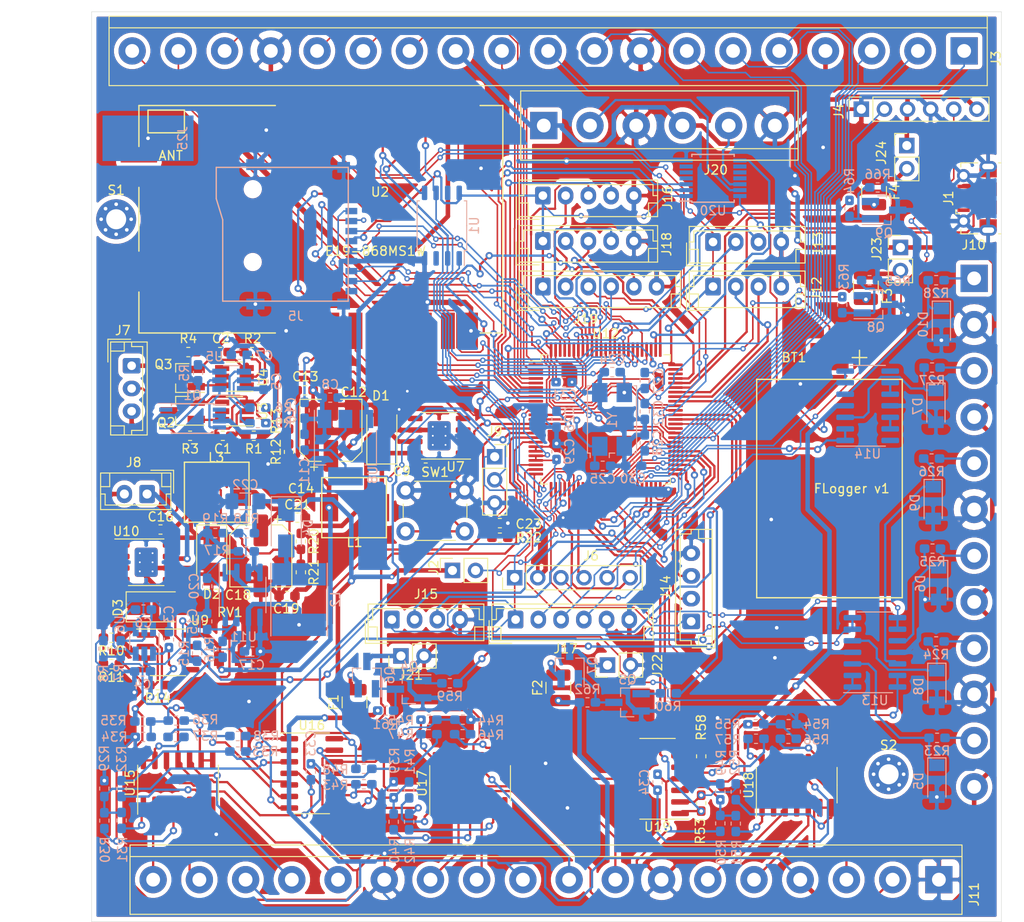
<source format=kicad_pcb>
(kicad_pcb (version 20171130) (host pcbnew 5.1.5-52549c5~84~ubuntu19.10.1)
  (layers (0 F.Cu signal) (31 B.Cu signal) (34 B.Paste user) (35 F.Paste user) (36 B.SilkS user) (37 F.SilkS user) (38 B.Mask user) (39 F.Mask user) (44 Edge.Cuts user))
  (net 0 "")
  (net 1 VBAT)
  (net 2 GND)
  (net 3 "Net-(C1-Pad1)")
  (net 4 VM)
  (net 5 V-)
  (net 6 "Net-(C2-Pad1)")
  (net 7 -5V)
  (net 8 +5V)
  (net 9 "Net-(C5-Pad2)")
  (net 10 "Net-(C6-Pad2)")
  (net 11 "Net-(C6-Pad1)")
  (net 12 "Net-(C7-Pad2)")
  (net 13 "Net-(C9-Pad1)")
  (net 14 "Net-(C9-Pad2)")
  (net 15 +3V3)
  (net 16 "Net-(C14-Pad1)")
  (net 17 "Net-(C15-Pad1)")
  (net 18 "Net-(C16-Pad1)")
  (net 19 "Net-(C16-Pad2)")
  (net 20 V+)
  (net 21 "Net-(C20-Pad1)")
  (net 22 "Net-(C21-Pad1)")
  (net 23 +12V)
  (net 24 BOOT0)
  (net 25 ~RST)
  (net 26 "Net-(D3-Pad2)")
  (net 27 "Net-(D4-Pad2)")
  (net 28 "Net-(D5-Pad1)")
  (net 29 "Net-(D6-Pad1)")
  (net 30 "Net-(D7-Pad1)")
  (net 31 "Net-(D8-Pad1)")
  (net 32 "Net-(D9-Pad1)")
  (net 33 "Net-(D10-Pad1)")
  (net 34 "Net-(F1-Pad2)")
  (net 35 "Net-(F2-Pad2)")
  (net 36 "Net-(F3-Pad1)")
  (net 37 "Net-(F3-Pad2)")
  (net 38 "Net-(F4-Pad2)")
  (net 39 "Net-(F4-Pad1)")
  (net 40 USB_D-)
  (net 41 "Net-(J1-Pad1)")
  (net 42 "Net-(J1-Pad4)")
  (net 43 USB_D+)
  (net 44 /IO/DAC)
  (net 45 /IO/IO10)
  (net 46 /IO/IO11)
  (net 47 /IO/IO14)
  (net 48 /IO/IO12)
  (net 49 /IO/IO13)
  (net 50 /IO/IO9)
  (net 51 /IO/IO8)
  (net 52 /IO/IO7)
  (net 53 /IO/IO6)
  (net 54 /IO/IO5)
  (net 55 /IO/IO4)
  (net 56 /IO/IO3)
  (net 57 /IO/IO2)
  (net 58 /IO/IO1)
  (net 59 /IO/IO0)
  (net 60 /MCU/PWM1)
  (net 61 /MCU/PWM0)
  (net 62 /MCU/SDIO2)
  (net 63 /MCU/SDIO3)
  (net 64 /MCU/SDIO5)
  (net 65 /MCU/SDIO4)
  (net 66 /MCU/SDIO0)
  (net 67 /MCU/SDIO1)
  (net 68 "Net-(J5-Pad9)")
  (net 69 /MCU/IO29)
  (net 70 /MCU/SPI1_2)
  (net 71 /MCU/IO210)
  (net 72 /MCU/SPI1_0)
  (net 73 "Net-(J8-Pad1)")
  (net 74 "Net-(J8-Pad2)")
  (net 75 "Net-(J10-Pad5)")
  (net 76 "Net-(J10-Pad1)")
  (net 77 "Net-(J10-Pad3)")
  (net 78 "Net-(J10-Pad7)")
  (net 79 "Net-(J10-Pad9)")
  (net 80 "Net-(J10-Pad11)")
  (net 81 "Net-(J11-Pad6)")
  (net 82 "Net-(J11-Pad5)")
  (net 83 "Net-(J11-Pad3)")
  (net 84 "Net-(J11-Pad2)")
  (net 85 "Net-(J11-Pad8)")
  (net 86 "Net-(J11-Pad9)")
  (net 87 "Net-(J11-Pad11)")
  (net 88 "Net-(J11-Pad12)")
  (net 89 "Net-(J11-Pad14)")
  (net 90 "Net-(J11-Pad15)")
  (net 91 "Net-(J11-Pad17)")
  (net 92 "Net-(J11-Pad18)")
  (net 93 "/External Connections/USART1_1")
  (net 94 "/External Connections/USART1_0")
  (net 95 "/External Connections/USART2_0")
  (net 96 "/External Connections/USART2_1")
  (net 97 "/External Connections/USART3_1")
  (net 98 "/External Connections/USART3_0")
  (net 99 "/External Connections/I2C2_0")
  (net 100 "/External Connections/I2C2_1")
  (net 101 I2C1_IT)
  (net 102 "/External Connections/I2C1_1")
  (net 103 "/External Connections/I2C1_0")
  (net 104 SPI2_IT)
  (net 105 "/External Connections/SPI2_2")
  (net 106 "/External Connections/SPI2_1")
  (net 107 "/External Connections/SPI2_0")
  (net 108 "/External Connections/SPI3_0")
  (net 109 "/External Connections/SPI3_1")
  (net 110 "/External Connections/SPI3_2")
  (net 111 "/External Connections/SWD0")
  (net 112 "/External Connections/SWD1")
  (net 113 "Net-(J20-Pad5)")
  (net 114 "Net-(J20-Pad2)")
  (net 115 "Net-(J21-Pad1)")
  (net 116 "Net-(J22-Pad1)")
  (net 117 "Net-(J25-Pad1)")
  (net 118 "Net-(Q1-Pad1)")
  (net 119 "Net-(Q1-Pad4)")
  (net 120 "Net-(Q1-Pad5)")
  (net 121 "Net-(Q1-Pad8)")
  (net 122 "Net-(Q2-Pad3)")
  (net 123 "Net-(Q2-Pad1)")
  (net 124 "Net-(Q3-Pad1)")
  (net 125 "Net-(Q3-Pad3)")
  (net 126 "Net-(Q4-Pad1)")
  (net 127 "Net-(Q4-Pad3)")
  (net 128 "Net-(Q5-Pad3)")
  (net 129 "Net-(Q5-Pad1)")
  (net 130 "Net-(Q8-Pad1)")
  (net 131 "Net-(Q9-Pad1)")
  (net 132 "Net-(R5-Pad2)")
  (net 133 "Net-(R7-Pad2)")
  (net 134 PWR_CTL)
  (net 135 "Net-(R11-Pad1)")
  (net 136 "Net-(R14-Pad1)")
  (net 137 "Net-(R17-Pad2)")
  (net 138 "Net-(R29-Pad2)")
  (net 139 "Net-(R31-Pad2)")
  (net 140 "Net-(R32-Pad2)")
  (net 141 "Net-(R32-Pad1)")
  (net 142 /DifferentialConditioning.sch/ADC_diff0)
  (net 143 "Net-(R34-Pad2)")
  (net 144 "Net-(R36-Pad2)")
  (net 145 "Net-(R37-Pad2)")
  (net 146 "Net-(R37-Pad1)")
  (net 147 /DifferentialConditioning.sch/ADC_diff1)
  (net 148 "Net-(R39-Pad2)")
  (net 149 "Net-(R41-Pad2)")
  (net 150 "Net-(R42-Pad1)")
  (net 151 "Net-(R42-Pad2)")
  (net 152 /DifferentialConditioning.sch/ADC_diff2)
  (net 153 "Net-(R44-Pad2)")
  (net 154 "Net-(R46-Pad2)")
  (net 155 "Net-(R47-Pad1)")
  (net 156 "Net-(R47-Pad2)")
  (net 157 /DifferentialConditioning.sch/ADC_diff3)
  (net 158 "Net-(R49-Pad2)")
  (net 159 "Net-(R51-Pad2)")
  (net 160 "Net-(R52-Pad1)")
  (net 161 "Net-(R52-Pad2)")
  (net 162 /DifferentialConditioning.sch/ADC_diff4)
  (net 163 "Net-(R54-Pad2)")
  (net 164 "Net-(R56-Pad2)")
  (net 165 "Net-(R57-Pad2)")
  (net 166 "Net-(R57-Pad1)")
  (net 167 /DifferentialConditioning.sch/ADC_diff5)
  (net 168 /MCU/HS_POW0)
  (net 169 /MCU/HS_POW1)
  (net 170 "/Controlled Power/LS_POW0")
  (net 171 "/Controlled Power/LS_POW1")
  (net 172 "Net-(RV1-Pad2)")
  (net 173 /MCU/IO20)
  (net 174 /MCU/SPI1_1)
  (net 175 "Net-(U1-Pad3)")
  (net 176 "Net-(U1-Pad7)")
  (net 177 /MCU/IO22)
  (net 178 /MCU/IO27)
  (net 179 /MCU/IO28)
  (net 180 /MCU/IO21)
  (net 181 /MCU/IO23)
  (net 182 /MCU/IO24)
  (net 183 /MCU/IO25)
  (net 184 /MCU/IO26)
  (net 185 "Net-(U2-Pad3)")
  (net 186 "Net-(U2-Pad2)")
  (net 187 "Net-(U3-Pad5)")
  (net 188 "Net-(U3-Pad4)")
  (net 189 "Net-(U3-Pad1)")
  (net 190 "Net-(U4-Pad1)")
  (net 191 "Net-(U4-Pad4)")
  (net 192 "Net-(U4-Pad5)")
  (net 193 "Net-(U7-Pad2)")
  (net 194 "Net-(U7-Pad3)")
  (net 195 "Net-(U7-Pad5)")
  (net 196 "Net-(U10-Pad5)")
  (net 197 "Net-(U10-Pad3)")
  (net 198 "Net-(U10-Pad2)")
  (net 199 /MCU/SDI120)
  (net 200 /MCU/SDI121)
  (net 201 "Net-(U12-Pad12)")
  (net 202 "Net-(U12-Pad13)")
  (net 203 "/Analog Conditioning/ADC_se0")
  (net 204 "/Analog Conditioning/ADC_se1")
  (net 205 "/Analog Conditioning/ADC_se2")
  (net 206 "/Analog Conditioning/ADC_se3")
  (net 207 "/Analog Conditioning/ADC_se4")
  (net 208 "/Analog Conditioning/ADC_se5")
  (net 209 "Net-(U12-Pad73)")
  (net 210 /MCU/SDI122)
  (net 211 "Net-(U14-Pad14)")
  (net 212 "Net-(U14-Pad12)")
  (net 213 "Net-(U14-Pad10)")
  (net 214 "Net-(U14-Pad8)")
  (net 215 "Net-(U19-Pad14)")
  (net 216 "Net-(U19-Pad12)")
  (net 217 "Net-(U19-Pad10)")
  (net 218 "Net-(U19-Pad8)")
  (net 219 "Net-(U20-Pad4)")
  (net 220 "Net-(U20-Pad5)")
  (net 221 "Net-(U20-Pad6)")
  (net 222 "Net-(U20-Pad9)")
  (net 223 "Net-(U20-Pad10)")
  (net 224 "Net-(U20-Pad11)")
  (module chinalandfoot:TerminalBlock_12_P5.08mm (layer F.Cu) (at 122 109.3 270)
    (fp_text reference J10 (at -3.675 0.05 180) (layer F.SilkS))
    (fp_text value Screw_Terminal_01x12)
    (pad 12 thru_hole circle (at 55.88 0 270) (size 3 3) (drill 1.52) (layers *.Cu *.Mask) (net 23 +12V))
    (pad 11 thru_hole circle (at 50.8 0 270) (size 3 3) (drill 1.52) (layers *.Cu *.Mask) (net 80 "Net-(J10-Pad11)"))
    (pad 10 thru_hole circle (at 45.72 0 270) (size 3 3) (drill 1.52) (layers *.Cu *.Mask) (net 2 GND))
    (pad 9 thru_hole circle (at 40.64 0 270) (size 3 3) (drill 1.52) (layers *.Cu *.Mask) (net 79 "Net-(J10-Pad9)"))
    (pad 8 thru_hole circle (at 35.56 0 270) (size 3 3) (drill 1.52) (layers *.Cu *.Mask) (net 23 +12V))
    (pad 7 thru_hole circle (at 30.48 0 270) (size 3 3) (drill 1.52) (layers *.Cu *.Mask) (net 78 "Net-(J10-Pad7)"))
    (pad 2 thru_hole circle (at 5.08 0 270) (size 3 3) (drill 1.52) (layers *.Cu *.Mask) (net 2 GND))
    (pad 3 thru_hole circle (at 10.16 0 270) (size 3 3) (drill 1.52) (layers *.Cu *.Mask) (net 77 "Net-(J10-Pad3)"))
    (pad 1 thru_hole rect (at 0 0 270) (size 3 3) (drill 1.52) (layers *.Cu *.Mask) (net 76 "Net-(J10-Pad1)"))
    (pad 4 thru_hole circle (at 15.24 0 270) (size 3 3) (drill 1.52) (layers *.Cu *.Mask) (net 23 +12V))
    (pad 5 thru_hole circle (at 20.32 0 270) (size 3 3) (drill 1.52) (layers *.Cu *.Mask) (net 75 "Net-(J10-Pad5)"))
    (pad 6 thru_hole circle (at 25.4 0 270) (size 3 3) (drill 1.52) (layers *.Cu *.Mask) (net 2 GND))
  )
  (module MountingHole:MountingHole_2.2mm_M2_Pad_Via (layer F.Cu) (at 27.7 102.8)
    (fp_text reference S1 (at 0 -3.2) (layer F.SilkS))
    (fp_text value MountingHole_2.2mm_M2_Pad_Via)
    (pad 1 thru_hole circle (at 0 0) (size 4.4 4.4) (drill 2.2) (layers *.Cu *.Mask))
    (pad 1 thru_hole circle (at 1.65 0) (size 0.7 0.7) (drill 0.4) (layers *.Cu *.Mask))
    (pad 1 thru_hole circle (at 1.166726 1.166726) (size 0.7 0.7) (drill 0.4) (layers *.Cu *.Mask))
    (pad 1 thru_hole circle (at 0 1.65) (size 0.7 0.7) (drill 0.4) (layers *.Cu *.Mask))
    (pad 1 thru_hole circle (at -1.166726 1.166726) (size 0.7 0.7) (drill 0.4) (layers *.Cu *.Mask))
    (pad 1 thru_hole circle (at -1.65 0) (size 0.7 0.7) (drill 0.4) (layers *.Cu *.Mask))
    (pad 1 thru_hole circle (at -1.166726 -1.166726) (size 0.7 0.7) (drill 0.4) (layers *.Cu *.Mask))
    (pad 1 thru_hole circle (at 0 -1.65) (size 0.7 0.7) (drill 0.4) (layers *.Cu *.Mask))
    (pad 1 thru_hole circle (at 1.166726 -1.166726) (size 0.7 0.7) (drill 0.4) (layers *.Cu *.Mask))
  )
  (module MountingHole:MountingHole_2.2mm_M2_Pad_Via (layer F.Cu) (at 112.6 163.8)
    (fp_text reference S2 (at 0 -3.2) (layer F.SilkS))
    (fp_text value MountingHole_2.2mm_M2_Pad_Via)
    (pad 1 thru_hole circle (at 1.166726 -1.166726) (size 0.7 0.7) (drill 0.4) (layers *.Cu *.Mask))
    (pad 1 thru_hole circle (at 0 -1.65) (size 0.7 0.7) (drill 0.4) (layers *.Cu *.Mask))
    (pad 1 thru_hole circle (at -1.166726 -1.166726) (size 0.7 0.7) (drill 0.4) (layers *.Cu *.Mask))
    (pad 1 thru_hole circle (at -1.65 0) (size 0.7 0.7) (drill 0.4) (layers *.Cu *.Mask))
    (pad 1 thru_hole circle (at -1.166726 1.166726) (size 0.7 0.7) (drill 0.4) (layers *.Cu *.Mask))
    (pad 1 thru_hole circle (at 0 1.65) (size 0.7 0.7) (drill 0.4) (layers *.Cu *.Mask))
    (pad 1 thru_hole circle (at 1.166726 1.166726) (size 0.7 0.7) (drill 0.4) (layers *.Cu *.Mask))
    (pad 1 thru_hole circle (at 1.65 0) (size 0.7 0.7) (drill 0.4) (layers *.Cu *.Mask))
    (pad 1 thru_hole circle (at 0 0) (size 4.4 4.4) (drill 2.2) (layers *.Cu *.Mask))
  )
  (module Connector_PinHeader_2.54mm:PinHeader_1x06_P2.54mm_Vertical (layer F.Cu) (at 71.5 142.2 90)
    (fp_text reference J6 (at 2.4 8.4 180) (layer F.SilkS))
    (fp_text value Conn_01x06_Male)
    (pad 6 thru_hole oval (at 0 12.7 90) (size 1.7 1.7) (drill 1) (layers *.Cu *.Mask) (net 72 /MCU/SPI1_0))
    (pad 5 thru_hole oval (at 0 10.16 90) (size 1.7 1.7) (drill 1) (layers *.Cu *.Mask) (net 71 /MCU/IO210))
    (pad 4 thru_hole oval (at 0 7.62 90) (size 1.7 1.7) (drill 1) (layers *.Cu *.Mask) (net 70 /MCU/SPI1_2))
    (pad 3 thru_hole oval (at 0 5.08 90) (size 1.7 1.7) (drill 1) (layers *.Cu *.Mask) (net 69 /MCU/IO29))
    (pad 2 thru_hole oval (at 0 2.54 90) (size 1.7 1.7) (drill 1) (layers *.Cu *.Mask) (net 2 GND))
    (pad 1 thru_hole rect (at 0 0 90) (size 1.7 1.7) (drill 1) (layers *.Cu *.Mask) (net 15 +3V3))
  )
  (module Package_TO_SOT_SMD:SOT-23_Handsoldering (layer B.Cu) (at 59.9 154.45 180)
    (fp_text reference Q4 (at 0 2.5 180) (layer B.SilkS) (effects (justify mirror)))
    (fp_text value S8050)
    (pad 1 smd rect (at -1.5 0.95 180) (size 1.9 0.8) (layers B.Cu B.Paste B.Mask) (net 126 "Net-(Q4-Pad1)"))
    (pad 2 smd rect (at -1.5 -0.95 180) (size 1.9 0.8) (layers B.Cu B.Paste B.Mask) (net 2 GND))
    (pad 3 smd rect (at 1.5 0 180) (size 1.9 0.8) (layers B.Cu B.Paste B.Mask) (net 127 "Net-(Q4-Pad3)"))
  )
  (module Connector_PinHeader_2.54mm:PinHeader_1x02_P2.54mm_Vertical (layer F.Cu) (at 59 150.8 90)
    (fp_text reference J21 (at -2.1 1.1 180) (layer F.SilkS))
    (fp_text value Screw_Terminal_01x02)
    (pad 2 thru_hole oval (at 0 2.54 90) (size 1.7 1.7) (drill 1) (layers *.Cu *.Mask) (net 2 GND))
    (pad 1 thru_hole rect (at 0 0 90) (size 1.7 1.7) (drill 1) (layers *.Cu *.Mask) (net 115 "Net-(J21-Pad1)"))
  )
  (module Connector_PinHeader_2.54mm:PinHeader_1x02_P2.54mm_Vertical (layer F.Cu) (at 81.7 151.8 90)
    (fp_text reference J22 (at -0.1 5.5 90) (layer F.SilkS))
    (fp_text value Screw_Terminal_01x02)
    (pad 2 thru_hole oval (at 0 2.54 90) (size 1.7 1.7) (drill 1) (layers *.Cu *.Mask) (net 2 GND))
    (pad 1 thru_hole rect (at 0 0 90) (size 1.7 1.7) (drill 1) (layers *.Cu *.Mask) (net 116 "Net-(J22-Pad1)"))
  )
  (module Connector_PinHeader_2.54mm:PinHeader_1x02_P2.54mm_Vertical (layer F.Cu) (at 113.9 105.9)
    (fp_text reference J23 (at -2.6 0.2 90) (layer F.SilkS))
    (fp_text value Screw_Terminal_01x02)
    (pad 2 thru_hole oval (at 0 2.54) (size 1.7 1.7) (drill 1) (layers *.Cu *.Mask) (net 36 "Net-(F3-Pad1)"))
    (pad 1 thru_hole rect (at 0 0) (size 1.7 1.7) (drill 1) (layers *.Cu *.Mask) (net 23 +12V))
  )
  (module Connector_PinHeader_2.54mm:PinHeader_1x02_P2.54mm_Vertical (layer F.Cu) (at 114.6 94.7)
    (fp_text reference J24 (at -2.8 0.8 90) (layer F.SilkS))
    (fp_text value Screw_Terminal_01x02)
    (pad 2 thru_hole oval (at 0 2.54) (size 1.7 1.7) (drill 1) (layers *.Cu *.Mask) (net 39 "Net-(F4-Pad1)"))
    (pad 1 thru_hole rect (at 0 0) (size 1.7 1.7) (drill 1) (layers *.Cu *.Mask) (net 23 +12V))
  )
  (module Connector_PinSocket_2.54mm:PinSocket_1x02_P2.54mm_Vertical (layer F.Cu) (at 64.66 141.4 90)
    (fp_text reference J2 (at 0.3 -2.06 90) (layer F.SilkS))
    (fp_text value Screw_Terminal_01x02)
    (pad 2 thru_hole oval (at 0 2.54 90) (size 1.7 1.7) (drill 1) (layers *.Cu *.Mask) (net 44 /IO/DAC))
    (pad 1 thru_hole rect (at 0 0 90) (size 1.7 1.7) (drill 1) (layers *.Cu *.Mask) (net 23 +12V))
  )
  (module Connector_PinSocket_2.54mm:PinSocket_1x06_P2.54mm_Vertical (layer F.Cu) (at 109.6 90.7 90)
    (fp_text reference J4 (at -0.25 -2.475 270) (layer F.SilkS))
    (fp_text value Screw_Terminal_01x06)
    (pad 6 thru_hole oval (at 0 12.7 90) (size 1.7 1.7) (drill 1) (layers *.Cu *.Mask) (net 23 +12V))
    (pad 5 thru_hole oval (at 0 10.16 90) (size 1.7 1.7) (drill 1) (layers *.Cu *.Mask) (net 61 /MCU/PWM0))
    (pad 4 thru_hole oval (at 0 7.62 90) (size 1.7 1.7) (drill 1) (layers *.Cu *.Mask) (net 2 GND))
    (pad 3 thru_hole oval (at 0 5.08 90) (size 1.7 1.7) (drill 1) (layers *.Cu *.Mask) (net 23 +12V))
    (pad 2 thru_hole oval (at 0 2.54 90) (size 1.7 1.7) (drill 1) (layers *.Cu *.Mask) (net 60 /MCU/PWM1))
    (pad 1 thru_hole rect (at 0 0 90) (size 1.7 1.7) (drill 1) (layers *.Cu *.Mask) (net 2 GND))
  )
  (module chinalandfoot:SLO0630h (layer F.Cu) (at 38.7 132.8)
    (fp_text reference L3 (at 0 -3.81) (layer F.SilkS))
    (fp_text value 15u)
    (pad 2 smd rect (at 2.8 0) (size 2 3) (layers F.Cu F.Paste F.Mask) (net 20 V+))
    (pad 1 smd rect (at -2.8 0) (size 2 3) (layers F.Cu F.Paste F.Mask) (net 18 "Net-(C16-Pad1)"))
  )
  (module chinalandfoot:SLO0630h (layer F.Cu) (at 53.9 134.5 180)
    (fp_text reference L1 (at 0 -3.81) (layer F.SilkS))
    (fp_text value 15u)
    (pad 2 smd rect (at 2.8 0 180) (size 2 3) (layers F.Cu F.Paste F.Mask) (net 8 +5V))
    (pad 1 smd rect (at -2.8 0 180) (size 2 3) (layers F.Cu F.Paste F.Mask) (net 13 "Net-(C9-Pad1)"))
  )
  (module Package_SO:TSSOP-8_4.4x3mm_P0.65mm (layer B.Cu) (at 36.1 124.7 180)
    (fp_text reference Q1 (at 0 2.55) (layer B.SilkS) (effects (justify mirror)))
    (fp_text value FS8205A)
    (pad 1 smd rect (at -2.95 0.975 180) (size 1.45 0.45) (layers B.Cu B.Paste B.Mask) (net 118 "Net-(Q1-Pad1)"))
    (pad 2 smd rect (at -2.95 0.325 180) (size 1.45 0.45) (layers B.Cu B.Paste B.Mask) (net 5 V-))
    (pad 3 smd rect (at -2.95 -0.325 180) (size 1.45 0.45) (layers B.Cu B.Paste B.Mask) (net 5 V-))
    (pad 4 smd rect (at -2.95 -0.975 180) (size 1.45 0.45) (layers B.Cu B.Paste B.Mask) (net 119 "Net-(Q1-Pad4)"))
    (pad 5 smd rect (at 2.95 -0.975 180) (size 1.45 0.45) (layers B.Cu B.Paste B.Mask) (net 120 "Net-(Q1-Pad5)"))
    (pad 6 smd rect (at 2.95 -0.325 180) (size 1.45 0.45) (layers B.Cu B.Paste B.Mask) (net 2 GND))
    (pad 7 smd rect (at 2.95 0.325 180) (size 1.45 0.45) (layers B.Cu B.Paste B.Mask) (net 2 GND))
    (pad 8 smd rect (at 2.95 0.975 180) (size 1.45 0.45) (layers B.Cu B.Paste B.Mask) (net 121 "Net-(Q1-Pad8)"))
  )
  (module chinalandfoot:BT-CR2032 (layer F.Cu) (at 106.1 132.4)
    (fp_text reference BT1 (at -3.9 -14.4 180) (layer F.SilkS))
    (fp_text value Battery_Cell)
    (pad 1 smd rect (at 0 -14.5) (size 4.2 3) (layers F.Cu F.Paste F.Mask) (net 1 VBAT))
    (pad 2 smd rect (at 0 14.5) (size 4.2 3) (layers F.Cu F.Paste F.Mask) (net 2 GND))
  )
  (module Capacitor_SMD:C_0603_1608Metric_Pad1.05x0.95mm_HandSolder (layer F.Cu) (at 39.425 126.6 180)
    (fp_text reference C1 (at 0 -1.43) (layer F.SilkS))
    (fp_text value 100n)
    (pad 1 smd roundrect (at -0.875 0 180) (size 1.05 0.95) (layers F.Cu F.Paste F.Mask) (net 3 "Net-(C1-Pad1)"))
    (pad 2 smd roundrect (at 0.875 0 180) (size 1.05 0.95) (layers F.Cu F.Paste F.Mask) (net 4 VM))
  )
  (module Capacitor_SMD:C_0603_1608Metric_Pad1.05x0.95mm_HandSolder (layer F.Cu) (at 39.125 117.4 180)
    (fp_text reference C2 (at -0.075 1.5) (layer F.SilkS))
    (fp_text value 100n)
    (pad 2 smd roundrect (at 0.875 0 180) (size 1.05 0.95) (layers F.Cu F.Paste F.Mask) (net 5 V-))
    (pad 1 smd roundrect (at -0.875 0 180) (size 1.05 0.95) (layers F.Cu F.Paste F.Mask) (net 6 "Net-(C2-Pad1)"))
  )
  (module Capacitor_SMD:C_0603_1608Metric_Pad1.05x0.95mm_HandSolder (layer B.Cu) (at 33.5 149 270)
    (fp_text reference C3 (at -2.8 0 90) (layer B.SilkS) (effects (justify mirror)))
    (fp_text value 3.3u)
    (pad 2 smd roundrect (at 0.875 0 270) (size 1.05 0.95) (layers B.Cu B.Paste B.Mask) (net 7 -5V))
    (pad 1 smd roundrect (at -0.875 0 270) (size 1.05 0.95) (layers B.Cu B.Paste B.Mask) (net 2 GND))
  )
  (module Capacitor_SMD:C_0603_1608Metric_Pad1.05x0.95mm_HandSolder (layer B.Cu) (at 30.6 152.5)
    (fp_text reference C4 (at 0 1.43 180) (layer B.SilkS) (effects (justify mirror)))
    (fp_text value 3.3u)
    (pad 1 smd roundrect (at -0.875 0) (size 1.05 0.95) (layers B.Cu B.Paste B.Mask) (net 2 GND))
    (pad 2 smd roundrect (at 0.875 0) (size 1.05 0.95) (layers B.Cu B.Paste B.Mask) (net 8 +5V))
  )
  (module Capacitor_SMD:C_0603_1608Metric_Pad1.05x0.95mm_HandSolder (layer B.Cu) (at 43.9 120.625 90)
    (fp_text reference C5 (at 0 1.43 90) (layer B.SilkS) (effects (justify mirror)))
    (fp_text value 100n)
    (pad 1 smd roundrect (at -0.875 0 90) (size 1.05 0.95) (layers B.Cu B.Paste B.Mask) (net 5 V-))
    (pad 2 smd roundrect (at 0.875 0 90) (size 1.05 0.95) (layers B.Cu B.Paste B.Mask) (net 9 "Net-(C5-Pad2)"))
  )
  (module Capacitor_SMD:C_0603_1608Metric_Pad1.05x0.95mm_HandSolder (layer B.Cu) (at 30.7 145.7)
    (fp_text reference C6 (at 0 1.43 180) (layer B.SilkS) (effects (justify mirror)))
    (fp_text value 3.3u)
    (pad 2 smd roundrect (at 0.875 0) (size 1.05 0.95) (layers B.Cu B.Paste B.Mask) (net 10 "Net-(C6-Pad2)"))
    (pad 1 smd roundrect (at -0.875 0) (size 1.05 0.95) (layers B.Cu B.Paste B.Mask) (net 11 "Net-(C6-Pad1)"))
  )
  (module Capacitor_SMD:C_0603_1608Metric_Pad1.05x0.95mm_HandSolder (layer B.Cu) (at 41.225 117.7)
    (fp_text reference C7 (at 2.775 0.1) (layer B.SilkS) (effects (justify mirror)))
    (fp_text value 100n)
    (pad 2 smd roundrect (at 0.875 0) (size 1.05 0.95) (layers B.Cu B.Paste B.Mask) (net 12 "Net-(C7-Pad2)"))
    (pad 1 smd roundrect (at -0.875 0) (size 1.05 0.95) (layers B.Cu B.Paste B.Mask) (net 5 V-))
  )
  (module Capacitor_SMD:C_0603_1608Metric_Pad1.05x0.95mm_HandSolder (layer B.Cu) (at 51.225 122.4 180)
    (fp_text reference C8 (at 0 1.43) (layer B.SilkS) (effects (justify mirror)))
    (fp_text value 10u)
    (pad 1 smd roundrect (at -0.875 0 180) (size 1.05 0.95) (layers B.Cu B.Paste B.Mask) (net 8 +5V))
    (pad 2 smd roundrect (at 0.875 0 180) (size 1.05 0.95) (layers B.Cu B.Paste B.Mask) (net 2 GND))
  )
  (module Capacitor_SMD:C_0603_1608Metric_Pad1.05x0.95mm_HandSolder (layer F.Cu) (at 61.725 130.1)
    (fp_text reference C9 (at -2.625 0.4) (layer F.SilkS))
    (fp_text value 10n)
    (pad 1 smd roundrect (at -0.875 0) (size 1.05 0.95) (layers F.Cu F.Paste F.Mask) (net 13 "Net-(C9-Pad1)"))
    (pad 2 smd roundrect (at 0.875 0) (size 1.05 0.95) (layers F.Cu F.Paste F.Mask) (net 14 "Net-(C9-Pad2)"))
  )
  (module Capacitor_SMD:C_0603_1608Metric_Pad1.05x0.95mm_HandSolder (layer B.Cu) (at 48.4 123.8 270)
    (fp_text reference C10 (at 0 1.43 270) (layer B.SilkS) (effects (justify mirror)))
    (fp_text value 22u)
    (pad 2 smd roundrect (at 0.875 0 270) (size 1.05 0.95) (layers B.Cu B.Paste B.Mask) (net 2 GND))
    (pad 1 smd roundrect (at -0.875 0 270) (size 1.05 0.95) (layers B.Cu B.Paste B.Mask) (net 15 +3V3))
  )
  (module Capacitor_SMD:C_0603_1608Metric_Pad1.05x0.95mm_HandSolder (layer B.Cu) (at 48.4 127.3 90)
    (fp_text reference C11 (at -3.2 0 270) (layer B.SilkS) (effects (justify mirror)))
    (fp_text value 100n)
    (pad 1 smd roundrect (at -0.875 0 90) (size 1.05 0.95) (layers B.Cu B.Paste B.Mask) (net 15 +3V3))
    (pad 2 smd roundrect (at 0.875 0 90) (size 1.05 0.95) (layers B.Cu B.Paste B.Mask) (net 2 GND))
  )
  (module Capacitor_SMD:CP_Elec_6.3x5.4 (layer F.Cu) (at 51.3 126 90)
    (fp_text reference C12 (at 4.2 2.5 180) (layer F.SilkS))
    (fp_text value 220u)
    (pad 1 smd roundrect (at -2.8 0 90) (size 3.5 1.6) (layers F.Cu F.Paste F.Mask) (roundrect_rratio 0.15625) (net 8 +5V))
    (pad 2 smd roundrect (at 2.8 0 90) (size 3.5 1.6) (layers F.Cu F.Paste F.Mask) (roundrect_rratio 0.15625) (net 2 GND))
  )
  (module Capacitor_SMD:C_0603_1608Metric_Pad1.05x0.95mm_HandSolder (layer F.Cu) (at 48.475 121.6 180)
    (fp_text reference C13 (at -0.025 1.5) (layer F.SilkS))
    (fp_text value 100n)
    (pad 1 smd roundrect (at -0.875 0 180) (size 1.05 0.95) (layers F.Cu F.Paste F.Mask) (net 2 GND))
    (pad 2 smd roundrect (at 0.875 0 180) (size 1.05 0.95) (layers F.Cu F.Paste F.Mask) (net 8 +5V))
  )
  (module Capacitor_SMD:C_0603_1608Metric_Pad1.05x0.95mm_HandSolder (layer F.Cu) (at 48.025 131)
    (fp_text reference C14 (at 0 1.4) (layer F.SilkS))
    (fp_text value 82p)
    (pad 2 smd roundrect (at 0.875 0) (size 1.05 0.95) (layers F.Cu F.Paste F.Mask) (net 8 +5V))
    (pad 1 smd roundrect (at -0.875 0) (size 1.05 0.95) (layers F.Cu F.Paste F.Mask) (net 16 "Net-(C14-Pad1)"))
  )
  (module Capacitor_SMD:C_0603_1608Metric_Pad1.05x0.95mm_HandSolder (layer B.Cu) (at 37.7 147 90)
    (fp_text reference C15 (at 0 -1.6 90) (layer B.SilkS) (effects (justify mirror)))
    (fp_text value 0.1u)
    (pad 2 smd roundrect (at 0.875 0 90) (size 1.05 0.95) (layers B.Cu B.Paste B.Mask) (net 2 GND))
    (pad 1 smd roundrect (at -0.875 0 90) (size 1.05 0.95) (layers B.Cu B.Paste B.Mask) (net 17 "Net-(C15-Pad1)"))
  )
  (module Capacitor_SMD:C_0603_1608Metric_Pad1.05x0.95mm_HandSolder (layer F.Cu) (at 32.575 136.9 180)
    (fp_text reference C16 (at -0.025 1.4) (layer F.SilkS))
    (fp_text value 10n)
    (pad 1 smd roundrect (at -0.875 0 180) (size 1.05 0.95) (layers F.Cu F.Paste F.Mask) (net 18 "Net-(C16-Pad1)"))
    (pad 2 smd roundrect (at 0.875 0 180) (size 1.05 0.95) (layers F.Cu F.Paste F.Mask) (net 19 "Net-(C16-Pad2)"))
  )
  (module Capacitor_SMD:C_0603_1608Metric_Pad1.05x0.95mm_HandSolder (layer B.Cu) (at 42.675 150.3)
    (fp_text reference C17 (at -0.075 1.5 180) (layer B.SilkS) (effects (justify mirror)))
    (fp_text value 0.1u)
    (pad 2 smd roundrect (at 0.875 0) (size 1.05 0.95) (layers B.Cu B.Paste B.Mask) (net 2 GND))
    (pad 1 smd roundrect (at -0.875 0) (size 1.05 0.95) (layers B.Cu B.Paste B.Mask) (net 20 V+))
  )
  (module Capacitor_SMD:CP_Elec_6.3x5.4 (layer F.Cu) (at 43.6 139.8 270)
    (fp_text reference C18 (at 4.3 2.5 180) (layer F.SilkS))
    (fp_text value 220u)
    (pad 2 smd roundrect (at 2.8 0 270) (size 3.5 1.6) (layers F.Cu F.Paste F.Mask) (roundrect_rratio 0.15625) (net 2 GND))
    (pad 1 smd roundrect (at -2.8 0 270) (size 3.5 1.6) (layers F.Cu F.Paste F.Mask) (roundrect_rratio 0.15625) (net 20 V+))
  )
  (module Capacitor_SMD:C_0603_1608Metric_Pad1.05x0.95mm_HandSolder (layer F.Cu) (at 46.475 144.2)
    (fp_text reference C19 (at -0.075 1.4 180) (layer F.SilkS))
    (fp_text value 100n)
    (pad 2 smd roundrect (at 0.875 0) (size 1.05 0.95) (layers F.Cu F.Paste F.Mask) (net 20 V+))
    (pad 1 smd roundrect (at -0.875 0) (size 1.05 0.95) (layers F.Cu F.Paste F.Mask) (net 2 GND))
  )
  (module Capacitor_SMD:C_0603_1608Metric_Pad1.05x0.95mm_HandSolder (layer B.Cu) (at 37.7 143.125 270)
    (fp_text reference C20 (at 0 1.43 90) (layer B.SilkS) (effects (justify mirror)))
    (fp_text value 22p)
    (pad 1 smd roundrect (at -0.875 0 270) (size 1.05 0.95) (layers B.Cu B.Paste B.Mask) (net 21 "Net-(C20-Pad1)"))
    (pad 2 smd roundrect (at 0.875 0 270) (size 1.05 0.95) (layers B.Cu B.Paste B.Mask) (net 2 GND))
  )
  (module Capacitor_SMD:C_0603_1608Metric_Pad1.05x0.95mm_HandSolder (layer F.Cu) (at 47.625 135.6)
    (fp_text reference C21 (at 0 -1.43) (layer F.SilkS))
    (fp_text value 82p)
    (pad 1 smd roundrect (at -0.875 0) (size 1.05 0.95) (layers F.Cu F.Paste F.Mask) (net 22 "Net-(C21-Pad1)"))
    (pad 2 smd roundrect (at 0.875 0) (size 1.05 0.95) (layers F.Cu F.Paste F.Mask) (net 20 V+))
  )
  (module Capacitor_SMD:C_1206_3216Metric_Pad1.42x1.75mm_HandSolder (layer B.Cu) (at 41.9 133.8 180)
    (fp_text reference C22 (at 0 1.82 180) (layer B.SilkS) (effects (justify mirror)))
    (fp_text value 47u)
    (pad 1 smd roundrect (at -1.4875 0 180) (size 1.425 1.75) (layers B.Cu B.Paste B.Mask) (roundrect_rratio 0.175439) (net 23 +12V))
    (pad 2 smd roundrect (at 1.4875 0 180) (size 1.425 1.75) (layers B.Cu B.Paste B.Mask) (roundrect_rratio 0.175439) (net 2 GND))
  )
  (module Capacitor_SMD:C_0603_1608Metric_Pad1.05x0.95mm_HandSolder (layer F.Cu) (at 69.875 136.2)
    (fp_text reference C23 (at 3.175 0.1) (layer F.SilkS))
    (fp_text value 100n)
    (pad 1 smd roundrect (at -0.875 0) (size 1.05 0.95) (layers F.Cu F.Paste F.Mask) (net 24 BOOT0))
    (pad 2 smd roundrect (at 0.875 0) (size 1.05 0.95) (layers F.Cu F.Paste F.Mask) (net 2 GND))
  )
  (module Capacitor_SMD:C_0603_1608Metric_Pad1.05x0.95mm_HandSolder (layer B.Cu) (at 82.225 119.6 180)
    (fp_text reference C24 (at 0 1.43 180) (layer B.SilkS) (effects (justify mirror)))
    (fp_text value 20p)
    (pad 1 smd roundrect (at -0.875 0 180) (size 1.05 0.95) (layers B.Cu B.Paste B.Mask) (net 201 "Net-(U12-Pad12)"))
    (pad 2 smd roundrect (at 0.875 0 180) (size 1.05 0.95) (layers B.Cu B.Paste B.Mask) (net 2 GND))
  )
  (module Capacitor_SMD:C_0603_1608Metric_Pad1.05x0.95mm_HandSolder (layer B.Cu) (at 81.175 129.9)
    (fp_text reference C25 (at 0 1.43 180) (layer B.SilkS) (effects (justify mirror)))
    (fp_text value 20p)
    (pad 2 smd roundrect (at 0.875 0) (size 1.05 0.95) (layers B.Cu B.Paste B.Mask) (net 2 GND))
    (pad 1 smd roundrect (at -0.875 0) (size 1.05 0.95) (layers B.Cu B.Paste B.Mask) (net 202 "Net-(U12-Pad13)"))
  )
  (module Capacitor_SMD:C_0603_1608Metric_Pad1.05x0.95mm_HandSolder (layer B.Cu) (at 76.1 124.775 90)
    (fp_text reference C26 (at 0 1.43 90) (layer B.SilkS) (effects (justify mirror)))
    (fp_text value 100n)
    (pad 2 smd roundrect (at 0.875 0 90) (size 1.05 0.95) (layers B.Cu B.Paste B.Mask) (net 25 ~RST))
    (pad 1 smd roundrect (at -0.875 0 90) (size 1.05 0.95) (layers B.Cu B.Paste B.Mask) (net 2 GND))
  )
  (module Capacitor_SMD:C_0603_1608Metric_Pad1.05x0.95mm_HandSolder (layer B.Cu) (at 85.8 120.525 270)
    (fp_text reference C27 (at 0.075 -1.5 90) (layer B.SilkS) (effects (justify mirror)))
    (fp_text value 1u)
    (pad 1 smd roundrect (at -0.875 0 270) (size 1.05 0.95) (layers B.Cu B.Paste B.Mask) (net 15 +3V3))
    (pad 2 smd roundrect (at 0.875 0 270) (size 1.05 0.95) (layers B.Cu B.Paste B.Mask) (net 2 GND))
  )
  (module Capacitor_SMD:C_0603_1608Metric_Pad1.05x0.95mm_HandSolder (layer B.Cu) (at 85.8 127.375 90)
    (fp_text reference C28 (at 0 1.43 90) (layer B.SilkS) (effects (justify mirror)))
    (fp_text value 10n)
    (pad 2 smd roundrect (at 0.875 0 90) (size 1.05 0.95) (layers B.Cu B.Paste B.Mask) (net 2 GND))
    (pad 1 smd roundrect (at -0.875 0 90) (size 1.05 0.95) (layers B.Cu B.Paste B.Mask) (net 15 +3V3))
  )
  (module Capacitor_SMD:C_0603_1608Metric_Pad1.05x0.95mm_HandSolder (layer B.Cu) (at 76.1 128.325 90)
    (fp_text reference C29 (at 0 1.43 90) (layer B.SilkS) (effects (justify mirror)))
    (fp_text value 1u)
    (pad 2 smd roundrect (at 0.875 0 90) (size 1.05 0.95) (layers B.Cu B.Paste B.Mask) (net 2 GND))
    (pad 1 smd roundrect (at -0.875 0 90) (size 1.05 0.95) (layers B.Cu B.Paste B.Mask) (net 15 +3V3))
  )
  (module Capacitor_SMD:C_0603_1608Metric_Pad1.05x0.95mm_HandSolder (layer B.Cu) (at 84.575 129.9 180)
    (fp_text reference C30 (at 0.075 -1.4) (layer B.SilkS) (effects (justify mirror)))
    (fp_text value 10n)
    (pad 1 smd roundrect (at -0.875 0 180) (size 1.05 0.95) (layers B.Cu B.Paste B.Mask) (net 15 +3V3))
    (pad 2 smd roundrect (at 0.875 0 180) (size 1.05 0.95) (layers B.Cu B.Paste B.Mask) (net 2 GND))
  )
  (module Capacitor_SMD:C_0603_1608Metric_Pad1.05x0.95mm_HandSolder (layer B.Cu) (at 76.925 120.7)
    (fp_text reference C31 (at 0 1.43) (layer B.SilkS) (effects (justify mirror)))
    (fp_text value 1u)
    (pad 1 smd roundrect (at -0.875 0) (size 1.05 0.95) (layers B.Cu B.Paste B.Mask) (net 15 +3V3))
    (pad 2 smd roundrect (at 0.875 0) (size 1.05 0.95) (layers B.Cu B.Paste B.Mask) (net 2 GND))
  )
  (module Capacitor_SMD:C_0603_1608Metric_Pad1.05x0.95mm_HandSolder (layer B.Cu) (at 85.8 123.925 270)
    (fp_text reference C32 (at 0.175 -1.5 90) (layer B.SilkS) (effects (justify mirror)))
    (fp_text value 10n)
    (pad 2 smd roundrect (at 0.875 0 270) (size 1.05 0.95) (layers B.Cu B.Paste B.Mask) (net 2 GND))
    (pad 1 smd roundrect (at -0.875 0 270) (size 1.05 0.95) (layers B.Cu B.Paste B.Mask) (net 15 +3V3))
  )
  (module Capacitor_SMD:C_0603_1608Metric_Pad1.05x0.95mm_HandSolder (layer B.Cu) (at 49.1 163.525 90)
    (fp_text reference C33 (at 3.125 0 90) (layer B.SilkS) (effects (justify mirror)))
    (fp_text value 100n)
    (pad 1 smd roundrect (at -0.875 0 90) (size 1.05 0.95) (layers B.Cu B.Paste B.Mask) (net 8 +5V))
    (pad 2 smd roundrect (at 0.875 0 90) (size 1.05 0.95) (layers B.Cu B.Paste B.Mask) (net 7 -5V))
  )
  (module Capacitor_SMD:C_0603_1608Metric_Pad1.05x0.95mm_HandSolder (layer B.Cu) (at 87.2 164.675 270)
    (fp_text reference C34 (at 0 1.43 90) (layer B.SilkS) (effects (justify mirror)))
    (fp_text value 100n)
    (pad 2 smd roundrect (at 0.875 0 270) (size 1.05 0.95) (layers B.Cu B.Paste B.Mask) (net 7 -5V))
    (pad 1 smd roundrect (at -0.875 0 270) (size 1.05 0.95) (layers B.Cu B.Paste B.Mask) (net 8 +5V))
  )
  (module Diode_SMD:D_SMA (layer F.Cu) (at 56.9 126.3 90)
    (fp_text reference D1 (at 4.1 -0.1 180) (layer F.SilkS))
    (fp_text value SS34A)
    (pad 1 smd rect (at -2 0 90) (size 2.5 1.8) (layers F.Cu F.Paste F.Mask) (net 13 "Net-(C9-Pad1)"))
    (pad 2 smd rect (at 2 0 90) (size 2.5 1.8) (layers F.Cu F.Paste F.Mask) (net 2 GND))
  )
  (module Diode_SMD:D_SMA (layer F.Cu) (at 38.2 139.8 270)
    (fp_text reference D2 (at 4.2 0 180) (layer F.SilkS))
    (fp_text value SS34A)
    (pad 1 smd rect (at -2 0 270) (size 2.5 1.8) (layers F.Cu F.Paste F.Mask) (net 18 "Net-(C16-Pad1)"))
    (pad 2 smd rect (at 2 0 270) (size 2.5 1.8) (layers F.Cu F.Paste F.Mask) (net 2 GND))
  )
  (module Diode_SMD:D_SMA (layer F.Cu) (at 32.2 145.4)
    (fp_text reference D3 (at -4.3 0.1 90) (layer F.SilkS))
    (fp_text value SS34A)
    (pad 2 smd rect (at 2 0) (size 2.5 1.8) (layers F.Cu F.Paste F.Mask) (net 26 "Net-(D3-Pad2)"))
    (pad 1 smd rect (at -2 0) (size 2.5 1.8) (layers F.Cu F.Paste F.Mask) (net 22 "Net-(C21-Pad1)"))
  )
  (module Diode_SMD:D_SMA (layer B.Cu) (at 46.4 136.7 270)
    (fp_text reference D4 (at 0 -2.4 90) (layer B.SilkS) (effects (justify mirror)))
    (fp_text value SS34A)
    (pad 2 smd rect (at 2 0 270) (size 2.5 1.8) (layers B.Cu B.Paste B.Mask) (net 27 "Net-(D4-Pad2)"))
    (pad 1 smd rect (at -2 0 270) (size 2.5 1.8) (layers B.Cu B.Paste B.Mask) (net 23 +12V))
  )
  (module Diode_SMD:D_MiniMELF (layer B.Cu) (at 117.9 164.55 270)
    (fp_text reference D5 (at 0 2 270) (layer B.SilkS) (effects (justify mirror)))
    (fp_text value ZMM4V7)
    (pad 2 smd rect (at 1.75 0 270) (size 1.3 1.7) (layers B.Cu B.Paste B.Mask) (net 2 GND))
    (pad 1 smd rect (at -1.75 0 270) (size 1.3 1.7) (layers B.Cu B.Paste B.Mask) (net 28 "Net-(D5-Pad1)"))
  )
  (module Diode_SMD:D_MiniMELF (layer B.Cu) (at 118.1 142.85 270)
    (fp_text reference D6 (at 0 2 270) (layer B.SilkS) (effects (justify mirror)))
    (fp_text value ZMM4V7)
    (pad 2 smd rect (at 1.75 0 270) (size 1.3 1.7) (layers B.Cu B.Paste B.Mask) (net 2 GND))
    (pad 1 smd rect (at -1.75 0 270) (size 1.3 1.7) (layers B.Cu B.Paste B.Mask) (net 29 "Net-(D6-Pad1)"))
  )
  (module Diode_SMD:D_MiniMELF (layer B.Cu) (at 117.8 123.35 270)
    (fp_text reference D7 (at 0 2 270) (layer B.SilkS) (effects (justify mirror)))
    (fp_text value ZMM4V7)
    (pad 1 smd rect (at -1.75 0 270) (size 1.3 1.7) (layers B.Cu B.Paste B.Mask) (net 30 "Net-(D7-Pad1)"))
    (pad 2 smd rect (at 1.75 0 270) (size 1.3 1.7) (layers B.Cu B.Paste B.Mask) (net 2 GND))
  )
  (module Diode_SMD:D_MiniMELF (layer B.Cu) (at 117.9 154.15 270)
    (fp_text reference D8 (at 0 2 270) (layer B.SilkS) (effects (justify mirror)))
    (fp_text value ZMM4V7)
    (pad 1 smd rect (at -1.75 0 270) (size 1.3 1.7) (layers B.Cu B.Paste B.Mask) (net 31 "Net-(D8-Pad1)"))
    (pad 2 smd rect (at 1.75 0 270) (size 1.3 1.7) (layers B.Cu B.Paste B.Mask) (net 2 GND))
  )
  (module Diode_SMD:D_MiniMELF (layer B.Cu) (at 117.5 133.95 270)
    (fp_text reference D9 (at 0 2 270) (layer B.SilkS) (effects (justify mirror)))
    (fp_text value ZMM4V7)
    (pad 1 smd rect (at -1.75 0 270) (size 1.3 1.7) (layers B.Cu B.Paste B.Mask) (net 32 "Net-(D9-Pad1)"))
    (pad 2 smd rect (at 1.75 0 270) (size 1.3 1.7) (layers B.Cu B.Paste B.Mask) (net 2 GND))
  )
  (module Diode_SMD:D_MiniMELF (layer B.Cu) (at 118.4 114.35 270)
    (fp_text reference D10 (at 0 2 270) (layer B.SilkS) (effects (justify mirror)))
    (fp_text value ZMM4V7)
    (pad 2 smd rect (at 1.75 0 270) (size 1.3 1.7) (layers B.Cu B.Paste B.Mask) (net 2 GND))
    (pad 1 smd rect (at -1.75 0 270) (size 1.3 1.7) (layers B.Cu B.Paste B.Mask) (net 33 "Net-(D10-Pad1)"))
  )
  (module Resistor_SMD:R_1210_3225Metric (layer F.Cu) (at 53.9 155.9 90)
    (fp_text reference F1 (at 0 -2.28 90) (layer F.SilkS))
    (fp_text value SL1210400)
    (pad 2 smd roundrect (at 1.4 0 90) (size 1.25 2.65) (layers F.Cu F.Paste F.Mask) (roundrect_rratio 0.2) (net 34 "Net-(F1-Pad2)"))
    (pad 1 smd roundrect (at -1.4 0 90) (size 1.25 2.65) (layers F.Cu F.Paste F.Mask) (roundrect_rratio 0.2) (net 23 +12V))
  )
  (module Resistor_SMD:R_1210_3225Metric (layer F.Cu) (at 76.3 154.3 90)
    (fp_text reference F2 (at 0 -2.28 90) (layer F.SilkS))
    (fp_text value SL1210400)
    (pad 1 smd roundrect (at -1.4 0 90) (size 1.25 2.65) (layers F.Cu F.Paste F.Mask) (roundrect_rratio 0.2) (net 23 +12V))
    (pad 2 smd roundrect (at 1.4 0 90) (size 1.25 2.65) (layers F.Cu F.Paste F.Mask) (roundrect_rratio 0.2) (net 35 "Net-(F2-Pad2)"))
  )
  (module Resistor_SMD:R_1210_3225Metric (layer F.Cu) (at 110.1 110.2 270)
    (fp_text reference F3 (at 1.05 -2.35 90) (layer F.SilkS))
    (fp_text value SL1210400)
    (pad 1 smd roundrect (at -1.4 0 270) (size 1.25 2.65) (layers F.Cu F.Paste F.Mask) (roundrect_rratio 0.2) (net 36 "Net-(F3-Pad1)"))
    (pad 2 smd roundrect (at 1.4 0 270) (size 1.25 2.65) (layers F.Cu F.Paste F.Mask) (roundrect_rratio 0.2) (net 37 "Net-(F3-Pad2)"))
  )
  (module Resistor_SMD:R_1210_3225Metric (layer F.Cu) (at 111 99.8 270)
    (fp_text reference F4 (at 0 -2.28 90) (layer F.SilkS))
    (fp_text value SL1210400)
    (pad 2 smd roundrect (at 1.4 0 270) (size 1.25 2.65) (layers F.Cu F.Paste F.Mask) (roundrect_rratio 0.2) (net 38 "Net-(F4-Pad2)"))
    (pad 1 smd roundrect (at -1.4 0 270) (size 1.25 2.65) (layers F.Cu F.Paste F.Mask) (roundrect_rratio 0.2) (net 39 "Net-(F4-Pad1)"))
  )
  (module Connector_USB:USB_Micro-B_Molex-105017-0001 (layer F.Cu) (at 122.3 100.5 90)
    (fp_text reference J1 (at 0 -3.1125 90) (layer F.SilkS))
    (fp_text value USB_B_Micro)
    (pad 6 smd rect (at 1 1.2375 90) (size 1.5 1.9) (layers F.Cu F.Paste F.Mask) (net 2 GND))
    (pad 6 thru_hole circle (at -2.5 -1.4625 90) (size 1.45 1.45) (drill 0.85) (layers *.Cu *.Mask) (net 2 GND))
    (pad 2 smd rect (at -0.65 -1.4625 90) (size 0.4 1.35) (layers F.Cu F.Paste F.Mask) (net 40 USB_D-))
    (pad 1 smd rect (at -1.3 -1.4625 90) (size 0.4 1.35) (layers F.Cu F.Paste F.Mask) (net 41 "Net-(J1-Pad1)"))
    (pad 5 smd rect (at 1.3 -1.4625 90) (size 0.4 1.35) (layers F.Cu F.Paste F.Mask) (net 2 GND))
    (pad 4 smd rect (at 0.65 -1.4625 90) (size 0.4 1.35) (layers F.Cu F.Paste F.Mask) (net 42 "Net-(J1-Pad4)"))
    (pad 3 smd rect (at 0 -1.4625 90) (size 0.4 1.35) (layers F.Cu F.Paste F.Mask) (net 43 USB_D+))
    (pad 6 thru_hole circle (at 2.5 -1.4625 90) (size 1.45 1.45) (drill 0.85) (layers *.Cu *.Mask) (net 2 GND))
    (pad 6 smd rect (at -1 1.2375 90) (size 1.5 1.9) (layers F.Cu F.Paste F.Mask) (net 2 GND))
    (pad 6 thru_hole oval (at -3.5 1.2375 270) (size 1.2 1.9) (drill oval 0.6 1.3) (layers *.Cu *.Mask) (net 2 GND))
    (pad 6 thru_hole oval (at 3.5 1.2375 90) (size 1.2 1.9) (drill oval 0.6 1.3) (layers *.Cu *.Mask) (net 2 GND))
    (pad 6 smd rect (at 2.9 1.2375 90) (size 1.2 1.9) (layers F.Cu F.Mask) (net 2 GND))
    (pad 6 smd rect (at -2.9 1.2375 90) (size 1.2 1.9) (layers F.Cu F.Mask) (net 2 GND))
  )
  (module chinalandfoot:TerminalBlock_19_P5.08mm (layer F.Cu) (at 120.9 84.3 180)
    (fp_text reference J3 (at -3.5 -0.825 90) (layer F.SilkS))
    (fp_text value Screw_Terminal_01x19)
    (pad 6 thru_hole circle (at 25.4 0 180) (size 3 3) (drill 1.52) (layers *.Cu *.Mask) (net 45 /IO/IO10))
    (pad 5 thru_hole circle (at 20.32 0 180) (size 3 3) (drill 1.52) (layers *.Cu *.Mask) (net 46 /IO/IO11))
    (pad 4 thru_hole circle (at 15.24 0 180) (size 3 3) (drill 1.52) (layers *.Cu *.Mask) (net 23 +12V))
    (pad 1 thru_hole rect (at 0 0 180) (size 3 3) (drill 1.52) (layers *.Cu *.Mask) (net 47 /IO/IO14))
    (pad 3 thru_hole circle (at 10.16 0 180) (size 3 3) (drill 1.52) (layers *.Cu *.Mask) (net 48 /IO/IO12))
    (pad 2 thru_hole circle (at 5.08 0 180) (size 3 3) (drill 1.52) (layers *.Cu *.Mask) (net 49 /IO/IO13))
    (pad 7 thru_hole circle (at 30.48 0 180) (size 3 3) (drill 1.52) (layers *.Cu *.Mask) (net 50 /IO/IO9))
    (pad 8 thru_hole circle (at 35.56 0 180) (size 3 3) (drill 1.52) (layers *.Cu *.Mask) (net 2 GND))
    (pad 9 thru_hole circle (at 40.64 0 180) (size 3 3) (drill 1.52) (layers *.Cu *.Mask) (net 51 /IO/IO8))
    (pad 10 thru_hole circle (at 45.72 0 180) (size 3 3) (drill 1.52) (layers *.Cu *.Mask) (net 52 /IO/IO7))
    (pad 11 thru_hole circle (at 50.8 0 180) (size 3 3) (drill 1.52) (layers *.Cu *.Mask) (net 53 /IO/IO6))
    (pad 12 thru_hole circle (at 55.88 0 180) (size 3 3) (drill 1.52) (layers *.Cu *.Mask) (net 23 +12V))
    (pad 13 thru_hole circle (at 60.96 0 180) (size 3 3) (drill 1.52) (layers *.Cu *.Mask) (net 54 /IO/IO5))
    (pad 14 thru_hole circle (at 66.04 0 180) (size 3 3) (drill 1.52) (layers *.Cu *.Mask) (net 55 /IO/IO4))
    (pad 15 thru_hole circle (at 71.12 0 180) (size 3 3) (drill 1.52) (layers *.Cu *.Mask) (net 56 /IO/IO3))
    (pad 16 thru_hole circle (at 76.2 0 180) (size 3 3) (drill 1.52) (layers *.Cu *.Mask) (net 2 GND))
    (pad 17 thru_hole circle (at 81.28 0 180) (size 3 3) (drill 1.52) (layers *.Cu *.Mask) (net 57 /IO/IO2))
    (pad 18 thru_hole circle (at 86.36 0 180) (size 3 3) (drill 1.52) (layers *.Cu *.Mask) (net 58 /IO/IO1))
    (pad 19 thru_hole circle (at 91.44 0 180) (size 3 3) (drill 1.52) (layers *.Cu *.Mask) (net 59 /IO/IO0))
  )
  (module chinalandfoot:MicroSD-KoreanHroparts (layer B.Cu) (at 38.7 111.8)
    (fp_text reference J5 (at 8.73 1.65 180) (layer B.SilkS) (effects (justify mirror)))
    (fp_text value MicroSD)
    (pad 10 smd rect (at 14 0.325) (size 1.4 1.2) (layers B.Cu B.Paste B.Mask) (net 2 GND))
    (pad 10 smd rect (at 14 -14.7) (size 1.4 1.2) (layers B.Cu B.Paste B.Mask) (net 2 GND))
    (pad 1 smd rect (at 14.85 -9.9) (size 1.3 0.7) (layers B.Cu B.Paste B.Mask) (net 62 /MCU/SDIO2))
    (pad 2 smd rect (at 14.85 -8.8) (size 1.3 0.7) (layers B.Cu B.Paste B.Mask) (net 63 /MCU/SDIO3))
    (pad 3 smd rect (at 14.85 -7.7) (size 1.3 0.7) (layers B.Cu B.Paste B.Mask) (net 64 /MCU/SDIO5))
    (pad 4 smd rect (at 14.85 -6.6) (size 1.3 0.7) (layers B.Cu B.Paste B.Mask) (net 15 +3V3))
    (pad 5 smd rect (at 14.85 -5.5) (size 1.3 0.7) (layers B.Cu B.Paste B.Mask) (net 65 /MCU/SDIO4))
    (pad 6 smd rect (at 14.85 -4.4) (size 1.3 0.7) (layers B.Cu B.Paste B.Mask) (net 2 GND))
    (pad 7 smd rect (at 14.85 -3.3) (size 1.3 0.7) (layers B.Cu B.Paste B.Mask) (net 66 /MCU/SDIO0))
    (pad 8 smd rect (at 14.85 -2.2) (size 1.3 0.7) (layers B.Cu B.Paste B.Mask) (net 67 /MCU/SDIO1))
    (pad 9 smd rect (at 14.85 -1.1) (size 1.3 0.7) (layers B.Cu B.Paste B.Mask) (net 68 "Net-(J5-Pad9)"))
    (pad 10 smd rect (at 4.3 0.325) (size 2 1.2) (layers B.Cu B.Paste B.Mask) (net 2 GND))
    (pad 10 smd rect (at 4.3 -15.005) (size 2 1.2) (layers B.Cu B.Paste B.Mask) (net 2 GND))
    (pad "" np_thru_hole circle (at 4.01 -12.3) (size 1 1) (drill 1) (layers *.Cu *.Mask))
    (pad "" np_thru_hole circle (at 4.01 -4.3) (size 1 1) (drill 1) (layers *.Cu *.Mask))
  )
  (module Connector_JST:JST_EH_B3B-EH-A_1x03_P2.50mm_Vertical (layer F.Cu) (at 29.4 118.9 270)
    (fp_text reference J7 (at -3.875 0.975 180) (layer F.SilkS))
    (fp_text value Conn_01x03_Male)
    (pad 1 thru_hole roundrect (at 0 0 270) (size 1.7 1.95) (drill 0.95) (layers *.Cu *.Mask) (roundrect_rratio 0.147059) (net 5 V-))
    (pad 2 thru_hole oval (at 2.5 0 270) (size 1.7 1.95) (drill 0.95) (layers *.Cu *.Mask) (net 4 VM))
    (pad 3 thru_hole oval (at 5 0 270) (size 1.7 1.95) (drill 0.95) (layers *.Cu *.Mask) (net 20 V+))
  )
  (module Connector_JST:JST_EH_B2B-EH-A_1x02_P2.50mm_Vertical (layer F.Cu) (at 31.1 133 180)
    (fp_text reference J8 (at 1.475 3.475) (layer F.SilkS))
    (fp_text value Conn_01x02_Male)
    (pad 1 thru_hole roundrect (at 0 0 180) (size 1.7 2) (drill 1) (layers *.Cu *.Mask) (roundrect_rratio 0.147059) (net 73 "Net-(J8-Pad1)"))
    (pad 2 thru_hole oval (at 2.5 0 180) (size 1.7 2) (drill 1) (layers *.Cu *.Mask) (net 74 "Net-(J8-Pad2)"))
  )
  (module Connector_PinSocket_2.54mm:PinSocket_1x03_P2.54mm_Vertical (layer F.Cu) (at 69.3 128.9)
    (fp_text reference J9 (at 0 -2.77) (layer F.SilkS))
    (fp_text value Conn_01x03_Male)
    (pad 1 thru_hole rect (at 0 0) (size 1.7 1.7) (drill 1) (layers *.Cu *.Mask) (net 15 +3V3))
    (pad 2 thru_hole oval (at 0 2.54) (size 1.7 1.7) (drill 1) (layers *.Cu *.Mask) (net 24 BOOT0))
    (pad 3 thru_hole oval (at 0 5.08) (size 1.7 1.7) (drill 1) (layers *.Cu *.Mask) (net 2 GND))
  )
  (module chinalandfoot:TerminalBlock_18_P5.08mm (layer F.Cu) (at 118.124999 175.384999 180)
    (fp_text reference J11 (at -3.875001 -1.615001 90) (layer F.SilkS))
    (fp_text value Screw_Terminal_01x18)
    (pad 6 thru_hole circle (at 25.4 0 180) (size 3 3) (drill 1.52) (layers *.Cu *.Mask) (net 81 "Net-(J11-Pad6)"))
    (pad 5 thru_hole circle (at 20.32 0 180) (size 3 3) (drill 1.52) (layers *.Cu *.Mask) (net 82 "Net-(J11-Pad5)"))
    (pad 4 thru_hole circle (at 15.24 0 180) (size 3 3) (drill 1.52) (layers *.Cu *.Mask) (net 23 +12V))
    (pad 1 thru_hole rect (at 0 0 180) (size 3 3) (drill 1.52) (layers *.Cu *.Mask) (net 2 GND))
    (pad 3 thru_hole circle (at 10.16 0 180) (size 3 3) (drill 1.52) (layers *.Cu *.Mask) (net 83 "Net-(J11-Pad3)"))
    (pad 2 thru_hole circle (at 5.08 0 180) (size 3 3) (drill 1.52) (layers *.Cu *.Mask) (net 84 "Net-(J11-Pad2)"))
    (pad 7 thru_hole circle (at 30.48 0 180) (size 3 3) (drill 1.52) (layers *.Cu *.Mask) (net 2 GND))
    (pad 8 thru_hole circle (at 35.56 0 180) (size 3 3) (drill 1.52) (layers *.Cu *.Mask) (net 85 "Net-(J11-Pad8)"))
    (pad 9 thru_hole circle (at 40.64 0 180) (size 3 3) (drill 1.52) (layers *.Cu *.Mask) (net 86 "Net-(J11-Pad9)"))
    (pad 10 thru_hole circle (at 45.72 0 180) (size 3 3) (drill 1.52) (layers *.Cu *.Mask) (net 23 +12V))
    (pad 11 thru_hole circle (at 50.8 0 180) (size 3 3) (drill 1.52) (layers *.Cu *.Mask) (net 87 "Net-(J11-Pad11)"))
    (pad 12 thru_hole circle (at 55.88 0 180) (size 3 3) (drill 1.52) (layers *.Cu *.Mask) (net 88 "Net-(J11-Pad12)"))
    (pad 13 thru_hole circle (at 60.96 0 180) (size 3 3) (drill 1.52) (layers *.Cu *.Mask) (net 2 GND))
    (pad 14 thru_hole circle (at 66.04 0 180) (size 3 3) (drill 1.52) (layers *.Cu *.Mask) (net 89 "Net-(J11-Pad14)"))
    (pad 15 thru_hole circle (at 71.12 0 180) (size 3 3) (drill 1.52) (layers *.Cu *.Mask) (net 90 "Net-(J11-Pad15)"))
    (pad 16 thru_hole circle (at 76.2 0 180) (size 3 3) (drill 1.52) (layers *.Cu *.Mask) (net 23 +12V))
    (pad 17 thru_hole circle (at 81.28 0 180) (size 3 3) (drill 1.52) (layers *.Cu *.Mask) (net 91 "Net-(J11-Pad17)"))
    (pad 18 thru_hole circle (at 86.36 0 180) (size 3 3) (drill 1.52) (layers *.Cu *.Mask) (net 92 "Net-(J11-Pad18)"))
  )
  (module Connector_JST:JST_EH_B4B-EH-A_1x04_P2.50mm_Vertical (layer F.Cu) (at 93.3 110.2)
    (fp_text reference J12 (at 11.4 0.225 90) (layer F.SilkS))
    (fp_text value Conn_01x04_Male)
    (pad 4 thru_hole oval (at 7.5 0) (size 1.7 1.95) (drill 0.95) (layers *.Cu *.Mask) (net 2 GND))
    (pad 3 thru_hole oval (at 5 0) (size 1.7 1.95) (drill 0.95) (layers *.Cu *.Mask) (net 93 "/External Connections/USART1_1"))
    (pad 2 thru_hole oval (at 2.5 0) (size 1.7 1.95) (drill 0.95) (layers *.Cu *.Mask) (net 94 "/External Connections/USART1_0"))
    (pad 1 thru_hole roundrect (at 0 0) (size 1.7 1.95) (drill 0.95) (layers *.Cu *.Mask) (roundrect_rratio 0.147059) (net 15 +3V3))
  )
  (module Connector_JST:JST_EH_B4B-EH-A_1x04_P2.50mm_Vertical (layer F.Cu) (at 93.3 105.3)
    (fp_text reference J13 (at 11.55 0.175 90) (layer F.SilkS))
    (fp_text value Conn_01x04_Male)
    (pad 1 thru_hole roundrect (at 0 0) (size 1.7 1.95) (drill 0.95) (layers *.Cu *.Mask) (roundrect_rratio 0.147059) (net 15 +3V3))
    (pad 2 thru_hole oval (at 2.5 0) (size 1.7 1.95) (drill 0.95) (layers *.Cu *.Mask) (net 95 "/External Connections/USART2_0"))
    (pad 3 thru_hole oval (at 5 0) (size 1.7 1.95) (drill 0.95) (layers *.Cu *.Mask) (net 96 "/External Connections/USART2_1"))
    (pad 4 thru_hole oval (at 7.5 0) (size 1.7 1.95) (drill 0.95) (layers *.Cu *.Mask) (net 2 GND))
  )
  (module Connector_JST:JST_EH_B4B-EH-A_1x04_P2.50mm_Vertical (layer F.Cu) (at 90.9 147 90)
    (fp_text reference J14 (at 3.75 -2.8 90) (layer F.SilkS))
    (fp_text value Conn_01x04_Male)
    (pad 4 thru_hole oval (at 7.5 0 90) (size 1.7 1.95) (drill 0.95) (layers *.Cu *.Mask) (net 2 GND))
    (pad 3 thru_hole oval (at 5 0 90) (size 1.7 1.95) (drill 0.95) (layers *.Cu *.Mask) (net 97 "/External Connections/USART3_1"))
    (pad 2 thru_hole oval (at 2.5 0 90) (size 1.7 1.95) (drill 0.95) (layers *.Cu *.Mask) (net 98 "/External Connections/USART3_0"))
    (pad 1 thru_hole roundrect (at 0 0 90) (size 1.7 1.95) (drill 0.95) (layers *.Cu *.Mask) (roundrect_rratio 0.147059) (net 15 +3V3))
  )
  (module Connector_JST:JST_EH_B4B-EH-A_1x04_P2.50mm_Vertical (layer F.Cu) (at 58 146.8)
    (fp_text reference J15 (at 3.75 -2.8) (layer F.SilkS))
    (fp_text value Conn_01x04_Male)
    (pad 1 thru_hole roundrect (at 0 0) (size 1.7 1.95) (drill 0.95) (layers *.Cu *.Mask) (roundrect_rratio 0.147059) (net 15 +3V3))
    (pad 2 thru_hole oval (at 2.5 0) (size 1.7 1.95) (drill 0.95) (layers *.Cu *.Mask) (net 99 "/External Connections/I2C2_0"))
    (pad 3 thru_hole oval (at 5 0) (size 1.7 1.95) (drill 0.95) (layers *.Cu *.Mask) (net 100 "/External Connections/I2C2_1"))
    (pad 4 thru_hole oval (at 7.5 0) (size 1.7 1.95) (drill 0.95) (layers *.Cu *.Mask) (net 2 GND))
  )
  (module Connector_JST:JST_EH_B5B-EH-A_1x05_P2.50mm_Vertical (layer F.Cu) (at 74.6 100.2)
    (fp_text reference J16 (at 13.7 0.25 90) (layer F.SilkS))
    (fp_text value Conn_01x05_Male)
    (pad 5 thru_hole oval (at 10 0) (size 1.7 1.95) (drill 0.95) (layers *.Cu *.Mask) (net 2 GND))
    (pad 4 thru_hole oval (at 7.5 0) (size 1.7 1.95) (drill 0.95) (layers *.Cu *.Mask) (net 101 I2C1_IT))
    (pad 3 thru_hole oval (at 5 0) (size 1.7 1.95) (drill 0.95) (layers *.Cu *.Mask) (net 102 "/External Connections/I2C1_1"))
    (pad 2 thru_hole oval (at 2.5 0) (size 1.7 1.95) (drill 0.95) (layers *.Cu *.Mask) (net 103 "/External Connections/I2C1_0"))
    (pad 1 thru_hole roundrect (at 0 0) (size 1.7 1.95) (drill 0.95) (layers *.Cu *.Mask) (roundrect_rratio 0.147059) (net 15 +3V3))
  )
  (module Connector_JST:JST_EH_B6B-EH-A_1x06_P2.50mm_Vertical (layer F.Cu) (at 71.6 146.8)
    (fp_text reference J17 (at 5.5 3.2) (layer F.SilkS))
    (fp_text value Conn_01x06_Male)
    (pad 6 thru_hole oval (at 12.5 0) (size 1.7 1.95) (drill 0.95) (layers *.Cu *.Mask) (net 2 GND))
    (pad 5 thru_hole oval (at 10 0) (size 1.7 1.95) (drill 0.95) (layers *.Cu *.Mask) (net 104 SPI2_IT))
    (pad 4 thru_hole oval (at 7.5 0) (size 1.7 1.95) (drill 0.95) (layers *.Cu *.Mask) (net 105 "/External Connections/SPI2_2"))
    (pad 3 thru_hole oval (at 5 0) (size 1.7 1.95) (drill 0.95) (layers *.Cu *.Mask) (net 106 "/External Connections/SPI2_1"))
    (pad 2 thru_hole oval (at 2.5 0) (size 1.7 1.95) (drill 0.95) (layers *.Cu *.Mask) (net 107 "/External Connections/SPI2_0"))
    (pad 1 thru_hole roundrect (at 0 0) (size 1.7 1.95) (drill 0.95) (layers *.Cu *.Mask) (roundrect_rratio 0.147059) (net 15 +3V3))
  )
  (module Connector_JST:JST_EH_B5B-EH-A_1x05_P2.50mm_Vertical (layer F.Cu) (at 74.6 105.2)
    (fp_text reference J18 (at 13.6 0.35 90) (layer F.SilkS))
    (fp_text value Conn_01x05_Male)
    (pad 1 thru_hole roundrect (at 0 0) (size 1.7 1.95) (drill 0.95) (layers *.Cu *.Mask) (roundrect_rratio 0.147059) (net 15 +3V3))
    (pad 2 thru_hole oval (at 2.5 0) (size 1.7 1.95) (drill 0.95) (layers *.Cu *.Mask) (net 108 "/External Connections/SPI3_0"))
    (pad 3 thru_hole oval (at 5 0) (size 1.7 1.95) (drill 0.95) (layers *.Cu *.Mask) (net 109 "/External Connections/SPI3_1"))
    (pad 4 thru_hole oval (at 7.5 0) (size 1.7 1.95) (drill 0.95) (layers *.Cu *.Mask) (net 110 "/External Connections/SPI3_2"))
    (pad 5 thru_hole oval (at 10 0) (size 1.7 1.95) (drill 0.95) (layers *.Cu *.Mask) (net 2 GND))
  )
  (module Connector_JST:JST_EH_B6B-EH-A_1x06_P2.50mm_Vertical (layer F.Cu) (at 74.6 110.2)
    (fp_text reference J19 (at 4.725 3.55 180) (layer F.SilkS))
    (fp_text value Conn_01x06_Male)
    (pad 6 thru_hole oval (at 12.5 0) (size 1.7 1.95) (drill 0.95) (layers *.Cu *.Mask) (net 2 GND))
    (pad 5 thru_hole oval (at 10 0) (size 1.7 1.95) (drill 0.95) (layers *.Cu *.Mask) (net 25 ~RST))
    (pad 4 thru_hole oval (at 7.5 0) (size 1.7 1.95) (drill 0.95) (layers *.Cu *.Mask) (net 24 BOOT0))
    (pad 3 thru_hole oval (at 5 0) (size 1.7 1.95) (drill 0.95) (layers *.Cu *.Mask) (net 112 "/External Connections/SWD1"))
    (pad 2 thru_hole oval (at 2.5 0) (size 1.7 1.95) (drill 0.95) (layers *.Cu *.Mask) (net 111 "/External Connections/SWD0"))
    (pad 1 thru_hole roundrect (at 0 0) (size 1.7 1.95) (drill 0.95) (layers *.Cu *.Mask) (roundrect_rratio 0.147059) (net 15 +3V3))
  )
  (module TerminalBlock:TerminalBlock_bornier-6_P5.08mm (layer F.Cu) (at 74.7 92.5)
    (fp_text reference J20 (at 18.9 4.875) (layer F.SilkS))
    (fp_text value Screw_Terminal_01x06)
    (pad 6 thru_hole circle (at 25.4 0) (size 3 3) (drill 1.52) (layers *.Cu *.Mask) (net 2 GND))
    (pad 5 thru_hole circle (at 20.32 0) (size 3 3) (drill 1.52) (layers *.Cu *.Mask) (net 113 "Net-(J20-Pad5)"))
    (pad 4 thru_hole circle (at 15.24 0) (size 3 3) (drill 1.52) (layers *.Cu *.Mask) (net 23 +12V))
    (pad 1 thru_hole rect (at 0 0) (size 3 3) (drill 1.52) (layers *.Cu *.Mask) (net 23 +12V))
    (pad 3 thru_hole circle (at 10.16 0) (size 3 3) (drill 1.52) (layers *.Cu *.Mask) (net 2 GND))
    (pad 2 thru_hole circle (at 5.08 0) (size 3 3) (drill 1.52) (layers *.Cu *.Mask) (net 114 "Net-(J20-Pad2)"))
  )
  (module Connector_Wire:SolderWirePad_1x01_SMD_5x10mm (layer B.Cu) (at 31.2 93.9 90)
    (fp_text reference J25 (at 0 3.81 90) (layer B.SilkS) (effects (justify mirror)))
    (fp_text value Conn_01x01_Male)
    (pad 1 smd rect (at 0 0 90) (size 5 10) (layers B.Cu B.Paste B.Mask) (net 117 "Net-(J25-Pad1)"))
  )
  (module Inductor_SMD:L_Taiyo-Yuden_NR-60xx_HandSoldering (layer B.Cu) (at 47.8 144.6 90)
    (fp_text reference L2 (at 0 4 90) (layer B.SilkS) (effects (justify mirror)))
    (fp_text value 4.7u)
    (pad 1 smd rect (at -2.775 0 90) (size 2.45 5.9) (layers B.Cu B.Paste B.Mask) (net 20 V+))
    (pad 2 smd rect (at 2.775 0 90) (size 2.45 5.9) (layers B.Cu B.Paste B.Mask) (net 27 "Net-(D4-Pad2)"))
  )
  (module Package_TO_SOT_SMD:SOT-23_Handsoldering (layer F.Cu) (at 35 123.85 180)
    (fp_text reference Q2 (at 1.8 -1.3) (layer F.SilkS))
    (fp_text value 2N7002K)
    (pad 3 smd rect (at 1.5 0 180) (size 1.9 0.8) (layers F.Cu F.Paste F.Mask) (net 122 "Net-(Q2-Pad3)"))
    (pad 2 smd rect (at -1.5 0.95 180) (size 1.9 0.8) (layers F.Cu F.Paste F.Mask) (net 4 VM))
    (pad 1 smd rect (at -1.5 -0.95 180) (size 1.9 0.8) (layers F.Cu F.Paste F.Mask) (net 123 "Net-(Q2-Pad1)"))
  )
  (module Package_TO_SOT_SMD:SOT-23_Handsoldering (layer F.Cu) (at 35 120.25 180)
    (fp_text reference Q3 (at 2.1 1.5) (layer F.SilkS))
    (fp_text value 2N7002K)
    (pad 1 smd rect (at -1.5 -0.95 180) (size 1.9 0.8) (layers F.Cu F.Paste F.Mask) (net 124 "Net-(Q3-Pad1)"))
    (pad 2 smd rect (at -1.5 0.95 180) (size 1.9 0.8) (layers F.Cu F.Paste F.Mask) (net 5 V-))
    (pad 3 smd rect (at 1.5 0 180) (size 1.9 0.8) (layers F.Cu F.Paste F.Mask) (net 125 "Net-(Q3-Pad3)"))
  )
  (module Package_TO_SOT_SMD:SOT-23_Handsoldering (layer B.Cu) (at 83.9 155.9 180)
    (fp_text reference Q5 (at 0 2.5) (layer B.SilkS) (effects (justify mirror)))
    (fp_text value S8050)
    (pad 3 smd rect (at 1.5 0 180) (size 1.9 0.8) (layers B.Cu B.Paste B.Mask) (net 128 "Net-(Q5-Pad3)"))
    (pad 2 smd rect (at -1.5 -0.95 180) (size 1.9 0.8) (layers B.Cu B.Paste B.Mask) (net 2 GND))
    (pad 1 smd rect (at -1.5 0.95 180) (size 1.9 0.8) (layers B.Cu B.Paste B.Mask) (net 129 "Net-(Q5-Pad1)"))
  )
  (module Package_TO_SOT_SMD:SOT-23_Handsoldering (layer B.Cu) (at 55.25 152.9 90)
    (fp_text reference Q6 (at 0 2.5 90) (layer B.SilkS) (effects (justify mirror)))
    (fp_text value AO3415)
    (pad 1 smd rect (at -1.5 0.95 90) (size 1.9 0.8) (layers B.Cu B.Paste B.Mask) (net 127 "Net-(Q4-Pad3)"))
    (pad 2 smd rect (at -1.5 -0.95 90) (size 1.9 0.8) (layers B.Cu B.Paste B.Mask) (net 34 "Net-(F1-Pad2)"))
    (pad 3 smd rect (at 1.5 0 90) (size 1.9 0.8) (layers B.Cu B.Paste B.Mask) (net 115 "Net-(J21-Pad1)"))
  )
  (module Package_TO_SOT_SMD:SOT-23_Handsoldering (layer B.Cu) (at 77.55 151.8 90)
    (fp_text reference Q7 (at 0 2.5 90) (layer B.SilkS) (effects (justify mirror)))
    (fp_text value AO3415)
    (pad 3 smd rect (at 1.5 0 90) (size 1.9 0.8) (layers B.Cu B.Paste B.Mask) (net 116 "Net-(J22-Pad1)"))
    (pad 2 smd rect (at -1.5 -0.95 90) (size 1.9 0.8) (layers B.Cu B.Paste B.Mask) (net 35 "Net-(F2-Pad2)"))
    (pad 1 smd rect (at -1.5 0.95 90) (size 1.9 0.8) (layers B.Cu B.Paste B.Mask) (net 128 "Net-(Q5-Pad3)"))
  )
  (module Package_TO_SOT_SMD:SOT-23_Handsoldering (layer B.Cu) (at 111.2 112.15)
    (fp_text reference Q8 (at 0 2.5) (layer B.SilkS) (effects (justify mirror)))
    (fp_text value AP2300)
    (pad 1 smd rect (at -1.5 0.95) (size 1.9 0.8) (layers B.Cu B.Paste B.Mask) (net 130 "Net-(Q8-Pad1)"))
    (pad 2 smd rect (at -1.5 -0.95) (size 1.9 0.8) (layers B.Cu B.Paste B.Mask) (net 37 "Net-(F3-Pad2)"))
    (pad 3 smd rect (at 1.5 0) (size 1.9 0.8) (layers B.Cu B.Paste B.Mask) (net 2 GND))
  )
  (module Package_TO_SOT_SMD:SOT-23_Handsoldering (layer B.Cu) (at 112.1 101.8)
    (fp_text reference Q9 (at 0 2.5) (layer B.SilkS) (effects (justify mirror)))
    (fp_text value AP2300)
    (pad 3 smd rect (at 1.5 0) (size 1.9 0.8) (layers B.Cu B.Paste B.Mask) (net 2 GND))
    (pad 2 smd rect (at -1.5 -0.95) (size 1.9 0.8) (layers B.Cu B.Paste B.Mask) (net 38 "Net-(F4-Pad2)"))
    (pad 1 smd rect (at -1.5 0.95) (size 1.9 0.8) (layers B.Cu B.Paste B.Mask) (net 131 "Net-(Q9-Pad1)"))
  )
  (module Resistor_SMD:R_0603_1608Metric_Pad1.05x0.95mm_HandSolder (layer F.Cu) (at 42.825 126.6 180)
    (fp_text reference R1 (at 0 -1.43) (layer F.SilkS))
    (fp_text value 100)
    (pad 2 smd roundrect (at 0.875 0 180) (size 1.05 0.95) (layers F.Cu F.Paste F.Mask) (net 3 "Net-(C1-Pad1)"))
    (pad 1 smd roundrect (at -0.875 0 180) (size 1.05 0.95) (layers F.Cu F.Paste F.Mask) (net 20 V+))
  )
  (module Resistor_SMD:R_0603_1608Metric_Pad1.05x0.95mm_HandSolder (layer F.Cu) (at 42.625 117.4 180)
    (fp_text reference R2 (at -0.075 1.5) (layer F.SilkS))
    (fp_text value 100)
    (pad 1 smd roundrect (at -0.875 0 180) (size 1.05 0.95) (layers F.Cu F.Paste F.Mask) (net 4 VM))
    (pad 2 smd roundrect (at 0.875 0 180) (size 1.05 0.95) (layers F.Cu F.Paste F.Mask) (net 6 "Net-(C2-Pad1)"))
  )
  (module Resistor_SMD:R_0603_1608Metric_Pad1.05x0.95mm_HandSolder (layer F.Cu) (at 35.825 126.6 180)
    (fp_text reference R3 (at 0 -1.43) (layer F.SilkS))
    (fp_text value 62)
    (pad 1 smd roundrect (at -0.875 0 180) (size 1.05 0.95) (layers F.Cu F.Paste F.Mask) (net 20 V+))
    (pad 2 smd roundrect (at 0.875 0 180) (size 1.05 0.95) (layers F.Cu F.Paste F.Mask) (net 122 "Net-(Q2-Pad3)"))
  )
  (module Resistor_SMD:R_0603_1608Metric_Pad1.05x0.95mm_HandSolder (layer F.Cu) (at 35.625 117.4 180)
    (fp_text reference R4 (at 0 1.5) (layer F.SilkS))
    (fp_text value 62)
    (pad 2 smd roundrect (at 0.875 0 180) (size 1.05 0.95) (layers F.Cu F.Paste F.Mask) (net 125 "Net-(Q3-Pad3)"))
    (pad 1 smd roundrect (at -0.875 0 180) (size 1.05 0.95) (layers F.Cu F.Paste F.Mask) (net 4 VM))
  )
  (module Resistor_SMD:R_0603_1608Metric_Pad1.05x0.95mm_HandSolder (layer B.Cu) (at 36.7 119.675 90)
    (fp_text reference R5 (at 0 -1.5 90) (layer B.SilkS) (effects (justify mirror)))
    (fp_text value 2k)
    (pad 1 smd roundrect (at -0.875 0 90) (size 1.05 0.95) (layers B.Cu B.Paste B.Mask) (net 2 GND))
    (pad 2 smd roundrect (at 0.875 0 90) (size 1.05 0.95) (layers B.Cu B.Paste B.Mask) (net 132 "Net-(R5-Pad2)"))
  )
  (module Resistor_SMD:R_0603_1608Metric_Pad1.05x0.95mm_HandSolder (layer B.Cu) (at 43.275 123.5 180)
    (fp_text reference R6 (at -2.825 0) (layer B.SilkS) (effects (justify mirror)))
    (fp_text value 330)
    (pad 2 smd roundrect (at 0.875 0 180) (size 1.05 0.95) (layers B.Cu B.Paste B.Mask) (net 9 "Net-(C5-Pad2)"))
    (pad 1 smd roundrect (at -0.875 0 180) (size 1.05 0.95) (layers B.Cu B.Paste B.Mask) (net 20 V+))
  )
  (module Resistor_SMD:R_0603_1608Metric_Pad1.05x0.95mm_HandSolder (layer B.Cu) (at 28.2 150 90)
    (fp_text reference R7 (at -2.6 -0.2 90) (layer B.SilkS) (effects (justify mirror)))
    (fp_text value 10k)
    (pad 2 smd roundrect (at 0.875 0 90) (size 1.05 0.95) (layers B.Cu B.Paste B.Mask) (net 133 "Net-(R7-Pad2)"))
    (pad 1 smd roundrect (at -0.875 0 90) (size 1.05 0.95) (layers B.Cu B.Paste B.Mask) (net 134 PWR_CTL))
  )
  (module Resistor_SMD:R_0603_1608Metric_Pad1.05x0.95mm_HandSolder (layer B.Cu) (at 26.3 150 90)
    (fp_text reference R8 (at -2.7 0 90) (layer B.SilkS) (effects (justify mirror)))
    (fp_text value 10k)
    (pad 2 smd roundrect (at 0.875 0 90) (size 1.05 0.95) (layers B.Cu B.Paste B.Mask) (net 2 GND))
    (pad 1 smd roundrect (at -0.875 0 90) (size 1.05 0.95) (layers B.Cu B.Paste B.Mask) (net 134 PWR_CTL))
  )
  (module Resistor_SMD:R_0603_1608Metric_Pad1.05x0.95mm_HandSolder (layer B.Cu) (at 43.275 125.2 180)
    (fp_text reference R9 (at -2.825 0) (layer B.SilkS) (effects (justify mirror)))
    (fp_text value 330)
    (pad 1 smd roundrect (at -0.875 0 180) (size 1.05 0.95) (layers B.Cu B.Paste B.Mask) (net 4 VM))
    (pad 2 smd roundrect (at 0.875 0 180) (size 1.05 0.95) (layers B.Cu B.Paste B.Mask) (net 12 "Net-(C7-Pad2)"))
  )
  (module Resistor_SMD:R_0603_1608Metric_Pad1.05x0.95mm_HandSolder (layer F.Cu) (at 27.175 148.8 180)
    (fp_text reference R10 (at 0 -1.43) (layer F.SilkS))
    (fp_text value 0.05)
    (pad 1 smd roundrect (at -0.875 0 180) (size 1.05 0.95) (layers F.Cu F.Paste F.Mask) (net 2 GND))
    (pad 2 smd roundrect (at 0.875 0 180) (size 1.05 0.95) (layers F.Cu F.Paste F.Mask) (net 74 "Net-(J8-Pad2)"))
  )
  (module Resistor_SMD:R_0603_1608Metric_Pad1.05x0.95mm_HandSolder (layer F.Cu) (at 27.175 151.7 180)
    (fp_text reference R11 (at 0 -1.43) (layer F.SilkS))
    (fp_text value 10k)
    (pad 1 smd roundrect (at -0.875 0 180) (size 1.05 0.95) (layers F.Cu F.Paste F.Mask) (net 135 "Net-(R11-Pad1)"))
    (pad 2 smd roundrect (at 0.875 0 180) (size 1.05 0.95) (layers F.Cu F.Paste F.Mask) (net 74 "Net-(J8-Pad2)"))
  )
  (module Resistor_SMD:R_0603_1608Metric_Pad1.05x0.95mm_HandSolder (layer F.Cu) (at 46.7 128.375 90)
    (fp_text reference R12 (at 0 -1.43 90) (layer F.SilkS))
    (fp_text value 100k)
    (pad 2 smd roundrect (at 0.875 0 90) (size 1.05 0.95) (layers F.Cu F.Paste F.Mask) (net 16 "Net-(C14-Pad1)"))
    (pad 1 smd roundrect (at -0.875 0 90) (size 1.05 0.95) (layers F.Cu F.Paste F.Mask) (net 8 +5V))
  )
  (module Resistor_SMD:R_0603_1608Metric_Pad1.05x0.95mm_HandSolder (layer F.Cu) (at 46.7 124.975 90)
    (fp_text reference R13 (at 0 -1.43 90) (layer F.SilkS))
    (fp_text value 31k6)
    (pad 1 smd roundrect (at -0.875 0 90) (size 1.05 0.95) (layers F.Cu F.Paste F.Mask) (net 16 "Net-(C14-Pad1)"))
    (pad 2 smd roundrect (at 0.875 0 90) (size 1.05 0.95) (layers F.Cu F.Paste F.Mask) (net 2 GND))
  )
  (module Resistor_SMD:R_0603_1608Metric_Pad1.05x0.95mm_HandSolder (layer F.Cu) (at 32.275 154 180)
    (fp_text reference R14 (at 0 -1.43) (layer F.SilkS))
    (fp_text value 100k)
    (pad 2 smd roundrect (at 0.875 0 180) (size 1.05 0.95) (layers F.Cu F.Paste F.Mask) (net 135 "Net-(R11-Pad1)"))
    (pad 1 smd roundrect (at -0.875 0 180) (size 1.05 0.95) (layers F.Cu F.Paste F.Mask) (net 136 "Net-(R14-Pad1)"))
  )
  (module Resistor_SMD:R_0603_1608Metric_Pad1.05x0.95mm_HandSolder (layer B.Cu) (at 36.6 150.5 270)
    (fp_text reference R15 (at 0 1.43 90) (layer B.SilkS) (effects (justify mirror)))
    (fp_text value 10k)
    (pad 1 smd roundrect (at -0.875 0 270) (size 1.05 0.95) (layers B.Cu B.Paste B.Mask) (net 134 PWR_CTL))
    (pad 2 smd roundrect (at 0.875 0 270) (size 1.05 0.95) (layers B.Cu B.Paste B.Mask) (net 2 GND))
  )
  (module Resistor_SMD:R_0603_1608Metric_Pad1.05x0.95mm_HandSolder (layer B.Cu) (at 39.4 150.075 270)
    (fp_text reference R16 (at 0 1.43 90) (layer B.SilkS) (effects (justify mirror)))
    (fp_text value 10k)
    (pad 1 smd roundrect (at -0.875 0 270) (size 1.05 0.95) (layers B.Cu B.Paste B.Mask) (net 17 "Net-(C15-Pad1)"))
    (pad 2 smd roundrect (at 0.875 0 270) (size 1.05 0.95) (layers B.Cu B.Paste B.Mask) (net 134 PWR_CTL))
  )
  (module Resistor_SMD:R_0603_1608Metric_Pad1.05x0.95mm_HandSolder (layer B.Cu) (at 42 139.3)
    (fp_text reference R17 (at -3.2 -0.1 180) (layer B.SilkS) (effects (justify mirror)))
    (fp_text value 50m)
    (pad 2 smd roundrect (at 0.875 0) (size 1.05 0.95) (layers B.Cu B.Paste B.Mask) (net 137 "Net-(R17-Pad2)"))
    (pad 1 smd roundrect (at -0.875 0) (size 1.05 0.95) (layers B.Cu B.Paste B.Mask) (net 2 GND))
  )
  (module Resistor_SMD:R_0603_1608Metric_Pad1.05x0.95mm_HandSolder (layer B.Cu) (at 42.025 137.3)
    (fp_text reference R18 (at 0 -1.6 180) (layer B.SilkS) (effects (justify mirror)))
    (fp_text value 10k)
    (pad 2 smd roundrect (at 0.875 0) (size 1.05 0.95) (layers B.Cu B.Paste B.Mask) (net 23 +12V))
    (pad 1 smd roundrect (at -0.875 0) (size 1.05 0.95) (layers B.Cu B.Paste B.Mask) (net 21 "Net-(C20-Pad1)"))
  )
  (module Resistor_SMD:R_0603_1608Metric_Pad1.05x0.95mm_HandSolder (layer B.Cu) (at 38.6 137.3)
    (fp_text reference R19 (at 0 -1.6 180) (layer B.SilkS) (effects (justify mirror)))
    (fp_text value 10k)
    (pad 1 smd roundrect (at -0.875 0) (size 1.05 0.95) (layers B.Cu B.Paste B.Mask) (net 2 GND))
    (pad 2 smd roundrect (at 0.875 0) (size 1.05 0.95) (layers B.Cu B.Paste B.Mask) (net 21 "Net-(C20-Pad1)"))
  )
  (module Resistor_SMD:R_0603_1608Metric_Pad1.05x0.95mm_HandSolder (layer F.Cu) (at 48 138.2 270)
    (fp_text reference R20 (at 0 -1.43 90) (layer F.SilkS))
    (fp_text value 100k)
    (pad 1 smd roundrect (at -0.875 0 270) (size 1.05 0.95) (layers F.Cu F.Paste F.Mask) (net 20 V+))
    (pad 2 smd roundrect (at 0.875 0 270) (size 1.05 0.95) (layers F.Cu F.Paste F.Mask) (net 22 "Net-(C21-Pad1)"))
  )
  (module Resistor_SMD:R_0603_1608Metric_Pad1.05x0.95mm_HandSolder (layer F.Cu) (at 48 141.6 270)
    (fp_text reference R21 (at 0 -1.43 90) (layer F.SilkS))
    (fp_text value 16.9k)
    (pad 2 smd roundrect (at 0.875 0 270) (size 1.05 0.95) (layers F.Cu F.Paste F.Mask) (net 2 GND))
    (pad 1 smd roundrect (at -0.875 0 270) (size 1.05 0.95) (layers F.Cu F.Paste F.Mask) (net 22 "Net-(C21-Pad1)"))
  )
  (module Resistor_SMD:R_0603_1608Metric_Pad1.05x0.95mm_HandSolder (layer F.Cu) (at 69.875 137.8)
    (fp_text reference R22 (at 3.175 0) (layer F.SilkS))
    (fp_text value 100K)
    (pad 2 smd roundrect (at 0.875 0) (size 1.05 0.95) (layers F.Cu F.Paste F.Mask) (net 2 GND))
    (pad 1 smd roundrect (at -0.875 0) (size 1.05 0.95) (layers F.Cu F.Paste F.Mask) (net 24 BOOT0))
  )
  (module Resistor_SMD:R_0603_1608Metric_Pad1.05x0.95mm_HandSolder (layer B.Cu) (at 117.925 159.8)
    (fp_text reference R23 (at 0 1.43) (layer B.SilkS) (effects (justify mirror)))
    (fp_text value 1k2)
    (pad 2 smd roundrect (at 0.875 0) (size 1.05 0.95) (layers B.Cu B.Paste B.Mask) (net 80 "Net-(J10-Pad11)"))
    (pad 1 smd roundrect (at -0.875 0) (size 1.05 0.95) (layers B.Cu B.Paste B.Mask) (net 28 "Net-(D5-Pad1)"))
  )
  (module Resistor_SMD:R_0603_1608Metric_Pad1.05x0.95mm_HandSolder (layer B.Cu) (at 117.825 149.2)
    (fp_text reference R24 (at 0 1.43) (layer B.SilkS) (effects (justify mirror)))
    (fp_text value 1k2)
    (pad 2 smd roundrect (at 0.875 0) (size 1.05 0.95) (layers B.Cu B.Paste B.Mask) (net 79 "Net-(J10-Pad9)"))
    (pad 1 smd roundrect (at -0.875 0) (size 1.05 0.95) (layers B.Cu B.Paste B.Mask) (net 31 "Net-(D8-Pad1)"))
  )
  (module Resistor_SMD:R_0603_1608Metric_Pad1.05x0.95mm_HandSolder (layer B.Cu) (at 117.425 139)
    (fp_text reference R25 (at 0 1.43) (layer B.SilkS) (effects (justify mirror)))
    (fp_text value 1k2)
    (pad 2 smd roundrect (at 0.875 0) (size 1.05 0.95) (layers B.Cu B.Paste B.Mask) (net 78 "Net-(J10-Pad7)"))
    (pad 1 smd roundrect (at -0.875 0) (size 1.05 0.95) (layers B.Cu B.Paste B.Mask) (net 29 "Net-(D6-Pad1)"))
  )
  (module Resistor_SMD:R_0603_1608Metric_Pad1.05x0.95mm_HandSolder (layer B.Cu) (at 117.325 129.1)
    (fp_text reference R26 (at 0 1.43) (layer B.SilkS) (effects (justify mirror)))
    (fp_text value 1k2)
    (pad 1 smd roundrect (at -0.875 0) (size 1.05 0.95) (layers B.Cu B.Paste B.Mask) (net 32 "Net-(D9-Pad1)"))
    (pad 2 smd roundrect (at 0.875 0) (size 1.05 0.95) (layers B.Cu B.Paste B.Mask) (net 75 "Net-(J10-Pad5)"))
  )
  (module Resistor_SMD:R_0603_1608Metric_Pad1.05x0.95mm_HandSolder (layer B.Cu) (at 117.375 119.1)
    (fp_text reference R27 (at 0 1.43) (layer B.SilkS) (effects (justify mirror)))
    (fp_text value 1k2)
    (pad 2 smd roundrect (at 0.875 0) (size 1.05 0.95) (layers B.Cu B.Paste B.Mask) (net 77 "Net-(J10-Pad3)"))
    (pad 1 smd roundrect (at -0.875 0) (size 1.05 0.95) (layers B.Cu B.Paste B.Mask) (net 30 "Net-(D7-Pad1)"))
  )
  (module Resistor_SMD:R_0603_1608Metric_Pad1.05x0.95mm_HandSolder (layer B.Cu) (at 117.825 109.5)
    (fp_text reference R28 (at 0 1.43) (layer B.SilkS) (effects (justify mirror)))
    (fp_text value 1k2)
    (pad 1 smd roundrect (at -0.875 0) (size 1.05 0.95) (layers B.Cu B.Paste B.Mask) (net 33 "Net-(D10-Pad1)"))
    (pad 2 smd roundrect (at 0.875 0) (size 1.05 0.95) (layers B.Cu B.Paste B.Mask) (net 76 "Net-(J10-Pad1)"))
  )
  (module Resistor_SMD:R_0603_1608Metric_Pad1.05x0.95mm_HandSolder (layer B.Cu) (at 26.4 165.375 270)
    (fp_text reference R29 (at -3.325 0 90) (layer B.SilkS) (effects (justify mirror)))
    (fp_text value 100k)
    (pad 2 smd roundrect (at 0.875 0 270) (size 1.05 0.95) (layers B.Cu B.Paste B.Mask) (net 138 "Net-(R29-Pad2)"))
    (pad 1 smd roundrect (at -0.875 0 270) (size 1.05 0.95) (layers B.Cu B.Paste B.Mask) (net 2 GND))
  )
  (module Resistor_SMD:R_0603_1608Metric_Pad1.05x0.95mm_HandSolder (layer B.Cu) (at 26.4 168.9 270)
    (fp_text reference R30 (at 3.2 -0.1 90) (layer B.SilkS) (effects (justify mirror)))
    (fp_text value 200k)
    (pad 2 smd roundrect (at 0.875 0 270) (size 1.05 0.95) (layers B.Cu B.Paste B.Mask) (net 8 +5V))
    (pad 1 smd roundrect (at -0.875 0 270) (size 1.05 0.95) (layers B.Cu B.Paste B.Mask) (net 138 "Net-(R29-Pad2)"))
  )
  (module Resistor_SMD:R_0603_1608Metric_Pad1.05x0.95mm_HandSolder (layer B.Cu) (at 28.3 168.875 270)
    (fp_text reference R31 (at 3.225 -0.1 90) (layer B.SilkS) (effects (justify mirror)))
    (fp_text value 200k)
    (pad 1 smd roundrect (at -0.875 0 270) (size 1.05 0.95) (layers B.Cu B.Paste B.Mask) (net 138 "Net-(R29-Pad2)"))
    (pad 2 smd roundrect (at 0.875 0 270) (size 1.05 0.95) (layers B.Cu B.Paste B.Mask) (net 139 "Net-(R31-Pad2)"))
  )
  (module Resistor_SMD:R_0603_1608Metric_Pad1.05x0.95mm_HandSolder (layer B.Cu) (at 28.3 165.375 270)
    (fp_text reference R32 (at -3.275 0 90) (layer B.SilkS) (effects (justify mirror)))
    (fp_text value 200k)
    (pad 2 smd roundrect (at 0.875 0 270) (size 1.05 0.95) (layers B.Cu B.Paste B.Mask) (net 140 "Net-(R32-Pad2)"))
    (pad 1 smd roundrect (at -0.875 0 270) (size 1.05 0.95) (layers B.Cu B.Paste B.Mask) (net 141 "Net-(R32-Pad1)"))
  )
  (module Resistor_SMD:R_0603_1608Metric_Pad1.05x0.95mm_HandSolder (layer B.Cu) (at 41.075 161.3 180)
    (fp_text reference R33 (at -3.025 0) (layer B.SilkS) (effects (justify mirror)))
    (fp_text value 63k4)
    (pad 1 smd roundrect (at -0.875 0 180) (size 1.05 0.95) (layers B.Cu B.Paste B.Mask) (net 142 /DifferentialConditioning.sch/ADC_diff0))
    (pad 2 smd roundrect (at 0.875 0 180) (size 1.05 0.95) (layers B.Cu B.Paste B.Mask) (net 141 "Net-(R32-Pad1)"))
  )
  (module Resistor_SMD:R_0603_1608Metric_Pad1.05x0.95mm_HandSolder (layer B.Cu) (at 30.675 159.7)
    (fp_text reference R34 (at -3.175 0) (layer B.SilkS) (effects (justify mirror)))
    (fp_text value 100k)
    (pad 1 smd roundrect (at -0.875 0) (size 1.05 0.95) (layers B.Cu B.Paste B.Mask) (net 2 GND))
    (pad 2 smd roundrect (at 0.875 0) (size 1.05 0.95) (layers B.Cu B.Paste B.Mask) (net 143 "Net-(R34-Pad2)"))
  )
  (module Resistor_SMD:R_0603_1608Metric_Pad1.05x0.95mm_HandSolder (layer B.Cu) (at 30.625 158 180)
    (fp_text reference R35 (at 3.225 0.1) (layer B.SilkS) (effects (justify mirror)))
    (fp_text value 200k)
    (pad 2 smd roundrect (at 0.875 0 180) (size 1.05 0.95) (layers B.Cu B.Paste B.Mask) (net 8 +5V))
    (pad 1 smd roundrect (at -0.875 0 180) (size 1.05 0.95) (layers B.Cu B.Paste B.Mask) (net 143 "Net-(R34-Pad2)"))
  )
  (module Resistor_SMD:R_0603_1608Metric_Pad1.05x0.95mm_HandSolder (layer B.Cu) (at 34.3 157.9)
    (fp_text reference R36 (at 3.2 -0.1) (layer B.SilkS) (effects (justify mirror)))
    (fp_text value 200k)
    (pad 1 smd roundrect (at -0.875 0) (size 1.05 0.95) (layers B.Cu B.Paste B.Mask) (net 143 "Net-(R34-Pad2)"))
    (pad 2 smd roundrect (at 0.875 0) (size 1.05 0.95) (layers B.Cu B.Paste B.Mask) (net 144 "Net-(R36-Pad2)"))
  )
  (module Resistor_SMD:R_0603_1608Metric_Pad1.05x0.95mm_HandSolder (layer B.Cu) (at 34.275 159.7)
    (fp_text reference R37 (at 3.225 -0.1) (layer B.SilkS) (effects (justify mirror)))
    (fp_text value 200k)
    (pad 2 smd roundrect (at 0.875 0) (size 1.05 0.95) (layers B.Cu B.Paste B.Mask) (net 145 "Net-(R37-Pad2)"))
    (pad 1 smd roundrect (at -0.875 0) (size 1.05 0.95) (layers B.Cu B.Paste B.Mask) (net 146 "Net-(R37-Pad1)"))
  )
  (module Resistor_SMD:R_0603_1608Metric_Pad1.05x0.95mm_HandSolder (layer B.Cu) (at 41.075 159.6 180)
    (fp_text reference R38 (at -3.125 0) (layer B.SilkS) (effects (justify mirror)))
    (fp_text value 63k4)
    (pad 1 smd roundrect (at -0.875 0 180) (size 1.05 0.95) (layers B.Cu B.Paste B.Mask) (net 147 /DifferentialConditioning.sch/ADC_diff1))
    (pad 2 smd roundrect (at 0.875 0 180) (size 1.05 0.95) (layers B.Cu B.Paste B.Mask) (net 146 "Net-(R37-Pad1)"))
  )
  (module Resistor_SMD:R_0603_1608Metric_Pad1.05x0.95mm_HandSolder (layer B.Cu) (at 58.2 165.5 270)
    (fp_text reference R39 (at -3.2 -0.1 90) (layer B.SilkS) (effects (justify mirror)))
    (fp_text value 100k)
    (pad 1 smd roundrect (at -0.875 0 270) (size 1.05 0.95) (layers B.Cu B.Paste B.Mask) (net 2 GND))
    (pad 2 smd roundrect (at 0.875 0 270) (size 1.05 0.95) (layers B.Cu B.Paste B.Mask) (net 148 "Net-(R39-Pad2)"))
  )
  (module Resistor_SMD:R_0603_1608Metric_Pad1.05x0.95mm_HandSolder (layer B.Cu) (at 58.2 169.025 270)
    (fp_text reference R40 (at 3.175 -0.1 90) (layer B.SilkS) (effects (justify mirror)))
    (fp_text value 200k)
    (pad 2 smd roundrect (at 0.875 0 270) (size 1.05 0.95) (layers B.Cu B.Paste B.Mask) (net 8 +5V))
    (pad 1 smd roundrect (at -0.875 0 270) (size 1.05 0.95) (layers B.Cu B.Paste B.Mask) (net 148 "Net-(R39-Pad2)"))
  )
  (module Resistor_SMD:R_0603_1608Metric_Pad1.05x0.95mm_HandSolder (layer B.Cu) (at 59.9 165.525 270)
    (fp_text reference R41 (at -3.125 -0.1 90) (layer B.SilkS) (effects (justify mirror)))
    (fp_text value 200k)
    (pad 2 smd roundrect (at 0.875 0 270) (size 1.05 0.95) (layers B.Cu B.Paste B.Mask) (net 149 "Net-(R41-Pad2)"))
    (pad 1 smd roundrect (at -0.875 0 270) (size 1.05 0.95) (layers B.Cu B.Paste B.Mask) (net 148 "Net-(R39-Pad2)"))
  )
  (module Resistor_SMD:R_0603_1608Metric_Pad1.05x0.95mm_HandSolder (layer B.Cu) (at 59.9 169.025 270)
    (fp_text reference R42 (at 3.175 -0.1 270) (layer B.SilkS) (effects (justify mirror)))
    (fp_text value 200k)
    (pad 1 smd roundrect (at -0.875 0 270) (size 1.05 0.95) (layers B.Cu B.Paste B.Mask) (net 150 "Net-(R42-Pad1)"))
    (pad 2 smd roundrect (at 0.875 0 270) (size 1.05 0.95) (layers B.Cu B.Paste B.Mask) (net 151 "Net-(R42-Pad2)"))
  )
  (module Resistor_SMD:R_0603_1608Metric_Pad1.05x0.95mm_HandSolder (layer B.Cu) (at 54.925 164.9 180)
    (fp_text reference R43 (at 3.125 -0.1) (layer B.SilkS) (effects (justify mirror)))
    (fp_text value 63k4)
    (pad 1 smd roundrect (at -0.875 0 180) (size 1.05 0.95) (layers B.Cu B.Paste B.Mask) (net 152 /DifferentialConditioning.sch/ADC_diff2))
    (pad 2 smd roundrect (at 0.875 0 180) (size 1.05 0.95) (layers B.Cu B.Paste B.Mask) (net 150 "Net-(R42-Pad1)"))
  )
  (module Resistor_SMD:R_0603_1608Metric_Pad1.05x0.95mm_HandSolder (layer B.Cu) (at 65.8 157.8 180)
    (fp_text reference R44 (at -3.1 -0.1) (layer B.SilkS) (effects (justify mirror)))
    (fp_text value 100k)
    (pad 2 smd roundrect (at 0.875 0 180) (size 1.05 0.95) (layers B.Cu B.Paste B.Mask) (net 153 "Net-(R44-Pad2)"))
    (pad 1 smd roundrect (at -0.875 0 180) (size 1.05 0.95) (layers B.Cu B.Paste B.Mask) (net 2 GND))
  )
  (module Resistor_SMD:R_0603_1608Metric_Pad1.05x0.95mm_HandSolder (layer B.Cu) (at 62.075 157.8 180)
    (fp_text reference R45 (at 3.075 -0.1) (layer B.SilkS) (effects (justify mirror)))
    (fp_text value 200k)
    (pad 1 smd roundrect (at -0.875 0 180) (size 1.05 0.95) (layers B.Cu B.Paste B.Mask) (net 153 "Net-(R44-Pad2)"))
    (pad 2 smd roundrect (at 0.875 0 180) (size 1.05 0.95) (layers B.Cu B.Paste B.Mask) (net 8 +5V))
  )
  (module Resistor_SMD:R_0603_1608Metric_Pad1.05x0.95mm_HandSolder (layer B.Cu) (at 65.775 159.4 180)
    (fp_text reference R46 (at -3.125 -0.1) (layer B.SilkS) (effects (justify mirror)))
    (fp_text value 200k)
    (pad 2 smd roundrect (at 0.875 0 180) (size 1.05 0.95) (layers B.Cu B.Paste B.Mask) (net 154 "Net-(R46-Pad2)"))
    (pad 1 smd roundrect (at -0.875 0 180) (size 1.05 0.95) (layers B.Cu B.Paste B.Mask) (net 153 "Net-(R44-Pad2)"))
  )
  (module Resistor_SMD:R_0603_1608Metric_Pad1.05x0.95mm_HandSolder (layer B.Cu) (at 62.075 159.4 180)
    (fp_text reference R47 (at 3.075 0) (layer B.SilkS) (effects (justify mirror)))
    (fp_text value 200k)
    (pad 1 smd roundrect (at -0.875 0 180) (size 1.05 0.95) (layers B.Cu B.Paste B.Mask) (net 155 "Net-(R47-Pad1)"))
    (pad 2 smd roundrect (at 0.875 0 180) (size 1.05 0.95) (layers B.Cu B.Paste B.Mask) (net 156 "Net-(R47-Pad2)"))
  )
  (module Resistor_SMD:R_0603_1608Metric_Pad1.05x0.95mm_HandSolder (layer B.Cu) (at 54.925 163.2)
    (fp_text reference R48 (at -3.125 0.1) (layer B.SilkS) (effects (justify mirror)))
    (fp_text value 63k4)
    (pad 1 smd roundrect (at -0.875 0) (size 1.05 0.95) (layers B.Cu B.Paste B.Mask) (net 157 /DifferentialConditioning.sch/ADC_diff3))
    (pad 2 smd roundrect (at 0.875 0) (size 1.05 0.95) (layers B.Cu B.Paste B.Mask) (net 155 "Net-(R47-Pad1)"))
  )
  (module Resistor_SMD:R_0603_1608Metric_Pad1.05x0.95mm_HandSolder (layer B.Cu) (at 94.1 165.725 270)
    (fp_text reference R49 (at -3.2 -0.1 90) (layer B.SilkS) (effects (justify mirror)))
    (fp_text value 100k)
    (pad 1 smd roundrect (at -0.875 0 270) (size 1.05 0.95) (layers B.Cu B.Paste B.Mask) (net 2 GND))
    (pad 2 smd roundrect (at 0.875 0 270) (size 1.05 0.95) (layers B.Cu B.Paste B.Mask) (net 158 "Net-(R49-Pad2)"))
  )
  (module Resistor_SMD:R_0603_1608Metric_Pad1.05x0.95mm_HandSolder (layer B.Cu) (at 94.1 169.2 270)
    (fp_text reference R50 (at 3.2 -0.1 90) (layer B.SilkS) (effects (justify mirror)))
    (fp_text value 200k)
    (pad 2 smd roundrect (at 0.875 0 270) (size 1.05 0.95) (layers B.Cu B.Paste B.Mask) (net 8 +5V))
    (pad 1 smd roundrect (at -0.875 0 270) (size 1.05 0.95) (layers B.Cu B.Paste B.Mask) (net 158 "Net-(R49-Pad2)"))
  )
  (module Resistor_SMD:R_0603_1608Metric_Pad1.05x0.95mm_HandSolder (layer B.Cu) (at 95.8 169.225 270)
    (fp_text reference R51 (at 3.225 -0.1 90) (layer B.SilkS) (effects (justify mirror)))
    (fp_text value 200k)
    (pad 1 smd roundrect (at -0.875 0 270) (size 1.05 0.95) (layers B.Cu B.Paste B.Mask) (net 158 "Net-(R49-Pad2)"))
    (pad 2 smd roundrect (at 0.875 0 270) (size 1.05 0.95) (layers B.Cu B.Paste B.Mask) (net 159 "Net-(R51-Pad2)"))
  )
  (module Resistor_SMD:R_0603_1608Metric_Pad1.05x0.95mm_HandSolder (layer B.Cu) (at 95.8 165.725 270)
    (fp_text reference R52 (at -3.225 0.1 90) (layer B.SilkS) (effects (justify mirror)))
    (fp_text value 200k)
    (pad 1 smd roundrect (at -0.875 0 270) (size 1.05 0.95) (layers B.Cu B.Paste B.Mask) (net 160 "Net-(R52-Pad1)"))
    (pad 2 smd roundrect (at 0.875 0 270) (size 1.05 0.95) (layers B.Cu B.Paste B.Mask) (net 161 "Net-(R52-Pad2)"))
  )
  (module Resistor_SMD:R_0603_1608Metric_Pad1.05x0.95mm_HandSolder (layer F.Cu) (at 92 166.975 90)
    (fp_text reference R53 (at -3.075 -0.1 270) (layer F.SilkS))
    (fp_text value 63k4)
    (pad 1 smd roundrect (at -0.875 0 90) (size 1.05 0.95) (layers F.Cu F.Paste F.Mask) (net 162 /DifferentialConditioning.sch/ADC_diff4))
    (pad 2 smd roundrect (at 0.875 0 90) (size 1.05 0.95) (layers F.Cu F.Paste F.Mask) (net 160 "Net-(R52-Pad1)"))
  )
  (module Resistor_SMD:R_0603_1608Metric_Pad1.05x0.95mm_HandSolder (layer B.Cu) (at 101.6 158.3 180)
    (fp_text reference R54 (at -3.1 0) (layer B.SilkS) (effects (justify mirror)))
    (fp_text value 100k)
    (pad 2 smd roundrect (at 0.875 0 180) (size 1.05 0.95) (layers B.Cu B.Paste B.Mask) (net 163 "Net-(R54-Pad2)"))
    (pad 1 smd roundrect (at -0.875 0 180) (size 1.05 0.95) (layers B.Cu B.Paste B.Mask) (net 2 GND))
  )
  (module Resistor_SMD:R_0603_1608Metric_Pad1.05x0.95mm_HandSolder (layer B.Cu) (at 98 158.3 180)
    (fp_text reference R55 (at 3.1 0) (layer B.SilkS) (effects (justify mirror)))
    (fp_text value 200k)
    (pad 1 smd roundrect (at -0.875 0 180) (size 1.05 0.95) (layers B.Cu B.Paste B.Mask) (net 163 "Net-(R54-Pad2)"))
    (pad 2 smd roundrect (at 0.875 0 180) (size 1.05 0.95) (layers B.Cu B.Paste B.Mask) (net 8 +5V))
  )
  (module Resistor_SMD:R_0603_1608Metric_Pad1.05x0.95mm_HandSolder (layer B.Cu) (at 101.575 159.9 180)
    (fp_text reference R56 (at -3.075 -0.1) (layer B.SilkS) (effects (justify mirror)))
    (fp_text value 200k)
    (pad 2 smd roundrect (at 0.875 0 180) (size 1.05 0.95) (layers B.Cu B.Paste B.Mask) (net 164 "Net-(R56-Pad2)"))
    (pad 1 smd roundrect (at -0.875 0 180) (size 1.05 0.95) (layers B.Cu B.Paste B.Mask) (net 163 "Net-(R54-Pad2)"))
  )
  (module Resistor_SMD:R_0603_1608Metric_Pad1.05x0.95mm_HandSolder (layer B.Cu) (at 98.025 159.9 180)
    (fp_text reference R57 (at 3.075 -0.1) (layer B.SilkS) (effects (justify mirror)))
    (fp_text value 200k)
    (pad 2 smd roundrect (at 0.875 0 180) (size 1.05 0.95) (layers B.Cu B.Paste B.Mask) (net 165 "Net-(R57-Pad2)"))
    (pad 1 smd roundrect (at -0.875 0 180) (size 1.05 0.95) (layers B.Cu B.Paste B.Mask) (net 166 "Net-(R57-Pad1)"))
  )
  (module Resistor_SMD:R_0603_1608Metric_Pad1.05x0.95mm_HandSolder (layer F.Cu) (at 92 161.825 270)
    (fp_text reference R58 (at -3.175 0 270) (layer F.SilkS))
    (fp_text value 63k4)
    (pad 1 smd roundrect (at -0.875 0 270) (size 1.05 0.95) (layers F.Cu F.Paste F.Mask) (net 167 /DifferentialConditioning.sch/ADC_diff5))
    (pad 2 smd roundrect (at 0.875 0 270) (size 1.05 0.95) (layers F.Cu F.Paste F.Mask) (net 166 "Net-(R57-Pad1)"))
  )
  (module Resistor_SMD:R_0603_1608Metric_Pad1.05x0.95mm_HandSolder (layer B.Cu) (at 64.375 153.8)
    (fp_text reference R59 (at 0 1.43) (layer B.SilkS) (effects (justify mirror)))
    (fp_text value 100k)
    (pad 2 smd roundrect (at 0.875 0) (size 1.05 0.95) (layers B.Cu B.Paste B.Mask) (net 168 /MCU/HS_POW0))
    (pad 1 smd roundrect (at -0.875 0) (size 1.05 0.95) (layers B.Cu B.Paste B.Mask) (net 126 "Net-(Q4-Pad1)"))
  )
  (module Resistor_SMD:R_0603_1608Metric_Pad1.05x0.95mm_HandSolder (layer B.Cu) (at 88.4 154.9)
    (fp_text reference R60 (at 0 1.43) (layer B.SilkS) (effects (justify mirror)))
    (fp_text value 100k)
    (pad 1 smd roundrect (at -0.875 0) (size 1.05 0.95) (layers B.Cu B.Paste B.Mask) (net 129 "Net-(Q5-Pad1)"))
    (pad 2 smd roundrect (at 0.875 0) (size 1.05 0.95) (layers B.Cu B.Paste B.Mask) (net 169 /MCU/HS_POW1))
  )
  (module Resistor_SMD:R_0603_1608Metric_Pad1.05x0.95mm_HandSolder (layer B.Cu) (at 57.325 156.8 180)
    (fp_text reference R61 (at 0 -1.5) (layer B.SilkS) (effects (justify mirror)))
    (fp_text value 100k)
    (pad 2 smd roundrect (at 0.875 0 180) (size 1.05 0.95) (layers B.Cu B.Paste B.Mask) (net 23 +12V))
    (pad 1 smd roundrect (at -0.875 0 180) (size 1.05 0.95) (layers B.Cu B.Paste B.Mask) (net 127 "Net-(Q4-Pad3)"))
  )
  (module Resistor_SMD:R_0603_1608Metric_Pad1.05x0.95mm_HandSolder (layer B.Cu) (at 79.5 155.9 180)
    (fp_text reference R62 (at 0 1.43 180) (layer B.SilkS) (effects (justify mirror)))
    (fp_text value 100k)
    (pad 1 smd roundrect (at -0.875 0 180) (size 1.05 0.95) (layers B.Cu B.Paste B.Mask) (net 128 "Net-(Q5-Pad3)"))
    (pad 2 smd roundrect (at 0.875 0 180) (size 1.05 0.95) (layers B.Cu B.Paste B.Mask) (net 23 +12V))
  )
  (module Resistor_SMD:R_0603_1608Metric_Pad1.05x0.95mm_HandSolder (layer B.Cu) (at 107.5 112.2 90)
    (fp_text reference R63 (at 3.1 0.2 90) (layer B.SilkS) (effects (justify mirror)))
    (fp_text value 10k)
    (pad 2 smd roundrect (at 0.875 0 90) (size 1.05 0.95) (layers B.Cu B.Paste B.Mask) (net 170 "/Controlled Power/LS_POW0"))
    (pad 1 smd roundrect (at -0.875 0 90) (size 1.05 0.95) (layers B.Cu B.Paste B.Mask) (net 130 "Net-(Q8-Pad1)"))
  )
  (module Resistor_SMD:R_0603_1608Metric_Pad1.05x0.95mm_HandSolder (layer B.Cu) (at 108.3 101.6 90)
    (fp_text reference R64 (at 3 0 90) (layer B.SilkS) (effects (justify mirror)))
    (fp_text value 10k)
    (pad 1 smd roundrect (at -0.875 0 90) (size 1.05 0.95) (layers B.Cu B.Paste B.Mask) (net 131 "Net-(Q9-Pad1)"))
    (pad 2 smd roundrect (at 0.875 0 90) (size 1.05 0.95) (layers B.Cu B.Paste B.Mask) (net 171 "/Controlled Power/LS_POW1"))
  )
  (module Resistor_SMD:R_0603_1608Metric_Pad1.05x0.95mm_HandSolder (layer B.Cu) (at 110.5 109.5 180)
    (fp_text reference R65 (at -3.1 -0.1) (layer B.SilkS) (effects (justify mirror)))
    (fp_text value 1M)
    (pad 2 smd roundrect (at 0.875 0 180) (size 1.05 0.95) (layers B.Cu B.Paste B.Mask) (net 130 "Net-(Q8-Pad1)"))
    (pad 1 smd roundrect (at -0.875 0 180) (size 1.05 0.95) (layers B.Cu B.Paste B.Mask) (net 2 GND))
  )
  (module Resistor_SMD:R_0603_1608Metric_Pad1.05x0.95mm_HandSolder (layer B.Cu) (at 111.4 99.3 180)
    (fp_text reference R66 (at 0 1.43) (layer B.SilkS) (effects (justify mirror)))
    (fp_text value 1M)
    (pad 2 smd roundrect (at 0.875 0 180) (size 1.05 0.95) (layers B.Cu B.Paste B.Mask) (net 131 "Net-(Q9-Pad1)"))
    (pad 1 smd roundrect (at -0.875 0 180) (size 1.05 0.95) (layers B.Cu B.Paste B.Mask) (net 2 GND))
  )
  (module "chinalandfoot:Bourns 3313J" (layer F.Cu) (at 39 151.1)
    (fp_text reference RV1 (at 1.2 -5.1) (layer F.SilkS))
    (fp_text value 3313J-1-503E)
    (pad 1 smd rect (at 0 0) (size 1.1 1.6) (layers F.Cu F.Paste F.Mask) (net 8 +5V))
    (pad 3 smd rect (at 2.3 0) (size 1.1 1.6) (layers F.Cu F.Paste F.Mask) (net 2 GND))
    (pad 2 smd rect (at 1.15 -2.9) (size 1.6 1.6) (layers F.Cu F.Paste F.Mask) (net 172 "Net-(RV1-Pad2)"))
  )
  (module Button_Switch_THT:SW_PUSH_6mm_H4.3mm (layer F.Cu) (at 59.5 132.6)
    (fp_text reference SW1 (at 3.25 -2) (layer F.SilkS))
    (fp_text value SW_Push)
    (pad 2 thru_hole circle (at 0 4.5 90) (size 2 2) (drill 1.1) (layers *.Cu *.Mask) (net 25 ~RST))
    (pad 1 thru_hole circle (at 0 0 90) (size 2 2) (drill 1.1) (layers *.Cu *.Mask) (net 2 GND))
    (pad 2 thru_hole circle (at 6.5 4.5 90) (size 2 2) (drill 1.1) (layers *.Cu *.Mask) (net 25 ~RST))
    (pad 1 thru_hole circle (at 6.5 0 90) (size 2 2) (drill 1.1) (layers *.Cu *.Mask) (net 2 GND))
  )
  (module Package_SO:SOIC-8_5.23x5.23mm_P1.27mm (layer B.Cu) (at 63.5 103.5 90)
    (fp_text reference U1 (at 0 3.56 90) (layer B.SilkS) (effects (justify mirror)))
    (fp_text value W25Q64JV)
    (pad 1 smd roundrect (at -3.6 1.905 90) (size 1.6 0.6) (layers B.Cu B.Paste B.Mask) (net 173 /MCU/IO20))
    (pad 2 smd roundrect (at -3.6 0.635 90) (size 1.6 0.6) (layers B.Cu B.Paste B.Mask) (net 174 /MCU/SPI1_1))
    (pad 3 smd roundrect (at -3.6 -0.635 90) (size 1.6 0.6) (layers B.Cu B.Paste B.Mask) (net 175 "Net-(U1-Pad3)"))
    (pad 4 smd roundrect (at -3.6 -1.905 90) (size 1.6 0.6) (layers B.Cu B.Paste B.Mask) (net 2 GND))
    (pad 5 smd roundrect (at 3.6 -1.905 90) (size 1.6 0.6) (layers B.Cu B.Paste B.Mask) (net 70 /MCU/SPI1_2))
    (pad 6 smd roundrect (at 3.6 -0.635 90) (size 1.6 0.6) (layers B.Cu B.Paste B.Mask) (net 72 /MCU/SPI1_0))
    (pad 7 smd roundrect (at 3.6 0.635 90) (size 1.6 0.6) (layers B.Cu B.Paste B.Mask) (net 176 "Net-(U1-Pad7)"))
    (pad 8 smd roundrect (at 3.6 1.905 90) (size 1.6 0.6) (layers B.Cu B.Paste B.Mask) (net 15 +3V3))
  )
  (module chinalandfoot:E19-868MS1W (layer F.Cu) (at 66.7 90.3 180)
    (fp_text reference U2 (at 10 -9.5) (layer F.SilkS))
    (fp_text value E19-868M30S)
    (fp_text user ANT (at 33 -5.5) (layer F.SilkS))
    (fp_text user E19-868MS1W (at 10.5 -16) (layer F.SilkS))
    (pad 10 smd rect (at 0 0 180) (size 1.524 4) (layers F.Cu F.Paste F.Mask) (net 2 GND))
    (pad 11 smd rect (at 2.54 0 180) (size 1.524 4) (layers F.Cu F.Paste F.Mask) (net 8 +5V))
    (pad 12 smd rect (at 5.08 0 180) (size 1.524 4) (layers F.Cu F.Paste F.Mask) (net 72 /MCU/SPI1_0))
    (pad 13 smd rect (at 7.62 0 180) (size 1.524 4) (layers F.Cu F.Paste F.Mask) (net 174 /MCU/SPI1_1))
    (pad 14 smd rect (at 10.16 0 180) (size 1.524 4) (layers F.Cu F.Paste F.Mask) (net 70 /MCU/SPI1_2))
    (pad 15 smd rect (at 12.7 0 180) (size 1.524 4) (layers F.Cu F.Paste F.Mask) (net 177 /MCU/IO22))
    (pad 16 smd rect (at 15.24 0 180) (size 1.524 4) (layers F.Cu F.Paste F.Mask) (net 178 /MCU/IO27))
    (pad 17 smd rect (at 17.78 0 180) (size 1.524 4) (layers F.Cu F.Paste F.Mask) (net 179 /MCU/IO28))
    (pad 18 smd rect (at 20.32 0 180) (size 1.524 4) (layers F.Cu F.Paste F.Mask) (net 2 GND))
    (pad 9 smd rect (at 0 -24.765 180) (size 1.524 4) (layers F.Cu F.Paste F.Mask) (net 2 GND))
    (pad 8 smd rect (at 2.54 -24.765 180) (size 1.524 4) (layers F.Cu F.Paste F.Mask) (net 180 /MCU/IO21))
    (pad 7 smd rect (at 5.08 -24.765 180) (size 1.524 4) (layers F.Cu F.Paste F.Mask) (net 181 /MCU/IO23))
    (pad 6 smd rect (at 7.62 -24.765 180) (size 1.524 4) (layers F.Cu F.Paste F.Mask) (net 182 /MCU/IO24))
    (pad 5 smd rect (at 10.16 -24.765 180) (size 1.524 4) (layers F.Cu F.Paste F.Mask) (net 183 /MCU/IO25))
    (pad 4 smd rect (at 12.7 -24.765 180) (size 1.524 4) (layers F.Cu F.Paste F.Mask) (net 184 /MCU/IO26))
    (pad 3 smd rect (at 15.24 -24.765 180) (size 1.524 4) (layers F.Cu F.Paste F.Mask) (net 185 "Net-(U2-Pad3)"))
    (pad 2 smd rect (at 17.78 -24.765 180) (size 1.524 4) (layers F.Cu F.Paste F.Mask) (net 186 "Net-(U2-Pad2)"))
    (pad 1 smd rect (at 20.32 -24.765 180) (size 1.524 4) (layers F.Cu F.Paste F.Mask) (net 2 GND))
    (pad 19 smd rect (at 36.5 -5.5 180) (size 4 1.524) (layers F.Cu F.Paste F.Mask) (net 117 "Net-(J25-Pad1)"))
    (pad 20 smd rect (at 36.5 -8 180) (size 4 1.524) (layers F.Cu F.Paste F.Mask) (net 2 GND))
    (pad 22 smd rect (at 36 -19.5 180) (size 4 1.524) (layers F.Cu F.Paste F.Mask) (net 2 GND))
    (pad 21 smd rect (at 36 -17 180) (size 4 1.524) (layers F.Cu F.Paste F.Mask) (net 2 GND))
  )
  (module Package_TO_SOT_SMD:SOT-23-6_Handsoldering (layer F.Cu) (at 40.7 123.9 180)
    (fp_text reference U3 (at -3.1 0 90) (layer F.SilkS))
    (fp_text value HY2213)
    (pad 5 smd rect (at 1.35 0 180) (size 1.56 0.65) (layers F.Cu F.Paste F.Mask) (net 187 "Net-(U3-Pad5)"))
    (pad 6 smd rect (at 1.35 -0.95 180) (size 1.56 0.65) (layers F.Cu F.Paste F.Mask) (net 123 "Net-(Q2-Pad1)"))
    (pad 4 smd rect (at 1.35 0.95 180) (size 1.56 0.65) (layers F.Cu F.Paste F.Mask) (net 188 "Net-(U3-Pad4)"))
    (pad 3 smd rect (at -1.35 0.95 180) (size 1.56 0.65) (layers F.Cu F.Paste F.Mask) (net 4 VM))
    (pad 2 smd rect (at -1.35 0 180) (size 1.56 0.65) (layers F.Cu F.Paste F.Mask) (net 3 "Net-(C1-Pad1)"))
    (pad 1 smd rect (at -1.35 -0.95 180) (size 1.56 0.65) (layers F.Cu F.Paste F.Mask) (net 189 "Net-(U3-Pad1)"))
  )
  (module Package_TO_SOT_SMD:SOT-23-6_Handsoldering (layer F.Cu) (at 40.7 120.1 180)
    (fp_text reference U4 (at -3.1 -0.1 90) (layer F.SilkS))
    (fp_text value HY2213)
    (pad 1 smd rect (at -1.35 -0.95 180) (size 1.56 0.65) (layers F.Cu F.Paste F.Mask) (net 190 "Net-(U4-Pad1)"))
    (pad 2 smd rect (at -1.35 0 180) (size 1.56 0.65) (layers F.Cu F.Paste F.Mask) (net 6 "Net-(C2-Pad1)"))
    (pad 3 smd rect (at -1.35 0.95 180) (size 1.56 0.65) (layers F.Cu F.Paste F.Mask) (net 5 V-))
    (pad 4 smd rect (at 1.35 0.95 180) (size 1.56 0.65) (layers F.Cu F.Paste F.Mask) (net 191 "Net-(U4-Pad4)"))
    (pad 6 smd rect (at 1.35 -0.95 180) (size 1.56 0.65) (layers F.Cu F.Paste F.Mask) (net 124 "Net-(Q3-Pad1)"))
    (pad 5 smd rect (at 1.35 0 180) (size 1.56 0.65) (layers F.Cu F.Paste F.Mask) (net 192 "Net-(U4-Pad5)"))
  )
  (module Package_TO_SOT_SMD:SOT-23-6_Handsoldering (layer B.Cu) (at 40.4 120.5)
    (fp_text reference U5 (at -1.9 -2.6) (layer B.SilkS) (effects (justify mirror)))
    (fp_text value HY2120)
    (pad 1 smd rect (at -1.35 0.95) (size 1.56 0.65) (layers B.Cu B.Paste B.Mask) (net 119 "Net-(Q1-Pad4)"))
    (pad 2 smd rect (at -1.35 0) (size 1.56 0.65) (layers B.Cu B.Paste B.Mask) (net 120 "Net-(Q1-Pad5)"))
    (pad 3 smd rect (at -1.35 -0.95) (size 1.56 0.65) (layers B.Cu B.Paste B.Mask) (net 132 "Net-(R5-Pad2)"))
    (pad 4 smd rect (at 1.35 -0.95) (size 1.56 0.65) (layers B.Cu B.Paste B.Mask) (net 12 "Net-(C7-Pad2)"))
    (pad 6 smd rect (at 1.35 0.95) (size 1.56 0.65) (layers B.Cu B.Paste B.Mask) (net 5 V-))
    (pad 5 smd rect (at 1.35 0) (size 1.56 0.65) (layers B.Cu B.Paste B.Mask) (net 9 "Net-(C5-Pad2)"))
  )
  (module Package_TO_SOT_SMD:SOT-23-6_Handsoldering (layer B.Cu) (at 30.8 149.2 90)
    (fp_text reference U6 (at 1.9 -2.7 90) (layer B.SilkS) (effects (justify mirror)))
    (fp_text value SGM3204)
    (pad 5 smd rect (at 1.35 0 90) (size 1.56 0.65) (layers B.Cu B.Paste B.Mask) (net 133 "Net-(R7-Pad2)"))
    (pad 6 smd rect (at 1.35 0.95 90) (size 1.56 0.65) (layers B.Cu B.Paste B.Mask) (net 10 "Net-(C6-Pad2)"))
    (pad 4 smd rect (at 1.35 -0.95 90) (size 1.56 0.65) (layers B.Cu B.Paste B.Mask) (net 2 GND))
    (pad 3 smd rect (at -1.35 -0.95 90) (size 1.56 0.65) (layers B.Cu B.Paste B.Mask) (net 11 "Net-(C6-Pad1)"))
    (pad 2 smd rect (at -1.35 0 90) (size 1.56 0.65) (layers B.Cu B.Paste B.Mask) (net 8 +5V))
    (pad 1 smd rect (at -1.35 0.95 90) (size 1.56 0.65) (layers B.Cu B.Paste B.Mask) (net 7 -5V))
  )
  (module Package_SO:SOIC-8-1EP_3.9x4.9mm_P1.27mm_EP2.514x3.2mm_ThermalVias (layer F.Cu) (at 63.2 126.6 180)
    (fp_text reference U7 (at -1.8 -3.4) (layer F.SilkS))
    (fp_text value RT8279)
    (pad 9 smd roundrect (at 0 0 180) (size 2.514 3.2) (layers F.Cu F.Mask) (roundrect_rratio 0.099443) (net 2 GND))
    (pad 9 thru_hole circle (at -0.7 -1 180) (size 0.5 0.5) (drill 0.2) (layers *.Cu) (net 2 GND))
    (pad 9 thru_hole circle (at 0.7 -1 180) (size 0.5 0.5) (drill 0.2) (layers *.Cu) (net 2 GND))
    (pad 9 thru_hole circle (at -0.7 0 180) (size 0.5 0.5) (drill 0.2) (layers *.Cu) (net 2 GND))
    (pad 9 thru_hole circle (at 0.7 0 180) (size 0.5 0.5) (drill 0.2) (layers *.Cu) (net 2 GND))
    (pad 9 thru_hole circle (at -0.7 1 180) (size 0.5 0.5) (drill 0.2) (layers *.Cu) (net 2 GND))
    (pad 9 thru_hole circle (at 0.7 1 180) (size 0.5 0.5) (drill 0.2) (layers *.Cu) (net 2 GND))
    (pad 9 smd roundrect (at 0 0 180) (size 2.54 3.2) (layers B.Cu) (roundrect_rratio 0.132) (net 2 GND))
    (pad 1 smd roundrect (at -2.6375 -1.905 180) (size 1.625 0.6) (layers F.Cu F.Paste F.Mask) (net 14 "Net-(C9-Pad2)"))
    (pad 2 smd roundrect (at -2.6375 -0.635 180) (size 1.625 0.6) (layers F.Cu F.Paste F.Mask) (net 193 "Net-(U7-Pad2)"))
    (pad 3 smd roundrect (at -2.6375 0.635 180) (size 1.625 0.6) (layers F.Cu F.Paste F.Mask) (net 194 "Net-(U7-Pad3)"))
    (pad 4 smd roundrect (at -2.6375 1.905 180) (size 1.625 0.6) (layers F.Cu F.Paste F.Mask) (net 16 "Net-(C14-Pad1)"))
    (pad 5 smd roundrect (at 2.6375 1.905 180) (size 1.625 0.6) (layers F.Cu F.Paste F.Mask) (net 195 "Net-(U7-Pad5)"))
    (pad 6 smd roundrect (at 2.6375 0.635 180) (size 1.625 0.6) (layers F.Cu F.Paste F.Mask) (net 2 GND))
    (pad 7 smd roundrect (at 2.6375 -0.635 180) (size 1.625 0.6) (layers F.Cu F.Paste F.Mask) (net 20 V+))
    (pad 8 smd roundrect (at 2.6375 -1.905 180) (size 1.625 0.6) (layers F.Cu F.Paste F.Mask) (net 13 "Net-(C9-Pad1)"))
  )
  (module Package_TO_SOT_SMD:SOT-223-3_TabPin2 (layer B.Cu) (at 52.9 127.9 270)
    (fp_text reference U8 (at 3 -3 270) (layer B.SilkS) (effects (justify mirror)))
    (fp_text value AMS1117-3.3)
    (pad 2 smd rect (at 3.15 0 270) (size 2 3.8) (layers B.Cu B.Paste B.Mask) (net 15 +3V3))
    (pad 2 smd rect (at -3.15 0 270) (size 2 1.5) (layers B.Cu B.Paste B.Mask) (net 15 +3V3))
    (pad 3 smd rect (at -3.15 -2.3 270) (size 2 1.5) (layers B.Cu B.Paste B.Mask) (net 8 +5V))
    (pad 1 smd rect (at -3.15 2.3 270) (size 2 1.5) (layers B.Cu B.Paste B.Mask) (net 2 GND))
  )
  (module Package_SO:SOIC-8_3.9x4.9mm_P1.27mm (layer F.Cu) (at 33.4 150.4)
    (fp_text reference U9 (at 3.5 -3.5) (layer F.SilkS))
    (fp_text value LM358)
    (pad 8 smd roundrect (at 2.475 -1.905) (size 1.95 0.6) (layers F.Cu F.Paste F.Mask) (net 8 +5V))
    (pad 7 smd roundrect (at 2.475 -0.635) (size 1.95 0.6) (layers F.Cu F.Paste F.Mask) (net 26 "Net-(D3-Pad2)"))
    (pad 6 smd roundrect (at 2.475 0.635) (size 1.95 0.6) (layers F.Cu F.Paste F.Mask) (net 172 "Net-(RV1-Pad2)"))
    (pad 5 smd roundrect (at 2.475 1.905) (size 1.95 0.6) (layers F.Cu F.Paste F.Mask) (net 136 "Net-(R14-Pad1)"))
    (pad 4 smd roundrect (at -2.475 1.905) (size 1.95 0.6) (layers F.Cu F.Paste F.Mask) (net 2 GND))
    (pad 3 smd roundrect (at -2.475 0.635) (size 1.95 0.6) (layers F.Cu F.Paste F.Mask) (net 2 GND))
    (pad 2 smd roundrect (at -2.475 -0.635) (size 1.95 0.6) (layers F.Cu F.Paste F.Mask) (net 135 "Net-(R11-Pad1)"))
    (pad 1 smd roundrect (at -2.475 -1.905) (size 1.95 0.6) (layers F.Cu F.Paste F.Mask) (net 136 "Net-(R14-Pad1)"))
  )
  (module Package_SO:SOIC-8-1EP_3.9x4.9mm_P1.27mm_EP2.514x3.2mm_ThermalVias (layer F.Cu) (at 31 140.5)
    (fp_text reference U10 (at -2.2 -3.4) (layer F.SilkS))
    (fp_text value RT8279)
    (pad 8 smd roundrect (at 2.6375 -1.905) (size 1.625 0.6) (layers F.Cu F.Paste F.Mask) (net 18 "Net-(C16-Pad1)"))
    (pad 7 smd roundrect (at 2.6375 -0.635) (size 1.625 0.6) (layers F.Cu F.Paste F.Mask) (net 73 "Net-(J8-Pad1)"))
    (pad 6 smd roundrect (at 2.6375 0.635) (size 1.625 0.6) (layers F.Cu F.Paste F.Mask) (net 2 GND))
    (pad 5 smd roundrect (at 2.6375 1.905) (size 1.625 0.6) (layers F.Cu F.Paste F.Mask) (net 196 "Net-(U10-Pad5)"))
    (pad 4 smd roundrect (at -2.6375 1.905) (size 1.625 0.6) (layers F.Cu F.Paste F.Mask) (net 22 "Net-(C21-Pad1)"))
    (pad 3 smd roundrect (at -2.6375 0.635) (size 1.625 0.6) (layers F.Cu F.Paste F.Mask) (net 197 "Net-(U10-Pad3)"))
    (pad 2 smd roundrect (at -2.6375 -0.635) (size 1.625 0.6) (layers F.Cu F.Paste F.Mask) (net 198 "Net-(U10-Pad2)"))
    (pad 1 smd roundrect (at -2.6375 -1.905) (size 1.625 0.6) (layers F.Cu F.Paste F.Mask) (net 19 "Net-(C16-Pad2)"))
    (pad 9 smd roundrect (at 0 0) (size 2.54 3.2) (layers B.Cu) (roundrect_rratio 0.132) (net 2 GND))
    (pad 9 thru_hole circle (at 0.7 1) (size 0.5 0.5) (drill 0.2) (layers *.Cu) (net 2 GND))
    (pad 9 thru_hole circle (at -0.7 1) (size 0.5 0.5) (drill 0.2) (layers *.Cu) (net 2 GND))
    (pad 9 thru_hole circle (at 0.7 0) (size 0.5 0.5) (drill 0.2) (layers *.Cu) (net 2 GND))
    (pad 9 thru_hole circle (at -0.7 0) (size 0.5 0.5) (drill 0.2) (layers *.Cu) (net 2 GND))
    (pad 9 thru_hole circle (at 0.7 -1) (size 0.5 0.5) (drill 0.2) (layers *.Cu) (net 2 GND))
    (pad 9 thru_hole circle (at -0.7 -1) (size 0.5 0.5) (drill 0.2) (layers *.Cu) (net 2 GND))
    (pad 9 smd roundrect (at 0 0) (size 2.514 3.2) (layers F.Cu F.Mask) (roundrect_rratio 0.099443) (net 2 GND))
  )
  (module Package_SO:SOIC-8_3.9x4.9mm_P1.27mm (layer B.Cu) (at 41.6 144.1 270)
    (fp_text reference U11 (at 4.6 -0.1 180) (layer B.SilkS) (effects (justify mirror)))
    (fp_text value HX3242)
    (pad 1 smd roundrect (at -2.475 1.905 270) (size 1.95 0.6) (layers B.Cu B.Paste B.Mask) (net 27 "Net-(D4-Pad2)"))
    (pad 2 smd roundrect (at -2.475 0.635 270) (size 1.95 0.6) (layers B.Cu B.Paste B.Mask) (net 27 "Net-(D4-Pad2)"))
    (pad 3 smd roundrect (at -2.475 -0.635 270) (size 1.95 0.6) (layers B.Cu B.Paste B.Mask) (net 137 "Net-(R17-Pad2)"))
    (pad 4 smd roundrect (at -2.475 -1.905 270) (size 1.95 0.6) (layers B.Cu B.Paste B.Mask) (net 137 "Net-(R17-Pad2)"))
    (pad 5 smd roundrect (at 2.475 -1.905 270) (size 1.95 0.6) (layers B.Cu B.Paste B.Mask) (net 2 GND))
    (pad 6 smd roundrect (at 2.475 -0.635 270) (size 1.95 0.6) (layers B.Cu B.Paste B.Mask) (net 20 V+))
    (pad 7 smd roundrect (at 2.475 0.635 270) (size 1.95 0.6) (layers B.Cu B.Paste B.Mask) (net 17 "Net-(C15-Pad1)"))
    (pad 8 smd roundrect (at 2.475 1.905 270) (size 1.95 0.6) (layers B.Cu B.Paste B.Mask) (net 21 "Net-(C20-Pad1)"))
  )
  (module Package_QFP:LQFP-100_14x14mm_P0.5mm (layer F.Cu) (at 81.5 124.8)
    (fp_text reference U12 (at 0 -9.42) (layer F.SilkS))
    (fp_text value STM32F103VETx)
    (pad 1 smd roundrect (at -7.675 -6) (size 1.6 0.3) (layers F.Cu F.Paste F.Mask) (net 57 /IO/IO2))
    (pad 2 smd roundrect (at -7.675 -5.5) (size 1.6 0.3) (layers F.Cu F.Paste F.Mask) (net 56 /IO/IO3))
    (pad 3 smd roundrect (at -7.675 -5) (size 1.6 0.3) (layers F.Cu F.Paste F.Mask) (net 55 /IO/IO4))
    (pad 4 smd roundrect (at -7.675 -4.5) (size 1.6 0.3) (layers F.Cu F.Paste F.Mask) (net 54 /IO/IO5))
    (pad 5 smd roundrect (at -7.675 -4) (size 1.6 0.3) (layers F.Cu F.Paste F.Mask) (net 53 /IO/IO6))
    (pad 6 smd roundrect (at -7.675 -3.5) (size 1.6 0.3) (layers F.Cu F.Paste F.Mask) (net 1 VBAT))
    (pad 7 smd roundrect (at -7.675 -3) (size 1.6 0.3) (layers F.Cu F.Paste F.Mask) (net 101 I2C1_IT))
    (pad 8 smd roundrect (at -7.675 -2.5) (size 1.6 0.3) (layers F.Cu F.Paste F.Mask) (net 199 /MCU/SDI120))
    (pad 9 smd roundrect (at -7.675 -2) (size 1.6 0.3) (layers F.Cu F.Paste F.Mask) (net 200 /MCU/SDI121))
    (pad 10 smd roundrect (at -7.675 -1.5) (size 1.6 0.3) (layers F.Cu F.Paste F.Mask) (net 2 GND))
    (pad 11 smd roundrect (at -7.675 -1) (size 1.6 0.3) (layers F.Cu F.Paste F.Mask) (net 15 +3V3))
    (pad 12 smd roundrect (at -7.675 -0.5) (size 1.6 0.3) (layers F.Cu F.Paste F.Mask) (net 201 "Net-(U12-Pad12)"))
    (pad 13 smd roundrect (at -7.675 0) (size 1.6 0.3) (layers F.Cu F.Paste F.Mask) (net 202 "Net-(U12-Pad13)"))
    (pad 14 smd roundrect (at -7.675 0.5) (size 1.6 0.3) (layers F.Cu F.Paste F.Mask) (net 25 ~RST))
    (pad 15 smd roundrect (at -7.675 1) (size 1.6 0.3) (layers F.Cu F.Paste F.Mask) (net 142 /DifferentialConditioning.sch/ADC_diff0))
    (pad 16 smd roundrect (at -7.675 1.5) (size 1.6 0.3) (layers F.Cu F.Paste F.Mask) (net 147 /DifferentialConditioning.sch/ADC_diff1))
    (pad 17 smd roundrect (at -7.675 2) (size 1.6 0.3) (layers F.Cu F.Paste F.Mask) (net 152 /DifferentialConditioning.sch/ADC_diff2))
    (pad 18 smd roundrect (at -7.675 2.5) (size 1.6 0.3) (layers F.Cu F.Paste F.Mask) (net 157 /DifferentialConditioning.sch/ADC_diff3))
    (pad 19 smd roundrect (at -7.675 3) (size 1.6 0.3) (layers F.Cu F.Paste F.Mask) (net 2 GND))
    (pad 20 smd roundrect (at -7.675 3.5) (size 1.6 0.3) (layers F.Cu F.Paste F.Mask) (net 2 GND))
    (pad 21 smd roundrect (at -7.675 4) (size 1.6 0.3) (layers F.Cu F.Paste F.Mask) (net 15 +3V3))
    (pad 22 smd roundrect (at -7.675 4.5) (size 1.6 0.3) (layers F.Cu F.Paste F.Mask) (net 15 +3V3))
    (pad 23 smd roundrect (at -7.675 5) (size 1.6 0.3) (layers F.Cu F.Paste F.Mask) (net 203 "/Analog Conditioning/ADC_se0"))
    (pad 24 smd roundrect (at -7.675 5.5) (size 1.6 0.3) (layers F.Cu F.Paste F.Mask) (net 204 "/Analog Conditioning/ADC_se1"))
    (pad 25 smd roundrect (at -7.675 6) (size 1.6 0.3) (layers F.Cu F.Paste F.Mask) (net 205 "/Analog Conditioning/ADC_se2"))
    (pad 26 smd roundrect (at -6 7.675) (size 0.3 1.6) (layers F.Cu F.Paste F.Mask) (net 206 "/Analog Conditioning/ADC_se3"))
    (pad 27 smd roundrect (at -5.5 7.675) (size 0.3 1.6) (layers F.Cu F.Paste F.Mask) (net 2 GND))
    (pad 28 smd roundrect (at -5 7.675) (size 0.3 1.6) (layers F.Cu F.Paste F.Mask) (net 15 +3V3))
    (pad 29 smd roundrect (at -4.5 7.675) (size 0.3 1.6) (layers F.Cu F.Paste F.Mask) (net 44 /IO/DAC))
    (pad 30 smd roundrect (at -4 7.675) (size 0.3 1.6) (layers F.Cu F.Paste F.Mask) (net 72 /MCU/SPI1_0))
    (pad 31 smd roundrect (at -3.5 7.675) (size 0.3 1.6) (layers F.Cu F.Paste F.Mask) (net 174 /MCU/SPI1_1))
    (pad 32 smd roundrect (at -3 7.675) (size 0.3 1.6) (layers F.Cu F.Paste F.Mask) (net 70 /MCU/SPI1_2))
    (pad 33 smd roundrect (at -2.5 7.675) (size 0.3 1.6) (layers F.Cu F.Paste F.Mask) (net 162 /DifferentialConditioning.sch/ADC_diff4))
    (pad 34 smd roundrect (at -2 7.675) (size 0.3 1.6) (layers F.Cu F.Paste F.Mask) (net 167 /DifferentialConditioning.sch/ADC_diff5))
    (pad 35 smd roundrect (at -1.5 7.675) (size 0.3 1.6) (layers F.Cu F.Paste F.Mask) (net 207 "/Analog Conditioning/ADC_se4"))
    (pad 36 smd roundrect (at -1 7.675) (size 0.3 1.6) (layers F.Cu F.Paste F.Mask) (net 208 "/Analog Conditioning/ADC_se5"))
    (pad 37 smd roundrect (at -0.5 7.675) (size 0.3 1.6) (layers F.Cu F.Paste F.Mask) (net 169 /MCU/HS_POW1))
    (pad 38 smd roundrect (at 0 7.675) (size 0.3 1.6) (layers F.Cu F.Paste F.Mask) (net 52 /IO/IO7))
    (pad 39 smd roundrect (at 0.5 7.675) (size 0.3 1.6) (layers F.Cu F.Paste F.Mask) (net 51 /IO/IO8))
    (pad 40 smd roundrect (at 1 7.675) (size 0.3 1.6) (layers F.Cu F.Paste F.Mask) (net 61 /MCU/PWM0))
    (pad 41 smd roundrect (at 1.5 7.675) (size 0.3 1.6) (layers F.Cu F.Paste F.Mask) (net 50 /IO/IO9))
    (pad 42 smd roundrect (at 2 7.675) (size 0.3 1.6) (layers F.Cu F.Paste F.Mask) (net 45 /IO/IO10))
    (pad 43 smd roundrect (at 2.5 7.675) (size 0.3 1.6) (layers F.Cu F.Paste F.Mask) (net 46 /IO/IO11))
    (pad 44 smd roundrect (at 3 7.675) (size 0.3 1.6) (layers F.Cu F.Paste F.Mask) (net 48 /IO/IO12))
    (pad 45 smd roundrect (at 3.5 7.675) (size 0.3 1.6) (layers F.Cu F.Paste F.Mask) (net 49 /IO/IO13))
    (pad 46 smd roundrect (at 4 7.675) (size 0.3 1.6) (layers F.Cu F.Paste F.Mask) (net 47 /IO/IO14))
    (pad 47 smd roundrect (at 4.5 7.675) (size 0.3 1.6) (layers F.Cu F.Paste F.Mask) (net 99 "/External Connections/I2C2_0"))
    (pad 48 smd roundrect (at 5 7.675) (size 0.3 1.6) (layers F.Cu F.Paste F.Mask) (net 100 "/External Connections/I2C2_1"))
    (pad 49 smd roundrect (at 5.5 7.675) (size 0.3 1.6) (layers F.Cu F.Paste F.Mask) (net 2 GND))
    (pad 50 smd roundrect (at 6 7.675) (size 0.3 1.6) (layers F.Cu F.Paste F.Mask) (net 15 +3V3))
    (pad 51 smd roundrect (at 7.675 6) (size 1.6 0.3) (layers F.Cu F.Paste F.Mask) (net 71 /MCU/IO210))
    (pad 52 smd roundrect (at 7.675 5.5) (size 1.6 0.3) (layers F.Cu F.Paste F.Mask) (net 107 "/External Connections/SPI2_0"))
    (pad 53 smd roundrect (at 7.675 5) (size 1.6 0.3) (layers F.Cu F.Paste F.Mask) (net 106 "/External Connections/SPI2_1"))
    (pad 54 smd roundrect (at 7.675 4.5) (size 1.6 0.3) (layers F.Cu F.Paste F.Mask) (net 105 "/External Connections/SPI2_2"))
    (pad 55 smd roundrect (at 7.675 4) (size 1.6 0.3) (layers F.Cu F.Paste F.Mask) (net 98 "/External Connections/USART3_0"))
    (pad 56 smd roundrect (at 7.675 3.5) (size 1.6 0.3) (layers F.Cu F.Paste F.Mask) (net 97 "/External Connections/USART3_1"))
    (pad 57 smd roundrect (at 7.675 3) (size 1.6 0.3) (layers F.Cu F.Paste F.Mask) (net 183 /MCU/IO25))
    (pad 58 smd roundrect (at 7.675 2.5) (size 1.6 0.3) (layers F.Cu F.Paste F.Mask) (net 184 /MCU/IO26))
    (pad 59 smd roundrect (at 7.675 2) (size 1.6 0.3) (layers F.Cu F.Paste F.Mask) (net 60 /MCU/PWM1))
    (pad 60 smd roundrect (at 7.675 1.5) (size 1.6 0.3) (layers F.Cu F.Paste F.Mask) (net 178 /MCU/IO27))
    (pad 61 smd roundrect (at 7.675 1) (size 1.6 0.3) (layers F.Cu F.Paste F.Mask) (net 179 /MCU/IO28))
    (pad 62 smd roundrect (at 7.675 0.5) (size 1.6 0.3) (layers F.Cu F.Paste F.Mask) (net 69 /MCU/IO29))
    (pad 63 smd roundrect (at 7.675 0) (size 1.6 0.3) (layers F.Cu F.Paste F.Mask) (net 134 PWR_CTL))
    (pad 64 smd roundrect (at 7.675 -0.5) (size 1.6 0.3) (layers F.Cu F.Paste F.Mask) (net 104 SPI2_IT))
    (pad 65 smd roundrect (at 7.675 -1) (size 1.6 0.3) (layers F.Cu F.Paste F.Mask) (net 66 /MCU/SDIO0))
    (pad 66 smd roundrect (at 7.675 -1.5) (size 1.6 0.3) (layers F.Cu F.Paste F.Mask) (net 67 /MCU/SDIO1))
    (pad 67 smd roundrect (at 7.675 -2) (size 1.6 0.3) (layers F.Cu F.Paste F.Mask) (net 168 /MCU/HS_POW0))
    (pad 68 smd roundrect (at 7.675 -2.5) (size 1.6 0.3) (layers F.Cu F.Paste F.Mask) (net 94 "/External Connections/USART1_0"))
    (pad 69 smd roundrect (at 7.675 -3) (size 1.6 0.3) (layers F.Cu F.Paste F.Mask) (net 93 "/External Connections/USART1_1"))
    (pad 70 smd roundrect (at 7.675 -3.5) (size 1.6 0.3) (layers F.Cu F.Paste F.Mask) (net 43 USB_D+))
    (pad 71 smd roundrect (at 7.675 -4) (size 1.6 0.3) (layers F.Cu F.Paste F.Mask) (net 40 USB_D-))
    (pad 72 smd roundrect (at 7.675 -4.5) (size 1.6 0.3) (layers F.Cu F.Paste F.Mask) (net 111 "/External Connections/SWD0"))
    (pad 73 smd roundrect (at 7.675 -5) (size 1.6 0.3) (layers F.Cu F.Paste F.Mask) (net 209 "Net-(U12-Pad73)"))
    (pad 74 smd roundrect (at 7.675 -5.5) (size 1.6 0.3) (layers F.Cu F.Paste F.Mask) (net 2 GND))
    (pad 75 smd roundrect (at 7.675 -6) (size 1.6 0.3) (layers F.Cu F.Paste F.Mask) (net 15 +3V3))
    (pad 76 smd roundrect (at 6 -7.675) (size 0.3 1.6) (layers F.Cu F.Paste F.Mask) (net 112 "/External Connections/SWD1"))
    (pad 77 smd roundrect (at 5.5 -7.675) (size 0.3 1.6) (layers F.Cu F.Paste F.Mask) (net 210 /MCU/SDI122))
    (pad 78 smd roundrect (at 5 -7.675) (size 0.3 1.6) (layers F.Cu F.Paste F.Mask) (net 62 /MCU/SDIO2))
    (pad 79 smd roundrect (at 4.5 -7.675) (size 0.3 1.6) (layers F.Cu F.Paste F.Mask) (net 63 /MCU/SDIO3))
    (pad 80 smd roundrect (at 4 -7.675) (size 0.3 1.6) (layers F.Cu F.Paste F.Mask) (net 65 /MCU/SDIO4))
    (pad 81 smd roundrect (at 3.5 -7.675) (size 0.3 1.6) (layers F.Cu F.Paste F.Mask) (net 173 /MCU/IO20))
    (pad 82 smd roundrect (at 3 -7.675) (size 0.3 1.6) (layers F.Cu F.Paste F.Mask) (net 180 /MCU/IO21))
    (pad 83 smd roundrect (at 2.5 -7.675) (size 0.3 1.6) (layers F.Cu F.Paste F.Mask) (net 64 /MCU/SDIO5))
    (pad 84 smd roundrect (at 2 -7.675) (size 0.3 1.6) (layers F.Cu F.Paste F.Mask) (net 177 /MCU/IO22))
    (pad 85 smd roundrect (at 1.5 -7.675) (size 0.3 1.6) (layers F.Cu F.Paste F.Mask) (net 181 /MCU/IO23))
    (pad 86 smd roundrect (at 1 -7.675) (size 0.3 1.6) (layers F.Cu F.Paste F.Mask) (net 95 "/External Connections/USART2_0"))
    (pad 87 smd roundrect (at 0.5 -7.675) (size 0.3 1.6) (layers F.Cu F.Paste F.Mask) (net 96 "/External Connections/USART2_1"))
    (pad 88 smd roundrect (at 0 -7.675) (size 0.3 1.6) (layers F.Cu F.Paste F.Mask) (net 182 /MCU/IO24))
    (pad 89 smd roundrect (at -0.5 -7.675) (size 0.3 1.6) (layers F.Cu F.Paste F.Mask) (net 108 "/External Connections/SPI3_0"))
    (pad 90 smd roundrect (at -1 -7.675) (size 0.3 1.6) (layers F.Cu F.Paste F.Mask) (net 109 "/External Connections/SPI3_1"))
    (pad 91 smd roundrect (at -1.5 -7.675) (size 0.3 1.6) (layers F.Cu F.Paste F.Mask) (net 110 "/External Connections/SPI3_2"))
    (pad 92 smd roundrect (at -2 -7.675) (size 0.3 1.6) (layers F.Cu F.Paste F.Mask) (net 103 "/External Connections/I2C1_0"))
    (pad 93 smd roundrect (at -2.5 -7.675) (size 0.3 1.6) (layers F.Cu F.Paste F.Mask) (net 102 "/External Connections/I2C1_1"))
    (pad 94 smd roundrect (at -3 -7.675) (size 0.3 1.6) (layers F.Cu F.Paste F.Mask) (net 24 BOOT0))
    (pad 95 smd roundrect (at -3.5 -7.675) (size 0.3 1.6) (layers F.Cu F.Paste F.Mask) (net 170 "/Controlled Power/LS_POW0"))
    (pad 96 smd roundrect (at -4 -7.675) (size 0.3 1.6) (layers F.Cu F.Paste F.Mask) (net 171 "/Controlled Power/LS_POW1"))
    (pad 97 smd roundrect (at -4.5 -7.675) (size 0.3 1.6) (layers F.Cu F.Paste F.Mask) (net 59 /IO/IO0))
    (pad 98 smd roundrect (at -5 -7.675) (size 0.3 1.6) (layers F.Cu F.Paste F.Mask) (net 58 /IO/IO1))
    (pad 99 smd roundrect (at -5.5 -7.675) (size 0.3 1.6) (layers F.Cu F.Paste F.Mask) (net 2 GND))
    (pad 100 smd roundrect (at -6 -7.675) (size 0.3 1.6) (layers F.Cu F.Paste F.Mask) (net 15 +3V3))
  )
  (module Package_SO:SOIC-14_3.9x8.7mm_P1.27mm (layer B.Cu) (at 111.1 150.4)
    (fp_text reference U13 (at 0 5.28) (layer B.SilkS) (effects (justify mirror)))
    (fp_text value TLC227AIDR)
    (pad 1 smd roundrect (at -2.475 3.81) (size 1.95 0.6) (layers B.Cu B.Paste B.Mask) (net 203 "/Analog Conditioning/ADC_se0"))
    (pad 2 smd roundrect (at -2.475 2.54) (size 1.95 0.6) (layers B.Cu B.Paste B.Mask) (net 203 "/Analog Conditioning/ADC_se0"))
    (pad 3 smd roundrect (at -2.475 1.27) (size 1.95 0.6) (layers B.Cu B.Paste B.Mask) (net 28 "Net-(D5-Pad1)"))
    (pad 4 smd roundrect (at -2.475 0) (size 1.95 0.6) (layers B.Cu B.Paste B.Mask) (net 8 +5V))
    (pad 5 smd roundrect (at -2.475 -1.27) (size 1.95 0.6) (layers B.Cu B.Paste B.Mask) (net 31 "Net-(D8-Pad1)"))
    (pad 6 smd roundrect (at -2.475 -2.54) (size 1.95 0.6) (layers B.Cu B.Paste B.Mask) (net 204 "/Analog Conditioning/ADC_se1"))
    (pad 7 smd roundrect (at -2.475 -3.81) (size 1.95 0.6) (layers B.Cu B.Paste B.Mask) (net 204 "/Analog Conditioning/ADC_se1"))
    (pad 8 smd roundrect (at 2.475 -3.81) (size 1.95 0.6) (layers B.Cu B.Paste B.Mask) (net 205 "/Analog Conditioning/ADC_se2"))
    (pad 9 smd roundrect (at 2.475 -2.54) (size 1.95 0.6) (layers B.Cu B.Paste B.Mask) (net 205 "/Analog Conditioning/ADC_se2"))
    (pad 10 smd roundrect (at 2.475 -1.27) (size 1.95 0.6) (layers B.Cu B.Paste B.Mask) (net 29 "Net-(D6-Pad1)"))
    (pad 11 smd roundrect (at 2.475 0) (size 1.95 0.6) (layers B.Cu B.Paste B.Mask) (net 2 GND))
    (pad 12 smd roundrect (at 2.475 1.27) (size 1.95 0.6) (layers B.Cu B.Paste B.Mask) (net 32 "Net-(D9-Pad1)"))
    (pad 13 smd roundrect (at 2.475 2.54) (size 1.95 0.6) (layers B.Cu B.Paste B.Mask) (net 206 "/Analog Conditioning/ADC_se3"))
    (pad 14 smd roundrect (at 2.475 3.81) (size 1.95 0.6) (layers B.Cu B.Paste B.Mask) (net 206 "/Analog Conditioning/ADC_se3"))
  )
  (module Package_SO:SOIC-14_3.9x8.7mm_P1.27mm (layer B.Cu) (at 110.3 123.3)
    (fp_text reference U14 (at 0 5.28) (layer B.SilkS) (effects (justify mirror)))
    (fp_text value TLC227AIDR)
    (pad 14 smd roundrect (at 2.475 3.81) (size 1.95 0.6) (layers B.Cu B.Paste B.Mask) (net 211 "Net-(U14-Pad14)"))
    (pad 13 smd roundrect (at 2.475 2.54) (size 1.95 0.6) (layers B.Cu B.Paste B.Mask) (net 212 "Net-(U14-Pad12)"))
    (pad 12 smd roundrect (at 2.475 1.27) (size 1.95 0.6) (layers B.Cu B.Paste B.Mask) (net 212 "Net-(U14-Pad12)"))
    (pad 11 smd roundrect (at 2.475 0) (size 1.95 0.6) (layers B.Cu B.Paste B.Mask) (net 2 GND))
    (pad 10 smd roundrect (at 2.475 -1.27) (size 1.95 0.6) (layers B.Cu B.Paste B.Mask) (net 213 "Net-(U14-Pad10)"))
    (pad 9 smd roundrect (at 2.475 -2.54) (size 1.95 0.6) (layers B.Cu B.Paste B.Mask) (net 213 "Net-(U14-Pad10)"))
    (pad 8 smd roundrect (at 2.475 -3.81) (size 1.95 0.6) (layers B.Cu B.Paste B.Mask) (net 214 "Net-(U14-Pad8)"))
    (pad 7 smd roundrect (at -2.475 -3.81) (size 1.95 0.6) (layers B.Cu B.Paste B.Mask) (net 208 "/Analog Conditioning/ADC_se5"))
    (pad 6 smd roundrect (at -2.475 -2.54) (size 1.95 0.6) (layers B.Cu B.Paste B.Mask) (net 208 "/Analog Conditioning/ADC_se5"))
    (pad 5 smd roundrect (at -2.475 -1.27) (size 1.95 0.6) (layers B.Cu B.Paste B.Mask) (net 33 "Net-(D10-Pad1)"))
    (pad 4 smd roundrect (at -2.475 0) (size 1.95 0.6) (layers B.Cu B.Paste B.Mask) (net 8 +5V))
    (pad 3 smd roundrect (at -2.475 1.27) (size 1.95 0.6) (layers B.Cu B.Paste B.Mask) (net 30 "Net-(D7-Pad1)"))
    (pad 2 smd roundrect (at -2.475 2.54) (size 1.95 0.6) (layers B.Cu B.Paste B.Mask) (net 207 "/Analog Conditioning/ADC_se4"))
    (pad 1 smd roundrect (at -2.475 3.81) (size 1.95 0.6) (layers B.Cu B.Paste B.Mask) (net 207 "/Analog Conditioning/ADC_se4"))
  )
  (module Package_SO:SOIC-14_3.9x8.7mm_P1.27mm (layer F.Cu) (at 34.5 164.75 90)
    (fp_text reference U15 (at 0 -5.28 90) (layer F.SilkS))
    (fp_text value TLC227AIDR)
    (pad 1 smd roundrect (at -2.475 -3.81 90) (size 1.95 0.6) (layers F.Cu F.Paste F.Mask) (net 139 "Net-(R31-Pad2)"))
    (pad 2 smd roundrect (at -2.475 -2.54 90) (size 1.95 0.6) (layers F.Cu F.Paste F.Mask) (net 139 "Net-(R31-Pad2)"))
    (pad 3 smd roundrect (at -2.475 -1.27 90) (size 1.95 0.6) (layers F.Cu F.Paste F.Mask) (net 92 "Net-(J11-Pad18)"))
    (pad 4 smd roundrect (at -2.475 0 90) (size 1.95 0.6) (layers F.Cu F.Paste F.Mask) (net 8 +5V))
    (pad 5 smd roundrect (at -2.475 1.27 90) (size 1.95 0.6) (layers F.Cu F.Paste F.Mask) (net 91 "Net-(J11-Pad17)"))
    (pad 6 smd roundrect (at -2.475 2.54 90) (size 1.95 0.6) (layers F.Cu F.Paste F.Mask) (net 140 "Net-(R32-Pad2)"))
    (pad 7 smd roundrect (at -2.475 3.81 90) (size 1.95 0.6) (layers F.Cu F.Paste F.Mask) (net 140 "Net-(R32-Pad2)"))
    (pad 8 smd roundrect (at 2.475 3.81 90) (size 1.95 0.6) (layers F.Cu F.Paste F.Mask) (net 144 "Net-(R36-Pad2)"))
    (pad 9 smd roundrect (at 2.475 2.54 90) (size 1.95 0.6) (layers F.Cu F.Paste F.Mask) (net 144 "Net-(R36-Pad2)"))
    (pad 10 smd roundrect (at 2.475 1.27 90) (size 1.95 0.6) (layers F.Cu F.Paste F.Mask) (net 90 "Net-(J11-Pad15)"))
    (pad 11 smd roundrect (at 2.475 0 90) (size 1.95 0.6) (layers F.Cu F.Paste F.Mask) (net 7 -5V))
    (pad 12 smd roundrect (at 2.475 -1.27 90) (size 1.95 0.6) (layers F.Cu F.Paste F.Mask) (net 89 "Net-(J11-Pad14)"))
    (pad 13 smd roundrect (at 2.475 -2.54 90) (size 1.95 0.6) (layers F.Cu F.Paste F.Mask) (net 145 "Net-(R37-Pad2)"))
    (pad 14 smd roundrect (at 2.475 -3.81 90) (size 1.95 0.6) (layers F.Cu F.Paste F.Mask) (net 145 "Net-(R37-Pad2)"))
  )
  (module Package_SO:SOIC-14_3.9x8.7mm_P1.27mm (layer F.Cu) (at 49.2 163.7)
    (fp_text reference U16 (at 0 -5.28) (layer F.SilkS))
    (fp_text value TLC227AIDR)
    (pad 1 smd roundrect (at -2.475 -3.81) (size 1.95 0.6) (layers F.Cu F.Paste F.Mask) (net 142 /DifferentialConditioning.sch/ADC_diff0))
    (pad 2 smd roundrect (at -2.475 -2.54) (size 1.95 0.6) (layers F.Cu F.Paste F.Mask) (net 141 "Net-(R32-Pad1)"))
    (pad 3 smd roundrect (at -2.475 -1.27) (size 1.95 0.6) (layers F.Cu F.Paste F.Mask) (net 138 "Net-(R29-Pad2)"))
    (pad 4 smd roundrect (at -2.475 0) (size 1.95 0.6) (layers F.Cu F.Paste F.Mask) (net 8 +5V))
    (pad 5 smd roundrect (at -2.475 1.27) (size 1.95 0.6) (layers F.Cu F.Paste F.Mask) (net 143 "Net-(R34-Pad2)"))
    (pad 6 smd roundrect (at -2.475 2.54) (size 1.95 0.6) (layers F.Cu F.Paste F.Mask) (net 146 "Net-(R37-Pad1)"))
    (pad 7 smd roundrect (at -2.475 3.81) (size 1.95 0.6) (layers F.Cu F.Paste F.Mask) (net 147 /DifferentialConditioning.sch/ADC_diff1))
    (pad 8 smd roundrect (at 2.475 3.81) (size 1.95 0.6) (layers F.Cu F.Paste F.Mask) (net 152 /DifferentialConditioning.sch/ADC_diff2))
    (pad 9 smd roundrect (at 2.475 2.54) (size 1.95 0.6) (layers F.Cu F.Paste F.Mask) (net 150 "Net-(R42-Pad1)"))
    (pad 10 smd roundrect (at 2.475 1.27) (size 1.95 0.6) (layers F.Cu F.Paste F.Mask) (net 148 "Net-(R39-Pad2)"))
    (pad 11 smd roundrect (at 2.475 0) (size 1.95 0.6) (layers F.Cu F.Paste F.Mask) (net 7 -5V))
    (pad 12 smd roundrect (at 2.475 -1.27) (size 1.95 0.6) (layers F.Cu F.Paste F.Mask) (net 153 "Net-(R44-Pad2)"))
    (pad 13 smd roundrect (at 2.475 -2.54) (size 1.95 0.6) (layers F.Cu F.Paste F.Mask) (net 155 "Net-(R47-Pad1)"))
    (pad 14 smd roundrect (at 2.475 -3.81) (size 1.95 0.6) (layers F.Cu F.Paste F.Mask) (net 157 /DifferentialConditioning.sch/ADC_diff3))
  )
  (module Package_SO:SOIC-14_3.9x8.7mm_P1.27mm (layer F.Cu) (at 66.6 164.8 90)
    (fp_text reference U17 (at 0 -5.28 90) (layer F.SilkS))
    (fp_text value TLC227AIDR)
    (pad 1 smd roundrect (at -2.475 -3.81 90) (size 1.95 0.6) (layers F.Cu F.Paste F.Mask) (net 149 "Net-(R41-Pad2)"))
    (pad 2 smd roundrect (at -2.475 -2.54 90) (size 1.95 0.6) (layers F.Cu F.Paste F.Mask) (net 149 "Net-(R41-Pad2)"))
    (pad 3 smd roundrect (at -2.475 -1.27 90) (size 1.95 0.6) (layers F.Cu F.Paste F.Mask) (net 88 "Net-(J11-Pad12)"))
    (pad 4 smd roundrect (at -2.475 0 90) (size 1.95 0.6) (layers F.Cu F.Paste F.Mask) (net 8 +5V))
    (pad 5 smd roundrect (at -2.475 1.27 90) (size 1.95 0.6) (layers F.Cu F.Paste F.Mask) (net 87 "Net-(J11-Pad11)"))
    (pad 6 smd roundrect (at -2.475 2.54 90) (size 1.95 0.6) (layers F.Cu F.Paste F.Mask) (net 151 "Net-(R42-Pad2)"))
    (pad 7 smd roundrect (at -2.475 3.81 90) (size 1.95 0.6) (layers F.Cu F.Paste F.Mask) (net 151 "Net-(R42-Pad2)"))
    (pad 8 smd roundrect (at 2.475 3.81 90) (size 1.95 0.6) (layers F.Cu F.Paste F.Mask) (net 154 "Net-(R46-Pad2)"))
    (pad 9 smd roundrect (at 2.475 2.54 90) (size 1.95 0.6) (layers F.Cu F.Paste F.Mask) (net 154 "Net-(R46-Pad2)"))
    (pad 10 smd roundrect (at 2.475 1.27 90) (size 1.95 0.6) (layers F.Cu F.Paste F.Mask) (net 86 "Net-(J11-Pad9)"))
    (pad 11 smd roundrect (at 2.475 0 90) (size 1.95 0.6) (layers F.Cu F.Paste F.Mask) (net 7 -5V))
    (pad 12 smd roundrect (at 2.475 -1.27 90) (size 1.95 0.6) (layers F.Cu F.Paste F.Mask) (net 85 "Net-(J11-Pad8)"))
    (pad 13 smd roundrect (at 2.475 -2.54 90) (size 1.95 0.6) (layers F.Cu F.Paste F.Mask) (net 156 "Net-(R47-Pad2)"))
    (pad 14 smd roundrect (at 2.475 -3.81 90) (size 1.95 0.6) (layers F.Cu F.Paste F.Mask) (net 156 "Net-(R47-Pad2)"))
  )
  (module Package_SO:SOIC-14_3.9x8.7mm_P1.27mm (layer F.Cu) (at 102.5 165 90)
    (fp_text reference U18 (at 0 -5.28 90) (layer F.SilkS))
    (fp_text value TLC227AIDR)
    (pad 14 smd roundrect (at 2.475 -3.81 90) (size 1.95 0.6) (layers F.Cu F.Paste F.Mask) (net 165 "Net-(R57-Pad2)"))
    (pad 13 smd roundrect (at 2.475 -2.54 90) (size 1.95 0.6) (layers F.Cu F.Paste F.Mask) (net 165 "Net-(R57-Pad2)"))
    (pad 12 smd roundrect (at 2.475 -1.27 90) (size 1.95 0.6) (layers F.Cu F.Paste F.Mask) (net 84 "Net-(J11-Pad2)"))
    (pad 11 smd roundrect (at 2.475 0 90) (size 1.95 0.6) (layers F.Cu F.Paste F.Mask) (net 7 -5V))
    (pad 10 smd roundrect (at 2.475 1.27 90) (size 1.95 0.6) (layers F.Cu F.Paste F.Mask) (net 83 "Net-(J11-Pad3)"))
    (pad 9 smd roundrect (at 2.475 2.54 90) (size 1.95 0.6) (layers F.Cu F.Paste F.Mask) (net 164 "Net-(R56-Pad2)"))
    (pad 8 smd roundrect (at 2.475 3.81 90) (size 1.95 0.6) (layers F.Cu F.Paste F.Mask) (net 164 "Net-(R56-Pad2)"))
    (pad 7 smd roundrect (at -2.475 3.81 90) (size 1.95 0.6) (layers F.Cu F.Paste F.Mask) (net 161 "Net-(R52-Pad2)"))
    (pad 6 smd roundrect (at -2.475 2.54 90) (size 1.95 0.6) (layers F.Cu F.Paste F.Mask) (net 161 "Net-(R52-Pad2)"))
    (pad 5 smd roundrect (at -2.475 1.27 90) (size 1.95 0.6) (layers F.Cu F.Paste F.Mask) (net 82 "Net-(J11-Pad5)"))
    (pad 4 smd roundrect (at -2.475 0 90) (size 1.95 0.6) (layers F.Cu F.Paste F.Mask) (net 8 +5V))
    (pad 3 smd roundrect (at -2.475 -1.27 90) (size 1.95 0.6) (layers F.Cu F.Paste F.Mask) (net 81 "Net-(J11-Pad6)"))
    (pad 2 smd roundrect (at -2.475 -2.54 90) (size 1.95 0.6) (layers F.Cu F.Paste F.Mask) (net 159 "Net-(R51-Pad2)"))
    (pad 1 smd roundrect (at -2.475 -3.81 90) (size 1.95 0.6) (layers F.Cu F.Paste F.Mask) (net 159 "Net-(R51-Pad2)"))
  )
  (module Package_SO:SOIC-14_3.9x8.7mm_P1.27mm (layer F.Cu) (at 87.2 164.3 180)
    (fp_text reference U19 (at 0 -5.28) (layer F.SilkS))
    (fp_text value TLC227AIDR)
    (pad 14 smd roundrect (at 2.475 -3.81 180) (size 1.95 0.6) (layers F.Cu F.Paste F.Mask) (net 215 "Net-(U19-Pad14)"))
    (pad 13 smd roundrect (at 2.475 -2.54 180) (size 1.95 0.6) (layers F.Cu F.Paste F.Mask) (net 216 "Net-(U19-Pad12)"))
    (pad 12 smd roundrect (at 2.475 -1.27 180) (size 1.95 0.6) (layers F.Cu F.Paste F.Mask) (net 216 "Net-(U19-Pad12)"))
    (pad 11 smd roundrect (at 2.475 0 180) (size 1.95 0.6) (layers F.Cu F.Paste F.Mask) (net 7 -5V))
    (pad 10 smd roundrect (at 2.475 1.27 180) (size 1.95 0.6) (layers F.Cu F.Paste F.Mask) (net 217 "Net-(U19-Pad10)"))
    (pad 9 smd roundrect (at 2.475 2.54 180) (size 1.95 0.6) (layers F.Cu F.Paste F.Mask) (net 217 "Net-(U19-Pad10)"))
    (pad 8 smd roundrect (at 2.475 3.81 180) (size 1.95 0.6) (layers F.Cu F.Paste F.Mask) (net 218 "Net-(U19-Pad8)"))
    (pad 7 smd roundrect (at -2.475 3.81 180) (size 1.95 0.6) (layers F.Cu F.Paste F.Mask) (net 167 /DifferentialConditioning.sch/ADC_diff5))
    (pad 6 smd roundrect (at -2.475 2.54 180) (size 1.95 0.6) (layers F.Cu F.Paste F.Mask) (net 166 "Net-(R57-Pad1)"))
    (pad 5 smd roundrect (at -2.475 1.27 180) (size 1.95 0.6) (layers F.Cu F.Paste F.Mask) (net 163 "Net-(R54-Pad2)"))
    (pad 4 smd roundrect (at -2.475 0 180) (size 1.95 0.6) (layers F.Cu F.Paste F.Mask) (net 8 +5V))
    (pad 3 smd roundrect (at -2.475 -1.27 180) (size 1.95 0.6) (layers F.Cu F.Paste F.Mask) (net 158 "Net-(R49-Pad2)"))
    (pad 2 smd roundrect (at -2.475 -2.54 180) (size 1.95 0.6) (layers F.Cu F.Paste F.Mask) (net 160 "Net-(R52-Pad1)"))
    (pad 1 smd roundrect (at -2.475 -3.81 180) (size 1.95 0.6) (layers F.Cu F.Paste F.Mask) (net 162 /DifferentialConditioning.sch/ADC_diff4))
  )
  (module Package_SO:TSSOP-14_4.4x5mm_P0.65mm (layer B.Cu) (at 93.3 98.3)
    (fp_text reference U20 (at 0 3.55) (layer B.SilkS) (effects (justify mirror)))
    (fp_text value TXB0104PW)
    (pad 1 smd rect (at -2.95 1.95) (size 1.45 0.45) (layers B.Cu B.Paste B.Mask) (net 15 +3V3))
    (pad 2 smd rect (at -2.95 1.3) (size 1.45 0.45) (layers B.Cu B.Paste B.Mask) (net 199 /MCU/SDI120))
    (pad 3 smd rect (at -2.95 0.65) (size 1.45 0.45) (layers B.Cu B.Paste B.Mask) (net 200 /MCU/SDI121))
    (pad 4 smd rect (at -2.95 0) (size 1.45 0.45) (layers B.Cu B.Paste B.Mask) (net 219 "Net-(U20-Pad4)"))
    (pad 5 smd rect (at -2.95 -0.65) (size 1.45 0.45) (layers B.Cu B.Paste B.Mask) (net 220 "Net-(U20-Pad5)"))
    (pad 6 smd rect (at -2.95 -1.3) (size 1.45 0.45) (layers B.Cu B.Paste B.Mask) (net 221 "Net-(U20-Pad6)"))
    (pad 7 smd rect (at -2.95 -1.95) (size 1.45 0.45) (layers B.Cu B.Paste B.Mask) (net 2 GND))
    (pad 8 smd rect (at 2.95 -1.95) (size 1.45 0.45) (layers B.Cu B.Paste B.Mask) (net 210 /MCU/SDI122))
    (pad 9 smd rect (at 2.95 -1.3) (size 1.45 0.45) (layers B.Cu B.Paste B.Mask) (net 222 "Net-(U20-Pad9)"))
    (pad 10 smd rect (at 2.95 -0.65) (size 1.45 0.45) (layers B.Cu B.Paste B.Mask) (net 223 "Net-(U20-Pad10)"))
    (pad 11 smd rect (at 2.95 0) (size 1.45 0.45) (layers B.Cu B.Paste B.Mask) (net 224 "Net-(U20-Pad11)"))
    (pad 12 smd rect (at 2.95 0.65) (size 1.45 0.45) (layers B.Cu B.Paste B.Mask) (net 113 "Net-(J20-Pad5)"))
    (pad 13 smd rect (at 2.95 1.3) (size 1.45 0.45) (layers B.Cu B.Paste B.Mask) (net 114 "Net-(J20-Pad2)"))
    (pad 14 smd rect (at 2.95 1.95) (size 1.45 0.45) (layers B.Cu B.Paste B.Mask) (net 8 +5V))
  )
  (module Crystal:Crystal_SMD_7050-4Pin_7.0x5.0mm (layer B.Cu) (at 82.2 124.8 90)
    (fp_text reference Y1 (at -0.075 0.025 90) (layer B.SilkS) (effects (justify mirror)))
    (fp_text value Crystal_GND24)
    (pad 1 smd rect (at -2.95 -1.35 90) (size 2.1 1.7) (layers B.Cu B.Paste B.Mask) (net 202 "Net-(U12-Pad13)"))
    (pad 2 smd rect (at 2.95 -1.35 90) (size 2.1 1.7) (layers B.Cu B.Paste B.Mask) (net 2 GND))
    (pad 3 smd rect (at 2.95 1.35 90) (size 2.1 1.7) (layers B.Cu B.Paste B.Mask) (net 201 "Net-(U12-Pad12)"))
    (pad 4 smd rect (at -2.95 1.35 90) (size 2.1 1.7) (layers B.Cu B.Paste B.Mask) (net 2 GND))
  )
  (gr_text "FLogger v1" (at 108.55 132.4) (layer F.SilkS) (effects (font (size 1 1))))
  (gr_line (start 25 80) (end 25 180) (layer Edge.Cuts) (width 0.05))
  (gr_line (start 125 80) (end 25 80) (layer Edge.Cuts) (width 0.05))
  (gr_line (start 125 180) (end 125 80) (layer Edge.Cuts) (width 0.05))
  (gr_line (start 25 180) (end 125 180) (layer Edge.Cuts) (width 0.05))
  (via (at 70.793238 117) (size 0.8) (drill 0.4) (layers F.Cu B.Cu) (net 1))
  (segment (start 70.793238 119.876615) (end 70.793238 117) (width 0.25) (layer F.Cu) (net 1))
  (segment (start 73.825 121.3) (end 72.216623 121.3) (width 0.25) (layer F.Cu) (net 1))
  (segment (start 72.216623 121.3) (end 70.793238 119.876615) (width 0.25) (layer F.Cu) (net 1))
  (via (at 102.7 111.8) (size 0.8) (drill 0.4) (layers F.Cu B.Cu) (net 1))
  (segment (start 100.363865 114.436135) (end 100.363865 114.136135) (width 0.2) (layer B.Cu) (net 1))
  (segment (start 100.363865 114.136135) (end 102.7 111.8) (width 0.2) (layer B.Cu) (net 1))
  (segment (start 106.1 116.2) (end 106.1 117.9) (width 0.2) (layer F.Cu) (net 1))
  (segment (start 103.265685 111.8) (end 106.1 114.634315) (width 0.2) (layer F.Cu) (net 1))
  (segment (start 106.1 114.634315) (end 106.1 116.2) (width 0.2) (layer F.Cu) (net 1))
  (segment (start 102.7 111.8) (end 103.265685 111.8) (width 0.2) (layer F.Cu) (net 1))
  (segment (start 74.827942 116.44156) (end 74.269502 117) (width 0.175) (layer B.Cu) (net 1))
  (segment (start 100.363865 114.436135) (end 98.35844 116.44156) (width 0.175) (layer B.Cu) (net 1))
  (segment (start 74.269502 117) (end 70.793238 117) (width 0.175) (layer B.Cu) (net 1))
  (segment (start 98.35844 116.44156) (end 74.827942 116.44156) (width 0.175) (layer B.Cu) (net 1))
  (segment (start 26.4 163.1) (end 29.8 159.7) (width 0.25) (layer B.Cu) (net 2))
  (segment (start 26.4 164.5) (end 26.4 163.1) (width 0.25) (layer B.Cu) (net 2))
  (segment (start 102.79 158.3) (end 102.475 158.3) (width 0.25) (layer B.Cu) (net 2))
  (segment (start 118.124999 173.634999) (end 102.79 158.3) (width 0.25) (layer B.Cu) (net 2))
  (segment (start 118.124999 175.384999) (end 118.124999 173.634999) (width 0.25) (layer B.Cu) (net 2))
  (segment (start 90.86 178.6) (end 116.659998 178.6) (width 0.25) (layer B.Cu) (net 2))
  (segment (start 118.124999 177.134999) (end 118.124999 175.384999) (width 0.25) (layer B.Cu) (net 2))
  (segment (start 116.659998 178.6) (end 118.124999 177.134999) (width 0.25) (layer B.Cu) (net 2))
  (segment (start 87.644999 175.384999) (end 90.86 178.6) (width 0.25) (layer B.Cu) (net 2))
  (segment (start 57.164999 176.964999) (end 57.164999 175.384999) (width 0.25) (layer B.Cu) (net 2))
  (segment (start 90.86 178.6) (end 58.8 178.6) (width 0.25) (layer B.Cu) (net 2))
  (segment (start 58.8 178.6) (end 57.164999 176.964999) (width 0.25) (layer B.Cu) (net 2))
  (via (at 57.2 172.5) (size 0.8) (drill 0.4) (layers F.Cu B.Cu) (net 2))
  (segment (start 57.2 166.05449) (end 57.2 172.5) (width 0.25) (layer B.Cu) (net 2))
  (segment (start 58.2 164.625) (end 57.2 165.625) (width 0.25) (layer B.Cu) (net 2))
  (segment (start 57.2 165.625) (end 57.2 166.05449) (width 0.25) (layer B.Cu) (net 2))
  (segment (start 57.2 175.349998) (end 57.164999 175.384999) (width 0.25) (layer F.Cu) (net 2))
  (segment (start 57.2 172.5) (end 57.2 175.349998) (width 0.25) (layer F.Cu) (net 2))
  (via (at 26.4 164.5) (size 0.8) (drill 0.4) (layers F.Cu B.Cu) (net 2))
  (segment (start 26.4 172.721002) (end 31.339008 177.66001) (width 0.25) (layer F.Cu) (net 2))
  (segment (start 26.4 164.5) (end 26.4 172.721002) (width 0.25) (layer F.Cu) (net 2))
  (via (at 66.675 157.8) (size 0.8) (drill 0.4) (layers F.Cu B.Cu) (net 2))
  (via (at 58.2 164.625) (size 0.8) (drill 0.4) (layers F.Cu B.Cu) (net 2))
  (segment (start 58.2 162.926998) (end 58.2 164.625) (width 0.25) (layer F.Cu) (net 2))
  (segment (start 66.675 157.8) (end 63.326998 157.8) (width 0.25) (layer F.Cu) (net 2))
  (segment (start 93.525 164.85) (end 94.1 164.85) (width 0.25) (layer B.Cu) (net 2))
  (segment (start 91.817606 164.85) (end 93.525 164.85) (width 0.25) (layer B.Cu) (net 2))
  (segment (start 91.33844 164.370834) (end 91.817606 164.85) (width 0.25) (layer B.Cu) (net 2))
  (segment (start 91.33844 162.12964) (end 91.33844 164.370834) (width 0.25) (layer B.Cu) (net 2))
  (segment (start 33.775003 124.949999) (end 33.15 124.949999) (width 0.5) (layer B.Cu) (net 2))
  (segment (start 36.7 120.55) (end 36.7 122.025002) (width 0.5) (layer B.Cu) (net 2))
  (segment (start 36.7 122.025002) (end 33.775003 124.949999) (width 0.5) (layer B.Cu) (net 2))
  (segment (start 58.565 125.965) (end 56.9 124.3) (width 0.5) (layer F.Cu) (net 2))
  (segment (start 60.5625 125.965) (end 58.565 125.965) (width 0.5) (layer F.Cu) (net 2))
  (segment (start 62.135 125.965) (end 62.5 125.6) (width 0.5) (layer F.Cu) (net 2))
  (segment (start 60.5625 125.965) (end 62.135 125.965) (width 0.5) (layer F.Cu) (net 2))
  (segment (start 50.95 123.2) (end 49.35 121.6) (width 0.5) (layer F.Cu) (net 2))
  (segment (start 51.3 123.2) (end 50.95 123.2) (width 0.5) (layer F.Cu) (net 2))
  (segment (start 55.8 123.2) (end 56.9 124.3) (width 0.5) (layer F.Cu) (net 2))
  (segment (start 51.3 123.2) (end 55.8 123.2) (width 0.5) (layer F.Cu) (net 2))
  (segment (start 30.925 152.305) (end 30.925 151.035) (width 0.5) (layer F.Cu) (net 2))
  (segment (start 30.285 151.035) (end 28.05 148.8) (width 0.5) (layer F.Cu) (net 2))
  (segment (start 30.925 151.035) (end 30.285 151.035) (width 0.5) (layer F.Cu) (net 2))
  (segment (start 31.635 141.135) (end 31 140.5) (width 0.5) (layer F.Cu) (net 2))
  (segment (start 33.6375 141.135) (end 31.635 141.135) (width 0.5) (layer F.Cu) (net 2))
  (segment (start 44 142.6) (end 45.6 144.2) (width 0.5) (layer F.Cu) (net 2))
  (segment (start 43.6 142.6) (end 44 142.6) (width 0.5) (layer F.Cu) (net 2))
  (segment (start 47.325 142.475) (end 45.6 144.2) (width 0.5) (layer F.Cu) (net 2))
  (segment (start 48 142.475) (end 47.325 142.475) (width 0.5) (layer F.Cu) (net 2))
  (segment (start 37.535 141.135) (end 33.6375 141.135) (width 0.5) (layer F.Cu) (net 2))
  (segment (start 38.2 141.8) (end 37.535 141.135) (width 0.5) (layer F.Cu) (net 2))
  (segment (start 42.8 141.8) (end 43.6 142.6) (width 0.5) (layer F.Cu) (net 2))
  (segment (start 38.2 141.8) (end 42.8 141.8) (width 0.5) (layer F.Cu) (net 2))
  (segment (start 31 142.1) (end 31 140.5) (width 0.5) (layer F.Cu) (net 2))
  (segment (start 31.950001 143.050001) (end 31 142.1) (width 0.5) (layer F.Cu) (net 2))
  (segment (start 31.950001 146.700001) (end 31.950001 143.050001) (width 0.5) (layer F.Cu) (net 2))
  (segment (start 31.850001 146.800001) (end 31.950001 146.700001) (width 0.5) (layer F.Cu) (net 2))
  (segment (start 30.574999 146.800001) (end 31.850001 146.800001) (width 0.5) (layer F.Cu) (net 2))
  (segment (start 28.575 148.8) (end 30.574999 146.800001) (width 0.5) (layer F.Cu) (net 2))
  (segment (start 28.05 148.8) (end 28.575 148.8) (width 0.5) (layer F.Cu) (net 2))
  (segment (start 37.725 136.825) (end 37.725 137.3) (width 0.5) (layer B.Cu) (net 2))
  (segment (start 37.725 135.775) (end 37.725 136.825) (width 0.5) (layer B.Cu) (net 2))
  (segment (start 39.7 133.8) (end 37.725 135.775) (width 0.5) (layer B.Cu) (net 2))
  (segment (start 40.4125 133.8) (end 39.7 133.8) (width 0.5) (layer B.Cu) (net 2))
  (segment (start 39.725 139.3) (end 41.125 139.3) (width 0.5) (layer B.Cu) (net 2))
  (segment (start 37.725 137.3) (end 39.725 139.3) (width 0.5) (layer B.Cu) (net 2))
  (segment (start 43.505 150.255) (end 43.55 150.3) (width 0.5) (layer B.Cu) (net 2))
  (segment (start 43.505 146.575) (end 43.505 150.255) (width 0.5) (layer B.Cu) (net 2))
  (segment (start 37.7 144) (end 37.7 146.125) (width 0.5) (layer B.Cu) (net 2))
  (segment (start 37.2 137.3) (end 37.725 137.3) (width 0.5) (layer B.Cu) (net 2))
  (segment (start 36.72499 137.77501) (end 37.2 137.3) (width 0.5) (layer B.Cu) (net 2))
  (segment (start 36.72499 143.49999) (end 36.72499 137.77501) (width 0.5) (layer B.Cu) (net 2))
  (segment (start 37.225 144) (end 36.72499 143.49999) (width 0.5) (layer B.Cu) (net 2))
  (segment (start 37.7 144) (end 37.225 144) (width 0.5) (layer B.Cu) (net 2))
  (segment (start 35.62499 150.87499) (end 36.125 151.375) (width 0.5) (layer B.Cu) (net 2))
  (segment (start 35.62499 147.72501) (end 35.62499 150.87499) (width 0.5) (layer B.Cu) (net 2))
  (segment (start 37.225 146.125) (end 35.62499 147.72501) (width 0.5) (layer B.Cu) (net 2))
  (segment (start 36.125 151.375) (end 36.6 151.375) (width 0.5) (layer B.Cu) (net 2))
  (segment (start 37.225 146.125) (end 37.7 146.125) (width 0.127) (layer B.Cu) (net 2))
  (segment (start 36.91149 146.43851) (end 37.225 146.125) (width 0.127) (layer B.Cu) (net 2))
  (segment (start 36.91149 148.390738) (end 36.91149 146.43851) (width 0.127) (layer B.Cu) (net 2))
  (segment (start 38.559262 150.03851) (end 36.91149 148.390738) (width 0.127) (layer B.Cu) (net 2))
  (segment (start 40.234262 150.03851) (end 38.559262 150.03851) (width 0.127) (layer B.Cu) (net 2))
  (segment (start 43.23649 151.08851) (end 41.284262 151.08851) (width 0.127) (layer B.Cu) (net 2))
  (segment (start 41.284262 151.08851) (end 40.234262 150.03851) (width 0.127) (layer B.Cu) (net 2))
  (segment (start 43.55 150.775) (end 43.23649 151.08851) (width 0.127) (layer B.Cu) (net 2))
  (segment (start 43.55 150.3) (end 43.55 150.775) (width 0.127) (layer B.Cu) (net 2))
  (segment (start 29.85 147.030866) (end 30.7 146.180866) (width 0.2) (layer B.Cu) (net 2))
  (segment (start 29.85 147.85) (end 29.85 147.030866) (width 0.2) (layer B.Cu) (net 2))
  (segment (start 30.7 146.180866) (end 30.7 144.8) (width 0.2) (layer B.Cu) (net 2))
  (segment (start 33.5 146.269134) (end 33.5 147.6) (width 0.2) (layer B.Cu) (net 2))
  (segment (start 32.030866 144.8) (end 33.5 146.269134) (width 0.2) (layer B.Cu) (net 2))
  (segment (start 33.5 147.6) (end 33.5 148.125) (width 0.2) (layer B.Cu) (net 2))
  (segment (start 30.7 144.8) (end 32.030866 144.8) (width 0.2) (layer B.Cu) (net 2))
  (segment (start 26.3 148.6) (end 26.3 149.125) (width 0.2) (layer B.Cu) (net 2))
  (segment (start 26.3 147.869134) (end 26.3 148.6) (width 0.2) (layer B.Cu) (net 2))
  (segment (start 29.369134 144.8) (end 26.3 147.869134) (width 0.2) (layer B.Cu) (net 2))
  (segment (start 30.7 144.8) (end 29.369134 144.8) (width 0.2) (layer B.Cu) (net 2))
  (segment (start 25.47499 149.47501) (end 25.825 149.125) (width 0.2) (layer B.Cu) (net 2))
  (segment (start 25.825 149.125) (end 26.3 149.125) (width 0.2) (layer B.Cu) (net 2))
  (segment (start 25.47499 151.405856) (end 25.47499 149.47501) (width 0.2) (layer B.Cu) (net 2))
  (segment (start 26.569134 152.5) (end 25.47499 151.405856) (width 0.2) (layer B.Cu) (net 2))
  (segment (start 29.725 152.5) (end 26.569134 152.5) (width 0.2) (layer B.Cu) (net 2))
  (segment (start 50.35 124.5) (end 50.6 124.75) (width 0.5) (layer B.Cu) (net 2))
  (segment (start 50.35 122.4) (end 50.35 124.5) (width 0.5) (layer B.Cu) (net 2))
  (segment (start 48.475 124.75) (end 48.4 124.675) (width 0.5) (layer B.Cu) (net 2))
  (segment (start 50.6 124.75) (end 48.475 124.75) (width 0.5) (layer B.Cu) (net 2))
  (segment (start 48.4 126.425) (end 48.4 124.675) (width 0.5) (layer B.Cu) (net 2))
  (segment (start 120.28 116.1) (end 122 114.38) (width 0.5) (layer B.Cu) (net 2))
  (segment (start 118.4 116.1) (end 120.28 116.1) (width 0.5) (layer B.Cu) (net 2))
  (segment (start 121.12 155.9) (end 122 155.02) (width 0.5) (layer B.Cu) (net 2))
  (segment (start 117.9 155.9) (end 121.12 155.9) (width 0.5) (layer B.Cu) (net 2))
  (segment (start 124.000001 153.019999) (end 123.499999 153.520001) (width 0.5) (layer B.Cu) (net 2))
  (segment (start 124.000001 148.979999) (end 124.000001 153.019999) (width 0.5) (layer B.Cu) (net 2))
  (segment (start 122.960001 147.939999) (end 124.000001 148.979999) (width 0.5) (layer B.Cu) (net 2))
  (segment (start 120.289999 147.939999) (end 122.960001 147.939999) (width 0.5) (layer B.Cu) (net 2))
  (segment (start 123.499999 153.520001) (end 122 155.02) (width 0.5) (layer B.Cu) (net 2))
  (segment (start 118.1 145.75) (end 120.289999 147.939999) (width 0.5) (layer B.Cu) (net 2))
  (segment (start 118.1 144.6) (end 118.1 145.75) (width 0.5) (layer B.Cu) (net 2))
  (segment (start 117.9 165.15) (end 117.9 166.3) (width 0.5) (layer B.Cu) (net 2))
  (segment (start 121.880003 163.179999) (end 119.870001 163.179999) (width 0.5) (layer B.Cu) (net 2))
  (segment (start 124.000001 161.060001) (end 121.880003 163.179999) (width 0.5) (layer B.Cu) (net 2))
  (segment (start 124.000001 157.020001) (end 124.000001 161.060001) (width 0.5) (layer B.Cu) (net 2))
  (segment (start 119.870001 163.179999) (end 117.9 165.15) (width 0.5) (layer B.Cu) (net 2))
  (segment (start 122 155.02) (end 124.000001 157.020001) (width 0.5) (layer B.Cu) (net 2))
  (segment (start 121 135.7) (end 122 134.7) (width 0.5) (layer B.Cu) (net 2))
  (segment (start 117.5 135.7) (end 121 135.7) (width 0.5) (layer B.Cu) (net 2))
  (segment (start 118.1 143.45) (end 118.1 144.6) (width 0.5) (layer B.Cu) (net 2))
  (segment (start 118.690001 142.859999) (end 118.1 143.45) (width 0.5) (layer B.Cu) (net 2))
  (segment (start 122.440001 142.859999) (end 118.690001 142.859999) (width 0.5) (layer B.Cu) (net 2))
  (segment (start 124.000001 141.299999) (end 122.440001 142.859999) (width 0.5) (layer B.Cu) (net 2))
  (segment (start 124.000001 136.700001) (end 124.000001 141.299999) (width 0.5) (layer B.Cu) (net 2))
  (segment (start 122 134.7) (end 124.000001 136.700001) (width 0.5) (layer B.Cu) (net 2))
  (segment (start 123.499999 133.200001) (end 122 134.7) (width 0.5) (layer B.Cu) (net 2))
  (segment (start 124.000001 128.659999) (end 124.000001 132.699999) (width 0.5) (layer B.Cu) (net 2))
  (segment (start 122.960001 127.619999) (end 124.000001 128.659999) (width 0.5) (layer B.Cu) (net 2))
  (segment (start 121.669999 127.619999) (end 122.960001 127.619999) (width 0.5) (layer B.Cu) (net 2))
  (segment (start 119.15 125.1) (end 121.669999 127.619999) (width 0.5) (layer B.Cu) (net 2))
  (segment (start 124.000001 132.699999) (end 123.499999 133.200001) (width 0.5) (layer B.Cu) (net 2))
  (segment (start 119.15 125.1) (end 117.8 125.1) (width 0.5) (layer B.Cu) (net 2))
  (segment (start 124 116.4) (end 124.000001 116.380001) (width 0.5) (layer B.Cu) (net 2))
  (segment (start 124.3 116.7) (end 124 116.4) (width 0.5) (layer B.Cu) (net 2))
  (segment (start 124.000001 116.380001) (end 122 114.38) (width 0.5) (layer B.Cu) (net 2))
  (segment (start 124.3 120.8) (end 124.3 116.7) (width 0.5) (layer B.Cu) (net 2))
  (segment (start 119.15 125.1) (end 119.6 124.65) (width 0.5) (layer B.Cu) (net 2))
  (segment (start 119.6 124.65) (end 119.6 123.4) (width 0.5) (layer B.Cu) (net 2))
  (segment (start 119.6 123.4) (end 121 122) (width 0.5) (layer B.Cu) (net 2))
  (segment (start 121 122) (end 123.1 122) (width 0.5) (layer B.Cu) (net 2))
  (segment (start 123.1 122) (end 124.3 120.8) (width 0.5) (layer B.Cu) (net 2))
  (segment (start 115.92499 149.02501) (end 115.92499 147.92501) (width 0.5) (layer B.Cu) (net 2))
  (segment (start 115.92499 147.92501) (end 118.1 145.75) (width 0.5) (layer B.Cu) (net 2))
  (segment (start 114.55 150.4) (end 115.92499 149.02501) (width 0.5) (layer B.Cu) (net 2))
  (segment (start 113.575 150.4) (end 114.55 150.4) (width 0.5) (layer B.Cu) (net 2))
  (segment (start 112.775 123.3) (end 116 123.3) (width 0.5) (layer B.Cu) (net 2))
  (segment (start 116 123.3) (end 117.8 125.1) (width 0.5) (layer B.Cu) (net 2))
  (segment (start 86.513679 96.274999) (end 90.35 96.274999) (width 0.5) (layer B.Cu) (net 2))
  (segment (start 84.86 92.5) (end 84.86 94.62132) (width 0.5) (layer B.Cu) (net 2))
  (segment (start 80.85 120.1) (end 81.35 119.6) (width 0.5) (layer B.Cu) (net 2))
  (segment (start 80.85 121.85) (end 80.85 120.1) (width 0.5) (layer B.Cu) (net 2))
  (segment (start 80.85 123.5) (end 80.85 121.85) (width 0.5) (layer B.Cu) (net 2))
  (segment (start 83.55 127.75) (end 83.55 126.2) (width 0.5) (layer B.Cu) (net 2))
  (segment (start 83.55 126.2) (end 80.85 123.5) (width 0.5) (layer B.Cu) (net 2))
  (segment (start 30.7 109.8) (end 30.7 107.3) (width 0.5) (layer F.Cu) (net 2))
  (segment (start 30.2 106.8) (end 30.7 107.3) (width 0.5) (layer F.Cu) (net 2))
  (segment (start 76.1 125.65) (end 76.1 127.45) (width 0.5) (layer B.Cu) (net 2))
  (segment (start 64.75 155.4) (end 62.85 155.4) (width 0.5) (layer B.Cu) (net 2))
  (segment (start 66.675 157.325) (end 64.75 155.4) (width 0.5) (layer B.Cu) (net 2))
  (segment (start 62.85 155.4) (end 61.4 155.4) (width 0.5) (layer B.Cu) (net 2))
  (segment (start 66.675 157.8) (end 66.675 157.325) (width 0.5) (layer B.Cu) (net 2))
  (segment (start 60.85 155.4) (end 61.4 155.4) (width 0.5) (layer B.Cu) (net 2))
  (segment (start 59.95 154.5) (end 60.85 155.4) (width 0.5) (layer B.Cu) (net 2))
  (segment (start 59.949999 152.390001) (end 59.95 154.5) (width 0.5) (layer B.Cu) (net 2))
  (segment (start 61.54 150.8) (end 59.949999 152.390001) (width 0.5) (layer B.Cu) (net 2))
  (segment (start 84.24 153.002081) (end 84.24 151.8) (width 0.5) (layer B.Cu) (net 2))
  (segment (start 83.949999 153.292082) (end 84.24 153.002081) (width 0.5) (layer B.Cu) (net 2))
  (segment (start 83.949999 155.949999) (end 83.949999 153.292082) (width 0.5) (layer B.Cu) (net 2))
  (segment (start 84.85 156.85) (end 83.949999 155.949999) (width 0.5) (layer B.Cu) (net 2))
  (segment (start 85.4 156.85) (end 84.85 156.85) (width 0.5) (layer B.Cu) (net 2))
  (segment (start 84.6 100.2) (end 84.6 105.2) (width 0.5) (layer B.Cu) (net 2))
  (segment (start 84.86 94.62132) (end 86.5 96.3) (width 0.5) (layer B.Cu) (net 2))
  (segment (start 86.5 96.3) (end 86.513679 96.274999) (width 0.5) (layer B.Cu) (net 2))
  (segment (start 64.47 126.6) (end 63.2 126.6) (width 0.5) (layer B.Cu) (net 2))
  (segment (start 66.3 128.43) (end 64.47 126.6) (width 0.5) (layer B.Cu) (net 2))
  (via (at 29.8 159.7) (size 0.8) (drill 0.4) (layers F.Cu B.Cu) (net 2))
  (segment (start 28.899999 155.600001) (end 29.7 154.8) (width 0.5) (layer F.Cu) (net 2))
  (segment (start 28.899999 159.324999) (end 28.899999 155.600001) (width 0.5) (layer F.Cu) (net 2))
  (segment (start 29.8 159.7) (end 29.275 159.7) (width 0.5) (layer F.Cu) (net 2))
  (via (at 29.7 154.8) (size 0.8) (drill 0.4) (layers F.Cu B.Cu) (net 2))
  (segment (start 29.275 159.7) (end 28.899999 159.324999) (width 0.5) (layer F.Cu) (net 2))
  (segment (start 29.7 152.525) (end 29.725 152.5) (width 0.5) (layer B.Cu) (net 2))
  (segment (start 29.7 154.8) (end 29.7 152.525) (width 0.5) (layer B.Cu) (net 2))
  (segment (start 89.77964 162.12964) (end 91.33844 162.12964) (width 0.5) (layer B.Cu) (net 2))
  (segment (start 85.4 157.75) (end 89.77964 162.12964) (width 0.5) (layer B.Cu) (net 2))
  (segment (start 85.4 156.85) (end 85.4 157.75) (width 0.5) (layer B.Cu) (net 2))
  (segment (start 84.1 151.66) (end 84.24 151.8) (width 0.5) (layer F.Cu) (net 2))
  (segment (start 84.1 146.8) (end 84.1 151.66) (width 0.5) (layer F.Cu) (net 2))
  (segment (start 112.7 110.825) (end 112.7 112.15) (width 0.5) (layer B.Cu) (net 2))
  (segment (start 111.375 109.5) (end 112.7 110.825) (width 0.5) (layer B.Cu) (net 2))
  (segment (start 113.6 100.625) (end 112.275 99.3) (width 0.5) (layer B.Cu) (net 2))
  (segment (start 113.6 101.8) (end 113.6 100.625) (width 0.5) (layer B.Cu) (net 2))
  (segment (start 123.5375 99.5) (end 123.5375 101.5) (width 0.5) (layer F.Cu) (net 2))
  (segment (start 123.5375 99.5) (end 123.5375 97.6) (width 0.5) (layer F.Cu) (net 2))
  (segment (start 123.5375 101.5) (end 123.5375 103.4) (width 0.5) (layer F.Cu) (net 2))
  (segment (start 109.6 89.35) (end 109.6 90.7) (width 0.5) (layer B.Cu) (net 2))
  (segment (start 115.869999 89.349999) (end 109.6 89.35) (width 0.5) (layer B.Cu) (net 2))
  (segment (start 117.22 90.7) (end 115.869999 89.349999) (width 0.5) (layer B.Cu) (net 2))
  (segment (start 123.52 97) (end 123.5375 97) (width 0.5) (layer B.Cu) (net 2))
  (segment (start 117.22 90.7) (end 123.52 97) (width 0.5) (layer B.Cu) (net 2))
  (segment (start 84.86 90.37868) (end 85.93868 89.3) (width 0.5) (layer F.Cu) (net 2))
  (segment (start 84.86 92.5) (end 84.86 90.37868) (width 0.5) (layer F.Cu) (net 2))
  (segment (start 96.9 89.3) (end 100.1 92.5) (width 0.5) (layer F.Cu) (net 2))
  (segment (start 69.3 133.98) (end 72.18 133.98) (width 0.5) (layer B.Cu) (net 2))
  (segment (start 72.18 133.98) (end 74 135.8) (width 0.5) (layer B.Cu) (net 2))
  (segment (start 61.295 107.4) (end 61.595 107.1) (width 0.5) (layer B.Cu) (net 2))
  (segment (start 53.55 107.4) (end 61.295 107.4) (width 0.5) (layer B.Cu) (net 2))
  (segment (start 51.5 112.125) (end 51.2 111.825) (width 0.5) (layer B.Cu) (net 2))
  (segment (start 52.7 112.125) (end 51.5 112.125) (width 0.5) (layer B.Cu) (net 2))
  (segment (start 52.7 112.125) (end 43 112.125) (width 0.5) (layer B.Cu) (net 2))
  (via (at 46.38 115.065) (size 0.8) (drill 0.4) (layers F.Cu B.Cu) (net 2))
  (segment (start 44.84 115.065) (end 46.38 115.065) (width 0.5) (layer B.Cu) (net 2))
  (segment (start 43 113.225) (end 44.84 115.065) (width 0.5) (layer B.Cu) (net 2))
  (segment (start 43 112.125) (end 43 113.225) (width 0.5) (layer B.Cu) (net 2))
  (segment (start 46.38 115.065) (end 46.38 118.955) (width 0.5) (layer B.Cu) (net 2))
  (via (at 46.7 124.1) (size 0.8) (drill 0.4) (layers F.Cu B.Cu) (net 2))
  (segment (start 46.38 118.955) (end 46.38 123.78) (width 0.5) (layer B.Cu) (net 2))
  (segment (start 46.38 123.78) (end 46.7 124.1) (width 0.5) (layer B.Cu) (net 2))
  (segment (start 87.1 108.725) (end 87.1 110.2) (width 0.5) (layer F.Cu) (net 2))
  (segment (start 87.1 106.35) (end 87.1 108.725) (width 0.5) (layer F.Cu) (net 2))
  (segment (start 85.95 105.2) (end 87.1 106.35) (width 0.5) (layer F.Cu) (net 2))
  (segment (start 84.6 105.2) (end 85.95 105.2) (width 0.5) (layer F.Cu) (net 2))
  (segment (start 100.8 110.2) (end 100.8 105.3) (width 0.5) (layer F.Cu) (net 2))
  (segment (start 73.825 127.8) (end 73.825 128.3) (width 0.2) (layer F.Cu) (net 2))
  (via (at 76.1 127.45) (size 0.8) (drill 0.4) (layers F.Cu B.Cu) (net 2))
  (segment (start 73.825 127.8) (end 75.75 127.8) (width 0.2) (layer F.Cu) (net 2))
  (segment (start 75.75 127.8) (end 76.1 127.45) (width 0.2) (layer F.Cu) (net 2))
  (segment (start 84.8 126.5) (end 83.55 127.75) (width 0.5) (layer B.Cu) (net 2))
  (segment (start 85.8 126.5) (end 84.8 126.5) (width 0.5) (layer B.Cu) (net 2))
  (segment (start 85.8 124.8) (end 85.8 126.5) (width 0.5) (layer B.Cu) (net 2))
  (segment (start 84.94999 124.42499) (end 85.325 124.8) (width 0.25) (layer B.Cu) (net 2))
  (segment (start 85.325 124.8) (end 85.8 124.8) (width 0.25) (layer B.Cu) (net 2))
  (segment (start 84.94999 121.77501) (end 84.94999 124.42499) (width 0.25) (layer B.Cu) (net 2))
  (segment (start 85.325 121.4) (end 84.94999 121.77501) (width 0.25) (layer B.Cu) (net 2))
  (segment (start 85.8 121.4) (end 85.325 121.4) (width 0.25) (layer B.Cu) (net 2))
  (segment (start 83.55 129.75) (end 83.7 129.9) (width 0.5) (layer B.Cu) (net 2))
  (segment (start 83.55 127.75) (end 83.55 129.75) (width 0.5) (layer B.Cu) (net 2))
  (segment (start 82.05 129.9) (end 83.7 129.9) (width 0.5) (layer B.Cu) (net 2))
  (segment (start 46.38 90.3) (end 46.38 90.82) (width 0.5) (layer F.Cu) (net 2))
  (via (at 44.2 93) (size 0.8) (drill 0.4) (layers F.Cu B.Cu) (net 2))
  (segment (start 46.38 90.82) (end 44.2 93) (width 0.5) (layer F.Cu) (net 2))
  (segment (start 44.2 95.595) (end 43 96.795) (width 0.5) (layer B.Cu) (net 2))
  (segment (start 44.2 93) (end 44.2 95.595) (width 0.5) (layer B.Cu) (net 2))
  (segment (start 43.305 97.1) (end 43 96.795) (width 0.5) (layer B.Cu) (net 2))
  (segment (start 52.7 97.1) (end 43.305 97.1) (width 0.5) (layer B.Cu) (net 2))
  (via (at 43 112.125) (size 0.8) (drill 0.4) (layers F.Cu B.Cu) (net 2))
  (segment (start 30.7 109.8) (end 40.675 109.8) (width 0.5) (layer F.Cu) (net 2))
  (segment (start 40.675 109.8) (end 43 112.125) (width 0.5) (layer F.Cu) (net 2))
  (segment (start 41.5 112.125) (end 43 112.125) (width 0.5) (layer B.Cu) (net 2))
  (segment (start 35.72499 120.04999) (end 35.72499 117.90001) (width 0.5) (layer B.Cu) (net 2))
  (segment (start 36.225 120.55) (end 35.72499 120.04999) (width 0.5) (layer B.Cu) (net 2))
  (segment (start 35.72499 117.90001) (end 41.5 112.125) (width 0.5) (layer B.Cu) (net 2))
  (segment (start 36.7 120.55) (end 36.225 120.55) (width 0.5) (layer B.Cu) (net 2))
  (segment (start 85.34 86.42132) (end 86.1 87.18132) (width 0.5) (layer F.Cu) (net 2))
  (segment (start 86.1 87.18132) (end 86.1 89.3) (width 0.5) (layer F.Cu) (net 2))
  (segment (start 85.34 84.3) (end 85.34 86.42132) (width 0.5) (layer F.Cu) (net 2))
  (segment (start 85.93868 89.3) (end 86.1 89.3) (width 0.5) (layer F.Cu) (net 2))
  (segment (start 86.1 89.3) (end 96.9 89.3) (width 0.5) (layer F.Cu) (net 2))
  (segment (start 45.118 90.3) (end 46.38 90.3) (width 0.5) (layer F.Cu) (net 2))
  (segment (start 44.7 89.882) (end 45.118 90.3) (width 0.5) (layer F.Cu) (net 2))
  (segment (start 44.7 84.3) (end 44.7 89.882) (width 0.5) (layer F.Cu) (net 2))
  (segment (start 65.5 146.84) (end 65.5 146.8) (width 0.5) (layer F.Cu) (net 2))
  (segment (start 61.54 150.8) (end 65.5 146.84) (width 0.5) (layer F.Cu) (net 2))
  (segment (start 121.737499 99.149999) (end 120.8375 99.149999) (width 0.5) (layer F.Cu) (net 2))
  (segment (start 123.5375 99.5) (end 122.0875 99.5) (width 0.5) (layer F.Cu) (net 2))
  (segment (start 122.0875 99.5) (end 121.737499 99.149999) (width 0.5) (layer F.Cu) (net 2))
  (segment (start 115.05 101.8) (end 116.25 103) (width 0.5) (layer B.Cu) (net 2))
  (segment (start 113.6 101.8) (end 115.05 101.8) (width 0.5) (layer B.Cu) (net 2))
  (segment (start 116.25 103) (end 120.8375 103) (width 0.5) (layer B.Cu) (net 2))
  (segment (start 121.8375 104) (end 120.8375 103) (width 0.5) (layer B.Cu) (net 2))
  (segment (start 123.5375 104) (end 121.8375 104) (width 0.5) (layer B.Cu) (net 2))
  (segment (start 122.5375 98) (end 123.5375 97) (width 0.5) (layer B.Cu) (net 2))
  (segment (start 120.8375 98) (end 122.5375 98) (width 0.5) (layer B.Cu) (net 2))
  (via (at 74 136.3) (size 0.8) (drill 0.4) (layers F.Cu B.Cu) (net 2))
  (segment (start 74 135.8) (end 74 136.3) (width 0.5) (layer B.Cu) (net 2))
  (segment (start 70.75 137.8) (end 70.75 136.2) (width 0.5) (layer F.Cu) (net 2))
  (via (at 70.75 136.2) (size 0.8) (drill 0.4) (layers F.Cu B.Cu) (net 2))
  (segment (start 70.75 135.41) (end 70.75 136.2) (width 0.15) (layer B.Cu) (net 2))
  (segment (start 72.18 133.98) (end 70.75 135.41) (width 0.15) (layer B.Cu) (net 2))
  (segment (start 74 136.3) (end 74.8 137.1) (width 0.5) (layer F.Cu) (net 2))
  (segment (start 74.8 137.2) (end 74.9 137.3) (width 0.5) (layer F.Cu) (net 2))
  (segment (start 74.8 137.1) (end 74.8 137.2) (width 0.5) (layer F.Cu) (net 2))
  (segment (start 74.9 141.34) (end 74.04 142.2) (width 0.5) (layer F.Cu) (net 2))
  (segment (start 74.9 137.3) (end 74.9 141.34) (width 0.5) (layer F.Cu) (net 2))
  (via (at 116.6 144.6) (size 0.8) (drill 0.4) (layers F.Cu B.Cu) (net 2))
  (segment (start 118.1 144.6) (end 116.6 144.6) (width 0.5) (layer B.Cu) (net 2))
  (segment (start 114.3 146.9) (end 106.1 146.9) (width 0.5) (layer F.Cu) (net 2))
  (segment (start 116.6 144.6) (end 114.3 146.9) (width 0.5) (layer F.Cu) (net 2))
  (segment (start 84.6 92.76) (end 84.86 92.5) (width 0.5) (layer F.Cu) (net 2))
  (segment (start 84.6 100.2) (end 84.6 92.76) (width 0.5) (layer F.Cu) (net 2))
  (via (at 61.9 111.9) (size 0.8) (drill 0.4) (layers F.Cu B.Cu) (net 2))
  (via (at 66.7 115.065) (size 0.8) (drill 0.4) (layers F.Cu B.Cu) (net 2))
  (segment (start 61.595 111.595) (end 61.9 111.9) (width 0.5) (layer B.Cu) (net 2))
  (segment (start 66.7 115.065) (end 66.7 115.065) (width 0.5) (layer B.Cu) (net 2))
  (segment (start 61.595 107.1) (end 61.595 111.595) (width 0.5) (layer B.Cu) (net 2))
  (segment (start 66.7 112.565) (end 66.7 115.065) (width 0.5) (layer F.Cu) (net 2))
  (segment (start 66.035 111.9) (end 66.7 112.565) (width 0.5) (layer F.Cu) (net 2))
  (segment (start 61.9 111.9) (end 66.035 111.9) (width 0.5) (layer F.Cu) (net 2))
  (segment (start 46.38 87.8) (end 46.38 90.3) (width 0.5) (layer F.Cu) (net 2))
  (segment (start 65.8 86.9) (end 47.28 86.9) (width 0.5) (layer F.Cu) (net 2))
  (segment (start 66.7 87.8) (end 65.8 86.9) (width 0.5) (layer F.Cu) (net 2))
  (segment (start 47.28 86.9) (end 46.38 87.8) (width 0.5) (layer F.Cu) (net 2))
  (segment (start 66.7 90.3) (end 66.7 87.8) (width 0.5) (layer F.Cu) (net 2))
  (via (at 114.7 113.3) (size 0.8) (drill 0.4) (layers F.Cu B.Cu) (net 2))
  (segment (start 112.7 112.15) (end 113.55 112.15) (width 0.5) (layer B.Cu) (net 2))
  (segment (start 113.55 112.15) (end 114.7 113.3) (width 0.5) (layer B.Cu) (net 2))
  (via (at 118.4 116.1) (size 0.8) (drill 0.4) (layers F.Cu B.Cu) (net 2))
  (segment (start 114.7 113.3) (end 115.6 113.3) (width 0.5) (layer F.Cu) (net 2))
  (segment (start 115.6 113.3) (end 118.4 116.1) (width 0.5) (layer F.Cu) (net 2))
  (segment (start 111.375 109.025) (end 111.375 109.5) (width 0.5) (layer B.Cu) (net 2))
  (segment (start 111.375 104.925) (end 111.375 109.025) (width 0.5) (layer B.Cu) (net 2))
  (segment (start 113.6 102.7) (end 111.375 104.925) (width 0.5) (layer B.Cu) (net 2))
  (segment (start 113.6 101.8) (end 113.6 102.7) (width 0.5) (layer B.Cu) (net 2))
  (via (at 102.3 98) (size 0.8) (drill 0.4) (layers F.Cu B.Cu) (net 2))
  (segment (start 109.6 90.7) (end 109.6 92.05) (width 0.5) (layer F.Cu) (net 2))
  (segment (start 103.65 98) (end 102.3 98) (width 0.5) (layer F.Cu) (net 2))
  (segment (start 109.6 92.05) (end 103.65 98) (width 0.5) (layer F.Cu) (net 2))
  (segment (start 100.1 95.8) (end 100.1 92.5) (width 0.5) (layer B.Cu) (net 2))
  (segment (start 102.3 98) (end 100.1 95.8) (width 0.5) (layer B.Cu) (net 2))
  (segment (start 51.2 110.4) (end 52 110.4) (width 0.5) (layer B.Cu) (net 2))
  (segment (start 51.2 111.825) (end 51.2 110.4) (width 0.5) (layer B.Cu) (net 2))
  (segment (start 52.4 107.4) (end 53.55 107.4) (width 0.5) (layer B.Cu) (net 2))
  (segment (start 52.399999 110.000001) (end 52.4 107.4) (width 0.5) (layer B.Cu) (net 2))
  (segment (start 52 110.4) (end 52.399999 110.000001) (width 0.5) (layer B.Cu) (net 2))
  (segment (start 51.5 97.1) (end 52.7 97.1) (width 0.5) (layer B.Cu) (net 2))
  (segment (start 51.2 110.4) (end 50.8 110.4) (width 0.5) (layer B.Cu) (net 2))
  (segment (start 49.2 108.8) (end 49.2 108.3) (width 0.5) (layer B.Cu) (net 2))
  (segment (start 50.8 110.4) (end 49.2 108.8) (width 0.5) (layer B.Cu) (net 2))
  (segment (start 49.2 108.3) (end 51.2 106.3) (width 0.5) (layer B.Cu) (net 2))
  (segment (start 51.2 97.4) (end 51.5 97.1) (width 0.5) (layer B.Cu) (net 2))
  (segment (start 51.2 106.3) (end 51.2 97.4) (width 0.5) (layer B.Cu) (net 2))
  (segment (start 87.3 120.291622) (end 87.3 120.4) (width 0.175) (layer F.Cu) (net 2))
  (segment (start 89.175 119.3) (end 88.291622 119.3) (width 0.175) (layer F.Cu) (net 2))
  (via (at 87.3 120.4) (size 0.6) (drill 0.3) (layers F.Cu B.Cu) (net 2))
  (segment (start 88.291622 119.3) (end 87.3 120.291622) (width 0.175) (layer F.Cu) (net 2))
  (segment (start 86.8 120.4) (end 85.8 121.4) (width 0.175) (layer B.Cu) (net 2))
  (segment (start 87.3 120.4) (end 86.8 120.4) (width 0.175) (layer B.Cu) (net 2))
  (segment (start 78.95 121.85) (end 77.8 120.7) (width 0.175) (layer B.Cu) (net 2))
  (segment (start 80.85 121.85) (end 78.95 121.85) (width 0.175) (layer B.Cu) (net 2))
  (via (at 77.8 120.7) (size 0.6) (drill 0.3) (layers F.Cu B.Cu) (net 2))
  (segment (start 76 118.212722) (end 77.8 120.012722) (width 0.175) (layer F.Cu) (net 2))
  (segment (start 77.8 120.012722) (end 77.8 120.7) (width 0.175) (layer F.Cu) (net 2))
  (segment (start 76 117.125) (end 76 118.212722) (width 0.175) (layer F.Cu) (net 2))
  (via (at 72.4 123.5) (size 0.6) (drill 0.3) (layers F.Cu B.Cu) (net 2))
  (segment (start 73.825 123.3) (end 72.6 123.3) (width 0.175) (layer F.Cu) (net 2))
  (segment (start 72.6 123.3) (end 72.4 123.5) (width 0.175) (layer F.Cu) (net 2))
  (segment (start 72.4 123.5) (end 74.9 123.5) (width 0.175) (layer B.Cu) (net 2))
  (segment (start 75.625 125.65) (end 76.1 125.65) (width 0.175) (layer B.Cu) (net 2))
  (segment (start 74.9 124.925) (end 75.625 125.65) (width 0.175) (layer B.Cu) (net 2))
  (segment (start 74.9 123.5) (end 74.9 124.925) (width 0.175) (layer B.Cu) (net 2))
  (segment (start 100.8 99.5) (end 102.3 98) (width 0.2) (layer B.Cu) (net 2))
  (segment (start 100.8 105.3) (end 100.8 99.5) (width 0.2) (layer B.Cu) (net 2))
  (segment (start 84.1 145.325) (end 84.1 146.8) (width 0.5) (layer B.Cu) (net 2))
  (segment (start 89.925 139.5) (end 84.1 145.325) (width 0.5) (layer B.Cu) (net 2))
  (segment (start 90.9 139.5) (end 89.925 139.5) (width 0.5) (layer B.Cu) (net 2))
  (via (at 88.4 132.5) (size 0.6) (drill 0.3) (layers F.Cu B.Cu) (net 2))
  (segment (start 85.603444 132.5) (end 88.4 132.5) (width 0.175) (layer B.Cu) (net 2))
  (segment (start 83.7 129.9) (end 83.7 130.596556) (width 0.175) (layer B.Cu) (net 2))
  (segment (start 83.7 130.596556) (end 85.603444 132.5) (width 0.175) (layer B.Cu) (net 2))
  (segment (start 87 133.383358) (end 87 133.275) (width 0.175) (layer F.Cu) (net 2))
  (segment (start 87 133.275) (end 87 132.475) (width 0.175) (layer F.Cu) (net 2))
  (segment (start 87.229152 133.61251) (end 87 133.383358) (width 0.175) (layer F.Cu) (net 2))
  (segment (start 87.745868 133.61251) (end 87.229152 133.61251) (width 0.175) (layer F.Cu) (net 2))
  (segment (start 88.4 132.958378) (end 87.745868 133.61251) (width 0.175) (layer F.Cu) (net 2))
  (segment (start 88.4 132.5) (end 88.4 132.958378) (width 0.175) (layer F.Cu) (net 2))
  (segment (start 50.35 122.4) (end 50.15 122.4) (width 0.5) (layer B.Cu) (net 2))
  (via (at 49.35 121.6) (size 0.8) (drill 0.4) (layers F.Cu B.Cu) (net 2))
  (segment (start 50.15 122.4) (end 49.35 121.6) (width 0.5) (layer B.Cu) (net 2))
  (via (at 117.9 166.3) (size 0.8) (drill 0.4) (layers F.Cu B.Cu) (net 2))
  (segment (start 118.124999 175.384999) (end 118.124999 166.524999) (width 0.5) (layer F.Cu) (net 2))
  (segment (start 118.124999 166.524999) (end 117.9 166.3) (width 0.5) (layer F.Cu) (net 2))
  (segment (start 34.275001 124.450001) (end 36.7 122.025002) (width 0.5) (layer B.Cu) (net 2))
  (segment (start 40.4125 133.8) (end 39.424998 133.8) (width 0.5) (layer B.Cu) (net 2))
  (segment (start 32.524997 124.450001) (end 34.275001 124.450001) (width 0.5) (layer B.Cu) (net 2))
  (segment (start 39.424998 133.8) (end 31.924999 126.300001) (width 0.5) (layer B.Cu) (net 2))
  (segment (start 31.924999 126.300001) (end 31.924999 125.049999) (width 0.5) (layer B.Cu) (net 2))
  (segment (start 31.924999 125.049999) (end 32.524997 124.450001) (width 0.5) (layer B.Cu) (net 2))
  (via (at 76.825 135.6) (size 0.6) (drill 0.3) (layers F.Cu B.Cu) (net 2))
  (segment (start 76.825 135.490401) (end 76.825 135.6) (width 0.175) (layer F.Cu) (net 2))
  (segment (start 76 132.475) (end 76 134.665401) (width 0.175) (layer F.Cu) (net 2))
  (segment (start 76 134.665401) (end 76.825 135.490401) (width 0.175) (layer F.Cu) (net 2))
  (via (at 74.1 138) (size 0.6) (drill 0.3) (layers F.Cu B.Cu) (net 2))
  (segment (start 74.1 136.4) (end 74.1 138) (width 0.5) (layer F.Cu) (net 2))
  (segment (start 74 136.3) (end 74.1 136.4) (width 0.5) (layer F.Cu) (net 2))
  (segment (start 76.525001 135.899999) (end 76.825 135.6) (width 0.5) (layer B.Cu) (net 2))
  (segment (start 76.341008 135.899999) (end 76.525001 135.899999) (width 0.5) (layer B.Cu) (net 2))
  (segment (start 74.453497 137.78751) (end 76.341008 135.899999) (width 0.5) (layer B.Cu) (net 2))
  (segment (start 74.21249 137.78751) (end 74.453497 137.78751) (width 0.5) (layer B.Cu) (net 2))
  (segment (start 74.1 137.9) (end 74.21249 137.78751) (width 0.5) (layer B.Cu) (net 2))
  (segment (start 74.1 138) (end 74.1 137.9) (width 0.5) (layer B.Cu) (net 2))
  (segment (start 83.339999 86.300001) (end 83.840001 85.799999) (width 0.5) (layer B.Cu) (net 2))
  (segment (start 78.259999 85.260001) (end 79.299999 86.300001) (width 0.5) (layer B.Cu) (net 2))
  (segment (start 78.259999 84.419997) (end 78.259999 85.260001) (width 0.5) (layer B.Cu) (net 2))
  (segment (start 83.840001 85.799999) (end 85.34 84.3) (width 0.5) (layer B.Cu) (net 2))
  (segment (start 79.299999 86.300001) (end 83.339999 86.300001) (width 0.5) (layer B.Cu) (net 2))
  (segment (start 76.140001 82.299999) (end 78.259999 84.419997) (width 0.5) (layer B.Cu) (net 2))
  (segment (start 46.700001 82.299999) (end 76.140001 82.299999) (width 0.5) (layer B.Cu) (net 2))
  (segment (start 44.7 84.3) (end 46.700001 82.299999) (width 0.5) (layer B.Cu) (net 2))
  (segment (start 64.344444 121.7) (end 59.7 121.7) (width 0.175) (layer F.Cu) (net 2))
  (segment (start 66.98751 124.343066) (end 64.344444 121.7) (width 0.175) (layer F.Cu) (net 2))
  (via (at 59.7 121.7) (size 0.6) (drill 0.3) (layers F.Cu B.Cu) (net 2))
  (segment (start 72.4 123.5) (end 71.556934 124.343066) (width 0.175) (layer F.Cu) (net 2))
  (segment (start 71.556934 124.343066) (end 66.98751 124.343066) (width 0.175) (layer F.Cu) (net 2))
  (via (at 58.8 123.7) (size 0.6) (drill 0.3) (layers F.Cu B.Cu) (net 2))
  (segment (start 59.7 121.7) (end 59.7 122.8) (width 0.175) (layer B.Cu) (net 2))
  (segment (start 59.7 122.8) (end 58.8 123.7) (width 0.175) (layer B.Cu) (net 2))
  (segment (start 58.2 124.3) (end 56.9 124.3) (width 0.175) (layer F.Cu) (net 2))
  (segment (start 58.8 123.7) (end 58.2 124.3) (width 0.175) (layer F.Cu) (net 2))
  (segment (start 81.71249 130.71251) (end 82.05 130.375) (width 0.175) (layer B.Cu) (net 2))
  (segment (start 82.05 130.375) (end 82.05 129.9) (width 0.175) (layer B.Cu) (net 2))
  (segment (start 79.36251 130.71251) (end 81.71249 130.71251) (width 0.175) (layer B.Cu) (net 2))
  (segment (start 76.1 127.45) (end 79.36251 130.71251) (width 0.175) (layer B.Cu) (net 2))
  (segment (start 41.3 149.8) (end 41.3 151.1) (width 0.5) (layer F.Cu) (net 2))
  (segment (start 45.6 144.2) (end 45.6 145.5) (width 0.5) (layer F.Cu) (net 2))
  (segment (start 45.6 145.5) (end 41.3 149.8) (width 0.5) (layer F.Cu) (net 2))
  (via (at 43.55 150.3) (size 0.8) (drill 0.4) (layers F.Cu B.Cu) (net 2))
  (segment (start 41.3 151.1) (end 42.75 151.1) (width 0.5) (layer F.Cu) (net 2))
  (segment (start 42.75 151.1) (end 43.55 150.3) (width 0.5) (layer F.Cu) (net 2))
  (segment (start 67.38 133.98) (end 66 132.6) (width 0.5) (layer B.Cu) (net 2))
  (segment (start 69.3 133.98) (end 67.38 133.98) (width 0.5) (layer B.Cu) (net 2))
  (segment (start 66.3 130.885787) (end 66.3 128.43) (width 0.5) (layer B.Cu) (net 2))
  (segment (start 66 131.185787) (end 66.3 130.885787) (width 0.5) (layer B.Cu) (net 2))
  (segment (start 66 132.6) (end 66 131.185787) (width 0.5) (layer B.Cu) (net 2))
  (segment (start 59.5 132.6) (end 66 132.6) (width 0.5) (layer B.Cu) (net 2))
  (segment (start 35.7 107.3) (end 33.2 109.8) (width 0.5) (layer F.Cu) (net 2))
  (segment (start 35.7 99.2) (end 35.7 107.3) (width 0.5) (layer F.Cu) (net 2))
  (segment (start 34.8 98.3) (end 35.7 99.2) (width 0.5) (layer F.Cu) (net 2))
  (segment (start 33.2 109.8) (end 30.7 109.8) (width 0.5) (layer F.Cu) (net 2))
  (segment (start 30.2 98.3) (end 34.8 98.3) (width 0.5) (layer F.Cu) (net 2))
  (segment (start 102.475 157.825) (end 101.3 156.65) (width 0.25) (layer B.Cu) (net 2))
  (segment (start 102.475 158.3) (end 102.475 157.825) (width 0.25) (layer B.Cu) (net 2))
  (segment (start 101.3 156.65) (end 96.25 156.65) (width 0.25) (layer B.Cu) (net 2))
  (segment (start 93.55 159.35) (end 93.55 159.75) (width 0.25) (layer B.Cu) (net 2))
  (segment (start 96.25 156.65) (end 93.55 159.35) (width 0.25) (layer B.Cu) (net 2))
  (segment (start 93.55 159.75) (end 91.33844 162.12964) (width 0.25) (layer B.Cu) (net 2))
  (segment (start 31.339008 177.66001) (end 31.36001 177.66001) (width 0.25) (layer F.Cu) (net 2))
  (segment (start 31.36001 177.66001) (end 31.9 178.2) (width 0.25) (layer F.Cu) (net 2))
  (segment (start 54.349998 178.2) (end 57.164999 175.384999) (width 0.25) (layer F.Cu) (net 2))
  (segment (start 31.9 178.2) (end 54.349998 178.2) (width 0.25) (layer F.Cu) (net 2))
  (segment (start 46.85 120.25) (end 48.65 120.25) (width 0.5) (layer F.Cu) (net 2))
  (segment (start 46.474998 120.625002) (end 46.85 120.25) (width 0.5) (layer F.Cu) (net 2))
  (segment (start 46.7 123.575) (end 46.57499 123.44999) (width 0.5) (layer F.Cu) (net 2))
  (segment (start 48.65 120.25) (end 49.35 120.95) (width 0.5) (layer F.Cu) (net 2))
  (segment (start 46.57499 123.02499) (end 46.474998 122.924998) (width 0.5) (layer F.Cu) (net 2))
  (segment (start 46.7 124.1) (end 46.7 123.575) (width 0.5) (layer F.Cu) (net 2))
  (segment (start 49.35 120.95) (end 49.35 121.6) (width 0.5) (layer F.Cu) (net 2))
  (segment (start 46.57499 123.44999) (end 46.57499 123.02499) (width 0.5) (layer F.Cu) (net 2))
  (segment (start 46.474998 122.924998) (end 46.474998 120.625002) (width 0.5) (layer F.Cu) (net 2))
  (segment (start 60.163499 160.963499) (end 60.163499 160.486501) (width 0.25) (layer F.Cu) (net 2))
  (segment (start 60.163499 160.963499) (end 58.2 162.926998) (width 0.25) (layer F.Cu) (net 2))
  (segment (start 60.163499 160.486501) (end 61.35 159.3) (width 0.25) (layer F.Cu) (net 2))
  (segment (start 61.35 159.3) (end 61.7 159.3) (width 0.25) (layer F.Cu) (net 2))
  (segment (start 61.7 159.3) (end 62.05 158.95) (width 0.25) (layer F.Cu) (net 2))
  (segment (start 63.326998 157.8) (end 62.05 158.95) (width 0.25) (layer F.Cu) (net 2))
  (via (at 38.7 170.4) (size 0.8) (drill 0.4) (layers F.Cu B.Cu) (net 2))
  (via (at 42.3 155.8) (size 0.8) (drill 0.4) (layers F.Cu B.Cu) (net 2))
  (via (at 74.9 162.6) (size 0.8) (drill 0.4) (layers F.Cu B.Cu) (net 2))
  (via (at 77.3 167.5) (size 0.8) (drill 0.4) (layers F.Cu B.Cu) (net 2))
  (via (at 93.8 157.6) (size 0.8) (drill 0.4) (layers F.Cu B.Cu) (net 2))
  (via (at 102.9 120.9) (size 0.8) (drill 0.4) (layers F.Cu B.Cu) (net 2))
  (via (at 44.4 129.7) (size 0.8) (drill 0.4) (layers F.Cu B.Cu) (net 2))
  (via (at 99.7 135.8) (size 0.8) (drill 0.4) (layers F.Cu B.Cu) (net 2))
  (via (at 100.3 147.7) (size 0.8) (drill 0.4) (layers F.Cu B.Cu) (net 2))
  (via (at 100.1 151) (size 0.8) (drill 0.4) (layers F.Cu B.Cu) (net 2))
  (via (at 105.4 94.9) (size 0.8) (drill 0.4) (layers F.Cu B.Cu) (net 2))
  (via (at 67.8 97.2) (size 0.8) (drill 0.4) (layers F.Cu B.Cu) (net 2))
  (via (at 77.2 96.4) (size 0.8) (drill 0.4) (layers F.Cu B.Cu) (net 2))
  (segment (start 41.425 126.6) (end 41.95 126.6) (width 0.25) (layer F.Cu) (net 3))
  (segment (start 40.944999 126.119999) (end 41.425 126.6) (width 0.25) (layer F.Cu) (net 3))
  (segment (start 40.944999 124.264999) (end 40.944999 126.119999) (width 0.25) (layer F.Cu) (net 3))
  (segment (start 41.309998 123.9) (end 40.944999 124.264999) (width 0.25) (layer F.Cu) (net 3))
  (segment (start 42.05 123.9) (end 41.309998 123.9) (width 0.25) (layer F.Cu) (net 3))
  (segment (start 40.825 126.6) (end 40.944999 126.480001) (width 0.25) (layer F.Cu) (net 3))
  (segment (start 40.944999 126.480001) (end 40.944999 126.119999) (width 0.25) (layer F.Cu) (net 3))
  (segment (start 40.3 126.6) (end 40.825 126.6) (width 0.25) (layer F.Cu) (net 3))
  (segment (start 38.87501 125.79999) (end 38.55 126.125) (width 0.25) (layer F.Cu) (net 4))
  (segment (start 40.090012 125.79999) (end 38.87501 125.79999) (width 0.25) (layer F.Cu) (net 4))
  (segment (start 40.455001 125.435001) (end 40.090012 125.79999) (width 0.25) (layer F.Cu) (net 4))
  (segment (start 38.55 126.125) (end 38.55 126.6) (width 0.25) (layer F.Cu) (net 4))
  (segment (start 40.455001 123.514999) (end 40.455001 125.435001) (width 0.25) (layer F.Cu) (net 4))
  (segment (start 41.02 122.95) (end 40.455001 123.514999) (width 0.25) (layer F.Cu) (net 4))
  (segment (start 42.05 122.95) (end 41.02 122.95) (width 0.25) (layer F.Cu) (net 4))
  (segment (start 41.974999 122.299999) (end 42.05 122.375) (width 0.25) (layer F.Cu) (net 4))
  (segment (start 42.05 122.375) (end 42.05 122.95) (width 0.25) (layer F.Cu) (net 4))
  (segment (start 38.300001 122.299999) (end 41.974999 122.299999) (width 0.25) (layer F.Cu) (net 4))
  (segment (start 37.7 122.9) (end 38.300001 122.299999) (width 0.25) (layer F.Cu) (net 4))
  (segment (start 36.5 122.9) (end 37.7 122.9) (width 0.25) (layer F.Cu) (net 4))
  (segment (start 42.790002 122.95) (end 43.2 123.359998) (width 0.25) (layer F.Cu) (net 4))
  (segment (start 42.05 122.95) (end 42.790002 122.95) (width 0.25) (layer F.Cu) (net 4))
  (via (at 44.15 125.2) (size 0.8) (drill 0.4) (layers F.Cu B.Cu) (net 4))
  (segment (start 43.2 123.359998) (end 43.2 124.25) (width 0.25) (layer F.Cu) (net 4))
  (segment (start 43.2 124.25) (end 44.15 125.2) (width 0.25) (layer F.Cu) (net 4))
  (segment (start 29.4 121.4) (end 30.625 121.4) (width 0.25) (layer F.Cu) (net 4))
  (segment (start 32.125 122.9) (end 34.8 122.9) (width 0.25) (layer F.Cu) (net 4))
  (segment (start 30.625 121.4) (end 32.125 122.9) (width 0.25) (layer F.Cu) (net 4))
  (segment (start 36.5 122.9) (end 34.8 122.9) (width 0.25) (layer F.Cu) (net 4))
  (segment (start 44.05 121.98) (end 43.08 122.95) (width 0.25) (layer F.Cu) (net 4))
  (segment (start 44.05 118.425) (end 44.05 121.98) (width 0.25) (layer F.Cu) (net 4))
  (segment (start 43.5 117.4) (end 43.5 117.875) (width 0.25) (layer F.Cu) (net 4))
  (segment (start 43.08 122.95) (end 42.05 122.95) (width 0.25) (layer F.Cu) (net 4))
  (segment (start 43.5 117.875) (end 44.05 118.425) (width 0.25) (layer F.Cu) (net 4))
  (segment (start 36.374998 117.4) (end 35 118.774998) (width 0.25) (layer F.Cu) (net 4))
  (segment (start 36.5 117.4) (end 36.374998 117.4) (width 0.25) (layer F.Cu) (net 4))
  (segment (start 35.3 122.9) (end 36.5 122.9) (width 0.25) (layer F.Cu) (net 4))
  (segment (start 35 122.6) (end 35.3 122.9) (width 0.25) (layer F.Cu) (net 4))
  (segment (start 35 118.774998) (end 35 122.6) (width 0.25) (layer F.Cu) (net 4))
  (segment (start 36.825 119.3) (end 36.5 119.3) (width 0.25) (layer F.Cu) (net 5))
  (segment (start 38.25 117.875) (end 36.825 119.3) (width 0.25) (layer F.Cu) (net 5))
  (segment (start 43.85 121.45) (end 43.9 121.5) (width 0.5) (layer B.Cu) (net 5))
  (segment (start 41.75 121.45) (end 43.85 121.45) (width 0.5) (layer B.Cu) (net 5))
  (segment (start 40.35 117.225) (end 40.35 117.7) (width 0.5) (layer B.Cu) (net 5))
  (segment (start 42.692988 116.72499) (end 40.85001 116.72499) (width 0.5) (layer B.Cu) (net 5))
  (segment (start 44.87501 118.907012) (end 42.692988 116.72499) (width 0.5) (layer B.Cu) (net 5))
  (segment (start 44.87501 120.99999) (end 44.87501 118.907012) (width 0.5) (layer B.Cu) (net 5))
  (segment (start 44.375 121.5) (end 44.87501 120.99999) (width 0.5) (layer B.Cu) (net 5))
  (segment (start 40.85001 116.72499) (end 40.35 117.225) (width 0.5) (layer B.Cu) (net 5))
  (segment (start 43.9 121.5) (end 44.375 121.5) (width 0.5) (layer B.Cu) (net 5))
  (segment (start 40.175001 124.949999) (end 39.05 124.949999) (width 0.5) (layer B.Cu) (net 5))
  (segment (start 45.17501 121.29999) (end 45.17501 125.742988) (width 0.5) (layer B.Cu) (net 5))
  (segment (start 44.87501 120.99999) (end 45.17501 121.29999) (width 0.5) (layer B.Cu) (net 5))
  (segment (start 45.17501 125.742988) (end 44.742988 126.17501) (width 0.5) (layer B.Cu) (net 5))
  (segment (start 44.742988 126.17501) (end 41.400012 126.17501) (width 0.5) (layer B.Cu) (net 5))
  (segment (start 41.400012 126.17501) (end 40.175001 124.949999) (width 0.5) (layer B.Cu) (net 5))
  (segment (start 39.125001 124.450001) (end 39.05 124.450001) (width 0.5) (layer B.Cu) (net 5))
  (segment (start 40.175001 124.949999) (end 39.624999 124.949999) (width 0.5) (layer B.Cu) (net 5))
  (segment (start 39.624999 124.949999) (end 39.125001 124.450001) (width 0.5) (layer B.Cu) (net 5))
  (segment (start 38.25 116.925) (end 38.25 117.4) (width 0.5) (layer F.Cu) (net 5))
  (segment (start 37.74999 116.42499) (end 38.25 116.925) (width 0.5) (layer F.Cu) (net 5))
  (segment (start 34.157012 116.42499) (end 37.74999 116.42499) (width 0.5) (layer F.Cu) (net 5))
  (segment (start 31.682002 118.9) (end 34.157012 116.42499) (width 0.5) (layer F.Cu) (net 5))
  (segment (start 29.4 118.9) (end 31.682002 118.9) (width 0.5) (layer F.Cu) (net 5))
  (via (at 39.9 116) (size 0.8) (drill 0.4) (layers F.Cu B.Cu) (net 5))
  (segment (start 38.25 117.4) (end 39.65 116) (width 0.5) (layer F.Cu) (net 5))
  (segment (start 39.65 116) (end 39.9 116) (width 0.5) (layer F.Cu) (net 5))
  (segment (start 40.85001 116.384325) (end 40.85001 116.72499) (width 0.5) (layer B.Cu) (net 5))
  (segment (start 40.465685 116) (end 40.85001 116.384325) (width 0.5) (layer B.Cu) (net 5))
  (segment (start 39.9 116) (end 40.465685 116) (width 0.5) (layer B.Cu) (net 5))
  (segment (start 42.05 119.15) (end 42.05 118.8) (width 0.5) (layer F.Cu) (net 5))
  (segment (start 42.05 119.15) (end 41.7 119.15) (width 0.25) (layer F.Cu) (net 5))
  (segment (start 40.80001 118.25001) (end 38.74999 118.25001) (width 0.25) (layer F.Cu) (net 5))
  (segment (start 41.7 119.15) (end 40.80001 118.25001) (width 0.25) (layer F.Cu) (net 5))
  (segment (start 38.25 117.875) (end 38.25 117.4) (width 0.25) (layer F.Cu) (net 5))
  (segment (start 38.62501 118.25001) (end 38.25 117.875) (width 0.25) (layer F.Cu) (net 5))
  (segment (start 38.74999 118.25001) (end 38.62501 118.25001) (width 0.25) (layer F.Cu) (net 5))
  (segment (start 42.05 120.1) (end 43.08 120.1) (width 0.25) (layer F.Cu) (net 6))
  (segment (start 40 117.4) (end 41.75 117.4) (width 0.25) (layer F.Cu) (net 6))
  (segment (start 43.08 120.1) (end 43.5 119.68) (width 0.25) (layer F.Cu) (net 6))
  (segment (start 43.5 119.68) (end 43.5 118.6) (width 0.25) (layer F.Cu) (net 6))
  (segment (start 43.5 118.6) (end 43.1 118.2) (width 0.25) (layer F.Cu) (net 6))
  (segment (start 43.1 118.2) (end 42.6 118.2) (width 0.25) (layer F.Cu) (net 6))
  (segment (start 42.6 117.725) (end 42.6 118.2) (width 0.25) (layer F.Cu) (net 6))
  (segment (start 42.275 117.4) (end 42.6 117.725) (width 0.25) (layer F.Cu) (net 6))
  (segment (start 41.75 117.4) (end 42.275 117.4) (width 0.25) (layer F.Cu) (net 6))
  (via (at 49.1 162.65) (size 0.8) (drill 0.4) (layers F.Cu B.Cu) (net 7))
  (segment (start 50.15 163.7) (end 51.675 163.7) (width 0.25) (layer F.Cu) (net 7))
  (segment (start 49.1 162.65) (end 50.15 163.7) (width 0.25) (layer F.Cu) (net 7))
  (via (at 87.2 165.55) (size 0.8) (drill 0.4) (layers F.Cu B.Cu) (net 7))
  (segment (start 86.32071 164.67071) (end 86.700928 165.050928) (width 0.25) (layer F.Cu) (net 7))
  (segment (start 85.09571 164.67071) (end 86.32071 164.67071) (width 0.25) (layer F.Cu) (net 7))
  (segment (start 86.700928 165.050928) (end 87.2 165.55) (width 0.25) (layer F.Cu) (net 7))
  (segment (start 84.725 164.3) (end 85.09571 164.67071) (width 0.25) (layer F.Cu) (net 7))
  (segment (start 67.651999 159.774999) (end 75.374999 159.774999) (width 0.25) (layer F.Cu) (net 7))
  (segment (start 66.97071 160.456288) (end 67.651999 159.774999) (width 0.25) (layer F.Cu) (net 7))
  (segment (start 66.6 162.325) (end 66.97071 161.95429) (width 0.25) (layer F.Cu) (net 7))
  (segment (start 66.97071 161.95429) (end 66.97071 160.456288) (width 0.25) (layer F.Cu) (net 7))
  (segment (start 79.9 164.3) (end 84.725 164.3) (width 0.25) (layer F.Cu) (net 7))
  (segment (start 75.374999 159.774999) (end 79.9 164.3) (width 0.25) (layer F.Cu) (net 7))
  (segment (start 38.451171 164.661736) (end 39.901173 164.661736) (width 0.25) (layer F.Cu) (net 7))
  (segment (start 34.87071 162.64571) (end 34.87071 163.022478) (width 0.25) (layer F.Cu) (net 7))
  (segment (start 34.5 162.275) (end 34.87071 162.64571) (width 0.25) (layer F.Cu) (net 7))
  (segment (start 34.87071 163.022478) (end 36.234977 164.386745) (width 0.25) (layer F.Cu) (net 7))
  (segment (start 36.234977 164.386745) (end 38.17618 164.386745) (width 0.25) (layer F.Cu) (net 7))
  (segment (start 38.17618 164.386745) (end 38.451171 164.661736) (width 0.25) (layer F.Cu) (net 7))
  (via (at 104.5 165.2) (size 0.8) (drill 0.4) (layers F.Cu B.Cu) (net 7))
  (segment (start 102.5 163.2) (end 102.5 162.525) (width 0.25) (layer F.Cu) (net 7))
  (segment (start 104.5 165.2) (end 102.5 163.2) (width 0.25) (layer F.Cu) (net 7))
  (segment (start 32.825 150.55) (end 33.5 149.875) (width 0.25) (layer B.Cu) (net 7))
  (segment (start 31.75 150.55) (end 32.825 150.55) (width 0.25) (layer B.Cu) (net 7))
  (via (at 32.7 155.2) (size 0.8) (drill 0.4) (layers F.Cu B.Cu) (net 7))
  (segment (start 32.7 155.973002) (end 32.7 155.2) (width 0.25) (layer F.Cu) (net 7))
  (segment (start 34.5 162.275) (end 34.5 157.773002) (width 0.25) (layer F.Cu) (net 7))
  (segment (start 34.5 157.773002) (end 32.7 155.973002) (width 0.25) (layer F.Cu) (net 7))
  (via (at 34 152.2) (size 0.8) (drill 0.4) (layers F.Cu B.Cu) (net 7))
  (segment (start 32.7 155.2) (end 32.7 153.5) (width 0.25) (layer B.Cu) (net 7))
  (segment (start 32.7 153.5) (end 34 152.2) (width 0.25) (layer B.Cu) (net 7))
  (via (at 33.5 149.875) (size 0.8) (drill 0.4) (layers F.Cu B.Cu) (net 7))
  (segment (start 34 152.2) (end 33.5 151.7) (width 0.25) (layer F.Cu) (net 7))
  (segment (start 33.5 151.7) (end 33.5 149.875) (width 0.25) (layer F.Cu) (net 7))
  (segment (start 39.901173 164.661736) (end 42 166.8) (width 0.25) (layer F.Cu) (net 7))
  (via (at 48.4 168.3) (size 0.8) (drill 0.4) (layers F.Cu B.Cu) (net 7))
  (segment (start 49.074999 167.625001) (end 48.4 168.3) (width 0.25) (layer B.Cu) (net 7))
  (segment (start 43.5 168.3) (end 42 166.8) (width 0.25) (layer F.Cu) (net 7))
  (segment (start 48.4 168.3) (end 43.5 168.3) (width 0.25) (layer F.Cu) (net 7))
  (segment (start 105.925001 166.625001) (end 104.5 165.2) (width 0.25) (layer B.Cu) (net 7))
  (segment (start 87.2 165.55) (end 87.2 170.25) (width 0.25) (layer B.Cu) (net 7))
  (segment (start 88.15 171.2) (end 105.05 171.2) (width 0.25) (layer B.Cu) (net 7))
  (segment (start 87.2 170.25) (end 88.15 171.2) (width 0.25) (layer B.Cu) (net 7))
  (segment (start 105.05 171.2) (end 105.925001 170.324999) (width 0.25) (layer B.Cu) (net 7))
  (segment (start 105.925001 170.324999) (end 105.925001 166.625001) (width 0.25) (layer B.Cu) (net 7))
  (segment (start 49.575 162.65) (end 50.1 163.175) (width 0.25) (layer B.Cu) (net 7))
  (segment (start 49.1 162.65) (end 49.575 162.65) (width 0.25) (layer B.Cu) (net 7))
  (segment (start 50.1 166.6) (end 49.074999 167.625001) (width 0.25) (layer B.Cu) (net 7))
  (segment (start 50.1 163.175) (end 50.1 166.6) (width 0.25) (layer B.Cu) (net 7))
  (segment (start 66.772002 156.75) (end 60.3 156.75) (width 0.25) (layer F.Cu) (net 7))
  (segment (start 51.03001 163.05501) (end 51.675 163.7) (width 0.25) (layer F.Cu) (net 7))
  (segment (start 67.675 157.652998) (end 66.772002 156.75) (width 0.25) (layer F.Cu) (net 7))
  (segment (start 67.675 157.825) (end 67.675 157.652998) (width 0.25) (layer F.Cu) (net 7))
  (segment (start 67.651999 159.774999) (end 67.651999 157.703997) (width 0.25) (layer F.Cu) (net 7))
  (segment (start 55.275 161.775) (end 50.673222 161.78501) (width 0.2) (layer F.Cu) (net 7))
  (segment (start 50.673222 161.78501) (end 50.37499 162.083242) (width 0.25) (layer F.Cu) (net 7))
  (segment (start 50.37499 162.083242) (end 50.37499 162.776758) (width 0.25) (layer F.Cu) (net 7))
  (segment (start 67.651999 157.703997) (end 67.675 157.825) (width 0.25) (layer F.Cu) (net 7))
  (segment (start 50.37499 162.776758) (end 50.653242 163.05501) (width 0.25) (layer F.Cu) (net 7))
  (segment (start 60.3 156.75) (end 55.275 161.775) (width 0.25) (layer F.Cu) (net 7))
  (segment (start 50.653242 163.05501) (end 51.03001 163.05501) (width 0.25) (layer F.Cu) (net 7))
  (via (at 34 170) (size 0.8) (drill 0.4) (layers F.Cu B.Cu) (net 8))
  (via (at 88.4 169.8) (size 0.8) (drill 0.4) (layers F.Cu B.Cu) (net 8))
  (segment (start 94.1 170.075) (end 88.675 170.075) (width 0.25) (layer B.Cu) (net 8))
  (segment (start 88.675 170.075) (end 88.4 169.8) (width 0.25) (layer B.Cu) (net 8))
  (segment (start 88.6 164.3) (end 89.675 164.3) (width 0.25) (layer F.Cu) (net 8))
  (segment (start 88.37499 164.52501) (end 88.6 164.3) (width 0.25) (layer F.Cu) (net 8))
  (segment (start 88.4 169.8) (end 88.4 169.234315) (width 0.25) (layer F.Cu) (net 8))
  (segment (start 59.1 170.8) (end 58.2 169.9) (width 0.25) (layer B.Cu) (net 8))
  (segment (start 61.7 170.8) (end 59.1 170.8) (width 0.25) (layer B.Cu) (net 8))
  (segment (start 57.618998 170.8) (end 61.7 170.8) (width 0.25) (layer F.Cu) (net 8))
  (via (at 49.150884 165.749116) (size 0.8) (drill 0.4) (layers F.Cu B.Cu) (net 8))
  (segment (start 49.1 165.698232) (end 49.150884 165.749116) (width 0.25) (layer B.Cu) (net 8))
  (segment (start 49.1 164.4) (end 49.1 165.698232) (width 0.25) (layer B.Cu) (net 8))
  (via (at 87.2 163.8) (size 0.8) (drill 0.4) (layers F.Cu B.Cu) (net 8))
  (segment (start 87.92501 164.52501) (end 87.2 163.8) (width 0.25) (layer F.Cu) (net 8))
  (via (at 61.2 157.8) (size 0.8) (drill 0.4) (layers F.Cu B.Cu) (net 8))
  (segment (start 51.1 128.8) (end 48.9 131) (width 0.5) (layer F.Cu) (net 8))
  (segment (start 51.3 128.8) (end 51.1 128.8) (width 0.5) (layer F.Cu) (net 8))
  (segment (start 47.15 129.25) (end 48.9 131) (width 0.5) (layer F.Cu) (net 8))
  (segment (start 46.7 129.25) (end 47.15 129.25) (width 0.5) (layer F.Cu) (net 8))
  (segment (start 47.67501 128.74999) (end 47.175 129.25) (width 0.5) (layer F.Cu) (net 8))
  (segment (start 47.175 129.25) (end 46.7 129.25) (width 0.5) (layer F.Cu) (net 8))
  (segment (start 47.6 122.075) (end 47.67501 122.15001) (width 0.5) (layer F.Cu) (net 8))
  (segment (start 47.67501 122.15001) (end 47.67501 128.74999) (width 0.5) (layer F.Cu) (net 8))
  (segment (start 47.6 121.6) (end 47.6 122.075) (width 0.5) (layer F.Cu) (net 8))
  (segment (start 48.9 131) (end 50 131) (width 0.5) (layer F.Cu) (net 8))
  (segment (start 51.1 132.1) (end 51.1 134.5) (width 0.5) (layer F.Cu) (net 8))
  (segment (start 50 131) (end 51.1 132.1) (width 0.5) (layer F.Cu) (net 8))
  (segment (start 37.695 148.495) (end 36.85 148.495) (width 0.5) (layer F.Cu) (net 8))
  (segment (start 36.85 148.495) (end 35.875 148.495) (width 0.5) (layer F.Cu) (net 8))
  (segment (start 39 149.8) (end 37.695 148.495) (width 0.5) (layer F.Cu) (net 8))
  (segment (start 39 151.1) (end 39 149.8) (width 0.5) (layer F.Cu) (net 8))
  (segment (start 31.475 152.025) (end 31.074999 151.624999) (width 0.2) (layer B.Cu) (net 8))
  (segment (start 31.475 152.5) (end 31.475 152.025) (width 0.2) (layer B.Cu) (net 8))
  (segment (start 30.8 151.53) (end 30.8 150.55) (width 0.2) (layer B.Cu) (net 8))
  (segment (start 30.894999 151.624999) (end 30.8 151.53) (width 0.2) (layer B.Cu) (net 8))
  (segment (start 31.074999 151.624999) (end 30.894999 151.624999) (width 0.2) (layer B.Cu) (net 8))
  (via (at 35.009769 146.950002) (size 0.8) (drill 0.4) (layers F.Cu B.Cu) (net 8))
  (segment (start 30.950001 151.680001) (end 33.050865 151.680001) (width 0.2) (layer B.Cu) (net 8))
  (segment (start 30.8 151.53) (end 30.950001 151.680001) (width 0.2) (layer B.Cu) (net 8))
  (segment (start 33.050865 151.680001) (end 35.02498 149.705886) (width 0.2) (layer B.Cu) (net 8))
  (segment (start 35.02498 149.705886) (end 35.02498 146.965213) (width 0.2) (layer B.Cu) (net 8))
  (segment (start 35.02498 146.965213) (end 35.009769 146.950002) (width 0.2) (layer B.Cu) (net 8))
  (segment (start 35.875 147.815233) (end 35.009769 146.950002) (width 0.2) (layer F.Cu) (net 8))
  (segment (start 35.875 148.495) (end 35.875 147.815233) (width 0.2) (layer F.Cu) (net 8))
  (segment (start 55.2 123.25) (end 55.2 124.75) (width 0.5) (layer B.Cu) (net 8))
  (segment (start 54.35 122.4) (end 55.2 123.25) (width 0.5) (layer B.Cu) (net 8))
  (segment (start 52.1 122.4) (end 54.35 122.4) (width 0.5) (layer B.Cu) (net 8))
  (segment (start 31.475 152.5) (end 31.475 155.275) (width 0.5) (layer B.Cu) (net 8))
  (via (at 31.5 155.3) (size 0.8) (drill 0.4) (layers F.Cu B.Cu) (net 8))
  (segment (start 31.475 155.275) (end 31.5 155.3) (width 0.5) (layer B.Cu) (net 8))
  (via (at 29.8 156.6) (size 0.8) (drill 0.4) (layers F.Cu B.Cu) (net 8))
  (segment (start 31.5 155.3) (end 31.1 155.3) (width 0.5) (layer F.Cu) (net 8))
  (segment (start 31.1 155.3) (end 29.8 156.6) (width 0.5) (layer F.Cu) (net 8))
  (segment (start 29.8 157.95) (end 29.75 158) (width 0.5) (layer B.Cu) (net 8))
  (segment (start 29.8 156.6) (end 29.8 157.95) (width 0.5) (layer B.Cu) (net 8))
  (segment (start 97.125 158.3) (end 97.2 158.3) (width 0.5) (layer F.Cu) (net 8))
  (via (at 102.4 154.1) (size 0.8) (drill 0.4) (layers F.Cu B.Cu) (net 8))
  (segment (start 98.2 158.3) (end 102.4 154.1) (width 0.5) (layer F.Cu) (net 8))
  (segment (start 106.1 150.4) (end 108.625 150.4) (width 0.5) (layer B.Cu) (net 8))
  (segment (start 102.4 154.1) (end 106.1 150.4) (width 0.5) (layer B.Cu) (net 8))
  (via (at 53.8 127.3) (size 0.8) (drill 0.4) (layers F.Cu B.Cu) (net 8))
  (segment (start 51.3 128.8) (end 52.3 128.8) (width 0.5) (layer F.Cu) (net 8))
  (segment (start 52.3 128.8) (end 53.8 127.3) (width 0.5) (layer F.Cu) (net 8))
  (segment (start 55.2 125.9) (end 55.2 124.75) (width 0.5) (layer B.Cu) (net 8))
  (segment (start 53.8 127.3) (end 55.2 125.9) (width 0.5) (layer B.Cu) (net 8))
  (segment (start 50.37499 170.973988) (end 50.373988 170.973988) (width 0.25) (layer F.Cu) (net 8))
  (segment (start 49.150884 166.314801) (end 49.150884 165.749116) (width 0.25) (layer F.Cu) (net 8))
  (segment (start 49.150884 167.903882) (end 49.150884 166.314801) (width 0.25) (layer F.Cu) (net 8))
  (segment (start 50.373988 169.126986) (end 49.150884 167.903882) (width 0.25) (layer F.Cu) (net 8))
  (segment (start 50.373988 170.973988) (end 50.373988 169.126986) (width 0.25) (layer F.Cu) (net 8))
  (segment (start 103.7 126.45) (end 106.85 123.3) (width 0.5) (layer B.Cu) (net 8))
  (segment (start 106.1 137.1) (end 103.7 134.7) (width 0.5) (layer B.Cu) (net 8))
  (segment (start 106.1 150.4) (end 106.1 137.1) (width 0.5) (layer B.Cu) (net 8))
  (via (at 58 109.2) (size 0.8) (drill 0.4) (layers F.Cu B.Cu) (net 8))
  (segment (start 54.35 122.4) (end 54.35 112.85) (width 0.5) (layer B.Cu) (net 8))
  (segment (start 54.35 112.85) (end 58 109.2) (width 0.5) (layer B.Cu) (net 8))
  (segment (start 64.16 92.8) (end 64.16 90.3) (width 0.5) (layer F.Cu) (net 8))
  (segment (start 64.16 102.474315) (end 64.16 92.8) (width 0.5) (layer F.Cu) (net 8))
  (segment (start 58 108.634315) (end 64.16 102.474315) (width 0.5) (layer F.Cu) (net 8))
  (segment (start 58 109.2) (end 58 108.634315) (width 0.5) (layer F.Cu) (net 8))
  (via (at 39.3 152.325) (size 0.8) (drill 0.4) (layers F.Cu B.Cu) (net 8))
  (segment (start 39 151.1) (end 39 152.025) (width 0.5) (layer F.Cu) (net 8))
  (segment (start 39 152.025) (end 39.3 152.325) (width 0.5) (layer F.Cu) (net 8))
  (segment (start 51.250001 134.650001) (end 51.1 134.5) (width 0.5) (layer B.Cu) (net 8))
  (segment (start 51.250001 149.000001) (end 51.250001 134.650001) (width 0.5) (layer B.Cu) (net 8))
  (segment (start 47.925002 152.325) (end 51.250001 149.000001) (width 0.5) (layer B.Cu) (net 8))
  (via (at 51.1 134.5) (size 0.8) (drill 0.4) (layers F.Cu B.Cu) (net 8))
  (segment (start 39.3 152.325) (end 47.925002 152.325) (width 0.5) (layer B.Cu) (net 8))
  (segment (start 103.7 130.2) (end 103.7 126.45) (width 0.5) (layer B.Cu) (net 8))
  (segment (start 103.7 134.7) (end 103.7 130.2) (width 0.5) (layer B.Cu) (net 8))
  (via (at 98.5 103.42502) (size 0.8) (drill 0.4) (layers F.Cu B.Cu) (net 8))
  (segment (start 96.25 100.25) (end 96.25 101.17502) (width 0.2) (layer B.Cu) (net 8))
  (segment (start 96.25 101.17502) (end 98.5 103.42502) (width 0.2) (layer B.Cu) (net 8))
  (segment (start 105.037998 125.9) (end 105.5 125.9) (width 0.2) (layer F.Cu) (net 8))
  (segment (start 99.59999 104.52501) (end 99.59999 110.82206) (width 0.2) (layer F.Cu) (net 8))
  (via (at 105.5 125.9) (size 0.8) (drill 0.4) (layers F.Cu B.Cu) (net 8))
  (segment (start 98.5 103.42502) (end 99.59999 104.52501) (width 0.2) (layer F.Cu) (net 8))
  (segment (start 99.59999 110.82206) (end 100.30294 111.52501) (width 0.2) (layer F.Cu) (net 8))
  (segment (start 100.30294 111.52501) (end 100.30294 121.164942) (width 0.2) (layer F.Cu) (net 8))
  (segment (start 100.30294 121.164942) (end 105.037998 125.9) (width 0.2) (layer F.Cu) (net 8))
  (segment (start 106.85 123.3) (end 107.825 123.3) (width 0.2) (layer B.Cu) (net 8))
  (segment (start 105.5 124.65) (end 106.85 123.3) (width 0.2) (layer B.Cu) (net 8))
  (segment (start 105.5 125.9) (end 105.5 124.65) (width 0.2) (layer B.Cu) (net 8))
  (segment (start 35.14499 172.45501) (end 34.6 173) (width 0.5) (layer F.Cu) (net 8))
  (segment (start 34.6 173) (end 34.6 175.9) (width 0.5) (layer F.Cu) (net 8))
  (segment (start 35.14499 169.44499) (end 35.14499 172.45501) (width 0.5) (layer F.Cu) (net 8))
  (segment (start 34 167.725) (end 34 170) (width 0.25) (layer F.Cu) (net 8))
  (segment (start 34.5 167.225) (end 34 167.725) (width 0.25) (layer F.Cu) (net 8))
  (segment (start 34.5 168.8) (end 35.14499 169.44499) (width 0.5) (layer F.Cu) (net 8))
  (segment (start 34.5 167.225) (end 34.5 168.8) (width 0.5) (layer F.Cu) (net 8))
  (segment (start 91.4 164.6) (end 94.95 164.6) (width 0.25) (layer F.Cu) (net 8))
  (segment (start 91.1 164.3) (end 91.4 164.6) (width 0.25) (layer F.Cu) (net 8))
  (segment (start 89.675 164.3) (end 91.1 164.3) (width 0.25) (layer F.Cu) (net 8))
  (segment (start 88.15 165.534294) (end 88.15 164.65) (width 0.25) (layer F.Cu) (net 8))
  (segment (start 88.182843 165.567137) (end 88.15 165.534294) (width 0.25) (layer F.Cu) (net 8))
  (segment (start 88.182843 169.017157) (end 88.182843 165.567137) (width 0.25) (layer F.Cu) (net 8))
  (segment (start 88.4 169.234315) (end 88.182843 169.017157) (width 0.25) (layer F.Cu) (net 8))
  (segment (start 88.15 164.65) (end 87.92501 164.52501) (width 0.25) (layer F.Cu) (net 8))
  (segment (start 88.37499 164.52501) (end 88.15 164.65) (width 0.25) (layer F.Cu) (net 8))
  (segment (start 96.6 158.3) (end 96.05 158.85) (width 0.25) (layer F.Cu) (net 8))
  (segment (start 97.125 158.3) (end 96.6 158.3) (width 0.25) (layer F.Cu) (net 8))
  (segment (start 96.05 158.85) (end 96.05 161.9) (width 0.25) (layer F.Cu) (net 8))
  (segment (start 96.75 162.6) (end 96.75 163.8) (width 0.25) (layer F.Cu) (net 8))
  (segment (start 96.05 161.9) (end 96.75 162.6) (width 0.25) (layer F.Cu) (net 8))
  (segment (start 96.75 163.8) (end 95.85 163.8) (width 0.25) (layer F.Cu) (net 8))
  (segment (start 94.95 164.6) (end 95.85 163.8) (width 0.25) (layer F.Cu) (net 8))
  (segment (start 53.15 177.6) (end 54.2 176.55) (width 0.25) (layer F.Cu) (net 8))
  (segment (start 54.2 176.55) (end 54.2 174.35) (width 0.25) (layer F.Cu) (net 8))
  (segment (start 54.2 174.35) (end 57.618998 170.8) (width 0.25) (layer F.Cu) (net 8))
  (segment (start 34.6 175.9) (end 34.6 176.95) (width 0.25) (layer F.Cu) (net 8))
  (segment (start 34.6 176.95) (end 35.25 177.6) (width 0.25) (layer F.Cu) (net 8))
  (segment (start 35.25 177.6) (end 53.15 177.6) (width 0.25) (layer F.Cu) (net 8))
  (segment (start 53.75 174.35) (end 50.35 170.95) (width 0.25) (layer F.Cu) (net 8))
  (segment (start 54.2 174.35) (end 53.75 174.35) (width 0.25) (layer F.Cu) (net 8))
  (segment (start 50.37499 170.973988) (end 50.35 170.95) (width 0.25) (layer F.Cu) (net 8))
  (segment (start 49.150884 165.749116) (end 49.150884 165.100884) (width 0.25) (layer F.Cu) (net 8))
  (segment (start 47.75 163.7) (end 46.725 163.7) (width 0.25) (layer F.Cu) (net 8))
  (segment (start 49.150884 165.100884) (end 47.75 163.7) (width 0.25) (layer F.Cu) (net 8))
  (segment (start 26.4 170.3) (end 27.25 171.15) (width 0.25) (layer B.Cu) (net 8))
  (segment (start 26.4 169.775) (end 26.4 170.3) (width 0.25) (layer B.Cu) (net 8))
  (segment (start 32.85 171.15) (end 34 170) (width 0.25) (layer B.Cu) (net 8))
  (via (at 66.325 170.775) (size 0.8) (drill 0.4) (layers F.Cu B.Cu) (net 8))
  (segment (start 66.6 167.275) (end 66.6 170.5) (width 0.25) (layer F.Cu) (net 8))
  (segment (start 66.6 170.5) (end 66.325 170.775) (width 0.25) (layer F.Cu) (net 8))
  (segment (start 61.725 170.775) (end 61.7 170.8) (width 0.25) (layer B.Cu) (net 8))
  (segment (start 66.325 170.775) (end 61.725 170.775) (width 0.25) (layer B.Cu) (net 8))
  (segment (start 84.925 177.475) (end 84.925 173.275) (width 0.25) (layer F.Cu) (net 8))
  (segment (start 84.65 177.75) (end 84.925 177.475) (width 0.25) (layer F.Cu) (net 8))
  (segment (start 79.85 176.725) (end 80.875 177.75) (width 0.25) (layer F.Cu) (net 8))
  (segment (start 84.925 173.275) (end 88.000001 170.199999) (width 0.25) (layer F.Cu) (net 8))
  (segment (start 79.85 174.25) (end 79.85 176.725) (width 0.25) (layer F.Cu) (net 8))
  (segment (start 88.000001 170.199999) (end 88.4 169.8) (width 0.25) (layer F.Cu) (net 8))
  (segment (start 66.6 166.3) (end 67.25 165.65) (width 0.25) (layer F.Cu) (net 8))
  (segment (start 80.875 177.75) (end 84.65 177.75) (width 0.25) (layer F.Cu) (net 8))
  (segment (start 66.6 167.275) (end 66.6 166.3) (width 0.25) (layer F.Cu) (net 8))
  (segment (start 67.25 165.65) (end 71.25 165.65) (width 0.25) (layer F.Cu) (net 8))
  (segment (start 71.25 165.65) (end 79.85 174.25) (width 0.25) (layer F.Cu) (net 8))
  (segment (start 60.925001 165.649999) (end 60.850002 165.575) (width 0.25) (layer F.Cu) (net 8))
  (segment (start 66.249999 165.649999) (end 60.925001 165.649999) (width 0.25) (layer F.Cu) (net 8))
  (segment (start 66.6 166) (end 66.249999 165.649999) (width 0.25) (layer F.Cu) (net 8))
  (segment (start 61.2 158.74288) (end 61.2 157.8) (width 0.25) (layer F.Cu) (net 8))
  (segment (start 57.6 165.575) (end 57.125 165.1) (width 0.25) (layer F.Cu) (net 8))
  (segment (start 66.6 167.275) (end 66.6 166) (width 0.25) (layer F.Cu) (net 8))
  (segment (start 57.474999 162.198003) (end 59.699001 159.974001) (width 0.25) (layer F.Cu) (net 8))
  (segment (start 57.125 165.1) (end 57.125 162.525) (width 0.25) (layer F.Cu) (net 8))
  (segment (start 60.850002 165.575) (end 57.6 165.575) (width 0.25) (layer F.Cu) (net 8))
  (segment (start 57.475 162.175) (end 57.474999 162.198003) (width 0.25) (layer F.Cu) (net 8))
  (segment (start 57.125 162.525) (end 57.475 162.175) (width 0.25) (layer F.Cu) (net 8))
  (segment (start 59.968879 159.974001) (end 61.2 158.74288) (width 0.25) (layer F.Cu) (net 8))
  (segment (start 59.699001 159.974001) (end 59.968879 159.974001) (width 0.25) (layer F.Cu) (net 8))
  (segment (start 102.5 167.475) (end 102.5 165.8) (width 0.25) (layer F.Cu) (net 8))
  (segment (start 102.5 165.8) (end 102 165.3) (width 0.25) (layer F.Cu) (net 8))
  (segment (start 98.25 165.3) (end 96.75 163.8) (width 0.25) (layer F.Cu) (net 8))
  (segment (start 102 165.3) (end 98.25 165.3) (width 0.25) (layer F.Cu) (net 8))
  (via (at 27.75 171.15) (size 0.8) (drill 0.4) (layers F.Cu B.Cu) (net 8))
  (segment (start 27.25 171.15) (end 27.75 171.15) (width 0.25) (layer B.Cu) (net 8))
  (segment (start 27.75 171.15) (end 32.85 171.15) (width 0.25) (layer B.Cu) (net 8))
  (segment (start 30.199999 156.999999) (end 29.8 156.6) (width 0.25) (layer F.Cu) (net 8))
  (segment (start 30.575001 157.375001) (end 30.199999 156.999999) (width 0.25) (layer F.Cu) (net 8))
  (segment (start 30.575001 160.072001) (end 30.575001 157.375001) (width 0.25) (layer F.Cu) (net 8))
  (segment (start 27.75 162.897002) (end 30.575001 160.072001) (width 0.25) (layer F.Cu) (net 8))
  (segment (start 27.75 171.15) (end 27.75 162.897002) (width 0.25) (layer F.Cu) (net 8))
  (segment (start 61.725 170.775) (end 61.725 170.775) (width 0.25) (layer B.Cu) (net 8))
  (via (at 61.725 170.775) (size 0.8) (drill 0.4) (layers F.Cu B.Cu) (net 8))
  (segment (start 97.2 158.3) (end 98.2 158.3) (width 0.5) (layer F.Cu) (net 8))
  (via (at 97.2 158.3) (size 0.8) (drill 0.4) (layers F.Cu B.Cu) (net 8))
  (segment (start 43.9 120.275) (end 43.9 119.75) (width 0.25) (layer B.Cu) (net 9))
  (segment (start 43.675 120.5) (end 43.9 120.275) (width 0.25) (layer B.Cu) (net 9))
  (segment (start 41.75 120.5) (end 43.675 120.5) (width 0.25) (layer B.Cu) (net 9))
  (segment (start 40.619999 122.244999) (end 41.875 123.5) (width 0.2) (layer B.Cu) (net 9))
  (segment (start 40.619999 120.805001) (end 40.619999 122.244999) (width 0.2) (layer B.Cu) (net 9))
  (segment (start 41.875 123.5) (end 42.4 123.5) (width 0.2) (layer B.Cu) (net 9))
  (segment (start 40.925 120.5) (end 40.619999 120.805001) (width 0.2) (layer B.Cu) (net 9))
  (segment (start 40.95 120.5) (end 40.925 120.5) (width 0.2) (layer B.Cu) (net 9))
  (segment (start 41.75 120.5) (end 40.95 120.5) (width 0.25) (layer B.Cu) (net 9))
  (segment (start 31.575 147.675) (end 31.75 147.85) (width 0.25) (layer B.Cu) (net 10))
  (segment (start 31.575 145.7) (end 31.575 147.675) (width 0.25) (layer B.Cu) (net 10))
  (segment (start 28.74999 150.02499) (end 29.275 150.55) (width 0.25) (layer B.Cu) (net 11))
  (segment (start 27.39999 149.6455) (end 27.77948 150.02499) (width 0.25) (layer B.Cu) (net 11))
  (segment (start 27.39999 147.60001) (end 27.39999 149.6455) (width 0.25) (layer B.Cu) (net 11))
  (segment (start 29.275 150.55) (end 29.85 150.55) (width 0.25) (layer B.Cu) (net 11))
  (segment (start 27.77948 150.02499) (end 28.74999 150.02499) (width 0.25) (layer B.Cu) (net 11))
  (segment (start 29.3 145.7) (end 27.39999 147.60001) (width 0.25) (layer B.Cu) (net 11))
  (segment (start 29.825 145.7) (end 29.3 145.7) (width 0.25) (layer B.Cu) (net 11))
  (segment (start 41.75 118.05) (end 42.1 117.7) (width 0.25) (layer B.Cu) (net 12))
  (segment (start 41.75 119.55) (end 41.75 118.05) (width 0.25) (layer B.Cu) (net 12))
  (segment (start 41.875 125.2) (end 42.4 125.2) (width 0.25) (layer B.Cu) (net 12))
  (segment (start 41.4 124.725) (end 41.875 125.2) (width 0.25) (layer B.Cu) (net 12))
  (segment (start 41.4 123.66141) (end 41.4 124.725) (width 0.25) (layer B.Cu) (net 12))
  (segment (start 41.75 119.55) (end 40.72 119.55) (width 0.25) (layer B.Cu) (net 12))
  (segment (start 40.155001 120.114999) (end 40.155001 122.405001) (width 0.25) (layer B.Cu) (net 12))
  (segment (start 40.155001 122.405001) (end 40.225 122.475) (width 0.25) (layer B.Cu) (net 12))
  (segment (start 40.19499 122.4564) (end 41.4 123.66141) (width 0.25) (layer B.Cu) (net 12))
  (segment (start 40.72 119.55) (end 40.155001 120.114999) (width 0.25) (layer B.Cu) (net 12))
  (segment (start 40.225 122.475) (end 40.19499 122.4564) (width 0.25) (layer B.Cu) (net 12))
  (segment (start 60.85 128.7925) (end 60.5625 128.505) (width 0.25) (layer F.Cu) (net 13))
  (segment (start 60.85 130.1) (end 60.85 128.7925) (width 0.25) (layer F.Cu) (net 13))
  (segment (start 57.105 128.505) (end 56.9 128.3) (width 0.5) (layer F.Cu) (net 13))
  (segment (start 60.5625 128.505) (end 57.105 128.505) (width 0.5) (layer F.Cu) (net 13))
  (segment (start 56.9 134.3) (end 56.7 134.5) (width 0.5) (layer F.Cu) (net 13))
  (segment (start 56.9 128.3) (end 56.9 134.3) (width 0.5) (layer F.Cu) (net 13))
  (segment (start 64.2425 130.1) (end 65.8375 128.505) (width 0.25) (layer F.Cu) (net 14))
  (segment (start 62.6 130.1) (end 64.2425 130.1) (width 0.25) (layer F.Cu) (net 14))
  (segment (start 52.9 129.8) (end 52.9 131.05) (width 0.25) (layer B.Cu) (net 15))
  (segment (start 51.275 128.175) (end 52.9 129.8) (width 0.25) (layer B.Cu) (net 15))
  (segment (start 47.925 128.175) (end 48.4 128.175) (width 0.25) (layer B.Cu) (net 15))
  (segment (start 47.54999 127.79999) (end 47.925 128.175) (width 0.25) (layer B.Cu) (net 15))
  (segment (start 47.54999 123.30001) (end 47.54999 127.79999) (width 0.25) (layer B.Cu) (net 15))
  (segment (start 47.925 122.925) (end 47.54999 123.30001) (width 0.25) (layer B.Cu) (net 15))
  (segment (start 48.4 122.925) (end 47.925 122.925) (width 0.25) (layer B.Cu) (net 15))
  (segment (start 52.9 126) (end 52.9 124.75) (width 0.25) (layer B.Cu) (net 15))
  (segment (start 50.725 128.175) (end 52.9 126) (width 0.25) (layer B.Cu) (net 15))
  (segment (start 50.275 128.175) (end 50.725 128.175) (width 0.25) (layer B.Cu) (net 15))
  (segment (start 50.275 128.175) (end 51.275 128.175) (width 0.25) (layer B.Cu) (net 15))
  (segment (start 48.4 128.175) (end 50.275 128.175) (width 0.25) (layer B.Cu) (net 15))
  (segment (start 74.6 100.2) (end 74.6 105.2) (width 0.25) (layer B.Cu) (net 15))
  (segment (start 65.705 100.2) (end 65.405 99.9) (width 0.25) (layer B.Cu) (net 15))
  (segment (start 74.6 100.2) (end 65.705 100.2) (width 0.25) (layer B.Cu) (net 15))
  (segment (start 73.825 129.3) (end 73.825 128.8) (width 0.175) (layer F.Cu) (net 15))
  (segment (start 73.825 129.3) (end 76 129.3) (width 0.175) (layer F.Cu) (net 15))
  (via (at 76.1 129.2) (size 0.6) (drill 0.3) (layers F.Cu B.Cu) (net 15))
  (segment (start 76 129.3) (end 76.1 129.2) (width 0.175) (layer F.Cu) (net 15))
  (segment (start 69.3 127.875) (end 65.43751 124.01251) (width 0.175) (layer B.Cu) (net 15))
  (segment (start 69.3 128.9) (end 69.3 127.875) (width 0.175) (layer B.Cu) (net 15))
  (via (at 59.1 129.8) (size 0.6) (drill 0.3) (layers F.Cu B.Cu) (net 15))
  (segment (start 59.1 127.54909) (end 59.1 129.8) (width 0.175) (layer B.Cu) (net 15))
  (segment (start 65.43751 124.01251) (end 62.63658 124.01251) (width 0.175) (layer B.Cu) (net 15))
  (segment (start 62.63658 124.01251) (end 59.1 127.54909) (width 0.175) (layer B.Cu) (net 15))
  (via (at 57.799999 131.4) (size 0.6) (drill 0.3) (layers F.Cu B.Cu) (net 15))
  (segment (start 59.1 129.8) (end 57.799999 131.100001) (width 0.175) (layer F.Cu) (net 15))
  (segment (start 57.799999 131.100001) (end 57.799999 131.4) (width 0.175) (layer F.Cu) (net 15))
  (segment (start 76.1 129.725) (end 76.1 129.2) (width 0.175) (layer B.Cu) (net 15))
  (segment (start 68.162499 131.986001) (end 68.753999 132.577501) (width 0.175) (layer B.Cu) (net 15))
  (segment (start 68.162499 129.012501) (end 68.162499 131.986001) (width 0.175) (layer B.Cu) (net 15))
  (segment (start 68.275 128.9) (end 68.162499 129.012501) (width 0.175) (layer B.Cu) (net 15))
  (segment (start 69.3 128.9) (end 68.275 128.9) (width 0.175) (layer B.Cu) (net 15))
  (segment (start 71.5 146.7) (end 71.6 146.8) (width 0.175) (layer F.Cu) (net 15))
  (segment (start 71.5 142.2) (end 71.5 146.7) (width 0.175) (layer F.Cu) (net 15))
  (segment (start 57.449999 131.05) (end 57.799999 131.4) (width 0.175) (layer B.Cu) (net 15))
  (segment (start 52.9 131.05) (end 57.449999 131.05) (width 0.175) (layer B.Cu) (net 15))
  (segment (start 93.3 110.2) (end 93.3 105.3) (width 0.175) (layer F.Cu) (net 15))
  (via (at 90.8 101.9) (size 0.6) (drill 0.3) (layers F.Cu B.Cu) (net 15))
  (segment (start 90.875 101.9) (end 90.8 101.9) (width 0.175) (layer F.Cu) (net 15))
  (segment (start 93.3 105.3) (end 93.3 104.325) (width 0.175) (layer F.Cu) (net 15))
  (segment (start 93.3 104.325) (end 90.875 101.9) (width 0.175) (layer F.Cu) (net 15))
  (segment (start 90.35 101.45) (end 90.35 100.25) (width 0.175) (layer B.Cu) (net 15))
  (segment (start 90.8 101.9) (end 90.35 101.45) (width 0.175) (layer B.Cu) (net 15))
  (segment (start 85.45 128.6) (end 85.8 128.25) (width 0.175) (layer B.Cu) (net 15))
  (segment (start 85.45 129.9) (end 85.45 128.6) (width 0.175) (layer B.Cu) (net 15))
  (via (at 75 115.375001) (size 0.8) (drill 0.4) (layers F.Cu B.Cu) (net 15))
  (segment (start 75.639001 115.375001) (end 75 115.375001) (width 0.2) (layer B.Cu) (net 15))
  (segment (start 75 116.625) (end 75.5 117.125) (width 0.2) (layer F.Cu) (net 15))
  (segment (start 75 115.375001) (end 75 116.625) (width 0.2) (layer F.Cu) (net 15))
  (segment (start 70.122499 132.577501) (end 71.626043 132.577501) (width 0.2) (layer B.Cu) (net 15))
  (segment (start 68.753999 132.577501) (end 70.122499 132.577501) (width 0.175) (layer B.Cu) (net 15))
  (segment (start 76.05 118.863776) (end 76.05 120.7) (width 0.175) (layer F.Cu) (net 15))
  (segment (start 75.5 118.313776) (end 76.05 118.863776) (width 0.175) (layer F.Cu) (net 15))
  (segment (start 75.5 117.125) (end 75.5 118.313776) (width 0.175) (layer F.Cu) (net 15))
  (via (at 76.05 120.7) (size 0.6) (drill 0.3) (layers F.Cu B.Cu) (net 15))
  (segment (start 74.6 110.2) (end 74.6 111.175) (width 0.175) (layer B.Cu) (net 15))
  (via (at 87.524623 118.906155) (size 0.6) (drill 0.3) (layers F.Cu B.Cu) (net 15))
  (segment (start 85.8 119.65) (end 86.780778 119.65) (width 0.175) (layer B.Cu) (net 15))
  (segment (start 86.780778 119.65) (end 87.524623 118.906155) (width 0.175) (layer B.Cu) (net 15))
  (segment (start 89.025 118.65) (end 89.175 118.8) (width 0.175) (layer F.Cu) (net 15))
  (segment (start 88.981156 118.606156) (end 89.025 118.65) (width 0.175) (layer F.Cu) (net 15))
  (segment (start 87.524623 118.906155) (end 87.824622 118.606156) (width 0.175) (layer F.Cu) (net 15))
  (segment (start 71.5 139.9) (end 71.5 142.2) (width 0.175) (layer B.Cu) (net 15))
  (segment (start 72.3 139.1) (end 71.5 139.9) (width 0.175) (layer B.Cu) (net 15))
  (segment (start 75.495502 111.9) (end 75.2 111.9) (width 0.175) (layer B.Cu) (net 15))
  (segment (start 76.507001 114.507001) (end 76.507001 112.911499) (width 0.175) (layer B.Cu) (net 15))
  (segment (start 74.6 111.175) (end 75.2 111.9) (width 0.175) (layer B.Cu) (net 15))
  (segment (start 76.507001 112.911499) (end 75.495502 111.9) (width 0.175) (layer B.Cu) (net 15))
  (segment (start 76.507001 114.507001) (end 75.639001 115.375001) (width 0.175) (layer B.Cu) (net 15))
  (segment (start 58 147.775) (end 58 146.8) (width 0.175) (layer B.Cu) (net 15))
  (segment (start 58.33751 148.11251) (end 58 147.775) (width 0.175) (layer B.Cu) (net 15))
  (segment (start 69.43749 148.11251) (end 58.33751 148.11251) (width 0.175) (layer B.Cu) (net 15))
  (segment (start 70.75 146.8) (end 69.43749 148.11251) (width 0.175) (layer B.Cu) (net 15))
  (segment (start 71.6 146.8) (end 70.75 146.8) (width 0.175) (layer B.Cu) (net 15))
  (segment (start 89.470837 147.454163) (end 89.925 147) (width 0.175) (layer B.Cu) (net 15))
  (segment (start 86.650335 147.454163) (end 89.470837 147.454163) (width 0.175) (layer B.Cu) (net 15))
  (segment (start 85.541978 148.56252) (end 86.650335 147.454163) (width 0.175) (layer B.Cu) (net 15))
  (segment (start 81.554143 148.56252) (end 85.541978 148.56252) (width 0.175) (layer B.Cu) (net 15))
  (segment (start 81.479113 148.48749) (end 81.554143 148.56252) (width 0.175) (layer B.Cu) (net 15))
  (segment (start 65.228828 148.48749) (end 81.479113 148.48749) (width 0.175) (layer B.Cu) (net 15))
  (segment (start 89.925 147) (end 90.9 147) (width 0.175) (layer B.Cu) (net 15))
  (segment (start 64.13751 147.396172) (end 65.228828 148.48749) (width 0.175) (layer B.Cu) (net 15))
  (segment (start 64.13751 146.203828) (end 64.13751 147.396172) (width 0.175) (layer B.Cu) (net 15))
  (segment (start 65.628828 144.71251) (end 64.13751 146.203828) (width 0.175) (layer B.Cu) (net 15))
  (segment (start 70.48751 144.71251) (end 65.628828 144.71251) (width 0.175) (layer B.Cu) (net 15))
  (segment (start 71.6 145.825) (end 70.48751 144.71251) (width 0.175) (layer B.Cu) (net 15))
  (segment (start 71.6 146.8) (end 71.6 145.825) (width 0.175) (layer B.Cu) (net 15))
  (segment (start 73.825 128.8) (end 75 128.8) (width 0.175) (layer F.Cu) (net 15))
  (via (at 75.1 128.7) (size 0.6) (drill 0.3) (layers F.Cu B.Cu) (net 15))
  (segment (start 75 128.8) (end 75.1 128.7) (width 0.175) (layer F.Cu) (net 15))
  (via (at 72.505429 124.343438) (size 0.6) (drill 0.3) (layers F.Cu B.Cu) (net 15))
  (segment (start 75.1 128.7) (end 72.505429 126.105429) (width 0.175) (layer B.Cu) (net 15))
  (segment (start 72.505429 126.105429) (end 72.505429 124.343438) (width 0.175) (layer B.Cu) (net 15))
  (segment (start 73.025 123.8) (end 73.825 123.8) (width 0.175) (layer F.Cu) (net 15))
  (segment (start 73.012332 123.8) (end 73.025 123.8) (width 0.175) (layer F.Cu) (net 15))
  (segment (start 72.505429 124.306903) (end 73.012332 123.8) (width 0.175) (layer F.Cu) (net 15))
  (segment (start 72.505429 124.343438) (end 72.505429 124.306903) (width 0.175) (layer F.Cu) (net 15))
  (segment (start 84.925 129.9) (end 84.913595 129.911405) (width 0.175) (layer B.Cu) (net 15))
  (segment (start 85.45 129.9) (end 84.925 129.9) (width 0.175) (layer B.Cu) (net 15))
  (segment (start 84.913595 129.911405) (end 84.913595 131.209097) (width 0.175) (layer B.Cu) (net 15))
  (segment (start 84.913595 131.209097) (end 85.296403 131.591905) (width 0.175) (layer B.Cu) (net 15))
  (via (at 88.9 131.5) (size 0.6) (drill 0.3) (layers F.Cu B.Cu) (net 15))
  (segment (start 85.296403 131.591905) (end 88.808095 131.591905) (width 0.175) (layer B.Cu) (net 15))
  (segment (start 88.808095 131.591905) (end 88.9 131.5) (width 0.175) (layer B.Cu) (net 15))
  (segment (start 88.475 131.5) (end 87.5 132.475) (width 0.175) (layer F.Cu) (net 15))
  (segment (start 88.9 131.5) (end 88.475 131.5) (width 0.175) (layer F.Cu) (net 15))
  (via (at 74.198404 133.834925) (size 0.6) (drill 0.3) (layers F.Cu B.Cu) (net 15))
  (segment (start 74.277708 133.834925) (end 74.198404 133.834925) (width 0.175) (layer B.Cu) (net 15))
  (segment (start 75.89756 132.215073) (end 74.277708 133.834925) (width 0.175) (layer B.Cu) (net 15))
  (segment (start 76.1 129.725) (end 75.89756 129.92744) (width 0.175) (layer B.Cu) (net 15))
  (segment (start 75.89756 129.92744) (end 75.89756 132.215073) (width 0.175) (layer B.Cu) (net 15))
  (via (at 75.3 135.7) (size 0.6) (drill 0.3) (layers F.Cu B.Cu) (net 15))
  (segment (start 74.875736 135.7) (end 74.775736 135.6) (width 0.175) (layer B.Cu) (net 15))
  (segment (start 74.775736 135.6) (end 74.648542 135.6) (width 0.175) (layer B.Cu) (net 15))
  (segment (start 75.3 135.7) (end 74.875736 135.7) (width 0.175) (layer B.Cu) (net 15))
  (via (at 88.4 114.775) (size 0.8) (drill 0.4) (layers F.Cu B.Cu) (net 15))
  (segment (start 88.706156 118.606156) (end 88.706156 115.081156) (width 0.25) (layer F.Cu) (net 15))
  (segment (start 88.706156 115.081156) (end 88.4 114.775) (width 0.25) (layer F.Cu) (net 15))
  (segment (start 88.706156 118.606156) (end 88.981156 118.606156) (width 0.175) (layer F.Cu) (net 15))
  (segment (start 87.824622 118.606156) (end 88.706156 118.606156) (width 0.175) (layer F.Cu) (net 15))
  (segment (start 92.975 110.2) (end 93.3 110.2) (width 0.25) (layer B.Cu) (net 15))
  (segment (start 88.4 114.775) (end 92.975 110.2) (width 0.25) (layer B.Cu) (net 15))
  (segment (start 63.44001 98.24001) (end 63 97.8) (width 0.25) (layer B.Cu) (net 15))
  (segment (start 65.405 99.9) (end 65.405 100.7) (width 0.25) (layer B.Cu) (net 15))
  (via (at 63 97.8) (size 0.8) (drill 0.4) (layers F.Cu B.Cu) (net 15))
  (segment (start 65.405 100.7) (end 65.07999 101.02501) (width 0.25) (layer B.Cu) (net 15))
  (segment (start 65.07999 101.02501) (end 63.788242 101.02501) (width 0.25) (layer B.Cu) (net 15))
  (segment (start 63.788242 101.02501) (end 63.44001 100.676778) (width 0.25) (layer B.Cu) (net 15))
  (segment (start 63.44001 100.676778) (end 63.44001 98.24001) (width 0.25) (layer B.Cu) (net 15))
  (segment (start 54.9 104.411498) (end 54.9 104.8) (width 0.25) (layer F.Cu) (net 15))
  (segment (start 56.323999 102.987499) (end 54.9 104.411498) (width 0.25) (layer F.Cu) (net 15))
  (segment (start 63 97.8) (end 57.812501 102.987499) (width 0.25) (layer F.Cu) (net 15))
  (via (at 54.9 104.8) (size 0.8) (drill 0.4) (layers F.Cu B.Cu) (net 15))
  (segment (start 57.812501 102.987499) (end 56.323999 102.987499) (width 0.25) (layer F.Cu) (net 15))
  (segment (start 53.95 104.8) (end 53.55 105.2) (width 0.25) (layer B.Cu) (net 15))
  (segment (start 54.9 104.8) (end 53.95 104.8) (width 0.25) (layer B.Cu) (net 15))
  (via (at 49.5 100) (size 0.8) (drill 0.4) (layers F.Cu B.Cu) (net 15))
  (segment (start 56.323999 102.987499) (end 53.3365 100) (width 0.25) (layer F.Cu) (net 15))
  (segment (start 53.3365 100) (end 49.5 100) (width 0.25) (layer F.Cu) (net 15))
  (via (at 47.7 110.4) (size 0.8) (drill 0.4) (layers F.Cu B.Cu) (net 15))
  (segment (start 49.5 100) (end 47.7 101.8) (width 0.25) (layer B.Cu) (net 15))
  (segment (start 47.7 101.8) (end 47.7 110.4) (width 0.25) (layer B.Cu) (net 15))
  (segment (start 47.7 110.4) (end 50.007001 112.707001) (width 0.25) (layer F.Cu) (net 15))
  (segment (start 50.007001 112.707001) (end 50.007001 116.907001) (width 0.25) (layer F.Cu) (net 15))
  (segment (start 48.4 122.925) (end 48.4 122.4) (width 0.25) (layer B.Cu) (net 15))
  (via (at 48.6 118.3) (size 0.8) (drill 0.4) (layers F.Cu B.Cu) (net 15))
  (segment (start 48.4 122.4) (end 48.4 118.5) (width 0.25) (layer B.Cu) (net 15))
  (segment (start 48.4 118.5) (end 48.6 118.3) (width 0.25) (layer B.Cu) (net 15))
  (segment (start 50.007001 117.458684) (end 50.007001 116.907001) (width 0.25) (layer F.Cu) (net 15))
  (segment (start 49.165685 118.3) (end 50.007001 117.458684) (width 0.25) (layer F.Cu) (net 15))
  (segment (start 48.6 118.3) (end 49.165685 118.3) (width 0.25) (layer F.Cu) (net 15))
  (via (at 85.7 102.5) (size 0.6) (drill 0.3) (layers F.Cu B.Cu) (net 15))
  (segment (start 90.35 100.25) (end 87.95 100.25) (width 0.175) (layer B.Cu) (net 15))
  (segment (start 87.95 100.25) (end 85.7 102.5) (width 0.175) (layer B.Cu) (net 15))
  (segment (start 85.7 102.5) (end 78.9 102.5) (width 0.175) (layer F.Cu) (net 15))
  (via (at 78.8 102.4) (size 0.6) (drill 0.3) (layers F.Cu B.Cu) (net 15))
  (segment (start 78.9 102.5) (end 78.8 102.4) (width 0.175) (layer F.Cu) (net 15))
  (segment (start 74.6 101.175) (end 74.6 100.2) (width 0.175) (layer B.Cu) (net 15))
  (segment (start 75.825 102.4) (end 74.6 101.175) (width 0.175) (layer B.Cu) (net 15))
  (segment (start 78.8 102.4) (end 75.825 102.4) (width 0.175) (layer B.Cu) (net 15))
  (segment (start 87.824622 119.206154) (end 87.524623 118.906155) (width 0.175) (layer B.Cu) (net 15))
  (segment (start 87.937501 120.912499) (end 87.937501 119.319033) (width 0.175) (layer B.Cu) (net 15))
  (segment (start 87.937501 119.319033) (end 87.824622 119.206154) (width 0.175) (layer B.Cu) (net 15))
  (segment (start 85.8 123.05) (end 87.937501 120.912499) (width 0.175) (layer B.Cu) (net 15))
  (segment (start 86.61251 127.02568) (end 85.8 127.83819) (width 0.175) (layer B.Cu) (net 15))
  (segment (start 86.61251 123.38751) (end 86.61251 127.02568) (width 0.175) (layer B.Cu) (net 15))
  (segment (start 86.275 123.05) (end 86.61251 123.38751) (width 0.175) (layer B.Cu) (net 15))
  (segment (start 85.8 127.83819) (end 85.8 128.25) (width 0.175) (layer B.Cu) (net 15))
  (segment (start 85.8 123.05) (end 86.275 123.05) (width 0.175) (layer B.Cu) (net 15))
  (segment (start 74.198404 134.598404) (end 75.3 135.7) (width 0.127) (layer F.Cu) (net 15))
  (segment (start 74.198404 133.834925) (end 74.198404 134.598404) (width 0.127) (layer F.Cu) (net 15))
  (segment (start 76.5 132.475) (end 76.5 133.675) (width 0.175) (layer F.Cu) (net 15))
  (via (at 76.825 134) (size 0.8) (drill 0.4) (layers F.Cu B.Cu) (net 15))
  (segment (start 76.5 133.675) (end 76.825 134) (width 0.175) (layer F.Cu) (net 15))
  (segment (start 75.3 135.525) (end 75.3 135.7) (width 0.175) (layer B.Cu) (net 15))
  (segment (start 76.825 134) (end 75.3 135.525) (width 0.175) (layer B.Cu) (net 15))
  (segment (start 74.574271 135.543407) (end 74.737501 135.706637) (width 0.175) (layer B.Cu) (net 15))
  (segment (start 74.574271 135.525729) (end 74.574271 135.543407) (width 0.175) (layer B.Cu) (net 15))
  (segment (start 74.574271 135.525729) (end 74.648542 135.6) (width 0.2) (layer B.Cu) (net 15))
  (segment (start 74.737501 135.706637) (end 74.737501 136.654001) (width 0.175) (layer B.Cu) (net 15))
  (segment (start 71.626043 132.577501) (end 74.574271 135.525729) (width 0.2) (layer B.Cu) (net 15))
  (segment (start 74.737501 136.654001) (end 74.191502 137.2) (width 0.175) (layer B.Cu) (net 15))
  (segment (start 73.8 137.2) (end 73.112501 137.887499) (width 0.175) (layer B.Cu) (net 15))
  (segment (start 74.191502 137.2) (end 73.8 137.2) (width 0.175) (layer B.Cu) (net 15))
  (segment (start 73.112501 138.287499) (end 72.3 139.1) (width 0.175) (layer B.Cu) (net 15))
  (segment (start 73.112501 137.887499) (end 73.112501 138.287499) (width 0.175) (layer B.Cu) (net 15))
  (segment (start 74.6 109.225) (end 74.6 105.2) (width 0.25) (layer F.Cu) (net 15))
  (segment (start 74.6 110.2) (end 74.6 109.225) (width 0.25) (layer F.Cu) (net 15))
  (segment (start 46.625 131) (end 47.15 131) (width 0.25) (layer F.Cu) (net 16))
  (segment (start 45.84999 130.22499) (end 46.625 131) (width 0.25) (layer F.Cu) (net 16))
  (segment (start 45.84999 127.87501) (end 45.84999 130.22499) (width 0.25) (layer F.Cu) (net 16))
  (segment (start 46.225 127.5) (end 45.84999 127.87501) (width 0.25) (layer F.Cu) (net 16))
  (segment (start 46.7 127.5) (end 46.225 127.5) (width 0.25) (layer F.Cu) (net 16))
  (segment (start 46.7 127.5) (end 46.7 125.85) (width 0.25) (layer F.Cu) (net 16))
  (segment (start 46.225 125.85) (end 46.7 125.85) (width 0.25) (layer F.Cu) (net 16))
  (segment (start 56.974999 122.674999) (end 57.05 122.65) (width 0.25) (layer F.Cu) (net 16))
  (segment (start 57.05 122.65) (end 56.9 122.65) (width 0.25) (layer F.Cu) (net 16))
  (segment (start 56.9 122.65) (end 53.8 119.55) (width 0.25) (layer F.Cu) (net 16))
  (segment (start 63.817499 122.674999) (end 56.974999 122.674999) (width 0.25) (layer F.Cu) (net 16))
  (segment (start 65.8375 124.695) (end 63.817499 122.674999) (width 0.25) (layer F.Cu) (net 16))
  (segment (start 46.65 119.55) (end 45.4 120.8) (width 0.25) (layer F.Cu) (net 16))
  (segment (start 53.8 119.55) (end 46.65 119.55) (width 0.25) (layer F.Cu) (net 16))
  (segment (start 45.4 120.8) (end 45.4 123.7) (width 0.25) (layer F.Cu) (net 16))
  (segment (start 45.4 123.7) (end 45.849988 124.149988) (width 0.25) (layer F.Cu) (net 16))
  (segment (start 45.849988 124.149988) (end 45.849988 125.474987) (width 0.25) (layer F.Cu) (net 16))
  (segment (start 45.849988 125.474987) (end 46.225 125.85) (width 0.25) (layer F.Cu) (net 16))
  (segment (start 38.175 147.875) (end 37.7 147.875) (width 0.25) (layer B.Cu) (net 17))
  (segment (start 40.665 147.251768) (end 40.041768 147.875) (width 0.25) (layer B.Cu) (net 17))
  (segment (start 40.041768 147.875) (end 38.175 147.875) (width 0.25) (layer B.Cu) (net 17))
  (segment (start 40.665 146.875) (end 40.665 147.251768) (width 0.25) (layer B.Cu) (net 17))
  (segment (start 40.965 146.575) (end 40.665 146.875) (width 0.25) (layer B.Cu) (net 17))
  (segment (start 39.4 148.516768) (end 40.041768 147.875) (width 0.25) (layer B.Cu) (net 17))
  (segment (start 39.4 149.2) (end 39.4 148.516768) (width 0.25) (layer B.Cu) (net 17))
  (segment (start 33.6375 137.0875) (end 33.45 136.9) (width 0.25) (layer F.Cu) (net 18))
  (segment (start 33.6375 138.595) (end 33.6375 137.0875) (width 0.25) (layer F.Cu) (net 18))
  (segment (start 34.4325 137.8) (end 33.6375 138.595) (width 0.5) (layer F.Cu) (net 18))
  (segment (start 38.2 137.8) (end 34.4325 137.8) (width 0.5) (layer F.Cu) (net 18))
  (segment (start 35.9 136.9) (end 35.9 134.8) (width 0.5) (layer F.Cu) (net 18))
  (segment (start 36.8 137.8) (end 35.9 136.9) (width 0.5) (layer F.Cu) (net 18))
  (segment (start 38.2 137.8) (end 36.8 137.8) (width 0.5) (layer F.Cu) (net 18))
  (segment (start 35.9 134.8) (end 35.9 134.5) (width 0.5) (layer F.Cu) (net 18))
  (segment (start 35.9 134.975) (end 35.9 134.5) (width 0.5) (layer F.Cu) (net 18))
  (segment (start 33.975 136.9) (end 35.9 134.975) (width 0.5) (layer F.Cu) (net 18))
  (segment (start 33.45 136.9) (end 33.975 136.9) (width 0.5) (layer F.Cu) (net 18))
  (segment (start 35.9 134.5) (end 35.9 132.8) (width 0.5) (layer F.Cu) (net 18))
  (segment (start 30.0575 136.9) (end 28.3625 138.595) (width 0.25) (layer F.Cu) (net 19))
  (segment (start 31.7 136.9) (end 30.0575 136.9) (width 0.25) (layer F.Cu) (net 19))
  (via (at 44.15 123.5) (size 0.8) (drill 0.4) (layers F.Cu B.Cu) (net 20))
  (segment (start 45.050001 125.774999) (end 45.050001 124.400001) (width 0.5) (layer F.Cu) (net 20))
  (segment (start 44.225 126.6) (end 45.050001 125.774999) (width 0.5) (layer F.Cu) (net 20))
  (segment (start 45.050001 124.400001) (end 44.15 123.5) (width 0.5) (layer F.Cu) (net 20))
  (segment (start 43.7 126.6) (end 44.225 126.6) (width 0.5) (layer F.Cu) (net 20))
  (segment (start 48.5 136.825) (end 48 137.325) (width 0.5) (layer F.Cu) (net 20))
  (segment (start 48.5 135.6) (end 48.5 136.825) (width 0.5) (layer F.Cu) (net 20))
  (segment (start 47.99999 134.62499) (end 48.5 135.125) (width 0.5) (layer F.Cu) (net 20))
  (segment (start 45.97501 134.62499) (end 47.99999 134.62499) (width 0.5) (layer F.Cu) (net 20))
  (segment (start 48.5 135.125) (end 48.5 135.6) (width 0.5) (layer F.Cu) (net 20))
  (segment (start 43.6 137) (end 45.97501 134.62499) (width 0.5) (layer F.Cu) (net 20))
  (segment (start 44.82499 134.62499) (end 45.97501 134.62499) (width 0.5) (layer F.Cu) (net 20))
  (segment (start 43 132.8) (end 44.82499 134.62499) (width 0.5) (layer F.Cu) (net 20))
  (segment (start 41.5 132.8) (end 43 132.8) (width 0.5) (layer F.Cu) (net 20))
  (segment (start 48.475 137.325) (end 48 137.325) (width 0.5) (layer F.Cu) (net 20))
  (segment (start 48.542988 143.50001) (end 48.97501 143.067988) (width 0.5) (layer F.Cu) (net 20))
  (segment (start 47.57499 143.50001) (end 48.542988 143.50001) (width 0.5) (layer F.Cu) (net 20))
  (segment (start 48.97501 143.067988) (end 48.97501 137.82501) (width 0.5) (layer F.Cu) (net 20))
  (segment (start 47.35 143.725) (end 47.57499 143.50001) (width 0.5) (layer F.Cu) (net 20))
  (segment (start 48.97501 137.82501) (end 48.475 137.325) (width 0.5) (layer F.Cu) (net 20))
  (segment (start 47.35 144.2) (end 47.35 143.725) (width 0.5) (layer F.Cu) (net 20))
  (segment (start 42.235 145.6) (end 42.235 146.575) (width 0.5) (layer B.Cu) (net 20))
  (segment (start 42.73501 145.09999) (end 42.235 145.6) (width 0.5) (layer B.Cu) (net 20))
  (segment (start 47.24999 145.09999) (end 42.73501 145.09999) (width 0.5) (layer B.Cu) (net 20))
  (segment (start 47.8 145.65) (end 47.24999 145.09999) (width 0.5) (layer B.Cu) (net 20))
  (segment (start 47.8 147.375) (end 47.8 145.65) (width 0.5) (layer B.Cu) (net 20))
  (segment (start 42.235 149.865) (end 41.8 150.3) (width 0.5) (layer B.Cu) (net 20))
  (segment (start 42.235 146.575) (end 42.235 149.865) (width 0.5) (layer B.Cu) (net 20))
  (segment (start 29.4 125.25) (end 29.4 123.9) (width 0.5) (layer F.Cu) (net 20))
  (segment (start 32.15 128) (end 29.4 125.25) (width 0.5) (layer F.Cu) (net 20))
  (segment (start 36.517998 126.6) (end 35.117998 128) (width 0.5) (layer F.Cu) (net 20))
  (segment (start 35.117998 128) (end 32.15 128) (width 0.5) (layer F.Cu) (net 20))
  (segment (start 36.7 126.6) (end 36.517998 126.6) (width 0.5) (layer F.Cu) (net 20))
  (segment (start 41.5 128.8) (end 43.7 126.6) (width 0.5) (layer F.Cu) (net 20))
  (segment (start 41.5 132.8) (end 41.5 128.8) (width 0.5) (layer F.Cu) (net 20))
  (segment (start 43.7 127.075) (end 43.7 126.6) (width 0.5) (layer F.Cu) (net 20))
  (segment (start 43.19999 127.57501) (end 43.7 127.075) (width 0.5) (layer F.Cu) (net 20))
  (segment (start 37.20001 127.57501) (end 43.19999 127.57501) (width 0.5) (layer F.Cu) (net 20))
  (segment (start 36.7 127.075) (end 37.20001 127.57501) (width 0.5) (layer F.Cu) (net 20))
  (segment (start 36.7 126.6) (end 36.7 127.075) (width 0.5) (layer F.Cu) (net 20))
  (segment (start 58.774326 127.235) (end 59.75 127.235) (width 0.5) (layer F.Cu) (net 20))
  (segment (start 58.039326 126.5) (end 58.774326 127.235) (width 0.5) (layer F.Cu) (net 20))
  (segment (start 55.199999 126.949999) (end 55.649998 126.5) (width 0.5) (layer F.Cu) (net 20))
  (segment (start 52.500001 136.500001) (end 55.199999 133.800003) (width 0.5) (layer F.Cu) (net 20))
  (segment (start 48.5 136.075) (end 48.925001 136.500001) (width 0.5) (layer F.Cu) (net 20))
  (segment (start 59.75 127.235) (end 60.5625 127.235) (width 0.5) (layer F.Cu) (net 20))
  (segment (start 55.649998 126.5) (end 58.039326 126.5) (width 0.5) (layer F.Cu) (net 20))
  (segment (start 55.199999 133.800003) (end 55.199999 126.949999) (width 0.5) (layer F.Cu) (net 20))
  (segment (start 48.925001 136.500001) (end 52.500001 136.500001) (width 0.5) (layer F.Cu) (net 20))
  (segment (start 48.5 135.6) (end 48.5 136.075) (width 0.5) (layer F.Cu) (net 20))
  (via (at 47.8 147.375) (size 0.8) (drill 0.4) (layers F.Cu B.Cu) (net 20))
  (segment (start 47.35 144.2) (end 47.35 146.925) (width 0.5) (layer F.Cu) (net 20))
  (segment (start 47.35 146.925) (end 47.8 147.375) (width 0.5) (layer F.Cu) (net 20))
  (segment (start 39.475 137.3) (end 41.15 137.3) (width 0.25) (layer B.Cu) (net 21))
  (segment (start 38.175 142.25) (end 37.7 142.25) (width 0.25) (layer B.Cu) (net 21))
  (segment (start 39.395 143.47) (end 38.175 142.25) (width 0.25) (layer B.Cu) (net 21))
  (segment (start 39.395 146.275) (end 39.395 143.47) (width 0.25) (layer B.Cu) (net 21))
  (segment (start 39.695 146.575) (end 39.395 146.275) (width 0.25) (layer B.Cu) (net 21))
  (segment (start 41.675 137.3) (end 41.15 137.3) (width 0.127) (layer B.Cu) (net 21))
  (segment (start 41.640738 140.08851) (end 41.96351 139.765738) (width 0.127) (layer B.Cu) (net 21))
  (segment (start 41.96351 137.58851) (end 41.675 137.3) (width 0.127) (layer B.Cu) (net 21))
  (segment (start 41.96351 139.765738) (end 41.96351 137.58851) (width 0.127) (layer B.Cu) (net 21))
  (segment (start 39.33649 140.08851) (end 41.640738 140.08851) (width 0.127) (layer B.Cu) (net 21))
  (segment (start 37.7 141.725) (end 39.33649 140.08851) (width 0.127) (layer B.Cu) (net 21))
  (segment (start 37.7 142.25) (end 37.7 141.725) (width 0.127) (layer B.Cu) (net 21))
  (segment (start 28.7 145.4) (end 30.2 145.4) (width 0.25) (layer F.Cu) (net 22))
  (segment (start 28.3625 145.0625) (end 28.7 145.4) (width 0.25) (layer F.Cu) (net 22))
  (segment (start 28.3625 142.405) (end 28.3625 145.0625) (width 0.25) (layer F.Cu) (net 22))
  (segment (start 48 140.725) (end 48 139.075) (width 0.25) (layer F.Cu) (net 22))
  (segment (start 46.75 136.075) (end 46.75 135.6) (width 0.25) (layer F.Cu) (net 22))
  (segment (start 46.75 138.3) (end 46.75 136.075) (width 0.25) (layer F.Cu) (net 22))
  (segment (start 47.525 139.075) (end 46.75 138.3) (width 0.25) (layer F.Cu) (net 22))
  (segment (start 48 139.075) (end 47.525 139.075) (width 0.25) (layer F.Cu) (net 22))
  (segment (start 45.92499 139.12501) (end 46.75 138.3) (width 0.25) (layer F.Cu) (net 22))
  (segment (start 39.2 132.6) (end 39.2 135.4) (width 0.25) (layer F.Cu) (net 22))
  (segment (start 37.599999 130.999999) (end 39.2 132.6) (width 0.25) (layer F.Cu) (net 22))
  (segment (start 34.548233 130.924999) (end 37.200001 130.924999) (width 0.25) (layer F.Cu) (net 22))
  (segment (start 27.22499 138.248242) (end 29.773232 135.7) (width 0.25) (layer F.Cu) (net 22))
  (segment (start 27.22499 142.07999) (end 27.22499 138.248242) (width 0.25) (layer F.Cu) (net 22))
  (segment (start 28.3625 142.405) (end 27.55 142.405) (width 0.25) (layer F.Cu) (net 22))
  (segment (start 33.4 135.7) (end 34.4 134.7) (width 0.25) (layer F.Cu) (net 22))
  (segment (start 34.4 134.7) (end 34.4 131.1) (width 0.25) (layer F.Cu) (net 22))
  (segment (start 34.4 131.1) (end 34.548233 130.924999) (width 0.25) (layer F.Cu) (net 22))
  (segment (start 37.275001 130.999999) (end 37.599999 130.999999) (width 0.25) (layer F.Cu) (net 22))
  (segment (start 29.773232 135.7) (end 33.4 135.7) (width 0.25) (layer F.Cu) (net 22))
  (segment (start 27.55 142.405) (end 27.22499 142.07999) (width 0.25) (layer F.Cu) (net 22))
  (segment (start 37.200001 130.924999) (end 37.275001 130.999999) (width 0.25) (layer F.Cu) (net 22))
  (segment (start 44.94999 139.12501) (end 44.94999 139.15001) (width 0.25) (layer F.Cu) (net 22))
  (segment (start 44.94999 139.12501) (end 45.92499 139.12501) (width 0.25) (layer F.Cu) (net 22))
  (segment (start 44.94999 139.15001) (end 44.575 139.525) (width 0.25) (layer F.Cu) (net 22))
  (segment (start 44.575 139.525) (end 42.575 139.525) (width 0.25) (layer F.Cu) (net 22))
  (segment (start 41.55 138.5) (end 41.55 137.975) (width 0.25) (layer F.Cu) (net 22))
  (segment (start 42.575 139.525) (end 41.55 138.5) (width 0.25) (layer F.Cu) (net 22))
  (segment (start 39.2 135.4) (end 41.55 137.975) (width 0.25) (layer F.Cu) (net 22))
  (segment (start 70.905 173.885) (end 72.404999 175.384999) (width 0.25) (layer B.Cu) (net 23))
  (segment (start 70.579998 173.559998) (end 70.905 173.885) (width 0.25) (layer B.Cu) (net 23))
  (segment (start 70.579998 173.559998) (end 72.958996 173.559998) (width 0.25) (layer B.Cu) (net 23))
  (segment (start 42.9 134.2875) (end 43.3875 133.8) (width 0.5) (layer B.Cu) (net 23))
  (segment (start 42.9 137.3) (end 42.9 134.2875) (width 0.5) (layer B.Cu) (net 23))
  (segment (start 45.5 133.8) (end 46.4 134.7) (width 0.5) (layer B.Cu) (net 23))
  (segment (start 43.3875 133.8) (end 45.5 133.8) (width 0.5) (layer B.Cu) (net 23))
  (segment (start 76.7 92.5) (end 74.7 92.5) (width 0.5) (layer B.Cu) (net 23))
  (segment (start 83.300001 90.499999) (end 82.4 91.4) (width 0.5) (layer B.Cu) (net 23))
  (segment (start 81.4 94.6) (end 78.5 94.6) (width 0.5) (layer B.Cu) (net 23))
  (segment (start 82.4 93.6) (end 81.4 94.6) (width 0.5) (layer B.Cu) (net 23))
  (segment (start 82.4 91.4) (end 82.4 93.6) (width 0.5) (layer B.Cu) (net 23))
  (segment (start 87.939999 90.499999) (end 83.300001 90.499999) (width 0.5) (layer B.Cu) (net 23))
  (segment (start 89.94 92.5) (end 87.939999 90.499999) (width 0.5) (layer B.Cu) (net 23))
  (segment (start 76.7 92.8) (end 78.5 94.6) (width 0.5) (layer B.Cu) (net 23))
  (segment (start 76.7 92.5) (end 76.7 92.8) (width 0.5) (layer B.Cu) (net 23))
  (via (at 56.45 156.8) (size 0.8) (drill 0.4) (layers F.Cu B.Cu) (net 23))
  (segment (start 53.9 157.3) (end 55.95 157.3) (width 0.5) (layer F.Cu) (net 23))
  (segment (start 55.95 157.3) (end 56.45 156.8) (width 0.5) (layer F.Cu) (net 23))
  (via (at 76.3 155.7) (size 0.8) (drill 0.4) (layers F.Cu B.Cu) (net 23))
  (segment (start 78.625 155.9) (end 76.5 155.9) (width 0.5) (layer B.Cu) (net 23))
  (segment (start 76.5 155.9) (end 76.3 155.7) (width 0.5) (layer B.Cu) (net 23))
  (segment (start 78.625 161.725) (end 78.625 155.9) (width 0.5) (layer B.Cu) (net 23))
  (segment (start 81.688998 164.788998) (end 78.625 161.725) (width 0.5) (layer B.Cu) (net 23))
  (segment (start 114.6 90.78) (end 114.68 90.7) (width 0.5) (layer F.Cu) (net 23))
  (segment (start 114.6 94.7) (end 114.6 90.78) (width 0.5) (layer F.Cu) (net 23))
  (segment (start 121.450001 89.850001) (end 122.3 90.7) (width 0.5) (layer F.Cu) (net 23))
  (segment (start 120.949999 89.349999) (end 121.450001 89.850001) (width 0.5) (layer F.Cu) (net 23))
  (segment (start 114.82792 89.349999) (end 120.949999 89.349999) (width 0.5) (layer F.Cu) (net 23))
  (segment (start 114.68 89.497919) (end 114.82792 89.349999) (width 0.5) (layer F.Cu) (net 23))
  (segment (start 114.68 90.7) (end 114.68 89.497919) (width 0.5) (layer F.Cu) (net 23))
  (segment (start 46.7 158.6) (end 46.7 167.932002) (width 0.5) (layer B.Cu) (net 23))
  (segment (start 46.7 167.932002) (end 52.152996 173.384998) (width 0.5) (layer B.Cu) (net 23))
  (segment (start 46.7 158.6) (end 46.7 158.5) (width 0.5) (layer B.Cu) (net 23))
  (segment (start 46.7 158.5) (end 47.6 157.6) (width 0.5) (layer B.Cu) (net 23))
  (via (at 50.6 157.6) (size 0.8) (drill 0.4) (layers F.Cu B.Cu) (net 23))
  (segment (start 47.6 157.6) (end 50.6 157.6) (width 0.5) (layer B.Cu) (net 23))
  (segment (start 53.6 157.6) (end 53.9 157.3) (width 0.5) (layer F.Cu) (net 23))
  (segment (start 50.6 157.6) (end 53.6 157.6) (width 0.5) (layer F.Cu) (net 23))
  (segment (start 105.66 84.3) (end 105.66 89.64) (width 0.5) (layer F.Cu) (net 23))
  (segment (start 73.22 92.5) (end 74.7 92.5) (width 0.5) (layer B.Cu) (net 23))
  (segment (start 65.02 84.3) (end 73.22 92.5) (width 0.5) (layer B.Cu) (net 23))
  (segment (start 114.53208 89.349999) (end 114.68 89.497919) (width 0.5) (layer F.Cu) (net 23))
  (segment (start 107.300001 89.349999) (end 114.53208 89.349999) (width 0.5) (layer F.Cu) (net 23))
  (segment (start 101.060001 94.500001) (end 105 90.560002) (width 0.5) (layer F.Cu) (net 23))
  (segment (start 92.059998 92.5) (end 94.059999 94.500001) (width 0.5) (layer F.Cu) (net 23))
  (segment (start 94.059999 94.500001) (end 101.060001 94.500001) (width 0.5) (layer F.Cu) (net 23))
  (segment (start 89.94 92.5) (end 92.059998 92.5) (width 0.5) (layer F.Cu) (net 23))
  (segment (start 52.07499 155.47499) (end 52.07499 144.02501) (width 0.5) (layer F.Cu) (net 23))
  (segment (start 53.9 157.3) (end 52.07499 155.47499) (width 0.5) (layer F.Cu) (net 23))
  (via (at 53.548008 142.548008) (size 0.8) (drill 0.4) (layers F.Cu B.Cu) (net 23))
  (segment (start 52.07499 144.02501) (end 53.548008 142.551992) (width 0.5) (layer F.Cu) (net 23))
  (segment (start 53.548008 142.551992) (end 53.548008 142.548008) (width 0.5) (layer F.Cu) (net 23))
  (segment (start 47.8 134.7) (end 46.4 134.7) (width 0.5) (layer B.Cu) (net 23))
  (segment (start 51.532001 133.599999) (end 48.900001 133.599999) (width 0.5) (layer B.Cu) (net 23))
  (segment (start 48.900001 133.599999) (end 47.8 134.7) (width 0.5) (layer B.Cu) (net 23))
  (segment (start 53.548008 135.616006) (end 51.532001 133.599999) (width 0.5) (layer B.Cu) (net 23))
  (segment (start 53.548008 142.548008) (end 53.548008 135.616006) (width 0.5) (layer B.Cu) (net 23))
  (segment (start 123.499999 143.360001) (end 122 144.86) (width 0.5) (layer F.Cu) (net 23))
  (segment (start 124.000001 142.859999) (end 123.499999 143.360001) (width 0.5) (layer F.Cu) (net 23))
  (segment (start 124.000001 126.540001) (end 124.000001 142.859999) (width 0.5) (layer F.Cu) (net 23))
  (segment (start 122 124.54) (end 124.000001 126.540001) (width 0.5) (layer F.Cu) (net 23))
  (segment (start 123.499999 163.680001) (end 122 165.18) (width 0.5) (layer F.Cu) (net 23))
  (segment (start 124.000001 163.179999) (end 123.499999 163.680001) (width 0.5) (layer F.Cu) (net 23))
  (segment (start 124.000001 146.860001) (end 124.000001 163.179999) (width 0.5) (layer F.Cu) (net 23))
  (segment (start 122 144.86) (end 124.000001 146.860001) (width 0.5) (layer F.Cu) (net 23))
  (segment (start 105.92501 178.42501) (end 119.17499 178.42501) (width 0.5) (layer F.Cu) (net 23))
  (segment (start 102.884999 175.384999) (end 105.92501 178.42501) (width 0.5) (layer F.Cu) (net 23))
  (segment (start 122 175.6) (end 122 165.18) (width 0.5) (layer F.Cu) (net 23))
  (segment (start 119.17499 178.42501) (end 122 175.6) (width 0.5) (layer F.Cu) (net 23))
  (segment (start 122 124.54) (end 124.2 122.34) (width 0.5) (layer F.Cu) (net 23))
  (segment (start 115.25 105.9) (end 113.9 105.9) (width 0.5) (layer F.Cu) (net 23))
  (segment (start 122.500002 105.9) (end 115.25 105.9) (width 0.5) (layer F.Cu) (net 23))
  (segment (start 124.2 107.599998) (end 122.500002 105.9) (width 0.5) (layer F.Cu) (net 23))
  (segment (start 124.2 122.34) (end 124.2 107.599998) (width 0.5) (layer F.Cu) (net 23))
  (via (at 102.6 105.1) (size 0.8) (drill 0.4) (layers F.Cu B.Cu) (net 23))
  (segment (start 113.9 105.9) (end 103.4 105.9) (width 0.5) (layer F.Cu) (net 23))
  (segment (start 103.4 105.9) (end 102.6 105.1) (width 0.5) (layer F.Cu) (net 23))
  (via (at 102.3 100) (size 0.8) (drill 0.4) (layers F.Cu B.Cu) (net 23))
  (segment (start 102.6 105.1) (end 102.6 100.3) (width 0.5) (layer B.Cu) (net 23))
  (segment (start 102.6 100.3) (end 102.3 100) (width 0.5) (layer B.Cu) (net 23))
  (segment (start 101.060001 98.760001) (end 101.060001 94.500001) (width 0.5) (layer F.Cu) (net 23))
  (segment (start 102.3 100) (end 101.060001 98.760001) (width 0.5) (layer F.Cu) (net 23))
  (segment (start 105.66 89.900002) (end 105 90.560002) (width 0.5) (layer F.Cu) (net 23))
  (segment (start 105.66 89.64) (end 105.66 89.900002) (width 0.5) (layer F.Cu) (net 23))
  (segment (start 107.01 89.64) (end 107.300001 89.349999) (width 0.5) (layer F.Cu) (net 23))
  (segment (start 105.66 89.64) (end 107.01 89.64) (width 0.5) (layer F.Cu) (net 23))
  (via (at 58 142.1) (size 0.6) (drill 0.3) (layers F.Cu B.Cu) (net 23))
  (segment (start 64.66 141.4) (end 58.7 141.4) (width 0.5) (layer F.Cu) (net 23))
  (segment (start 58.7 141.4) (end 58 142.1) (width 0.5) (layer F.Cu) (net 23))
  (segment (start 53.996016 142.1) (end 53.548008 142.548008) (width 0.5) (layer B.Cu) (net 23))
  (segment (start 58 142.1) (end 53.996016 142.1) (width 0.5) (layer B.Cu) (net 23))
  (segment (start 81.688998 173.011002) (end 100.511002 173.011002) (width 0.25) (layer B.Cu) (net 23))
  (segment (start 100.511002 173.011002) (end 102.884999 175.384999) (width 0.25) (layer B.Cu) (net 23))
  (segment (start 81.688998 173.011002) (end 81.688998 164.788998) (width 0.5) (layer B.Cu) (net 23))
  (segment (start 81.688998 173.011002) (end 81.438998 173.011002) (width 0.25) (layer B.Cu) (net 23))
  (segment (start 81.438998 173.011002) (end 80 174.45) (width 0.25) (layer B.Cu) (net 23))
  (segment (start 80 174.45) (end 80 176.2) (width 0.25) (layer B.Cu) (net 23))
  (segment (start 80 176.2) (end 78.55 177.65) (width 0.25) (layer B.Cu) (net 23))
  (segment (start 78.55 177.65) (end 76.3 177.65) (width 0.25) (layer B.Cu) (net 23))
  (segment (start 76.3 177.65) (end 74.85 176.2) (width 0.25) (layer B.Cu) (net 23))
  (segment (start 74.85 176.2) (end 74.85 174) (width 0.25) (layer B.Cu) (net 23))
  (segment (start 74.409998 173.559998) (end 72.958996 173.559998) (width 0.25) (layer B.Cu) (net 23))
  (segment (start 74.85 174) (end 74.409998 173.559998) (width 0.25) (layer B.Cu) (net 23))
  (segment (start 70.579998 173.559998) (end 69.709998 173.559998) (width 0.25) (layer B.Cu) (net 23))
  (segment (start 56.223995 173.275001) (end 56.113998 173.384998) (width 0.25) (layer B.Cu) (net 23))
  (segment (start 69.425001 173.275001) (end 56.223995 173.275001) (width 0.25) (layer B.Cu) (net 23))
  (segment (start 69.709998 173.559998) (end 69.425001 173.275001) (width 0.25) (layer B.Cu) (net 23))
  (segment (start 54.515002 173.384998) (end 54.515002 176.134998) (width 0.25) (layer B.Cu) (net 23))
  (segment (start 54.515002 173.384998) (end 56.113998 173.384998) (width 0.5) (layer B.Cu) (net 23))
  (segment (start 52.152996 173.384998) (end 54.515002 173.384998) (width 0.5) (layer B.Cu) (net 23))
  (segment (start 54.515002 176.134998) (end 52.95 177.7) (width 0.25) (layer B.Cu) (net 23))
  (segment (start 44.24 177.7) (end 41.924999 175.384999) (width 0.25) (layer B.Cu) (net 23))
  (segment (start 52.95 177.7) (end 44.24 177.7) (width 0.25) (layer B.Cu) (net 23))
  (segment (start 70.475001 130.264999) (end 70.475001 127.789999) (width 0.175) (layer B.Cu) (net 24))
  (segment (start 69.3 131.44) (end 70.475001 130.264999) (width 0.175) (layer B.Cu) (net 24))
  (segment (start 70.475001 134.544001) (end 70.475001 132.615001) (width 0.15) (layer F.Cu) (net 24))
  (segment (start 69 136.019002) (end 70.475001 134.544001) (width 0.15) (layer F.Cu) (net 24))
  (segment (start 70.149999 132.289999) (end 69.3 131.44) (width 0.15) (layer F.Cu) (net 24))
  (segment (start 70.475001 132.615001) (end 70.149999 132.289999) (width 0.15) (layer F.Cu) (net 24))
  (segment (start 69 136.2) (end 69 136.019002) (width 0.15) (layer F.Cu) (net 24))
  (segment (start 69 136.2) (end 69 137.8) (width 0.15) (layer F.Cu) (net 24))
  (via (at 70.7 122.6) (size 0.6) (drill 0.3) (layers F.Cu B.Cu) (net 24))
  (segment (start 70.931801 127.333199) (end 70.475001 127.789999) (width 0.175) (layer B.Cu) (net 24))
  (segment (start 70.931801 126.106801) (end 70.931801 127.333199) (width 0.175) (layer B.Cu) (net 24))
  (segment (start 70.731741 122.568259) (end 70.7 122.6) (width 0.175) (layer B.Cu) (net 24))
  (via (at 76.2 122.42502) (size 0.6) (drill 0.3) (layers F.Cu B.Cu) (net 24))
  (segment (start 70.87498 122.42502) (end 70.7 122.6) (width 0.175) (layer B.Cu) (net 24))
  (segment (start 76.2 122.42502) (end 70.87498 122.42502) (width 0.175) (layer B.Cu) (net 24))
  (via (at 68.6 123.7) (size 0.6) (drill 0.3) (layers F.Cu B.Cu) (net 24))
  (segment (start 70.1125 125.2875) (end 70.1125 125.2125) (width 0.175) (layer B.Cu) (net 24))
  (segment (start 70.1125 125.2125) (end 68.6 123.7) (width 0.175) (layer B.Cu) (net 24))
  (segment (start 70.1125 125.2875) (end 70.931801 126.106801) (width 0.175) (layer B.Cu) (net 24))
  (segment (start 69.7 122.6) (end 70.7 122.6) (width 0.175) (layer F.Cu) (net 24))
  (segment (start 68.6 123.7) (end 69.7 122.6) (width 0.175) (layer F.Cu) (net 24))
  (via (at 78.299819 115.475002) (size 0.6) (drill 0.3) (layers F.Cu B.Cu) (net 24))
  (segment (start 78.5 117.125) (end 78.5 115.675183) (width 0.175) (layer F.Cu) (net 24))
  (segment (start 78.5 115.675183) (end 78.299819 115.475002) (width 0.175) (layer F.Cu) (net 24))
  (segment (start 80.524998 115.475002) (end 78.299819 115.475002) (width 0.175) (layer B.Cu) (net 24))
  (segment (start 82.1 110.2) (end 82.1 113.9) (width 0.175) (layer B.Cu) (net 24))
  (segment (start 82.1 113.9) (end 80.524998 115.475002) (width 0.175) (layer B.Cu) (net 24))
  (segment (start 78.17498 122.42502) (end 76.2 122.42502) (width 0.175) (layer F.Cu) (net 24))
  (segment (start 79.3 121.3) (end 78.17498 122.42502) (width 0.175) (layer F.Cu) (net 24))
  (segment (start 79.3 118.8) (end 79.3 121.3) (width 0.175) (layer F.Cu) (net 24))
  (segment (start 78.5 117.125) (end 78.5 118) (width 0.175) (layer F.Cu) (net 24))
  (segment (start 78.5 118) (end 79.3 118.8) (width 0.175) (layer F.Cu) (net 24))
  (segment (start 73.825 125.3) (end 75.225 125.3) (width 0.25) (layer F.Cu) (net 25))
  (via (at 77.4 125.3) (size 0.8) (drill 0.4) (layers F.Cu B.Cu) (net 25))
  (segment (start 75.225 125.3) (end 77.4 125.3) (width 0.25) (layer F.Cu) (net 25))
  (segment (start 77.4 125.2) (end 76.1 123.9) (width 0.25) (layer B.Cu) (net 25))
  (segment (start 77.4 125.3) (end 77.4 125.2) (width 0.25) (layer B.Cu) (net 25))
  (segment (start 68.6 125.3) (end 73.825 125.3) (width 0.25) (layer F.Cu) (net 25))
  (segment (start 67.05 126.15) (end 67.9 125.3) (width 0.25) (layer F.Cu) (net 25))
  (segment (start 68.1 125.3) (end 68.6 125.3) (width 0.25) (layer F.Cu) (net 25))
  (segment (start 67.9 125.3) (end 68.1 125.3) (width 0.25) (layer F.Cu) (net 25))
  (segment (start 68.1 125.3) (end 68.4 125.3) (width 0.25) (layer F.Cu) (net 25))
  (segment (start 68.1 115.373002) (end 68.1 114.312002) (width 0.25) (layer F.Cu) (net 25))
  (segment (start 68.637003 115.910005) (end 68.1 115.373002) (width 0.25) (layer F.Cu) (net 25))
  (segment (start 67.7 124.4) (end 67.7 122.8) (width 0.25) (layer B.Cu) (net 25))
  (via (at 67.7 122.8) (size 0.8) (drill 0.4) (layers F.Cu B.Cu) (net 25))
  (segment (start 66.8 107.9) (end 67.7 108.8) (width 0.25) (layer B.Cu) (net 25))
  (segment (start 75.09999 106.8) (end 75.19999 106.9) (width 0.25) (layer B.Cu) (net 25))
  (segment (start 68.112002 114.3) (end 64.025041 110.213039) (width 0.25) (layer B.Cu) (net 25))
  (segment (start 64.025041 110.213039) (end 64.025041 110.174959) (width 0.25) (layer B.Cu) (net 25))
  (segment (start 68.5 125.2) (end 67.7 124.4) (width 0.25) (layer B.Cu) (net 25))
  (segment (start 68.1 114.312002) (end 68.112002 114.3) (width 0.25) (layer F.Cu) (net 25))
  (segment (start 67.7 107.8) (end 68.7 106.8) (width 0.25) (layer F.Cu) (net 25))
  (segment (start 68.4 125.3) (end 68.5 125.2) (width 0.25) (layer F.Cu) (net 25))
  (via (at 68.112002 114.3) (size 0.8) (drill 0.4) (layers F.Cu B.Cu) (net 25))
  (segment (start 64.025041 110.174959) (end 66.3 107.9) (width 0.25) (layer B.Cu) (net 25))
  (segment (start 68.7 106.8) (end 75.09999 106.8) (width 0.25) (layer B.Cu) (net 25))
  (via (at 68.5 125.2) (size 0.8) (drill 0.4) (layers F.Cu B.Cu) (net 25))
  (segment (start 68.637003 121.862997) (end 68.637003 115.910005) (width 0.25) (layer F.Cu) (net 25))
  (segment (start 66.3 107.9) (end 66.8 107.9) (width 0.25) (layer B.Cu) (net 25))
  (via (at 67.7 108.8) (size 0.8) (drill 0.4) (layers F.Cu B.Cu) (net 25))
  (segment (start 67.7 108.8) (end 67.7 107.8) (width 0.25) (layer F.Cu) (net 25))
  (via (at 68.7 106.8) (size 0.8) (drill 0.4) (layers F.Cu B.Cu) (net 25))
  (segment (start 67.7 122.8) (end 68.637003 121.862997) (width 0.25) (layer F.Cu) (net 25))
  (via (at 75.29999 106.8) (size 0.6) (drill 0.3) (layers F.Cu B.Cu) (net 25))
  (segment (start 75.19999 106.9) (end 75.29999 106.8) (width 0.25) (layer B.Cu) (net 25))
  (segment (start 75.29999 106.8) (end 75.74999 106.8) (width 0.25) (layer F.Cu) (net 25))
  (via (at 76.54999 107.6) (size 0.6) (drill 0.3) (layers F.Cu B.Cu) (net 25))
  (segment (start 75.74999 106.8) (end 76.54999 107.6) (width 0.25) (layer F.Cu) (net 25))
  (via (at 77.8 108.3) (size 0.6) (drill 0.3) (layers F.Cu B.Cu) (net 25))
  (segment (start 76.54999 107.6) (end 77.1 107.6) (width 0.25) (layer B.Cu) (net 25))
  (segment (start 77.1 107.6) (end 77.8 108.3) (width 0.25) (layer B.Cu) (net 25))
  (segment (start 83.67499 108.04999) (end 84.6 108.975) (width 0.25) (layer F.Cu) (net 25))
  (segment (start 78.23859 108.3) (end 78.4886 108.04999) (width 0.25) (layer F.Cu) (net 25))
  (segment (start 84.6 108.975) (end 84.6 110.2) (width 0.25) (layer F.Cu) (net 25))
  (segment (start 78.4886 108.04999) (end 83.67499 108.04999) (width 0.25) (layer F.Cu) (net 25))
  (segment (start 77.8 108.3) (end 78.23859 108.3) (width 0.25) (layer F.Cu) (net 25))
  (segment (start 64.585787 137.1) (end 59.5 137.1) (width 0.25) (layer F.Cu) (net 25))
  (segment (start 66 137.1) (end 64.585787 137.1) (width 0.25) (layer F.Cu) (net 25))
  (segment (start 67.05 129.475) (end 66.875 129.475) (width 0.25) (layer F.Cu) (net 25))
  (segment (start 67.05 129.475) (end 67.05 126.15) (width 0.25) (layer F.Cu) (net 25))
  (segment (start 66.875 129.475) (end 64.4 131.95) (width 0.25) (layer F.Cu) (net 25))
  (segment (start 64.4 135.5) (end 66 137.1) (width 0.25) (layer F.Cu) (net 25))
  (segment (start 64.4 131.95) (end 64.4 135.5) (width 0.25) (layer F.Cu) (net 25))
  (segment (start 34.2 146.55) (end 34.2 145.4) (width 0.25) (layer F.Cu) (net 26))
  (segment (start 35.127522 149.465) (end 34.2 148.537478) (width 0.25) (layer F.Cu) (net 26))
  (segment (start 34.2 148.537478) (end 34.2 146.55) (width 0.25) (layer F.Cu) (net 26))
  (segment (start 35.575 149.465) (end 35.127522 149.465) (width 0.25) (layer F.Cu) (net 26))
  (segment (start 35.875 149.765) (end 35.575 149.465) (width 0.25) (layer F.Cu) (net 26))
  (segment (start 39.695 141.625) (end 40.965 141.625) (width 0.5) (layer B.Cu) (net 27))
  (segment (start 46.075 141.825) (end 47.8 141.825) (width 0.5) (layer B.Cu) (net 27))
  (segment (start 40.665 141.925) (end 40.665 141.949256) (width 0.5) (layer B.Cu) (net 27))
  (segment (start 44.35 143.55) (end 46.075 141.825) (width 0.5) (layer B.Cu) (net 27))
  (segment (start 42.265744 143.55) (end 44.35 143.55) (width 0.5) (layer B.Cu) (net 27))
  (segment (start 40.665 141.949256) (end 42.265744 143.55) (width 0.5) (layer B.Cu) (net 27))
  (segment (start 40.965 141.625) (end 40.665 141.925) (width 0.5) (layer B.Cu) (net 27))
  (segment (start 46.4 140.425) (end 47.8 141.825) (width 0.5) (layer B.Cu) (net 27))
  (segment (start 46.4 138.7) (end 46.4 140.425) (width 0.5) (layer B.Cu) (net 27))
  (segment (start 117.05 161.95) (end 117.9 162.8) (width 0.25) (layer B.Cu) (net 28))
  (segment (start 117.05 159.8) (end 117.05 161.95) (width 0.25) (layer B.Cu) (net 28))
  (segment (start 110.37 151.67) (end 108.625 151.67) (width 0.25) (layer B.Cu) (net 28))
  (segment (start 117.05 159.8) (end 113.8 159.8) (width 0.25) (layer B.Cu) (net 28))
  (segment (start 111.2 152.5) (end 110.37 151.67) (width 0.25) (layer B.Cu) (net 28))
  (segment (start 111.2 157.2) (end 111.2 152.5) (width 0.25) (layer B.Cu) (net 28))
  (segment (start 113.8 159.8) (end 111.2 157.2) (width 0.25) (layer B.Cu) (net 28))
  (segment (start 116.55 139.475) (end 116.55 139) (width 0.25) (layer B.Cu) (net 29))
  (segment (start 116.55 140.65) (end 116.55 139.475) (width 0.25) (layer B.Cu) (net 29))
  (segment (start 117 141.1) (end 116.55 140.65) (width 0.25) (layer B.Cu) (net 29))
  (segment (start 115.29998 142.80002) (end 117 141.1) (width 0.25) (layer B.Cu) (net 29))
  (segment (start 115.29998 148.38002) (end 115.29998 142.80002) (width 0.25) (layer B.Cu) (net 29))
  (segment (start 114.55 149.13) (end 115.29998 148.38002) (width 0.25) (layer B.Cu) (net 29))
  (segment (start 117 141.1) (end 118.1 141.1) (width 0.25) (layer B.Cu) (net 29))
  (segment (start 113.575 149.13) (end 114.55 149.13) (width 0.25) (layer B.Cu) (net 29))
  (segment (start 116.7 121.6) (end 117.8 121.6) (width 0.25) (layer B.Cu) (net 30))
  (segment (start 116.5 121.4) (end 116.7 121.6) (width 0.25) (layer B.Cu) (net 30))
  (segment (start 116.5 119.1) (end 116.5 121.4) (width 0.25) (layer B.Cu) (net 30))
  (segment (start 111.753242 120.13499) (end 110.4 121.488232) (width 0.25) (layer B.Cu) (net 30))
  (segment (start 113.796758 120.13499) (end 111.753242 120.13499) (width 0.25) (layer B.Cu) (net 30))
  (segment (start 116.5 121.4) (end 115.061768 121.4) (width 0.25) (layer B.Cu) (net 30))
  (segment (start 115.061768 121.4) (end 113.796758 120.13499) (width 0.25) (layer B.Cu) (net 30))
  (segment (start 110.4 121.488232) (end 110.4 124) (width 0.25) (layer B.Cu) (net 30))
  (segment (start 109.83 124.57) (end 107.825 124.57) (width 0.25) (layer B.Cu) (net 30))
  (segment (start 110.4 124) (end 109.83 124.57) (width 0.25) (layer B.Cu) (net 30))
  (segment (start 117.9 150.15) (end 116.95 149.2) (width 0.25) (layer B.Cu) (net 31))
  (segment (start 117.9 152.4) (end 117.9 150.15) (width 0.25) (layer B.Cu) (net 31))
  (segment (start 111.3 150) (end 110.43 149.13) (width 0.25) (layer B.Cu) (net 31))
  (segment (start 116.8 152.4) (end 116.71499 152.31499) (width 0.25) (layer B.Cu) (net 31))
  (segment (start 117.9 152.4) (end 116.8 152.4) (width 0.25) (layer B.Cu) (net 31))
  (segment (start 111.3 151.041768) (end 111.3 150) (width 0.25) (layer B.Cu) (net 31))
  (segment (start 116.71499 152.31499) (end 112.573222 152.31499) (width 0.25) (layer B.Cu) (net 31))
  (segment (start 110.43 149.13) (end 108.625 149.13) (width 0.25) (layer B.Cu) (net 31))
  (segment (start 112.573222 152.31499) (end 111.3 151.041768) (width 0.25) (layer B.Cu) (net 31))
  (segment (start 117.5 130.15) (end 116.45 129.1) (width 0.25) (layer B.Cu) (net 32))
  (segment (start 117.5 132.2) (end 117.5 130.15) (width 0.25) (layer B.Cu) (net 32))
  (segment (start 112.22499 136.37501) (end 116.4 132.2) (width 0.25) (layer B.Cu) (net 32))
  (segment (start 112.22499 151.22499) (end 112.22499 136.37501) (width 0.25) (layer B.Cu) (net 32))
  (segment (start 112.37 151.37) (end 112.22499 151.22499) (width 0.25) (layer B.Cu) (net 32))
  (segment (start 113.275 151.37) (end 112.37 151.37) (width 0.25) (layer B.Cu) (net 32))
  (segment (start 116.4 132.2) (end 117.5 132.2) (width 0.25) (layer B.Cu) (net 32))
  (segment (start 113.575 151.67) (end 113.275 151.37) (width 0.25) (layer B.Cu) (net 32))
  (segment (start 117.3 112.6) (end 118.4 112.6) (width 0.25) (layer B.Cu) (net 33))
  (segment (start 116.95 112.25) (end 117.3 112.6) (width 0.25) (layer B.Cu) (net 33))
  (segment (start 116.95 109.5) (end 116.95 112.25) (width 0.25) (layer B.Cu) (net 33))
  (segment (start 116.95 113.281768) (end 116.95 112.25) (width 0.25) (layer B.Cu) (net 33))
  (segment (start 108.501768 121.73) (end 116.95 113.281768) (width 0.25) (layer B.Cu) (net 33))
  (via (at 53.5 152.9) (size 0.8) (drill 0.4) (layers F.Cu B.Cu) (net 34))
  (segment (start 54.3 154.4) (end 54.3 153.7) (width 0.5) (layer B.Cu) (net 34))
  (segment (start 54.3 153.7) (end 53.5 152.9) (width 0.5) (layer B.Cu) (net 34))
  (segment (start 53.5 154.1) (end 53.9 154.5) (width 0.5) (layer F.Cu) (net 34))
  (segment (start 53.5 152.9) (end 53.5 154.1) (width 0.5) (layer F.Cu) (net 34))
  (via (at 75.5 151.6) (size 0.8) (drill 0.4) (layers F.Cu B.Cu) (net 35))
  (segment (start 76.3 152.9) (end 76.3 152.4) (width 0.5) (layer F.Cu) (net 35))
  (segment (start 76.3 152.4) (end 75.5 151.6) (width 0.5) (layer F.Cu) (net 35))
  (segment (start 75.5 152.2) (end 76.6 153.3) (width 0.5) (layer B.Cu) (net 35))
  (segment (start 75.5 151.6) (end 75.5 152.2) (width 0.5) (layer B.Cu) (net 35))
  (segment (start 113.54 108.8) (end 113.9 108.44) (width 0.5) (layer F.Cu) (net 36))
  (segment (start 110.1 108.8) (end 113.54 108.8) (width 0.5) (layer F.Cu) (net 36))
  (via (at 110.1 111.6) (size 0.8) (drill 0.4) (layers F.Cu B.Cu) (net 37))
  (segment (start 109.7 111.2) (end 110.1 111.6) (width 0.5) (layer B.Cu) (net 37))
  (via (at 111 101.2) (size 0.8) (drill 0.4) (layers F.Cu B.Cu) (net 38))
  (segment (start 110.6 100.85) (end 110.65 100.85) (width 0.5) (layer B.Cu) (net 38))
  (segment (start 110.65 100.85) (end 111 101.2) (width 0.5) (layer B.Cu) (net 38))
  (segment (start 113.44 98.4) (end 114.6 97.24) (width 0.5) (layer F.Cu) (net 39))
  (segment (start 111 98.4) (end 113.44 98.4) (width 0.5) (layer F.Cu) (net 39))
  (segment (start 103.5 103.8) (end 117.2625 103.8) (width 0.25) (layer F.Cu) (net 40))
  (segment (start 101.90001 102.20001) (end 103.5 103.8) (width 0.25) (layer F.Cu) (net 40))
  (segment (start 119.9125 101.15) (end 120.8375 101.15) (width 0.25) (layer F.Cu) (net 40))
  (segment (start 90.73641 120.8) (end 94.62499 116.91142) (width 0.25) (layer F.Cu) (net 40))
  (segment (start 117.2625 103.8) (end 119.9125 101.15) (width 0.25) (layer F.Cu) (net 40))
  (segment (start 89.175 120.8) (end 90.73641 120.8) (width 0.25) (layer F.Cu) (net 40))
  (segment (start 97.113275 102.20001) (end 101.90001 102.20001) (width 0.25) (layer F.Cu) (net 40))
  (segment (start 94.62499 116.91142) (end 94.62499 104.688295) (width 0.25) (layer F.Cu) (net 40))
  (segment (start 94.62499 104.688295) (end 97.113275 102.20001) (width 0.25) (layer F.Cu) (net 40))
  (segment (start 97 115.17282) (end 97 102.949695) (width 0.25) (layer F.Cu) (net 43))
  (segment (start 89.175 121.3) (end 90.87282 121.3) (width 0.25) (layer F.Cu) (net 43))
  (segment (start 90.87282 121.3) (end 97 115.17282) (width 0.25) (layer F.Cu) (net 43))
  (segment (start 121.937501 100.675001) (end 121.7625 100.5) (width 0.25) (layer F.Cu) (net 43))
  (segment (start 121.937501 103.528001) (end 121.937501 100.675001) (width 0.25) (layer F.Cu) (net 43))
  (segment (start 121.215492 104.25001) (end 121.937501 103.528001) (width 0.25) (layer F.Cu) (net 43))
  (segment (start 121.7625 100.5) (end 120.8375 100.5) (width 0.25) (layer F.Cu) (net 43))
  (segment (start 103.3136 104.25001) (end 121.215492 104.25001) (width 0.25) (layer F.Cu) (net 43))
  (segment (start 101.71361 102.65002) (end 103.3136 104.25001) (width 0.25) (layer F.Cu) (net 43))
  (segment (start 97.299675 102.65002) (end 101.71361 102.65002) (width 0.25) (layer F.Cu) (net 43))
  (segment (start 97 102.949695) (end 97.299675 102.65002) (width 0.25) (layer F.Cu) (net 43))
  (via (at 76.435061 131.085732) (size 0.6) (drill 0.3) (layers F.Cu B.Cu) (net 44))
  (segment (start 77 132.475) (end 77 131.650671) (width 0.175) (layer F.Cu) (net 44))
  (segment (start 77 131.650671) (end 76.435061 131.085732) (width 0.175) (layer F.Cu) (net 44))
  (via (at 74.9 134.1) (size 0.6) (drill 0.3) (layers F.Cu B.Cu) (net 44))
  (segment (start 76.435061 131.085732) (end 76.435061 132.564939) (width 0.175) (layer B.Cu) (net 44))
  (segment (start 76.435061 132.564939) (end 74.9 134.1) (width 0.175) (layer B.Cu) (net 44))
  (via (at 76.025009 137.4) (size 0.6) (drill 0.3) (layers F.Cu B.Cu) (net 44))
  (segment (start 74.9 134.1) (end 74.9 134.524264) (width 0.175) (layer F.Cu) (net 44))
  (via (at 72.1625 140.5) (size 0.6) (drill 0.3) (layers F.Cu B.Cu) (net 44))
  (segment (start 76.025009 137.4) (end 72.925009 140.5) (width 0.175) (layer B.Cu) (net 44))
  (segment (start 72.925009 140.5) (end 72.1625 140.5) (width 0.175) (layer B.Cu) (net 44))
  (via (at 69.8 141.7) (size 0.6) (drill 0.3) (layers F.Cu B.Cu) (net 44))
  (segment (start 72.1625 140.5) (end 71 140.5) (width 0.175) (layer F.Cu) (net 44))
  (segment (start 71 140.5) (end 69.8 141.7) (width 0.175) (layer F.Cu) (net 44))
  (segment (start 69.5 141.4) (end 67.2 141.4) (width 0.175) (layer B.Cu) (net 44))
  (segment (start 69.8 141.7) (end 69.5 141.4) (width 0.175) (layer B.Cu) (net 44))
  (segment (start 74.9 134.524264) (end 75.813501 135.437765) (width 0.127) (layer F.Cu) (net 44))
  (segment (start 76.025009 136.975736) (end 76.025009 137.4) (width 0.127) (layer F.Cu) (net 44))
  (segment (start 75.835772 136.786499) (end 76.025009 136.975736) (width 0.127) (layer F.Cu) (net 44))
  (segment (start 75.813501 136.786499) (end 75.835772 136.786499) (width 0.127) (layer F.Cu) (net 44))
  (segment (start 75.813501 135.437765) (end 75.813501 136.786499) (width 0.127) (layer F.Cu) (net 44))
  (segment (start 83.5 131.187424) (end 83.5 131.675) (width 0.175) (layer F.Cu) (net 45))
  (segment (start 83.5 131.675) (end 83.5 132.475) (width 0.175) (layer F.Cu) (net 45))
  (segment (start 85.243712 129.443712) (end 83.5 131.187424) (width 0.175) (layer F.Cu) (net 45))
  (segment (start 85.243712 129.443712) (end 85.412445 129.274979) (width 0.175) (layer F.Cu) (net 45))
  (via (at 86.9 129.062489) (size 0.6) (drill 0.3) (layers F.Cu B.Cu) (net 45))
  (segment (start 85.412445 129.274979) (end 86.68751 129.274979) (width 0.175) (layer F.Cu) (net 45))
  (segment (start 86.68751 129.274979) (end 86.9 129.062489) (width 0.175) (layer F.Cu) (net 45))
  (segment (start 108.27499 87.886481) (end 108.27499 83.534622) (width 0.175) (layer B.Cu) (net 45))
  (segment (start 106.899962 89.261507) (end 108.27499 87.886481) (width 0.175) (layer B.Cu) (net 45))
  (segment (start 102.9 83) (end 102.9 84.551502) (width 0.175) (layer B.Cu) (net 45))
  (segment (start 108.27499 83.534622) (end 106.965378 82.22501) (width 0.175) (layer B.Cu) (net 45))
  (segment (start 97.237501 86.037501) (end 95.5 84.3) (width 0.175) (layer B.Cu) (net 45))
  (segment (start 101.414001 86.037501) (end 97.237501 86.037501) (width 0.175) (layer B.Cu) (net 45))
  (segment (start 106.965378 82.22501) (end 103.67499 82.22501) (width 0.175) (layer B.Cu) (net 45))
  (segment (start 103.67499 82.22501) (end 102.9 83) (width 0.175) (layer B.Cu) (net 45))
  (segment (start 102.9 84.551502) (end 101.414001 86.037501) (width 0.175) (layer B.Cu) (net 45))
  (segment (start 106.8 89.340132) (end 108.26249 87.877642) (width 0.2) (layer B.Cu) (net 45))
  (segment (start 106.8 97.5) (end 106.8 89.340132) (width 0.2) (layer B.Cu) (net 45))
  (segment (start 106.8 97.540367) (end 106.8 97.5) (width 0.175) (layer B.Cu) (net 45))
  (segment (start 86.9 129.062489) (end 88.477879 129.062489) (width 0.175) (layer B.Cu) (net 45))
  (segment (start 88.477879 129.062489) (end 93.440368 124.1) (width 0.175) (layer B.Cu) (net 45))
  (segment (start 93.440368 124.1) (end 93.46147 124.1) (width 0.175) (layer B.Cu) (net 45))
  (segment (start 104.540367 99.8) (end 106.8 97.540367) (width 0.175) (layer B.Cu) (net 45))
  (segment (start 104.5 99.8) (end 104.540367 99.8) (width 0.175) (layer B.Cu) (net 45))
  (segment (start 104.5 101.09992) (end 104.5 99.8) (width 0.175) (layer B.Cu) (net 45))
  (segment (start 104.49996 101.09996) (end 104.5 101.09992) (width 0.175) (layer B.Cu) (net 45))
  (segment (start 104.49996 113.061511) (end 104.49996 101.09996) (width 0.175) (layer B.Cu) (net 45))
  (segment (start 93.46147 124.1) (end 104.49996 113.061511) (width 0.175) (layer B.Cu) (net 45))
  (via (at 87.8 129.6) (size 0.6) (drill 0.3) (layers F.Cu B.Cu) (net 46))
  (segment (start 85.547068 129.599989) (end 84 131.147057) (width 0.175) (layer F.Cu) (net 46))
  (segment (start 87.8 129.6) (end 87.799989 129.599989) (width 0.175) (layer F.Cu) (net 46))
  (segment (start 84 131.147057) (end 84 132.475) (width 0.175) (layer F.Cu) (net 46))
  (segment (start 87.799989 129.599989) (end 85.547068 129.599989) (width 0.175) (layer F.Cu) (net 46))
  (segment (start 102.98 81.9) (end 100.58 84.3) (width 0.175) (layer B.Cu) (net 46))
  (segment (start 108.6 83.4) (end 107.1 81.9) (width 0.175) (layer B.Cu) (net 46))
  (segment (start 107.1 81.9) (end 102.98 81.9) (width 0.175) (layer B.Cu) (net 46))
  (segment (start 108.6 88.021101) (end 108.6 83.4) (width 0.175) (layer B.Cu) (net 46))
  (segment (start 104.82501 101.234543) (end 104.82501 99.97499) (width 0.175) (layer B.Cu) (net 46))
  (segment (start 104.82501 99.97499) (end 107.1375 97.6625) (width 0.175) (layer B.Cu) (net 46))
  (segment (start 87.8 129.6) (end 88.421102 129.6) (width 0.175) (layer B.Cu) (net 46))
  (segment (start 93.5 124.5) (end 93.521102 124.5) (width 0.175) (layer B.Cu) (net 46))
  (segment (start 88.421102 129.6) (end 88.421102 129.578898) (width 0.175) (layer B.Cu) (net 46))
  (segment (start 104.82497 113.196133) (end 104.82497 101.234583) (width 0.175) (layer B.Cu) (net 46))
  (segment (start 88.421102 129.578898) (end 93.5 124.5) (width 0.175) (layer B.Cu) (net 46))
  (segment (start 93.521102 124.5) (end 104.82497 113.196133) (width 0.175) (layer B.Cu) (net 46))
  (segment (start 104.82497 101.234583) (end 104.82501 101.234543) (width 0.175) (layer B.Cu) (net 46))
  (segment (start 107.1375 97.6625) (end 107.1375 89.483601) (width 0.175) (layer B.Cu) (net 46))
  (segment (start 107.1375 89.483601) (end 108.6 88.021101) (width 0.175) (layer B.Cu) (net 46))
  (segment (start 86.162332 131) (end 86.5 131) (width 0.175) (layer F.Cu) (net 47))
  (via (at 86.5 131) (size 0.6) (drill 0.3) (layers F.Cu B.Cu) (net 47))
  (segment (start 85.5 132.475) (end 85.5 131.662332) (width 0.175) (layer F.Cu) (net 47))
  (segment (start 85.5 131.662332) (end 86.162332 131) (width 0.175) (layer F.Cu) (net 47))
  (segment (start 120.9 85.975) (end 120.9 84.3) (width 0.175) (layer B.Cu) (net 47))
  (segment (start 118.112509 88.762491) (end 120.9 85.975) (width 0.175) (layer B.Cu) (net 47))
  (segment (start 86.5 131) (end 88.5 131) (width 0.175) (layer B.Cu) (net 47))
  (segment (start 105.8 101.638452) (end 105.80004 101.638412) (width 0.175) (layer B.Cu) (net 47))
  (segment (start 105.80004 101.638412) (end 105.80004 100.49996) (width 0.175) (layer B.Cu) (net 47))
  (segment (start 108.2 89.8) (end 109.237509 88.762491) (width 0.175) (layer B.Cu) (net 47))
  (segment (start 105.80004 100.49996) (end 108.2 98.1) (width 0.175) (layer B.Cu) (net 47))
  (segment (start 108.2 98.1) (end 108.2 89.8) (width 0.175) (layer B.Cu) (net 47))
  (segment (start 109.237509 88.762491) (end 118.112509 88.762491) (width 0.175) (layer B.Cu) (net 47))
  (segment (start 93.037501 126.362499) (end 92.8 126.6) (width 0.175) (layer B.Cu) (net 47))
  (segment (start 88.5 131) (end 92.8 126.6) (width 0.175) (layer B.Cu) (net 47))
  (segment (start 93.137501 126.362499) (end 105.8 113.7) (width 0.175) (layer B.Cu) (net 47))
  (segment (start 93.037501 126.362499) (end 93.137501 126.362499) (width 0.175) (layer B.Cu) (net 47))
  (segment (start 105.8 113.7) (end 105.8 101.638452) (width 0.175) (layer B.Cu) (net 47))
  (segment (start 84.5 131.10669) (end 84.5 131.675) (width 0.175) (layer F.Cu) (net 48))
  (segment (start 84.5 131.675) (end 84.5 132.475) (width 0.175) (layer F.Cu) (net 48))
  (segment (start 107.54998 89.530754) (end 109.240001 87.840734) (width 0.175) (layer B.Cu) (net 48))
  (segment (start 105.15002 100.14998) (end 107.5 97.8) (width 0.175) (layer B.Cu) (net 48))
  (segment (start 109.240001 85.799999) (end 110.74 84.3) (width 0.175) (layer B.Cu) (net 48))
  (segment (start 107.5 97.8) (end 107.54998 89.530754) (width 0.175) (layer B.Cu) (net 48))
  (segment (start 105.14998 101.369206) (end 105.15002 101.369166) (width 0.175) (layer B.Cu) (net 48))
  (segment (start 109.240001 87.840734) (end 109.240001 85.799999) (width 0.175) (layer B.Cu) (net 48))
  (segment (start 105.15002 101.369166) (end 105.15002 100.14998) (width 0.175) (layer B.Cu) (net 48))
  (via (at 87.2 130.13749) (size 0.6) (drill 0.3) (layers F.Cu B.Cu) (net 48))
  (segment (start 105.14998 112.55002) (end 105.14998 101.369206) (width 0.175) (layer B.Cu) (net 48))
  (segment (start 87.624264 130.13749) (end 87.786774 130.3) (width 0.175) (layer B.Cu) (net 48))
  (segment (start 105.14998 113.330755) (end 105.14998 112.55002) (width 0.175) (layer B.Cu) (net 48))
  (segment (start 87.786774 130.3) (end 88.180734 130.3) (width 0.175) (layer B.Cu) (net 48))
  (segment (start 88.180734 130.3) (end 105.14998 113.330755) (width 0.175) (layer B.Cu) (net 48))
  (segment (start 87.2 130.13749) (end 87.624264 130.13749) (width 0.175) (layer B.Cu) (net 48))
  (segment (start 85.4692 130.13749) (end 84.5 131.10669) (width 0.175) (layer F.Cu) (net 48))
  (segment (start 87.2 130.13749) (end 85.4692 130.13749) (width 0.175) (layer F.Cu) (net 48))
  (via (at 85.451096 130.951096) (size 0.6) (drill 0.3) (layers F.Cu B.Cu) (net 49))
  (segment (start 85 132.475) (end 85 131.402192) (width 0.175) (layer F.Cu) (net 49))
  (segment (start 85 131.402192) (end 85.451096 130.951096) (width 0.175) (layer F.Cu) (net 49))
  (segment (start 111.72 88.4) (end 115.82 84.3) (width 0.175) (layer B.Cu) (net 49))
  (segment (start 109.140367 88.4) (end 111.72 88.4) (width 0.175) (layer B.Cu) (net 49))
  (segment (start 107.87499 89.665377) (end 109.140367 88.4) (width 0.175) (layer B.Cu) (net 49))
  (segment (start 107.87499 97.884642) (end 107.87499 89.665377) (width 0.175) (layer B.Cu) (net 49))
  (segment (start 105.47503 100.284602) (end 107.87499 97.884642) (width 0.175) (layer B.Cu) (net 49))
  (segment (start 86.091988 130.61251) (end 86.241999 130.462499) (width 0.175) (layer B.Cu) (net 49))
  (segment (start 88.363183 130.67499) (end 88.363183 130.577184) (width 0.175) (layer B.Cu) (net 49))
  (segment (start 86.241999 130.462499) (end 86.758001 130.462499) (width 0.175) (layer B.Cu) (net 49))
  (segment (start 86.758001 130.462499) (end 86.970492 130.67499) (width 0.175) (layer B.Cu) (net 49))
  (segment (start 88.363183 130.577184) (end 105.47499 113.465377) (width 0.175) (layer B.Cu) (net 49))
  (segment (start 85.789682 130.61251) (end 86.091988 130.61251) (width 0.175) (layer B.Cu) (net 49))
  (segment (start 85.451096 130.951096) (end 85.789682 130.61251) (width 0.175) (layer B.Cu) (net 49))
  (segment (start 105.47499 101.503829) (end 105.47503 101.503789) (width 0.175) (layer B.Cu) (net 49))
  (segment (start 86.970492 130.67499) (end 88.363183 130.67499) (width 0.175) (layer B.Cu) (net 49))
  (segment (start 105.47499 113.465377) (end 105.47499 101.503829) (width 0.175) (layer B.Cu) (net 49))
  (segment (start 105.47503 101.503789) (end 105.47503 100.284602) (width 0.175) (layer B.Cu) (net 49))
  (segment (start 83 132.475) (end 83 131.227791) (width 0.175) (layer F.Cu) (net 50))
  (segment (start 103 88.3) (end 103 96.6) (width 0.175) (layer B.Cu) (net 50))
  (segment (start 103 96.6) (end 104.1 97.7) (width 0.175) (layer B.Cu) (net 50))
  (segment (start 97.424998 87.2) (end 101.9 87.2) (width 0.175) (layer B.Cu) (net 50))
  (segment (start 101.9 87.2) (end 103 88.3) (width 0.175) (layer B.Cu) (net 50))
  (segment (start 90.42 84.3) (end 92.8 86.68) (width 0.175) (layer B.Cu) (net 50))
  (segment (start 96.88 86.68) (end 96.9 86.7) (width 0.175) (layer B.Cu) (net 50))
  (segment (start 92.8 86.68) (end 96.88 86.68) (width 0.175) (layer B.Cu) (net 50))
  (segment (start 96.9 86.7) (end 97.424998 87.2) (width 0.175) (layer B.Cu) (net 50))
  (via (at 87.8 128.524989) (size 0.6) (drill 0.3) (layers F.Cu B.Cu) (net 50))
  (segment (start 87.8 128.524989) (end 88.555747 128.524989) (width 0.175) (layer B.Cu) (net 50))
  (segment (start 94.380736 122.7) (end 94.401838 122.7) (width 0.175) (layer B.Cu) (net 50))
  (segment (start 88.555747 128.524989) (end 94.380736 122.7) (width 0.175) (layer B.Cu) (net 50))
  (segment (start 104.1 113.001838) (end 104.1 112.2) (width 0.175) (layer B.Cu) (net 50))
  (segment (start 94.401838 122.7) (end 104.1 113.001838) (width 0.175) (layer B.Cu) (net 50))
  (segment (start 104.1 97.7) (end 104.1 112.2) (width 0.175) (layer B.Cu) (net 50))
  (segment (start 85.675011 128.524989) (end 85.2 129) (width 0.175) (layer F.Cu) (net 50))
  (segment (start 87.8 128.524989) (end 85.675011 128.524989) (width 0.175) (layer F.Cu) (net 50))
  (segment (start 83 131.227791) (end 85.2 129) (width 0.175) (layer F.Cu) (net 50))
  (segment (start 80.26 84.3) (end 82.097501 82.462499) (width 0.175) (layer B.Cu) (net 51))
  (segment (start 82.097501 82.462499) (end 86.462499 82.462499) (width 0.175) (layer B.Cu) (net 51))
  (segment (start 88 84) (end 88 85.5) (width 0.175) (layer B.Cu) (net 51))
  (segment (start 86.462499 82.462499) (end 88 84) (width 0.175) (layer B.Cu) (net 51))
  (segment (start 88 85.5) (end 90.02501 87.52501) (width 0.175) (layer B.Cu) (net 51))
  (segment (start 90.02501 87.52501) (end 97.290375 87.52501) (width 0.175) (layer B.Cu) (net 51))
  (segment (start 101.62501 87.52501) (end 102.67499 88.57499) (width 0.175) (layer B.Cu) (net 51))
  (segment (start 97.290375 87.52501) (end 101.62501 87.52501) (width 0.175) (layer B.Cu) (net 51))
  (segment (start 102.67499 96.77499) (end 103.77499 97.87499) (width 0.175) (layer B.Cu) (net 51))
  (segment (start 102.67499 88.57499) (end 102.67499 96.77499) (width 0.175) (layer B.Cu) (net 51))
  (segment (start 82 131.675) (end 82 132.475) (width 0.175) (layer F.Cu) (net 51))
  (segment (start 82 131.662332) (end 82 131.675) (width 0.175) (layer F.Cu) (net 51))
  (segment (start 85.674843 127.987489) (end 86.9 127.987489) (width 0.175) (layer F.Cu) (net 51))
  (segment (start 85.381166 128.281166) (end 85.674843 127.987489) (width 0.175) (layer F.Cu) (net 51))
  (via (at 86.9 127.987489) (size 0.6) (drill 0.3) (layers F.Cu B.Cu) (net 51))
  (segment (start 85.381166 128.281166) (end 82 131.662332) (width 0.175) (layer F.Cu) (net 51))
  (segment (start 86.9 127.987489) (end 88.633615 127.987489) (width 0.175) (layer B.Cu) (net 51))
  (segment (start 98.321104 118.3) (end 98.342206 118.3) (width 0.175) (layer B.Cu) (net 51))
  (segment (start 88.633615 127.987489) (end 98.321104 118.3) (width 0.175) (layer B.Cu) (net 51))
  (segment (start 103.77499 112.867216) (end 103.77499 112.12501) (width 0.175) (layer B.Cu) (net 51))
  (segment (start 98.342206 118.3) (end 103.77499 112.867216) (width 0.175) (layer B.Cu) (net 51))
  (segment (start 103.77499 97.87499) (end 103.77499 112.12501) (width 0.175) (layer B.Cu) (net 51))
  (segment (start 103.44998 98.009612) (end 102.3 96.859632) (width 0.175) (layer B.Cu) (net 52))
  (segment (start 102.3 96.859632) (end 102.3 88.7) (width 0.175) (layer B.Cu) (net 52))
  (segment (start 79.58 88.7) (end 75.18 84.3) (width 0.175) (layer B.Cu) (net 52))
  (segment (start 102.3 88.7) (end 79.58 88.7) (width 0.175) (layer B.Cu) (net 52))
  (via (at 87.1095 127.267341) (size 0.6) (drill 0.3) (layers F.Cu B.Cu) (net 52))
  (segment (start 85.907659 127.267341) (end 87.1095 127.267341) (width 0.175) (layer F.Cu) (net 52))
  (segment (start 81.5 132.475) (end 81.5 131.675) (width 0.175) (layer F.Cu) (net 52))
  (segment (start 81.5 131.675) (end 85.907659 127.267341) (width 0.175) (layer F.Cu) (net 52))
  (segment (start 87.409499 127.56734) (end 88.53266 127.56734) (width 0.175) (layer B.Cu) (net 52))
  (segment (start 87.1095 127.267341) (end 87.409499 127.56734) (width 0.175) (layer B.Cu) (net 52))
  (segment (start 88.53266 127.56734) (end 103.44998 112.65002) (width 0.175) (layer B.Cu) (net 52))
  (segment (start 103.44998 112.65002) (end 103.44998 111.74998) (width 0.175) (layer B.Cu) (net 52))
  (segment (start 103.44998 111.74998) (end 103.44998 98.009612) (width 0.175) (layer B.Cu) (net 52))
  (segment (start 70.1 86.2) (end 70.1 84.3) (width 0.175) (layer F.Cu) (net 53))
  (segment (start 71.512491 103.787509) (end 71.512491 87.612491) (width 0.175) (layer F.Cu) (net 53))
  (segment (start 72.3 120.8) (end 71.480738 119.980738) (width 0.175) (layer F.Cu) (net 53))
  (segment (start 71.512491 87.612491) (end 70.1 86.2) (width 0.175) (layer F.Cu) (net 53))
  (segment (start 71.480738 119.980738) (end 71.480738 103.819262) (width 0.175) (layer F.Cu) (net 53))
  (segment (start 73.825 120.8) (end 72.3 120.8) (width 0.175) (layer F.Cu) (net 53))
  (segment (start 71.480738 103.819262) (end 71.512491 103.787509) (width 0.175) (layer F.Cu) (net 53))
  (segment (start 72.52501 120.3) (end 73.825 120.3) (width 0.175) (layer F.Cu) (net 54))
  (segment (start 72.259632 120.3) (end 72.52501 120.3) (width 0.175) (layer F.Cu) (net 54))
  (segment (start 61.777501 82.462499) (end 70.834001 82.462499) (width 0.175) (layer F.Cu) (net 54))
  (segment (start 71.837501 83.465999) (end 71.837501 119.877869) (width 0.175) (layer F.Cu) (net 54))
  (segment (start 71.837501 119.877869) (end 72.259632 120.3) (width 0.175) (layer F.Cu) (net 54))
  (segment (start 70.834001 82.462499) (end 71.837501 83.465999) (width 0.175) (layer F.Cu) (net 54))
  (segment (start 59.94 84.3) (end 61.777501 82.462499) (width 0.175) (layer F.Cu) (net 54))
  (segment (start 73.825 119.8) (end 72.219264 119.8) (width 0.175) (layer F.Cu) (net 55))
  (segment (start 57.022511 82.137489) (end 54.86 84.3) (width 0.175) (layer F.Cu) (net 55))
  (segment (start 72.162511 83.331376) (end 70.968624 82.137489) (width 0.175) (layer F.Cu) (net 55))
  (segment (start 72.219264 119.8) (end 72.162511 119.743247) (width 0.175) (layer F.Cu) (net 55))
  (segment (start 72.162511 119.743247) (end 72.162511 83.331376) (width 0.175) (layer F.Cu) (net 55))
  (segment (start 70.968624 82.137489) (end 57.022511 82.137489) (width 0.175) (layer F.Cu) (net 55))
  (segment (start 51.279999 82.800001) (end 49.78 84.3) (width 0.175) (layer F.Cu) (net 56))
  (segment (start 52.267521 81.812479) (end 51.279999 82.800001) (width 0.175) (layer F.Cu) (net 56))
  (segment (start 73.825 119.3) (end 73.025 119.3) (width 0.175) (layer F.Cu) (net 56))
  (segment (start 73.025 119.3) (end 72.487521 118.762521) (width 0.175) (layer F.Cu) (net 56))
  (segment (start 72.487521 118.762521) (end 72.487521 83.196753) (width 0.175) (layer F.Cu) (net 56))
  (segment (start 72.487521 83.196753) (end 71.103247 81.812479) (width 0.175) (layer F.Cu) (net 56))
  (segment (start 71.103247 81.812479) (end 52.267521 81.812479) (width 0.175) (layer F.Cu) (net 56))
  (segment (start 41.119999 82.800001) (end 39.62 84.3) (width 0.175) (layer F.Cu) (net 57))
  (segment (start 42.432531 81.487469) (end 41.119999 82.800001) (width 0.175) (layer F.Cu) (net 57))
  (segment (start 71.23787 81.487469) (end 42.432531 81.487469) (width 0.175) (layer F.Cu) (net 57))
  (segment (start 72.812531 83.06213) (end 71.23787 81.487469) (width 0.175) (layer F.Cu) (net 57))
  (segment (start 72.812531 117.787531) (end 72.812531 83.06213) (width 0.175) (layer F.Cu) (net 57))
  (segment (start 73.825 118.8) (end 72.812531 117.787531) (width 0.175) (layer F.Cu) (net 57))
  (segment (start 34.54 84.3) (end 34.54 86.831502) (width 0.175) (layer F.Cu) (net 58))
  (segment (start 66.095751 109.995751) (end 66.200974 110.100974) (width 0.2) (layer F.Cu) (net 58))
  (segment (start 57.704249 109.995751) (end 66.095751 109.995751) (width 0.2) (layer F.Cu) (net 58))
  (segment (start 34.54 86.831502) (end 57.704249 109.995751) (width 0.175) (layer F.Cu) (net 58))
  (segment (start 72.5 111.8) (end 70.800974 110.100974) (width 0.2) (layer B.Cu) (net 58))
  (segment (start 72.5 111.8) (end 73.8 113.1) (width 0.175) (layer B.Cu) (net 58))
  (via (at 74.5 113.8) (size 0.8) (drill 0.4) (layers F.Cu B.Cu) (net 58))
  (segment (start 73.8 113.1) (end 74.5 113.8) (width 0.2) (layer B.Cu) (net 58))
  (segment (start 66.200974 110.100974) (end 67.599026 110.100974) (width 0.175) (layer F.Cu) (net 58))
  (segment (start 70.800974 110.100974) (end 67.6 110.1) (width 0.2) (layer B.Cu) (net 58))
  (via (at 67.6 110.1) (size 0.6) (drill 0.3) (layers F.Cu B.Cu) (net 58))
  (segment (start 67.599026 110.100974) (end 67.6 110.1) (width 0.175) (layer F.Cu) (net 58))
  (segment (start 76.5 116.2) (end 76.5 117.125) (width 0.175) (layer F.Cu) (net 58))
  (segment (start 75.662499 115.362499) (end 76.5 116.2) (width 0.175) (layer F.Cu) (net 58))
  (segment (start 75.637501 115.362499) (end 75.662499 115.362499) (width 0.175) (layer F.Cu) (net 58))
  (segment (start 74.5 113.8) (end 75.637501 114.937501) (width 0.175) (layer F.Cu) (net 58))
  (segment (start 75.637501 114.937501) (end 75.637501 115.362499) (width 0.175) (layer F.Cu) (net 58))
  (segment (start 55.910974 110.750974) (end 67.2 110.750974) (width 0.2) (layer F.Cu) (net 59))
  (segment (start 55.48 110.32) (end 55.910974 110.750974) (width 0.2) (layer F.Cu) (net 59))
  (segment (start 29.46 84.3) (end 55.48 110.32) (width 0.175) (layer F.Cu) (net 59))
  (segment (start 73.3 113.4) (end 73.3 113.414002) (width 0.2) (layer B.Cu) (net 59))
  (segment (start 75.549999 114.450001) (end 75.8 114.2) (width 0.2) (layer B.Cu) (net 59))
  (segment (start 74.187999 114.450001) (end 75.549999 114.450001) (width 0.2) (layer B.Cu) (net 59))
  (via (at 75.8 114.2) (size 0.6) (drill 0.3) (layers F.Cu B.Cu) (net 59))
  (segment (start 73.3 113.4) (end 73.3 113.562002) (width 0.2) (layer B.Cu) (net 59))
  (segment (start 73.3 113.562002) (end 74.187999 114.450001) (width 0.2) (layer B.Cu) (net 59))
  (via (at 69 110.7) (size 0.6) (drill 0.3) (layers F.Cu B.Cu) (net 59))
  (segment (start 67.2 110.750974) (end 68.949026 110.750974) (width 0.175) (layer F.Cu) (net 59))
  (segment (start 68.949026 110.750974) (end 69 110.7) (width 0.175) (layer F.Cu) (net 59))
  (segment (start 69 110.7) (end 70.6 110.7) (width 0.175) (layer B.Cu) (net 59))
  (segment (start 70.650974 110.750974) (end 70.7 110.8) (width 0.2) (layer B.Cu) (net 59))
  (segment (start 70.6 110.7) (end 70.7 110.8) (width 0.175) (layer B.Cu) (net 59))
  (segment (start 70.7 110.8) (end 73.3 113.4) (width 0.2) (layer B.Cu) (net 59))
  (segment (start 75.772124 114.227876) (end 75.8 114.2) (width 0.175) (layer F.Cu) (net 59))
  (segment (start 77 117.125) (end 77 116.240368) (width 0.175) (layer F.Cu) (net 59))
  (segment (start 75.772124 114.612491) (end 75.772124 114.227876) (width 0.175) (layer F.Cu) (net 59))
  (segment (start 77 116.240368) (end 75.962511 115.202879) (width 0.175) (layer F.Cu) (net 59))
  (segment (start 75.962511 114.802878) (end 75.962511 115.202879) (width 0.175) (layer F.Cu) (net 59))
  (segment (start 75.772124 114.612491) (end 75.962511 114.802878) (width 0.175) (layer F.Cu) (net 59))
  (via (at 93.3 126.9) (size 0.6) (drill 0.3) (layers F.Cu B.Cu) (net 60))
  (segment (start 89.175 126.8) (end 93.2 126.8) (width 0.175) (layer F.Cu) (net 60))
  (segment (start 93.2 126.8) (end 93.3 126.9) (width 0.175) (layer F.Cu) (net 60))
  (segment (start 108.525008 98.234624) (end 108.525008 94.314992) (width 0.175) (layer B.Cu) (net 60))
  (segment (start 106.2 100.559632) (end 108.525008 98.234624) (width 0.175) (layer B.Cu) (net 60))
  (segment (start 93.3 126.9) (end 106.2 114) (width 0.175) (layer B.Cu) (net 60))
  (segment (start 108.525008 94.314992) (end 112.14 90.7) (width 0.175) (layer B.Cu) (net 60))
  (segment (start 106.2 114) (end 106.2 100.559632) (width 0.175) (layer B.Cu) (net 60))
  (via (at 87.469767 138.830233) (size 0.6) (drill 0.3) (layers F.Cu B.Cu) (net 61))
  (segment (start 82.5 132.475) (end 82.5 133.860466) (width 0.175) (layer F.Cu) (net 61))
  (segment (start 82.5 133.860466) (end 87.469767 138.830233) (width 0.175) (layer F.Cu) (net 61))
  (via (at 104.559314 124.459314) (size 0.6) (drill 0.3) (layers F.Cu B.Cu) (net 61))
  (segment (start 97.662499 128.637501) (end 102.006001 128.637501) (width 0.175) (layer B.Cu) (net 61))
  (segment (start 87.469767 138.830233) (end 97.662499 128.637501) (width 0.175) (layer B.Cu) (net 61))
  (segment (start 102.922666 127.720836) (end 102.922666 126.095962) (width 0.175) (layer B.Cu) (net 61))
  (segment (start 102.006001 128.637501) (end 102.922666 127.720836) (width 0.175) (layer B.Cu) (net 61))
  (segment (start 102.922666 126.095962) (end 104.559314 124.459314) (width 0.175) (layer B.Cu) (net 61))
  (segment (start 116.8 107.297502) (end 116.8 106.7) (width 0.175) (layer F.Cu) (net 61))
  (segment (start 113.962499 110.135003) (end 116.8 107.297502) (width 0.175) (layer F.Cu) (net 61))
  (via (at 116.8 106.7) (size 0.6) (drill 0.3) (layers F.Cu B.Cu) (net 61))
  (segment (start 104.559314 124.459314) (end 113.962499 115.056129) (width 0.175) (layer F.Cu) (net 61))
  (segment (start 113.962499 115.056129) (end 113.962499 110.135003) (width 0.175) (layer F.Cu) (net 61))
  (via (at 115.1 103) (size 0.6) (drill 0.3) (layers F.Cu B.Cu) (net 61))
  (segment (start 116.8 106.7) (end 116.8 104.7) (width 0.175) (layer B.Cu) (net 61))
  (segment (start 116.8 104.7) (end 115.1 103) (width 0.175) (layer B.Cu) (net 61))
  (segment (start 119.76 98.34) (end 119.76 90.7) (width 0.175) (layer F.Cu) (net 61))
  (segment (start 115.1 103) (end 119.76 98.34) (width 0.175) (layer F.Cu) (net 61))
  (via (at 86.7 118.7) (size 0.8) (drill 0.4) (layers F.Cu B.Cu) (net 62))
  (segment (start 86.5 117.125) (end 86.5 118.5) (width 0.175) (layer F.Cu) (net 62))
  (segment (start 86.5 118.5) (end 86.7 118.7) (width 0.175) (layer F.Cu) (net 62))
  (segment (start 86.7 118.7) (end 86.7 118.134315) (width 0.175) (layer B.Cu) (net 62))
  (segment (start 85.382255 116.81657) (end 80.08343 116.81657) (width 0.175) (layer B.Cu) (net 62))
  (segment (start 86.7 118.134315) (end 85.382255 116.81657) (width 0.175) (layer B.Cu) (net 62))
  (segment (start 80.08343 116.81657) (end 78.72501 118.17499) (width 0.175) (layer B.Cu) (net 62))
  (segment (start 78.72501 118.17499) (end 70.47499 118.17499) (width 0.175) (layer B.Cu) (net 62))
  (via (at 69.189327 115.389327) (size 0.8) (drill 0.4) (layers F.Cu B.Cu) (net 62))
  (segment (start 70.47499 118.17499) (end 69.189327 116.889327) (width 0.175) (layer B.Cu) (net 62))
  (segment (start 69.189327 116.889327) (end 69.189327 115.389327) (width 0.175) (layer B.Cu) (net 62))
  (via (at 51.5 107.6) (size 0.6) (drill 0.3) (layers F.Cu B.Cu) (net 62))
  (segment (start 55.062499 111.162499) (end 51.5 107.6) (width 0.175) (layer F.Cu) (net 62))
  (segment (start 66.306001 111.162499) (end 55.062499 111.162499) (width 0.175) (layer F.Cu) (net 62))
  (segment (start 69.189327 115.389327) (end 69.189327 114.045825) (width 0.175) (layer F.Cu) (net 62))
  (segment (start 69.189327 114.045825) (end 66.306001 111.162499) (width 0.175) (layer F.Cu) (net 62))
  (segment (start 51.5 107.175736) (end 52.1 106.575736) (width 0.175) (layer B.Cu) (net 62))
  (segment (start 51.5 107.6) (end 51.5 107.175736) (width 0.175) (layer B.Cu) (net 62))
  (segment (start 52.725 101.9) (end 53.55 101.9) (width 0.175) (layer B.Cu) (net 62))
  (segment (start 52.1 102.525) (end 52.725 101.9) (width 0.175) (layer B.Cu) (net 62))
  (segment (start 52.1 106.575736) (end 52.1 102.525) (width 0.175) (layer B.Cu) (net 62))
  (via (at 85.8 118.5) (size 0.6) (drill 0.3) (layers F.Cu B.Cu) (net 63))
  (segment (start 86 117.125) (end 86 118.3) (width 0.175) (layer F.Cu) (net 63))
  (segment (start 86 118.3) (end 85.8 118.5) (width 0.175) (layer F.Cu) (net 63))
  (segment (start 55.827499 112.827499) (end 49.6 106.6) (width 0.175) (layer F.Cu) (net 63))
  (segment (start 65.159501 112.874999) (end 65.112001 112.827499) (width 0.175) (layer F.Cu) (net 63))
  (via (at 49.6 106.6) (size 0.8) (drill 0.4) (layers F.Cu B.Cu) (net 63))
  (segment (start 65.112001 112.827499) (end 55.827499 112.827499) (width 0.175) (layer F.Cu) (net 63))
  (segment (start 67.732001 117.402501) (end 65.667999 117.402501) (width 0.175) (layer F.Cu) (net 63))
  (segment (start 65.667999 117.402501) (end 65.159501 116.894003) (width 0.175) (layer F.Cu) (net 63))
  (segment (start 65.159501 116.894003) (end 65.159501 112.874999) (width 0.175) (layer F.Cu) (net 63))
  (via (at 50.3 101.2) (size 0.8) (drill 0.4) (layers F.Cu B.Cu) (net 63))
  (segment (start 49.6 106.6) (end 50.3 105.9) (width 0.175) (layer B.Cu) (net 63))
  (segment (start 50.3 105.9) (end 50.3 101.2) (width 0.175) (layer B.Cu) (net 63))
  (segment (start 50.3 101.2) (end 52 102.9) (width 0.175) (layer F.Cu) (net 63))
  (segment (start 52 102.9) (end 52.2 102.9) (width 0.175) (layer F.Cu) (net 63))
  (segment (start 53.45 102.9) (end 53.55 103) (width 0.175) (layer B.Cu) (net 63))
  (segment (start 85.375736 118.5) (end 84.075736 117.2) (width 0.175) (layer B.Cu) (net 63))
  (segment (start 80.321102 117.2) (end 79.021102 118.5) (width 0.175) (layer B.Cu) (net 63))
  (segment (start 85.8 118.5) (end 85.375736 118.5) (width 0.175) (layer B.Cu) (net 63))
  (segment (start 84.075736 117.2) (end 80.321102 117.2) (width 0.175) (layer B.Cu) (net 63))
  (segment (start 79.021102 118.5) (end 70.159632 118.5) (width 0.175) (layer B.Cu) (net 63))
  (via (at 54.9 102.9) (size 0.6) (drill 0.3) (layers F.Cu B.Cu) (net 63))
  (segment (start 52.2 102.9) (end 54.9 102.9) (width 0.175) (layer F.Cu) (net 63))
  (segment (start 53.65 102.9) (end 53.55 103) (width 0.175) (layer B.Cu) (net 63))
  (segment (start 54.9 102.9) (end 53.65 102.9) (width 0.175) (layer B.Cu) (net 63))
  (segment (start 68.432186 116.820184) (end 68.012002 116.4) (width 0.175) (layer B.Cu) (net 63))
  (segment (start 68.479816 116.820184) (end 68.432186 116.820184) (width 0.175) (layer B.Cu) (net 63))
  (via (at 68.012002 116.4) (size 0.6) (drill 0.3) (layers F.Cu B.Cu) (net 63))
  (segment (start 70.159632 118.5) (end 68.479816 116.820184) (width 0.175) (layer B.Cu) (net 63))
  (segment (start 67.732001 117.402501) (end 67.4 117.402501) (width 0.175) (layer F.Cu) (net 63))
  (segment (start 68.012002 116.4) (end 68.012002 117.1225) (width 0.175) (layer F.Cu) (net 63))
  (segment (start 68.012002 117.1225) (end 67.732001 117.402501) (width 0.175) (layer F.Cu) (net 63))
  (via (at 78.658058 113.141942) (size 0.6) (drill 0.3) (layers F.Cu B.Cu) (net 64))
  (via (at 74.6 112.9) (size 0.6) (drill 0.3) (layers F.Cu B.Cu) (net 64))
  (segment (start 74.6 112.9) (end 71.4 109.7) (width 0.175) (layer B.Cu) (net 64))
  (via (at 65.5 105.6) (size 0.6) (drill 0.3) (layers F.Cu B.Cu) (net 64))
  (segment (start 71.4 109.7) (end 69.6 109.7) (width 0.175) (layer B.Cu) (net 64))
  (segment (start 69.6 109.7) (end 65.5 105.6) (width 0.175) (layer B.Cu) (net 64))
  (via (at 62.6 105.7) (size 0.6) (drill 0.3) (layers F.Cu B.Cu) (net 64))
  (segment (start 65.5 105.6) (end 62.7 105.6) (width 0.175) (layer F.Cu) (net 64))
  (segment (start 62.7 105.6) (end 62.6 105.7) (width 0.175) (layer F.Cu) (net 64))
  (segment (start 61 104.1) (end 53.55 104.1) (width 0.175) (layer B.Cu) (net 64))
  (segment (start 62.6 105.7) (end 61 104.1) (width 0.175) (layer B.Cu) (net 64))
  (segment (start 75.352249 113.652249) (end 74.6 112.9) (width 0.175) (layer F.Cu) (net 64))
  (segment (start 76.337501 114.260191) (end 76.337501 113.941999) (width 0.175) (layer F.Cu) (net 64))
  (segment (start 76.337501 113.941999) (end 76.047751 113.652249) (width 0.175) (layer F.Cu) (net 64))
  (segment (start 76.047751 113.652249) (end 75.352249 113.652249) (width 0.175) (layer F.Cu) (net 64))
  (via (at 77.138909 114.761091) (size 0.6) (drill 0.3) (layers F.Cu B.Cu) (net 64))
  (segment (start 76.861091 114.761091) (end 76.7 114.6) (width 0.175) (layer F.Cu) (net 64))
  (segment (start 77.138909 114.761091) (end 76.861091 114.761091) (width 0.175) (layer F.Cu) (net 64))
  (segment (start 76.7 114.6) (end 76.337501 114.260191) (width 0.175) (layer F.Cu) (net 64))
  (segment (start 78.658058 113.241942) (end 78.658058 113.141942) (width 0.175) (layer B.Cu) (net 64))
  (segment (start 77.138909 114.761091) (end 78.658058 113.241942) (width 0.175) (layer B.Cu) (net 64))
  (segment (start 84.387501 115.330001) (end 84 115.717502) (width 0.175) (layer F.Cu) (net 64))
  (segment (start 84.2 114.5) (end 84.387501 114.669999) (width 0.175) (layer F.Cu) (net 64))
  (segment (start 84.012499 114.312499) (end 84.2 114.5) (width 0.175) (layer F.Cu) (net 64))
  (segment (start 78.658058 113.141942) (end 79.462348 112.337652) (width 0.175) (layer F.Cu) (net 64))
  (segment (start 84 115.717502) (end 84 117.125) (width 0.175) (layer F.Cu) (net 64))
  (segment (start 80.504848 112.337652) (end 81.967196 113.8) (width 0.175) (layer F.Cu) (net 64))
  (segment (start 81.967196 113.8) (end 83 113.8) (width 0.175) (layer F.Cu) (net 64))
  (segment (start 84.387501 114.669999) (end 84.387501 115.330001) (width 0.175) (layer F.Cu) (net 64))
  (segment (start 83.512499 114.312499) (end 84.012499 114.312499) (width 0.175) (layer F.Cu) (net 64))
  (segment (start 79.462348 112.337652) (end 80.504848 112.337652) (width 0.175) (layer F.Cu) (net 64))
  (segment (start 83 113.8) (end 83.512499 114.312499) (width 0.175) (layer F.Cu) (net 64))
  (via (at 78.127727 112.611611) (size 0.6) (drill 0.3) (layers F.Cu B.Cu) (net 65))
  (via (at 77.092886 114.007114) (size 0.6) (drill 0.3) (layers F.Cu B.Cu) (net 65))
  (segment (start 65.21001 104.90833) (end 62.917327 104.90833) (width 0.175) (layer F.Cu) (net 65))
  (segment (start 56.6 103.5625) (end 56.6 104.3) (width 0.175) (layer F.Cu) (net 65))
  (segment (start 54.6 106.3) (end 53.55 106.3) (width 0.175) (layer B.Cu) (net 65))
  (segment (start 75.8 113) (end 75.162499 112.362499) (width 0.175) (layer B.Cu) (net 65))
  (segment (start 62.837171 104.988486) (end 61.411185 103.5625) (width 0.175) (layer B.Cu) (net 65))
  (segment (start 70.17499 109.37499) (end 65.70833 104.90833) (width 0.175) (layer B.Cu) (net 65))
  (segment (start 65.70833 104.90833) (end 65.21001 104.90833) (width 0.175) (layer B.Cu) (net 65))
  (segment (start 56.6 104.3) (end 55.1 105.8) (width 0.175) (layer F.Cu) (net 65))
  (via (at 65.21001 104.90833) (size 0.6) (drill 0.3) (layers F.Cu B.Cu) (net 65))
  (via (at 55.1 105.8) (size 0.6) (drill 0.3) (layers F.Cu B.Cu) (net 65))
  (via (at 62.837171 104.988486) (size 0.6) (drill 0.3) (layers F.Cu B.Cu) (net 65))
  (segment (start 62.917327 104.90833) (end 62.837171 104.988486) (width 0.175) (layer F.Cu) (net 65))
  (segment (start 55.1 105.8) (end 54.6 106.3) (width 0.175) (layer B.Cu) (net 65))
  (segment (start 74.522131 112.362499) (end 71.534623 109.37499) (width 0.175) (layer B.Cu) (net 65))
  (segment (start 75.162499 112.362499) (end 74.522131 112.362499) (width 0.175) (layer B.Cu) (net 65))
  (via (at 56.6 103.5625) (size 0.6) (drill 0.3) (layers F.Cu B.Cu) (net 65))
  (segment (start 61.411185 103.5625) (end 56.6 103.5625) (width 0.175) (layer B.Cu) (net 65))
  (segment (start 71.534623 109.37499) (end 70.17499 109.37499) (width 0.175) (layer B.Cu) (net 65))
  (via (at 75.8 113) (size 0.6) (drill 0.3) (layers F.Cu B.Cu) (net 65))
  (segment (start 77.092886 113.868622) (end 77.092886 114.007114) (width 0.175) (layer F.Cu) (net 65))
  (segment (start 76.224264 113) (end 77.092886 113.868622) (width 0.175) (layer F.Cu) (net 65))
  (segment (start 75.8 113) (end 76.224264 113) (width 0.175) (layer F.Cu) (net 65))
  (segment (start 78.127727 112.972273) (end 78.127727 112.611611) (width 0.175) (layer B.Cu) (net 65))
  (segment (start 77.092886 114.007114) (end 78.127727 112.972273) (width 0.175) (layer B.Cu) (net 65))
  (segment (start 85.5 115.322865) (end 85.5 117.125) (width 0.175) (layer F.Cu) (net 65))
  (segment (start 83.647122 113.987489) (end 84.147122 113.987489) (width 0.175) (layer F.Cu) (net 65))
  (segment (start 84.359633 114.2) (end 84.4 114.2) (width 0.175) (layer F.Cu) (net 65))
  (segment (start 83.134623 113.47499) (end 83.647122 113.987489) (width 0.175) (layer F.Cu) (net 65))
  (segment (start 84.147122 113.987489) (end 84.359633 114.2) (width 0.175) (layer F.Cu) (net 65))
  (segment (start 84.4 114.2) (end 85.5 115.322865) (width 0.175) (layer F.Cu) (net 65))
  (segment (start 80.639471 112.012642) (end 82.101819 113.47499) (width 0.175) (layer F.Cu) (net 65))
  (segment (start 78.127727 112.611611) (end 78.726696 112.012642) (width 0.175) (layer F.Cu) (net 65))
  (segment (start 78.726696 112.012642) (end 80.639471 112.012642) (width 0.175) (layer F.Cu) (net 65))
  (segment (start 83.134623 113.47499) (end 82.101819 113.47499) (width 0.175) (layer F.Cu) (net 65))
  (via (at 73.350031 114.8) (size 0.6) (drill 0.3) (layers F.Cu B.Cu) (net 66))
  (via (at 66.4 108.7) (size 0.6) (drill 0.3) (layers F.Cu B.Cu) (net 66))
  (segment (start 73.350031 114.8) (end 69.938506 111.388475) (width 0.175) (layer B.Cu) (net 66))
  (via (at 59.8 108.6) (size 0.6) (drill 0.3) (layers F.Cu B.Cu) (net 66))
  (segment (start 66.4 108.7) (end 59.9 108.7) (width 0.175) (layer F.Cu) (net 66))
  (segment (start 59.9 108.7) (end 59.8 108.6) (width 0.175) (layer F.Cu) (net 66))
  (segment (start 53.55 108.5) (end 54.6 108.5) (width 0.175) (layer B.Cu) (net 66))
  (segment (start 54.6 108.5) (end 55.1 108) (width 0.175) (layer B.Cu) (net 66))
  (segment (start 59.2 108) (end 59.8 108.6) (width 0.175) (layer B.Cu) (net 66))
  (segment (start 55.1 108) (end 59.2 108) (width 0.175) (layer B.Cu) (net 66))
  (segment (start 66.4 109.695502) (end 68.104498 111.4) (width 0.175) (layer B.Cu) (net 66))
  (segment (start 66.4 108.7) (end 66.4 109.695502) (width 0.175) (layer B.Cu) (net 66))
  (segment (start 68.104498 111.4) (end 69.9 111.4) (width 0.175) (layer B.Cu) (net 66))
  (segment (start 69.938506 111.388475) (end 69.9 111.4) (width 0.175) (layer B.Cu) (net 66))
  (segment (start 88.2 123.8) (end 89.175 123.8) (width 0.175) (layer F.Cu) (net 66))
  (segment (start 87.92501 123.52501) (end 88.2 123.8) (width 0.175) (layer F.Cu) (net 66))
  (segment (start 83.862499 121.162499) (end 83.9 121.2) (width 0.175) (layer F.Cu) (net 66))
  (segment (start 86.358751 123.541249) (end 86.37499 123.52501) (width 0.175) (layer F.Cu) (net 66))
  (segment (start 86.258751 123.541249) (end 86.358751 123.541249) (width 0.175) (layer F.Cu) (net 66))
  (segment (start 79.295557 123.274099) (end 80.095557 123.274099) (width 0.175) (layer F.Cu) (net 66))
  (segment (start 83.880001 121.162499) (end 86.258751 123.541249) (width 0.175) (layer F.Cu) (net 66))
  (segment (start 73.350031 115.224264) (end 73.4 115.274233) (width 0.175) (layer F.Cu) (net 66))
  (segment (start 73.350031 114.8) (end 73.350031 115.224264) (width 0.175) (layer F.Cu) (net 66))
  (segment (start 78.863314 123.706342) (end 79.295557 123.274099) (width 0.175) (layer F.Cu) (net 66))
  (segment (start 82.207157 121.162499) (end 83.862499 121.162499) (width 0.175) (layer F.Cu) (net 66))
  (segment (start 86.37499 123.52501) (end 87.92501 123.52501) (width 0.175) (layer F.Cu) (net 66))
  (segment (start 76.806935 123.706342) (end 78.863314 123.706342) (width 0.175) (layer F.Cu) (net 66))
  (segment (start 80.095557 123.274099) (end 82.207157 121.162499) (width 0.175) (layer F.Cu) (net 66))
  (segment (start 83.9 121.2) (end 83.880001 121.162499) (width 0.175) (layer F.Cu) (net 66))
  (segment (start 73.4 116.65) (end 73.566104 116.65) (width 0.175) (layer F.Cu) (net 66))
  (segment (start 73.4 116.1) (end 73.4 116.65) (width 0.175) (layer F.Cu) (net 66))
  (segment (start 73.4 115.274233) (end 73.4 116.1) (width 0.175) (layer F.Cu) (net 66))
  (segment (start 75.012479 122.952266) (end 75.766555 123.706342) (width 0.175) (layer F.Cu) (net 66))
  (segment (start 75.3 120.194866) (end 75.012479 120.482386) (width 0.175) (layer F.Cu) (net 66))
  (segment (start 75.012479 120.482386) (end 75.012479 122.952266) (width 0.175) (layer F.Cu) (net 66))
  (segment (start 73.4 116.483896) (end 74.78748 117.871376) (width 0.175) (layer F.Cu) (net 66))
  (segment (start 75.3 119.03304) (end 75.3 120.194866) (width 0.175) (layer F.Cu) (net 66))
  (segment (start 74.78748 117.871376) (end 74.78748 118.520522) (width 0.175) (layer F.Cu) (net 66))
  (segment (start 73.4 116.1) (end 73.4 116.483896) (width 0.175) (layer F.Cu) (net 66))
  (segment (start 75.766555 123.706342) (end 76.806935 123.706342) (width 0.175) (layer F.Cu) (net 66))
  (segment (start 74.78748 118.520522) (end 75.3 119.03304) (width 0.175) (layer F.Cu) (net 66))
  (segment (start 58.799403 108.462499) (end 59.676701 109.339797) (width 0.175) (layer B.Cu) (net 67))
  (via (at 59.676701 109.339797) (size 0.6) (drill 0.3) (layers F.Cu B.Cu) (net 67))
  (segment (start 57.645999 108.462499) (end 58.799403 108.462499) (width 0.175) (layer B.Cu) (net 67))
  (segment (start 53.55 109.6) (end 56.508498 109.6) (width 0.175) (layer B.Cu) (net 67))
  (segment (start 56.508498 109.6) (end 57.645999 108.462499) (width 0.175) (layer B.Cu) (net 67))
  (via (at 65.7 109.4) (size 0.6) (drill 0.3) (layers F.Cu B.Cu) (net 67))
  (segment (start 59.676701 109.339797) (end 65.639797 109.339797) (width 0.175) (layer F.Cu) (net 67))
  (segment (start 65.639797 109.339797) (end 65.7 109.4) (width 0.175) (layer F.Cu) (net 67))
  (via (at 74.1 116.3) (size 0.6) (drill 0.3) (layers F.Cu B.Cu) (net 67))
  (segment (start 72.175736 116.3) (end 74.1 116.3) (width 0.175) (layer B.Cu) (net 67))
  (segment (start 65.7 109.4) (end 65.7 109.824264) (width 0.175) (layer B.Cu) (net 67))
  (segment (start 65.7 109.824264) (end 72.175736 116.3) (width 0.175) (layer B.Cu) (net 67))
  (segment (start 88.375 123.3) (end 89.175 123.3) (width 0.175) (layer F.Cu) (net 67))
  (segment (start 88.262332 123.2) (end 88.362332 123.3) (width 0.175) (layer F.Cu) (net 67))
  (segment (start 84.037491 120.837491) (end 86.4 123.2) (width 0.175) (layer F.Cu) (net 67))
  (segment (start 82.072533 120.837491) (end 84.037491 120.837491) (width 0.175) (layer F.Cu) (net 67))
  (segment (start 79.960935 122.949089) (end 82.072533 120.837491) (width 0.175) (layer F.Cu) (net 67))
  (segment (start 86.4 123.2) (end 88.262332 123.2) (width 0.175) (layer F.Cu) (net 67))
  (segment (start 80 122.9) (end 79.960935 122.949089) (width 0.175) (layer F.Cu) (net 67))
  (segment (start 75.11249 118.385899) (end 75.7 118.973408) (width 0.175) (layer F.Cu) (net 67))
  (segment (start 75.337489 120.617009) (end 75.337489 122.817644) (width 0.175) (layer F.Cu) (net 67))
  (segment (start 75.11249 117.736754) (end 75.11249 118.385899) (width 0.175) (layer F.Cu) (net 67))
  (segment (start 88.362332 123.3) (end 88.375 123.3) (width 0.175) (layer F.Cu) (net 67))
  (segment (start 74.1 116.724264) (end 75.11249 117.736754) (width 0.175) (layer F.Cu) (net 67))
  (segment (start 75.7 118.973408) (end 75.7 120.254498) (width 0.175) (layer F.Cu) (net 67))
  (segment (start 74.1 116.3) (end 74.1 116.724264) (width 0.175) (layer F.Cu) (net 67))
  (segment (start 78.728692 123.381332) (end 79.160934 122.949089) (width 0.175) (layer F.Cu) (net 67))
  (segment (start 79.950911 122.949089) (end 80 122.9) (width 0.175) (layer F.Cu) (net 67))
  (segment (start 79.160934 122.949089) (end 79.950911 122.949089) (width 0.175) (layer F.Cu) (net 67))
  (segment (start 75.7 120.254498) (end 75.337489 120.617009) (width 0.175) (layer F.Cu) (net 67))
  (segment (start 75.901177 123.381332) (end 78.728692 123.381332) (width 0.175) (layer F.Cu) (net 67))
  (segment (start 75.337489 122.817644) (end 75.901177 123.381332) (width 0.175) (layer F.Cu) (net 67))
  (via (at 90.146648 135.321648) (size 0.6) (drill 0.3) (layers F.Cu B.Cu) (net 69))
  (segment (start 93.86252 131.605776) (end 90.146648 135.321648) (width 0.175) (layer F.Cu) (net 69))
  (segment (start 93.86252 126.667018) (end 93.86252 131.605776) (width 0.175) (layer F.Cu) (net 69))
  (segment (start 89.175 125.3) (end 92.495502 125.3) (width 0.175) (layer F.Cu) (net 69))
  (segment (start 92.495502 125.3) (end 93.86252 126.667018) (width 0.175) (layer F.Cu) (net 69))
  (segment (start 83.609502 144.4) (end 82.9 144.4) (width 0.175) (layer B.Cu) (net 69))
  (segment (start 85.337501 142.672001) (end 83.609502 144.4) (width 0.175) (layer B.Cu) (net 69))
  (via (at 82.9 144.4) (size 0.6) (drill 0.3) (layers F.Cu B.Cu) (net 69))
  (segment (start 90.146648 135.321648) (end 85.337501 140.130795) (width 0.175) (layer B.Cu) (net 69))
  (segment (start 85.337501 140.130795) (end 85.337501 142.672001) (width 0.175) (layer B.Cu) (net 69))
  (segment (start 78.78 144.4) (end 76.58 142.2) (width 0.175) (layer F.Cu) (net 69))
  (segment (start 82.9 144.4) (end 78.78 144.4) (width 0.175) (layer F.Cu) (net 69))
  (via (at 57 95.8) (size 0.8) (drill 0.4) (layers F.Cu B.Cu) (net 70))
  (segment (start 61.595 99.9) (end 61.1 99.9) (width 0.25) (layer B.Cu) (net 70))
  (segment (start 61.1 99.9) (end 57 95.8) (width 0.25) (layer B.Cu) (net 70))
  (segment (start 57 90.76) (end 56.54 90.3) (width 0.25) (layer F.Cu) (net 70))
  (segment (start 57 95.8) (end 57 90.76) (width 0.25) (layer F.Cu) (net 70))
  (segment (start 78.5 141.58) (end 79.12 142.2) (width 0.25) (layer F.Cu) (net 70))
  (segment (start 78.5 132.475) (end 78.5 141.58) (width 0.25) (layer F.Cu) (net 70))
  (via (at 78.6 131.2) (size 0.6) (drill 0.3) (layers F.Cu B.Cu) (net 70))
  (segment (start 78.5 132.475) (end 78.5 131.3) (width 0.175) (layer F.Cu) (net 70))
  (segment (start 78.5 131.3) (end 78.6 131.2) (width 0.175) (layer F.Cu) (net 70))
  (segment (start 57 96.756498) (end 57 95.8) (width 0.175) (layer B.Cu) (net 70))
  (segment (start 56.762499 98.162499) (end 56.762499 96.993999) (width 0.175) (layer B.Cu) (net 70))
  (segment (start 60.8 102.2) (end 56.762499 98.162499) (width 0.175) (layer B.Cu) (net 70))
  (segment (start 60.8 102.1) (end 60.8 102.2) (width 0.175) (layer B.Cu) (net 70))
  (segment (start 76.1 134.2) (end 75.4 134.9) (width 0.175) (layer B.Cu) (net 70))
  (segment (start 74.425852 134.9) (end 71.344311 131.818459) (width 0.175) (layer B.Cu) (net 70))
  (segment (start 71.344311 131.818459) (end 71.344311 125.181077) (width 0.175) (layer B.Cu) (net 70))
  (segment (start 75.4 134.9) (end 74.425852 134.9) (width 0.175) (layer B.Cu) (net 70))
  (segment (start 67.836063 121.672829) (end 65.553563 121.672829) (width 0.175) (layer B.Cu) (net 70))
  (segment (start 65.553563 121.672829) (end 63.59749 119.716756) (width 0.175) (layer B.Cu) (net 70))
  (segment (start 78.6 131.2) (end 76.1 133.7) (width 0.175) (layer B.Cu) (net 70))
  (segment (start 76.1 133.7) (end 76.1 134.2) (width 0.175) (layer B.Cu) (net 70))
  (segment (start 56.762499 96.993999) (end 57 96.756498) (width 0.175) (layer B.Cu) (net 70))
  (segment (start 71.344311 125.181077) (end 67.836063 121.672829) (width 0.175) (layer B.Cu) (net 70))
  (segment (start 63.59749 104.89749) (end 60.8 102.1) (width 0.175) (layer B.Cu) (net 70))
  (segment (start 63.59749 107.89749) (end 63.59749 104.89749) (width 0.175) (layer B.Cu) (net 70))
  (segment (start 63.59749 107.89749) (end 63.59749 108.60251) (width 0.175) (layer B.Cu) (net 70))
  (segment (start 63.59749 108.30251) (end 63.59749 108.60251) (width 0.175) (layer B.Cu) (net 70))
  (segment (start 63.59749 108.30251) (end 63.59749 107.89749) (width 0.175) (layer B.Cu) (net 70))
  (segment (start 62.637501 109.562499) (end 62.637501 112.862499) (width 0.175) (layer B.Cu) (net 70))
  (segment (start 63.59749 108.60251) (end 62.637501 109.562499) (width 0.175) (layer B.Cu) (net 70))
  (segment (start 62.637501 112.862499) (end 63.6 113.824998) (width 0.175) (layer B.Cu) (net 70))
  (segment (start 63.6 113.824998) (end 63.6 118.5) (width 0.175) (layer B.Cu) (net 70))
  (segment (start 63.59749 119.716756) (end 63.6 118.5) (width 0.175) (layer B.Cu) (net 70))
  (segment (start 81.66 142.2) (end 83.16 140.7) (width 0.175) (layer F.Cu) (net 71))
  (via (at 84.8 140.7) (size 0.6) (drill 0.3) (layers F.Cu B.Cu) (net 71))
  (segment (start 83.16 140.7) (end 84.8 140.7) (width 0.175) (layer F.Cu) (net 71))
  (via (at 88.212285 136.112284) (size 0.6) (drill 0.3) (layers F.Cu B.Cu) (net 71))
  (segment (start 84.8 140.7) (end 84.8 139.524569) (width 0.175) (layer B.Cu) (net 71))
  (segment (start 84.8 139.524569) (end 88.212285 136.112284) (width 0.175) (layer B.Cu) (net 71))
  (segment (start 89.847112 131.472112) (end 89.175 130.8) (width 0.175) (layer F.Cu) (net 71))
  (segment (start 89.275 133.725) (end 89.847112 133.152888) (width 0.175) (layer F.Cu) (net 71))
  (segment (start 88.212285 134.687715) (end 89.175 133.725) (width 0.175) (layer F.Cu) (net 71))
  (segment (start 88.212285 136.112284) (end 88.212285 134.687715) (width 0.175) (layer F.Cu) (net 71))
  (segment (start 89.175 133.725) (end 89.275 133.725) (width 0.175) (layer F.Cu) (net 71))
  (segment (start 89.847112 133.152888) (end 89.847112 131.472112) (width 0.175) (layer F.Cu) (net 71))
  (via (at 61.7 94.7) (size 0.8) (drill 0.4) (layers F.Cu B.Cu) (net 72))
  (segment (start 61.7 90.38) (end 61.62 90.3) (width 0.25) (layer F.Cu) (net 72))
  (segment (start 61.7 94.7) (end 61.7 90.38) (width 0.25) (layer F.Cu) (net 72))
  (segment (start 78.366001 143.375001) (end 77.755001 142.764001) (width 0.25) (layer F.Cu) (net 72))
  (segment (start 84.2 142.2) (end 83.024999 143.375001) (width 0.25) (layer F.Cu) (net 72))
  (segment (start 83.024999 143.375001) (end 78.366001 143.375001) (width 0.25) (layer F.Cu) (net 72))
  (segment (start 77.5 137.1) (end 77.8 137.4) (width 0.25) (layer F.Cu) (net 72))
  (segment (start 77.5 132.475) (end 77.5 137.1) (width 0.25) (layer F.Cu) (net 72))
  (segment (start 77.755001 142.764001) (end 77.8 137.4) (width 0.25) (layer F.Cu) (net 72))
  (segment (start 77.5 131.1) (end 77.5 132.475) (width 0.175) (layer F.Cu) (net 72))
  (segment (start 77.048231 130.548231) (end 77 130.548231) (width 0.175) (layer F.Cu) (net 72))
  (segment (start 77.5 131.1) (end 77.5 131) (width 0.175) (layer F.Cu) (net 72))
  (segment (start 77.5 131) (end 77.048231 130.548231) (width 0.175) (layer F.Cu) (net 72))
  (segment (start 62.565 99.6) (end 62.565 98.365) (width 0.175) (layer B.Cu) (net 72))
  (segment (start 62.865 99.9) (end 62.565 99.6) (width 0.175) (layer B.Cu) (net 72))
  (segment (start 61.7 97.5) (end 61.7 94.7) (width 0.175) (layer B.Cu) (net 72))
  (segment (start 62.565 98.365) (end 61.7 97.5) (width 0.175) (layer B.Cu) (net 72))
  (segment (start 62.865 99.9) (end 62.865 102.818019) (width 0.175) (layer B.Cu) (net 72))
  (segment (start 62.865 102.818019) (end 64.67251 104.625529) (width 0.175) (layer B.Cu) (net 72))
  (segment (start 64.67251 104.625529) (end 64.67251 107.92749) (width 0.175) (layer B.Cu) (net 72))
  (segment (start 64.423734 117.964101) (end 64.423734 118) (width 0.175) (layer B.Cu) (net 72))
  (segment (start 64.25002 117.790387) (end 64.423734 117.964101) (width 0.175) (layer B.Cu) (net 72))
  (segment (start 64.67251 107.92749) (end 64.67251 108.446754) (width 0.175) (layer B.Cu) (net 72))
  (segment (start 64.67251 108.446754) (end 63.287521 109.831743) (width 0.175) (layer B.Cu) (net 72))
  (segment (start 63.287521 109.831743) (end 63.287521 112.593254) (width 0.175) (layer B.Cu) (net 72))
  (segment (start 63.287521 112.593254) (end 64.25002 113.555752) (width 0.175) (layer B.Cu) (net 72))
  (segment (start 64.25002 113.555752) (end 64.25002 117.790387) (width 0.175) (layer B.Cu) (net 72))
  (segment (start 75.927505 130.548231) (end 77.048231 130.548231) (width 0.175) (layer F.Cu) (net 72))
  (segment (start 65.822809 121.022809) (end 68.105307 121.022809) (width 0.175) (layer B.Cu) (net 72))
  (segment (start 68.105307 121.022809) (end 70.382498 123.3) (width 0.175) (layer B.Cu) (net 72))
  (segment (start 75.9 130.6) (end 75.927505 130.548231) (width 0.175) (layer F.Cu) (net 72))
  (segment (start 72 124.9) (end 72 129.8) (width 0.175) (layer B.Cu) (net 72))
  (segment (start 64.423734 119.623734) (end 65.822809 121.022809) (width 0.175) (layer B.Cu) (net 72))
  (via (at 74.7 132.5) (size 0.6) (drill 0.3) (layers F.Cu B.Cu) (net 72))
  (segment (start 70.382498 123.3) (end 70.4 123.3) (width 0.175) (layer B.Cu) (net 72))
  (segment (start 74.7 131.8) (end 75.9 130.6) (width 0.175) (layer F.Cu) (net 72))
  (segment (start 70.4 123.3) (end 72 124.9) (width 0.175) (layer B.Cu) (net 72))
  (segment (start 73.9 131.7) (end 74.7 132.5) (width 0.175) (layer B.Cu) (net 72))
  (segment (start 72 129.8) (end 73.9 131.7) (width 0.175) (layer B.Cu) (net 72))
  (segment (start 74.7 132.5) (end 74.7 131.8) (width 0.175) (layer F.Cu) (net 72))
  (segment (start 64.423734 117.964101) (end 64.423734 119.623734) (width 0.175) (layer B.Cu) (net 72))
  (via (at 35.5 140.1) (size 0.8) (drill 0.4) (layers F.Cu B.Cu) (net 73))
  (segment (start 33.8725 140.1) (end 33.6375 139.865) (width 0.5) (layer F.Cu) (net 73))
  (segment (start 35.5 140.1) (end 33.8725 140.1) (width 0.5) (layer F.Cu) (net 73))
  (segment (start 31.95 133) (end 31.1 133) (width 0.5) (layer B.Cu) (net 73))
  (segment (start 35.5 136.55) (end 31.95 133) (width 0.5) (layer B.Cu) (net 73))
  (segment (start 35.5 140.1) (end 35.5 136.55) (width 0.5) (layer B.Cu) (net 73))
  (segment (start 26.3 151.225) (end 26.3 148.8) (width 0.25) (layer F.Cu) (net 74))
  (segment (start 26.3 151.7) (end 26.3 151.225) (width 0.25) (layer F.Cu) (net 74))
  (segment (start 27.25 133) (end 28.6 133) (width 0.5) (layer F.Cu) (net 74))
  (segment (start 26.3 133.95) (end 27.25 133) (width 0.5) (layer F.Cu) (net 74))
  (segment (start 26.3 148.8) (end 26.3 133.95) (width 0.5) (layer F.Cu) (net 74))
  (segment (start 121.48 129.1) (end 122 129.62) (width 0.25) (layer B.Cu) (net 75))
  (segment (start 118.2 129.1) (end 121.48 129.1) (width 0.25) (layer B.Cu) (net 75))
  (segment (start 118.9 109.3) (end 118.7 109.5) (width 0.25) (layer B.Cu) (net 76))
  (segment (start 122 109.3) (end 118.9 109.3) (width 0.25) (layer B.Cu) (net 76))
  (segment (start 121.64 119.1) (end 122 119.46) (width 0.25) (layer B.Cu) (net 77))
  (segment (start 118.25 119.1) (end 121.64 119.1) (width 0.25) (layer B.Cu) (net 77))
  (segment (start 118.3 139.475) (end 118.3 139) (width 0.25) (layer B.Cu) (net 78))
  (segment (start 118.605 139.78) (end 118.3 139.475) (width 0.25) (layer B.Cu) (net 78))
  (segment (start 122 139.78) (end 118.605 139.78) (width 0.25) (layer B.Cu) (net 78))
  (segment (start 121.26 149.2) (end 122 149.94) (width 0.25) (layer B.Cu) (net 79))
  (segment (start 118.7 149.2) (end 121.26 149.2) (width 0.25) (layer B.Cu) (net 79))
  (segment (start 121.7 159.8) (end 122 160.1) (width 0.25) (layer B.Cu) (net 80))
  (segment (start 118.8 159.8) (end 121.7 159.8) (width 0.25) (layer B.Cu) (net 80))
  (segment (start 94.224998 173.885) (end 92.724999 175.384999) (width 0.25) (layer F.Cu) (net 81))
  (segment (start 100.85929 167.84571) (end 100.85929 168.222478) (width 0.25) (layer F.Cu) (net 81))
  (segment (start 95.196768 173.885) (end 94.224998 173.885) (width 0.25) (layer F.Cu) (net 81))
  (segment (start 100.85929 168.222478) (end 95.196768 173.885) (width 0.25) (layer F.Cu) (net 81))
  (segment (start 101.23 167.475) (end 100.85929 167.84571) (width 0.25) (layer F.Cu) (net 81))
  (segment (start 103.77 169.419998) (end 97.804999 175.384999) (width 0.25) (layer F.Cu) (net 82))
  (segment (start 103.77 167.475) (end 103.77 169.419998) (width 0.25) (layer F.Cu) (net 82))
  (segment (start 107.964999 167.483231) (end 107.964999 173.263679) (width 0.25) (layer F.Cu) (net 83))
  (segment (start 104.14071 163.658942) (end 107.964999 167.483231) (width 0.25) (layer F.Cu) (net 83))
  (segment (start 107.964999 173.263679) (end 107.964999 175.384999) (width 0.25) (layer F.Cu) (net 83))
  (segment (start 104.14071 162.89571) (end 104.14071 163.658942) (width 0.25) (layer F.Cu) (net 83))
  (segment (start 103.77 162.525) (end 104.14071 162.89571) (width 0.25) (layer F.Cu) (net 83))
  (segment (start 107 177.8) (end 110.629998 177.8) (width 0.25) (layer F.Cu) (net 84))
  (segment (start 105.7 173.7) (end 105.7 176.5) (width 0.25) (layer F.Cu) (net 84))
  (segment (start 110.629998 177.8) (end 111.545 176.884998) (width 0.25) (layer F.Cu) (net 84))
  (segment (start 101.60071 162.89571) (end 101.60071 163.658942) (width 0.25) (layer F.Cu) (net 84))
  (segment (start 105.7 176.5) (end 107 177.8) (width 0.25) (layer F.Cu) (net 84))
  (segment (start 101.23 162.525) (end 101.60071 162.89571) (width 0.25) (layer F.Cu) (net 84))
  (segment (start 101.60071 163.658942) (end 104.41499 166.473222) (width 0.25) (layer F.Cu) (net 84))
  (segment (start 111.545 176.884998) (end 113.044999 175.384999) (width 0.25) (layer F.Cu) (net 84))
  (segment (start 104.41499 166.473222) (end 104.41499 172.41499) (width 0.25) (layer F.Cu) (net 84))
  (segment (start 104.41499 172.41499) (end 105.7 173.7) (width 0.25) (layer F.Cu) (net 84))
  (segment (start 82.564999 175.384999) (end 82.564999 170.764999) (width 0.25) (layer F.Cu) (net 85))
  (segment (start 67.155001 165.125001) (end 65.33 163.3) (width 0.25) (layer F.Cu) (net 85))
  (segment (start 82.564999 170.764999) (end 77.55 165.7) (width 0.25) (layer F.Cu) (net 85))
  (segment (start 65.33 163.3) (end 65.33 162.325) (width 0.25) (layer F.Cu) (net 85))
  (segment (start 77 165.1) (end 76.974999 165.125001) (width 0.25) (layer F.Cu) (net 85))
  (segment (start 76.974999 165.125001) (end 67.155001 165.125001) (width 0.25) (layer F.Cu) (net 85))
  (segment (start 77.55 165.7) (end 76.95 165.1) (width 0.25) (layer F.Cu) (net 85))
  (segment (start 76.95 165.1) (end 77 165.1) (width 0.25) (layer F.Cu) (net 85))
  (via (at 69 164.4) (size 0.8) (drill 0.4) (layers F.Cu B.Cu) (net 86))
  (segment (start 77.484999 175.384999) (end 77.484999 172.884999) (width 0.25) (layer B.Cu) (net 86))
  (segment (start 77.484999 172.884999) (end 69 164.4) (width 0.25) (layer B.Cu) (net 86))
  (segment (start 68.24071 162.69571) (end 68.24071 163.64071) (width 0.25) (layer F.Cu) (net 86))
  (segment (start 67.87 162.325) (end 68.24071 162.69571) (width 0.25) (layer F.Cu) (net 86))
  (segment (start 68.24071 163.64071) (end 68.4 163.8) (width 0.25) (layer F.Cu) (net 86))
  (segment (start 69 164.4) (end 68.4 163.8) (width 0.25) (layer F.Cu) (net 86))
  (segment (start 67.87 174.839998) (end 67.324999 175.384999) (width 0.25) (layer F.Cu) (net 87))
  (segment (start 67.87 167.275) (end 67.87 174.839998) (width 0.25) (layer F.Cu) (net 87))
  (segment (start 65.33 172.299998) (end 65.33 167.275) (width 0.25) (layer F.Cu) (net 88))
  (segment (start 62.244999 175.384999) (end 65.33 172.299998) (width 0.25) (layer F.Cu) (net 88))
  (segment (start 33.23 163.35) (end 33.23 162.275) (width 0.25) (layer F.Cu) (net 89))
  (segment (start 35.948001 164.774999) (end 34.654999 164.774999) (width 0.25) (layer F.Cu) (net 89))
  (segment (start 36.222992 165.04999) (end 35.948001 164.774999) (width 0.25) (layer F.Cu) (net 89))
  (segment (start 48 171.3) (end 45.2 171.3) (width 0.25) (layer F.Cu) (net 89))
  (segment (start 45.2 171.3) (end 39.6 165.7) (width 0.25) (layer F.Cu) (net 89))
  (segment (start 34.654999 164.774999) (end 33.23 163.35) (width 0.25) (layer F.Cu) (net 89))
  (segment (start 39.6 165.7) (end 37.22641 165.7) (width 0.25) (layer F.Cu) (net 89))
  (segment (start 36.576401 165.049991) (end 36.222992 165.04999) (width 0.25) (layer F.Cu) (net 89))
  (segment (start 52.084999 175.384999) (end 48 171.3) (width 0.25) (layer F.Cu) (net 89))
  (segment (start 37.22641 165.7) (end 36.576401 165.049991) (width 0.25) (layer F.Cu) (net 89))
  (via (at 38.799172 163.936735) (size 0.8) (drill 0.4) (layers F.Cu B.Cu) (net 90))
  (segment (start 38.799172 167.179172) (end 39.86 168.24) (width 0.25) (layer B.Cu) (net 90))
  (segment (start 38.799172 163.936735) (end 38.799172 167.179172) (width 0.25) (layer B.Cu) (net 90))
  (segment (start 47.004999 175.384999) (end 39.86 168.24) (width 0.25) (layer B.Cu) (net 90))
  (segment (start 36.14071 163.022478) (end 37.054967 163.936735) (width 0.25) (layer F.Cu) (net 90))
  (segment (start 36.14071 162.64571) (end 36.14071 163.022478) (width 0.25) (layer F.Cu) (net 90))
  (segment (start 37.054967 163.936735) (end 38.036735 163.936735) (width 0.25) (layer F.Cu) (net 90))
  (segment (start 35.77 162.275) (end 36.14071 162.64571) (width 0.25) (layer F.Cu) (net 90))
  (segment (start 38.036735 163.936735) (end 38.799172 163.936735) (width 0.25) (layer F.Cu) (net 90))
  (segment (start 35.77 174.31) (end 36.844999 175.384999) (width 0.25) (layer F.Cu) (net 91))
  (segment (start 35.77 167.225) (end 35.77 174.31) (width 0.25) (layer F.Cu) (net 91))
  (segment (start 31.764999 169.665001) (end 31.764999 175.384999) (width 0.25) (layer F.Cu) (net 92))
  (segment (start 33.23 167.225) (end 33.23 168.2) (width 0.25) (layer F.Cu) (net 92))
  (segment (start 33.23 168.2) (end 31.764999 169.665001) (width 0.25) (layer F.Cu) (net 92))
  (segment (start 89.175 121.8) (end 93 121.8) (width 0.25) (layer F.Cu) (net 93))
  (segment (start 98.3 116.5) (end 98.3 110.2) (width 0.25) (layer F.Cu) (net 93))
  (segment (start 93 121.8) (end 98.3 116.5) (width 0.25) (layer F.Cu) (net 93))
  (segment (start 95.8 110.2) (end 95.8 110.075) (width 0.25) (layer F.Cu) (net 94))
  (via (at 99.3 114.4) (size 0.8) (drill 0.4) (layers F.Cu B.Cu) (net 94))
  (segment (start 98.775 114.4) (end 99.3 114.4) (width 0.25) (layer B.Cu) (net 94))
  (segment (start 95.8 110.2) (end 95.8 111.425) (width 0.25) (layer B.Cu) (net 94))
  (segment (start 95.8 111.425) (end 98.775 114.4) (width 0.25) (layer B.Cu) (net 94))
  (segment (start 99.3 114.965685) (end 99.3 114.4) (width 0.25) (layer F.Cu) (net 94))
  (segment (start 99.3 116.2) (end 99.3 114.965685) (width 0.25) (layer F.Cu) (net 94))
  (segment (start 89.175 122.3) (end 93.2 122.3) (width 0.25) (layer F.Cu) (net 94))
  (segment (start 93.2 122.3) (end 99.3 116.2) (width 0.25) (layer F.Cu) (net 94))
  (segment (start 86.225 115) (end 83.7 115) (width 0.25) (layer B.Cu) (net 95))
  (segment (start 95.8 105.3) (end 95.8 105.425) (width 0.25) (layer B.Cu) (net 95))
  (via (at 83.7 115) (size 0.8) (drill 0.4) (layers F.Cu B.Cu) (net 95))
  (segment (start 95.8 105.425) (end 86.225 115) (width 0.25) (layer B.Cu) (net 95))
  (segment (start 82.5 115.634315) (end 82.5 116.325) (width 0.25) (layer F.Cu) (net 95))
  (segment (start 83.134315 115) (end 82.5 115.634315) (width 0.25) (layer F.Cu) (net 95))
  (segment (start 82.5 116.325) (end 82.5 117.125) (width 0.25) (layer F.Cu) (net 95))
  (segment (start 83.7 115) (end 83.134315 115) (width 0.25) (layer F.Cu) (net 95))
  (segment (start 91.8 104.66181) (end 91.8 108.78859) (width 0.25) (layer B.Cu) (net 96))
  (segment (start 92.46181 104) (end 91.8 104.66181) (width 0.25) (layer B.Cu) (net 96))
  (segment (start 97.125 104) (end 92.46181 104) (width 0.25) (layer B.Cu) (net 96))
  (segment (start 98.3 105.3) (end 98.3 105.175) (width 0.25) (layer B.Cu) (net 96))
  (segment (start 98.3 105.175) (end 97.125 104) (width 0.25) (layer B.Cu) (net 96))
  (segment (start 82.834011 114.274999) (end 82.604505 114.504505) (width 0.25) (layer B.Cu) (net 96))
  (via (at 82.604505 114.504505) (size 0.8) (drill 0.4) (layers F.Cu B.Cu) (net 96))
  (segment (start 91.8 108.78859) (end 86.313591 114.274999) (width 0.25) (layer B.Cu) (net 96))
  (segment (start 86.313591 114.274999) (end 82.834011 114.274999) (width 0.25) (layer B.Cu) (net 96))
  (segment (start 82 115.10901) (end 82 117.125) (width 0.25) (layer F.Cu) (net 96))
  (segment (start 82.604505 114.504505) (end 82 115.10901) (width 0.25) (layer F.Cu) (net 96))
  (segment (start 91.813505 128.3) (end 89.175 128.3) (width 0.25) (layer F.Cu) (net 97))
  (segment (start 93.45001 129.936505) (end 91.813505 128.3) (width 0.25) (layer F.Cu) (net 97))
  (segment (start 89.675 142) (end 89.4 141.725) (width 0.25) (layer F.Cu) (net 97))
  (segment (start 90.9 142) (end 89.675 142) (width 0.25) (layer F.Cu) (net 97))
  (segment (start 89.4 135.184412) (end 93.450011 131.134401) (width 0.25) (layer F.Cu) (net 97))
  (segment (start 89.4 141.725) (end 89.4 135.184412) (width 0.25) (layer F.Cu) (net 97))
  (segment (start 93.450011 131.134401) (end 93.45001 129.936505) (width 0.25) (layer F.Cu) (net 97))
  (segment (start 91.677095 128.8) (end 93.000001 130.122906) (width 0.25) (layer F.Cu) (net 98))
  (segment (start 89.675 144.5) (end 90.9 144.5) (width 0.25) (layer F.Cu) (net 98))
  (segment (start 89.175 128.8) (end 91.677095 128.8) (width 0.25) (layer F.Cu) (net 98))
  (segment (start 89.675 144.475) (end 88.90002 143.70002) (width 0.25) (layer F.Cu) (net 98))
  (segment (start 89.675 144.5) (end 89.675 144.475) (width 0.25) (layer F.Cu) (net 98))
  (segment (start 88.9 135.048002) (end 88.9 135.1) (width 0.25) (layer F.Cu) (net 98))
  (segment (start 93.000001 130.948001) (end 88.9 135.048002) (width 0.25) (layer F.Cu) (net 98))
  (segment (start 93.000001 130.122906) (end 93.000001 130.948001) (width 0.25) (layer F.Cu) (net 98))
  (segment (start 88.90002 143.70002) (end 88.9 135.1) (width 0.25) (layer F.Cu) (net 98))
  (via (at 84.920305 135.196949) (size 0.8) (drill 0.4) (layers F.Cu B.Cu) (net 99))
  (segment (start 86 132.475) (end 86 134.117254) (width 0.25) (layer F.Cu) (net 99))
  (segment (start 86 134.117254) (end 84.920305 135.196949) (width 0.25) (layer F.Cu) (net 99))
  (segment (start 72.135012 143.84999) (end 62.22501 143.84999) (width 0.25) (layer B.Cu) (net 99))
  (segment (start 72.675001 143.310001) (end 72.135012 143.84999) (width 0.25) (layer B.Cu) (net 99))
  (segment (start 72.675001 141.751997) (end 72.675001 143.310001) (width 0.25) (layer B.Cu) (net 99))
  (segment (start 60.5 145.575) (end 60.5 146.8) (width 0.25) (layer B.Cu) (net 99))
  (segment (start 84.920305 135.196949) (end 84.520306 135.596948) (width 0.25) (layer B.Cu) (net 99))
  (segment (start 84.520306 135.596948) (end 84.520306 135.979694) (width 0.25) (layer B.Cu) (net 99))
  (segment (start 62.22501 143.84999) (end 60.5 145.575) (width 0.25) (layer B.Cu) (net 99))
  (segment (start 82.25003 138.24997) (end 76.177028 138.24997) (width 0.25) (layer B.Cu) (net 99))
  (segment (start 84.520306 135.979694) (end 82.25003 138.24997) (width 0.25) (layer B.Cu) (net 99))
  (segment (start 76.177028 138.24997) (end 72.675001 141.751997) (width 0.25) (layer B.Cu) (net 99))
  (segment (start 75.404999 141.635999) (end 78.341018 138.69998) (width 0.25) (layer B.Cu) (net 100))
  (segment (start 63 146.8) (end 63 145.575) (width 0.25) (layer B.Cu) (net 100))
  (segment (start 75.404999 142.764001) (end 75.404999 141.635999) (width 0.25) (layer B.Cu) (net 100))
  (via (at 85.92128 135.22128) (size 0.8) (drill 0.4) (layers F.Cu B.Cu) (net 100))
  (segment (start 78.341018 138.69998) (end 82.44258 138.69998) (width 0.25) (layer B.Cu) (net 100))
  (segment (start 82.44258 138.69998) (end 85.92128 135.22128) (width 0.25) (layer B.Cu) (net 100))
  (segment (start 86.47499 134.66757) (end 86.47499 133.365712) (width 0.25) (layer F.Cu) (net 100))
  (segment (start 85.92128 135.22128) (end 86.47499 134.66757) (width 0.25) (layer F.Cu) (net 100))
  (segment (start 63 145.575) (end 64.275 144.3) (width 0.25) (layer B.Cu) (net 100))
  (segment (start 73.869 144.3) (end 75.404999 142.764001) (width 0.25) (layer B.Cu) (net 100))
  (segment (start 64.275 144.3) (end 73.869 144.3) (width 0.25) (layer B.Cu) (net 100))
  (segment (start 86.5 134.64256) (end 86.47499 134.66757) (width 0.2) (layer F.Cu) (net 100))
  (segment (start 86.5 132.475) (end 86.5 134.64256) (width 0.2) (layer F.Cu) (net 100))
  (via (at 70.824991 98.8) (size 0.8) (drill 0.4) (layers F.Cu B.Cu) (net 101))
  (segment (start 73.825 121.8) (end 72.115569 121.8) (width 0.2) (layer F.Cu) (net 101))
  (segment (start 71 98.975009) (end 70.824991 98.8) (width 0.2) (layer F.Cu) (net 101))
  (segment (start 70.093237 119.777668) (end 70.093237 116.606763) (width 0.2) (layer F.Cu) (net 101))
  (segment (start 71 115.7) (end 71 98.975009) (width 0.2) (layer F.Cu) (net 101))
  (segment (start 72.115569 121.8) (end 70.093237 119.777668) (width 0.2) (layer F.Cu) (net 101))
  (segment (start 70.093237 116.606763) (end 71 115.7) (width 0.2) (layer F.Cu) (net 101))
  (segment (start 82.1 99.025) (end 82.1 100.2) (width 0.2) (layer B.Cu) (net 101))
  (segment (start 81.875 98.8) (end 82.1 99.025) (width 0.2) (layer B.Cu) (net 101))
  (segment (start 70.824991 98.8) (end 81.875 98.8) (width 0.2) (layer B.Cu) (net 101))
  (segment (start 79 115.811521) (end 79 117.125) (width 0.2) (layer F.Cu) (net 102))
  (segment (start 78.899819 115.71134) (end 79 115.811521) (width 0.2) (layer F.Cu) (net 102))
  (segment (start 79.6 100.2) (end 79.6 99.025) (width 0.2) (layer F.Cu) (net 102))
  (segment (start 79.49999 98.92499) (end 76.623651 98.92499) (width 0.2) (layer F.Cu) (net 102))
  (segment (start 76.623651 98.92499) (end 75.94999 99.598651) (width 0.2) (layer F.Cu) (net 102))
  (segment (start 74.4 112.3) (end 76.234302 112.3) (width 0.2) (layer F.Cu) (net 102))
  (segment (start 78.899819 114.965517) (end 78.899819 115.71134) (width 0.2) (layer F.Cu) (net 102))
  (segment (start 73.3 111.2) (end 74.4 112.3) (width 0.2) (layer F.Cu) (net 102))
  (segment (start 79.6 99.025) (end 79.49999 98.92499) (width 0.2) (layer F.Cu) (net 102))
  (segment (start 76.234302 112.3) (end 78.899819 114.965517) (width 0.2) (layer F.Cu) (net 102))
  (segment (start 73.3 104.5) (end 73.3 102.6) (width 0.25) (layer F.Cu) (net 102))
  (segment (start 73.3 104.5) (end 73.3 111.2) (width 0.2) (layer F.Cu) (net 102))
  (segment (start 74.25001 101.64999) (end 75.94999 101.64999) (width 0.25) (layer F.Cu) (net 102))
  (segment (start 73.3 102.6) (end 74.25001 101.64999) (width 0.25) (layer F.Cu) (net 102))
  (segment (start 75.94999 99.598651) (end 75.94999 101.64999) (width 0.2) (layer F.Cu) (net 102))
  (segment (start 75.94999 111.44999) (end 79.299829 114.799829) (width 0.2) (layer F.Cu) (net 103))
  (segment (start 79.299829 115.545651) (end 79.5 115.745822) (width 0.2) (layer F.Cu) (net 103))
  (segment (start 79.299829 114.799829) (end 79.299829 115.545651) (width 0.2) (layer F.Cu) (net 103))
  (segment (start 79.5 115.8) (end 79.5 117.125) (width 0.2) (layer F.Cu) (net 103))
  (segment (start 79.5 115.745822) (end 79.5 115.8) (width 0.2) (layer F.Cu) (net 103))
  (segment (start 75.94999 109.34999) (end 75.94999 111.44999) (width 0.2) (layer F.Cu) (net 103))
  (segment (start 75.95001 109.34999) (end 75.94999 109.34999) (width 0.25) (layer F.Cu) (net 103))
  (segment (start 77.2 108.1) (end 75.95001 109.34999) (width 0.25) (layer F.Cu) (net 103))
  (segment (start 77.1 100.2) (end 77.1 103.2) (width 0.25) (layer F.Cu) (net 103))
  (segment (start 75.9 105.8) (end 77.2 107.1) (width 0.25) (layer F.Cu) (net 103))
  (segment (start 75.9 104.4) (end 75.9 105.8) (width 0.25) (layer F.Cu) (net 103))
  (segment (start 77.1 103.2) (end 75.9 104.4) (width 0.25) (layer F.Cu) (net 103))
  (segment (start 77.2 107.1) (end 77.2 108.1) (width 0.25) (layer F.Cu) (net 103))
  (segment (start 91.511705 143.17501) (end 93 141.686715) (width 0.25) (layer B.Cu) (net 104))
  (segment (start 84.64999 148.15001) (end 89.62499 143.17501) (width 0.25) (layer B.Cu) (net 104))
  (segment (start 89.62499 143.17501) (end 91.511705 143.17501) (width 0.25) (layer B.Cu) (net 104))
  (segment (start 81.72501 148.15001) (end 84.64999 148.15001) (width 0.25) (layer B.Cu) (net 104))
  (segment (start 81.6 148.025) (end 81.72501 148.15001) (width 0.25) (layer B.Cu) (net 104))
  (segment (start 81.6 146.8) (end 81.6 148.025) (width 0.25) (layer B.Cu) (net 104))
  (via (at 93 135.3) (size 0.8) (drill 0.4) (layers F.Cu B.Cu) (net 104))
  (segment (start 93 141.686715) (end 93 135.3) (width 0.25) (layer B.Cu) (net 104))
  (segment (start 95.2 124.3) (end 95.84999 124.94999) (width 0.25) (layer F.Cu) (net 104))
  (segment (start 89.175 124.3) (end 95.2 124.3) (width 0.25) (layer F.Cu) (net 104))
  (segment (start 93 135.3) (end 95.84999 132.45001) (width 0.25) (layer F.Cu) (net 104))
  (segment (start 95.84999 124.94999) (end 95.84999 132.45001) (width 0.25) (layer F.Cu) (net 104))
  (via (at 92.275 130.6) (size 0.8) (drill 0.4) (layers F.Cu B.Cu) (net 105))
  (segment (start 92.275 130.6) (end 92.275 130.034315) (width 0.25) (layer F.Cu) (net 105))
  (segment (start 91.540685 129.3) (end 89.175 129.3) (width 0.25) (layer F.Cu) (net 105))
  (segment (start 92.275 130.034315) (end 91.540685 129.3) (width 0.25) (layer F.Cu) (net 105))
  (segment (start 87.884724 135.570343) (end 87.955067 135.5) (width 0.175) (layer B.Cu) (net 105))
  (segment (start 87.870343 135.570343) (end 87.884724 135.570343) (width 0.175) (layer B.Cu) (net 105))
  (segment (start 89.098794 135.5) (end 90.098794 134.5) (width 0.175) (layer B.Cu) (net 105))
  (segment (start 87.955067 135.5) (end 89.098794 135.5) (width 0.175) (layer B.Cu) (net 105))
  (segment (start 91.2 134.5) (end 92.275 133.425) (width 0.175) (layer B.Cu) (net 105))
  (segment (start 90.098794 134.5) (end 91.2 134.5) (width 0.175) (layer B.Cu) (net 105))
  (segment (start 92.275 133.425) (end 92.275 130.6) (width 0.175) (layer B.Cu) (net 105))
  (segment (start 79.1 146.675) (end 79.1 146.8) (width 0.175) (layer B.Cu) (net 105))
  (segment (start 82.797501 142.977499) (end 79.1 146.675) (width 0.175) (layer B.Cu) (net 105))
  (segment (start 82.797501 140.657566) (end 82.797501 142.977499) (width 0.175) (layer B.Cu) (net 105))
  (segment (start 87.870343 135.584724) (end 82.797501 140.657566) (width 0.175) (layer B.Cu) (net 105))
  (segment (start 87.870343 135.570343) (end 87.870343 135.584724) (width 0.175) (layer B.Cu) (net 105))
  (via (at 91.259613 130.915081) (size 0.8) (drill 0.4) (layers F.Cu B.Cu) (net 106))
  (segment (start 90.710217 129.8) (end 89.975 129.8) (width 0.25) (layer F.Cu) (net 106))
  (segment (start 91.259613 130.349396) (end 90.710217 129.8) (width 0.25) (layer F.Cu) (net 106))
  (segment (start 89.975 129.8) (end 89.175 129.8) (width 0.25) (layer F.Cu) (net 106))
  (segment (start 91.259613 130.915081) (end 91.259613 130.349396) (width 0.25) (layer F.Cu) (net 106))
  (segment (start 88.97173 135.09672) (end 89.96845 134.1) (width 0.175) (layer B.Cu) (net 106))
  (segment (start 87.760589 135.09672) (end 88.97173 135.09672) (width 0.175) (layer B.Cu) (net 106))
  (segment (start 76.6 146.675) (end 76.6 146.8) (width 0.175) (layer B.Cu) (net 106))
  (segment (start 80.257501 143.017499) (end 76.6 146.675) (width 0.175) (layer B.Cu) (net 106))
  (segment (start 80.257501 141.918997) (end 80.257501 143.017499) (width 0.175) (layer B.Cu) (net 106))
  (segment (start 81.113999 141.062499) (end 80.257501 141.918997) (width 0.175) (layer B.Cu) (net 106))
  (segment (start 81.688743 141.062499) (end 81.113999 141.062499) (width 0.175) (layer B.Cu) (net 106))
  (segment (start 87.654522 135.09672) (end 81.688743 141.062499) (width 0.175) (layer B.Cu) (net 106))
  (segment (start 87.760589 135.09672) (end 87.654522 135.09672) (width 0.175) (layer B.Cu) (net 106))
  (segment (start 91.259613 133.440387) (end 91.259613 130.915081) (width 0.175) (layer B.Cu) (net 106))
  (segment (start 90.6 134.1) (end 91.259613 133.440387) (width 0.175) (layer B.Cu) (net 106))
  (segment (start 89.96845 134.1) (end 90.6 134.1) (width 0.175) (layer B.Cu) (net 106))
  (segment (start 90.339484 131.439486) (end 90.339484 131.139484) (width 0.25) (layer F.Cu) (net 107))
  (segment (start 90.339484 131.439486) (end 90.339484 130.539484) (width 0.25) (layer F.Cu) (net 107))
  (segment (start 90.12499 130.32499) (end 90.339484 130.539484) (width 0.25) (layer F.Cu) (net 107))
  (segment (start 89.22499 130.32499) (end 90.12499 130.32499) (width 0.25) (layer F.Cu) (net 107))
  (segment (start 89.2 130.3) (end 89.22499 130.32499) (width 0.25) (layer F.Cu) (net 107))
  (segment (start 89.175 130.3) (end 89.2 130.3) (width 0.25) (layer F.Cu) (net 107))
  (via (at 90.534613 132.2) (size 0.8) (drill 0.4) (layers F.Cu B.Cu) (net 107))
  (segment (start 90.534613 133.365387) (end 90.534613 132.2) (width 0.25) (layer B.Cu) (net 107))
  (segment (start 90.534613 131.634315) (end 90.339484 131.439186) (width 0.25) (layer F.Cu) (net 107))
  (segment (start 90.339484 131.439186) (end 90.339484 130.539484) (width 0.25) (layer F.Cu) (net 107))
  (segment (start 90.534613 132.2) (end 90.534613 131.634315) (width 0.25) (layer F.Cu) (net 107))
  (segment (start 88.816396 134.72171) (end 89.813116 133.72499) (width 0.175) (layer B.Cu) (net 107))
  (segment (start 87.499188 134.72171) (end 88.816396 134.72171) (width 0.175) (layer B.Cu) (net 107))
  (segment (start 90.17501 133.72499) (end 90.534613 133.365387) (width 0.175) (layer B.Cu) (net 107))
  (segment (start 89.813116 133.72499) (end 90.17501 133.72499) (width 0.175) (layer B.Cu) (net 107))
  (segment (start 74.1 146.675) (end 74.1 146.8) (width 0.175) (layer B.Cu) (net 107))
  (segment (start 77.717501 143.057499) (end 74.1 146.675) (width 0.175) (layer B.Cu) (net 107))
  (segment (start 77.717501 141.918997) (end 77.717501 143.057499) (width 0.175) (layer B.Cu) (net 107))
  (segment (start 80.524008 139.11249) (end 77.717501 141.918997) (width 0.175) (layer B.Cu) (net 107))
  (segment (start 83.108408 139.11249) (end 80.524008 139.11249) (width 0.175) (layer B.Cu) (net 107))
  (segment (start 87.499188 134.72171) (end 83.108408 139.11249) (width 0.175) (layer B.Cu) (net 107))
  (segment (start 77.1 105.2) (end 77.1 105.325) (width 0.25) (layer B.Cu) (net 108))
  (segment (start 77.1 105.325) (end 80.9 109.125) (width 0.25) (layer B.Cu) (net 108))
  (via (at 80.897689 113.561345) (size 0.6) (drill 0.3) (layers F.Cu B.Cu) (net 108))
  (segment (start 80.9 113.559034) (end 80.897689 113.561345) (width 0.175) (layer B.Cu) (net 108))
  (segment (start 80.9 112) (end 80.9 113.559034) (width 0.175) (layer B.Cu) (net 108))
  (segment (start 80.9 109.125) (end 80.9 112) (width 0.25) (layer B.Cu) (net 108))
  (segment (start 80.897689 114.797689) (end 80.9 114.8) (width 0.175) (layer F.Cu) (net 108))
  (segment (start 80.897689 114.602311) (end 80.897689 114.797689) (width 0.175) (layer F.Cu) (net 108))
  (segment (start 80.897689 113.561345) (end 80.897689 114.602311) (width 0.175) (layer F.Cu) (net 108))
  (segment (start 81 116.325) (end 81 117.125) (width 0.175) (layer F.Cu) (net 108))
  (segment (start 81 115.389625) (end 81 116.325) (width 0.175) (layer F.Cu) (net 108))
  (segment (start 80.897689 115.287314) (end 81 115.389625) (width 0.175) (layer F.Cu) (net 108))
  (segment (start 80.897689 114.797689) (end 80.897689 115.287314) (width 0.175) (layer F.Cu) (net 108))
  (segment (start 78.699847 107.325153) (end 78.074847 107.325153) (width 0.25) (layer F.Cu) (net 109))
  (segment (start 79.6 105.2) (end 79.6 106.425) (width 0.25) (layer F.Cu) (net 109))
  (via (at 78.074847 107.325153) (size 0.8) (drill 0.4) (layers F.Cu B.Cu) (net 109))
  (segment (start 79.6 106.425) (end 78.699847 107.325153) (width 0.25) (layer F.Cu) (net 109))
  (segment (start 80.5 116.325) (end 80.5 117.125) (width 0.25) (layer F.Cu) (net 109))
  (segment (start 80.5 115.473002) (end 80.5 116.325) (width 0.25) (layer F.Cu) (net 109))
  (via (at 80.174847 113.025153) (size 0.8) (drill 0.4) (layers F.Cu B.Cu) (net 109))
  (segment (start 80.174847 115.147849) (end 80.5 115.473002) (width 0.25) (layer F.Cu) (net 109))
  (segment (start 80.174847 113.025153) (end 80.174847 115.147849) (width 0.25) (layer F.Cu) (net 109))
  (segment (start 78.3 111.150306) (end 80.174847 113.025153) (width 0.25) (layer B.Cu) (net 109))
  (segment (start 78.3 109.4) (end 78.3 111.150306) (width 0.25) (layer B.Cu) (net 109))
  (segment (start 78.849694 108.850306) (end 78.3 109.4) (width 0.25) (layer B.Cu) (net 109))
  (segment (start 78.849694 108.1) (end 78.849694 108.850306) (width 0.25) (layer B.Cu) (net 109))
  (segment (start 78.074847 107.325153) (end 78.849694 108.1) (width 0.25) (layer B.Cu) (net 109))
  (segment (start 82.02499 103.89999) (end 76.11184 103.89999) (width 0.25) (layer B.Cu) (net 110))
  (segment (start 82.1 103.975) (end 82.02499 103.89999) (width 0.25) (layer B.Cu) (net 110))
  (segment (start 82.1 105.2) (end 82.1 103.975) (width 0.25) (layer B.Cu) (net 110))
  (segment (start 76.11184 103.89999) (end 75.92499 104.08684) (width 0.25) (layer B.Cu) (net 110))
  (segment (start 76.44999 111.50001) (end 77.90001 111.50001) (width 0.25) (layer B.Cu) (net 110))
  (segment (start 75.92499 110.97501) (end 76.44999 111.50001) (width 0.25) (layer B.Cu) (net 110))
  (segment (start 75.92499 104.08684) (end 75.92499 110.97501) (width 0.25) (layer B.Cu) (net 110))
  (via (at 79.449847 113.810063) (size 0.8) (drill 0.4) (layers F.Cu B.Cu) (net 110))
  (segment (start 77.90001 111.50001) (end 79.449847 113.049847) (width 0.25) (layer B.Cu) (net 110))
  (segment (start 79.449847 113.049847) (end 79.449847 113.810063) (width 0.25) (layer B.Cu) (net 110))
  (segment (start 80 115.609412) (end 80 117.125) (width 0.25) (layer F.Cu) (net 110))
  (segment (start 79.724838 115.33425) (end 80 115.609412) (width 0.25) (layer F.Cu) (net 110))
  (segment (start 79.724837 113.844963) (end 79.724838 115.33425) (width 0.25) (layer F.Cu) (net 110))
  (segment (start 79.449847 113.810063) (end 79.689937 113.810063) (width 0.25) (layer F.Cu) (net 110))
  (segment (start 79.689937 113.810063) (end 79.724837 113.844963) (width 0.25) (layer F.Cu) (net 110))
  (segment (start 90.6 120.3) (end 89.175 120.3) (width 0.25) (layer F.Cu) (net 111))
  (segment (start 82.186715 108.5) (end 83.42499 109.738275) (width 0.25) (layer F.Cu) (net 111))
  (segment (start 78.675 108.5) (end 82.186715 108.5) (width 0.25) (layer F.Cu) (net 111))
  (segment (start 84.313286 111.7) (end 86.6 111.7) (width 0.25) (layer F.Cu) (net 111))
  (segment (start 83.42499 109.738275) (end 83.42499 110.811706) (width 0.25) (layer F.Cu) (net 111))
  (segment (start 77.1 110.075) (end 78.675 108.5) (width 0.25) (layer F.Cu) (net 111))
  (segment (start 77.1 110.2) (end 77.1 110.075) (width 0.25) (layer F.Cu) (net 111))
  (segment (start 83.42499 110.811706) (end 84.313286 111.7) (width 0.25) (layer F.Cu) (net 111))
  (segment (start 91.15 116.45) (end 91.15 119.75) (width 0.25) (layer F.Cu) (net 111))
  (segment (start 86.6 111.7) (end 90.8 116.1) (width 0.25) (layer F.Cu) (net 111))
  (segment (start 90.8 116.1) (end 91.15 116.45) (width 0.25) (layer F.Cu) (net 111))
  (segment (start 91.15 119.75) (end 90.6 120.3) (width 0.25) (layer F.Cu) (net 111))
  (segment (start 79.6 110.2) (end 79.6 110.325) (width 0.25) (layer F.Cu) (net 112))
  (segment (start 87.5 116.325) (end 87.5 117.125) (width 0.25) (layer F.Cu) (net 112))
  (segment (start 87.5 113.294595) (end 87.5 116.325) (width 0.25) (layer F.Cu) (net 112))
  (segment (start 79.6 110.325) (end 80.575 111.3) (width 0.175) (layer F.Cu) (net 112))
  (segment (start 81.466318 111.3) (end 81.666318 111.5) (width 0.175) (layer F.Cu) (net 112))
  (segment (start 80.575 111.3) (end 81.466318 111.3) (width 0.175) (layer F.Cu) (net 112))
  (segment (start 83.52991 111.5) (end 84.142419 112.11251) (width 0.175) (layer F.Cu) (net 112))
  (segment (start 81.666318 111.5) (end 83.52991 111.5) (width 0.175) (layer F.Cu) (net 112))
  (segment (start 86.31251 112.11251) (end 87.5 113.3) (width 0.175) (layer F.Cu) (net 112))
  (segment (start 84.142419 112.11251) (end 86.31251 112.11251) (width 0.175) (layer F.Cu) (net 112))
  (segment (start 87.5 113.3) (end 87.5 113.294595) (width 0.25) (layer F.Cu) (net 112))
  (segment (start 95.02 94.62132) (end 94.4 95.24132) (width 0.25) (layer B.Cu) (net 113))
  (segment (start 95.02 92.5) (end 95.02 94.62132) (width 0.25) (layer B.Cu) (net 113))
  (segment (start 95.275 98.95) (end 96.25 98.95) (width 0.25) (layer B.Cu) (net 113))
  (segment (start 94.4 98.185) (end 95.165 98.95) (width 0.25) (layer B.Cu) (net 113))
  (segment (start 95.165 98.95) (end 95.275 98.95) (width 0.25) (layer B.Cu) (net 113))
  (segment (start 94.4 95.24132) (end 94.4 98.185) (width 0.25) (layer B.Cu) (net 113))
  (segment (start 95.17859 99.6) (end 92.7 97.12141) (width 0.25) (layer B.Cu) (net 114))
  (segment (start 96.25 99.6) (end 95.17859 99.6) (width 0.25) (layer B.Cu) (net 114))
  (segment (start 92.7 97.12141) (end 92.7 91.6) (width 0.25) (layer B.Cu) (net 114))
  (segment (start 92.7 91.6) (end 90.8 89.7) (width 0.25) (layer B.Cu) (net 114))
  (segment (start 82.58 89.7) (end 79.78 92.5) (width 0.25) (layer B.Cu) (net 114))
  (segment (start 90.8 89.7) (end 82.58 89.7) (width 0.25) (layer B.Cu) (net 114))
  (segment (start 55.85 150.8) (end 55.25 151.4) (width 0.5) (layer B.Cu) (net 115))
  (segment (start 59 150.8) (end 55.85 150.8) (width 0.5) (layer B.Cu) (net 115))
  (segment (start 79.95 151.8) (end 81.7 151.8) (width 0.5) (layer B.Cu) (net 116))
  (segment (start 77.55 150.3) (end 78.45 150.3) (width 0.5) (layer B.Cu) (net 116))
  (segment (start 78.45 150.3) (end 79.95 151.8) (width 0.5) (layer B.Cu) (net 116))
  (via (at 31.2 93.9) (size 0.8) (drill 0.4) (layers F.Cu B.Cu) (net 117))
  (segment (start 30.2 95.8) (end 30.2 94.9) (width 0.25) (layer F.Cu) (net 117))
  (segment (start 30.2 94.9) (end 31.2 93.9) (width 0.25) (layer F.Cu) (net 117))
  (segment (start 37.949999 125.550001) (end 38.075 125.675) (width 0.25) (layer B.Cu) (net 119))
  (segment (start 37.949999 123.125001) (end 37.949999 125.550001) (width 0.25) (layer B.Cu) (net 119))
  (segment (start 38.075 125.675) (end 39.05 125.675) (width 0.25) (layer B.Cu) (net 119))
  (segment (start 39.05 122.025) (end 37.949999 123.125001) (width 0.25) (layer B.Cu) (net 119))
  (segment (start 39.05 121.45) (end 39.05 122.025) (width 0.25) (layer B.Cu) (net 119))
  (segment (start 34.125 125.675) (end 33.15 125.675) (width 0.25) (layer B.Cu) (net 120))
  (segment (start 37.8 122.000002) (end 34.125 125.675) (width 0.25) (layer B.Cu) (net 120))
  (segment (start 37.8 120.72) (end 37.8 122.000002) (width 0.25) (layer B.Cu) (net 120))
  (segment (start 38.02 120.5) (end 37.8 120.72) (width 0.25) (layer B.Cu) (net 120))
  (segment (start 39.05 120.5) (end 38.02 120.5) (width 0.25) (layer B.Cu) (net 120))
  (segment (start 33.5 124.5) (end 33.5 123.85) (width 0.25) (layer F.Cu) (net 122))
  (segment (start 33.5 125.675) (end 33.5 124.5) (width 0.25) (layer F.Cu) (net 122))
  (segment (start 34.425 126.6) (end 33.5 125.675) (width 0.25) (layer F.Cu) (net 122))
  (segment (start 34.95 126.6) (end 34.425 126.6) (width 0.25) (layer F.Cu) (net 122))
  (segment (start 36.55 124.85) (end 36.5 124.8) (width 0.25) (layer F.Cu) (net 123))
  (segment (start 39.35 124.85) (end 36.55 124.85) (width 0.25) (layer F.Cu) (net 123))
  (segment (start 36.65 121.05) (end 36.5 121.2) (width 0.25) (layer F.Cu) (net 124))
  (segment (start 39.35 121.05) (end 36.65 121.05) (width 0.25) (layer F.Cu) (net 124))
  (segment (start 33.5 119.125) (end 33.5 120.25) (width 0.25) (layer F.Cu) (net 125))
  (segment (start 34.75 117.4) (end 34.75 117.875) (width 0.25) (layer F.Cu) (net 125))
  (segment (start 34.75 117.875) (end 33.5 119.125) (width 0.25) (layer F.Cu) (net 125))
  (segment (start 61.7 153.8) (end 61.4 153.5) (width 0.25) (layer B.Cu) (net 126))
  (segment (start 63.5 153.8) (end 61.7 153.8) (width 0.25) (layer B.Cu) (net 126))
  (segment (start 58.35 154.4) (end 58.4 154.45) (width 0.25) (layer B.Cu) (net 127))
  (segment (start 56.2 154.4) (end 58.35 154.4) (width 0.25) (layer B.Cu) (net 127))
  (segment (start 58.4 156.6) (end 58.2 156.8) (width 0.25) (layer B.Cu) (net 127))
  (segment (start 58.4 154.45) (end 58.4 156.6) (width 0.25) (layer B.Cu) (net 127))
  (segment (start 80.375 155.425) (end 80.375 155.9) (width 0.25) (layer B.Cu) (net 128))
  (segment (start 80.375 154.525) (end 80.375 155.425) (width 0.25) (layer B.Cu) (net 128))
  (segment (start 79.15 153.3) (end 80.375 154.525) (width 0.25) (layer B.Cu) (net 128))
  (segment (start 78.5 153.3) (end 79.15 153.3) (width 0.25) (layer B.Cu) (net 128))
  (segment (start 82.4 155.9) (end 80.375 155.9) (width 0.25) (layer B.Cu) (net 128))
  (segment (start 87.475 154.95) (end 87.525 154.9) (width 0.25) (layer B.Cu) (net 129))
  (segment (start 85.4 154.95) (end 87.475 154.95) (width 0.25) (layer B.Cu) (net 129))
  (segment (start 107.525 113.1) (end 107.5 113.075) (width 0.25) (layer B.Cu) (net 130))
  (segment (start 109.7 113.1) (end 107.525 113.1) (width 0.25) (layer B.Cu) (net 130))
  (segment (start 109.625 109.975) (end 109.625 109.5) (width 0.25) (layer B.Cu) (net 130))
  (segment (start 110.074999 110.424999) (end 109.625 109.975) (width 0.25) (layer B.Cu) (net 130))
  (segment (start 110.950001 110.424999) (end 110.074999 110.424999) (width 0.25) (layer B.Cu) (net 130))
  (segment (start 111.025001 110.499999) (end 110.950001 110.424999) (width 0.25) (layer B.Cu) (net 130))
  (segment (start 111.025001 112.974999) (end 111.025001 110.499999) (width 0.25) (layer B.Cu) (net 130))
  (segment (start 110.9 113.1) (end 111.025001 112.974999) (width 0.25) (layer B.Cu) (net 130))
  (segment (start 109.7 113.1) (end 110.9 113.1) (width 0.25) (layer B.Cu) (net 130))
  (segment (start 108.575 102.75) (end 108.3 102.475) (width 0.25) (layer B.Cu) (net 131))
  (segment (start 110.6 102.75) (end 108.575 102.75) (width 0.25) (layer B.Cu) (net 131))
  (segment (start 109.4 102.75) (end 110.6 102.75) (width 0.25) (layer B.Cu) (net 131))
  (segment (start 109.274999 100.025001) (end 109.274999 102.624999) (width 0.25) (layer B.Cu) (net 131))
  (segment (start 109.274999 102.624999) (end 109.4 102.75) (width 0.25) (layer B.Cu) (net 131))
  (segment (start 110 99.3) (end 109.274999 100.025001) (width 0.25) (layer B.Cu) (net 131))
  (segment (start 110.525 99.3) (end 110 99.3) (width 0.25) (layer B.Cu) (net 131))
  (segment (start 37.27 118.8) (end 36.7 118.8) (width 0.25) (layer B.Cu) (net 132))
  (segment (start 39.05 119.55) (end 38.02 119.55) (width 0.25) (layer B.Cu) (net 132))
  (segment (start 38.02 119.55) (end 37.27 118.8) (width 0.25) (layer B.Cu) (net 132))
  (segment (start 30.8 148.88) (end 30.8 147.85) (width 0.25) (layer B.Cu) (net 133))
  (segment (start 30.555 149.125) (end 30.8 148.88) (width 0.25) (layer B.Cu) (net 133))
  (segment (start 28.2 149.125) (end 30.555 149.125) (width 0.25) (layer B.Cu) (net 133))
  (segment (start 37.925 150.95) (end 36.6 149.625) (width 0.25) (layer B.Cu) (net 134))
  (segment (start 39.4 150.95) (end 37.925 150.95) (width 0.25) (layer B.Cu) (net 134))
  (segment (start 26.3 150.875) (end 28.2 150.875) (width 0.25) (layer B.Cu) (net 134))
  (via (at 92.2 149) (size 0.8) (drill 0.4) (layers F.Cu B.Cu) (net 134))
  (segment (start 78.275002 149) (end 78.175002 148.9) (width 0.25) (layer B.Cu) (net 134))
  (segment (start 92.2 149) (end 78.275002 149) (width 0.25) (layer B.Cu) (net 134))
  (segment (start 78.175002 148.9) (end 54.8 148.9) (width 0.25) (layer B.Cu) (net 134))
  (via (at 50.9 152.8) (size 0.8) (drill 0.4) (layers F.Cu B.Cu) (net 134))
  (segment (start 54.8 148.9) (end 50.9 152.8) (width 0.25) (layer B.Cu) (net 134))
  (via (at 46.8 153.4) (size 0.8) (drill 0.4) (layers F.Cu B.Cu) (net 134))
  (segment (start 50.9 152.8) (end 50.3 153.4) (width 0.25) (layer F.Cu) (net 134))
  (segment (start 50.3 153.4) (end 46.8 153.4) (width 0.25) (layer F.Cu) (net 134))
  (segment (start 37.925 152.097002) (end 37.925 150.95) (width 0.25) (layer B.Cu) (net 134))
  (segment (start 39.227998 153.4) (end 37.925 152.097002) (width 0.25) (layer B.Cu) (net 134))
  (segment (start 46.8 153.4) (end 39.227998 153.4) (width 0.25) (layer B.Cu) (net 134))
  (segment (start 30.6 152.019134) (end 30.6 153.2) (width 0.2) (layer B.Cu) (net 134))
  (segment (start 30.255856 151.67499) (end 30.6 152.019134) (width 0.2) (layer B.Cu) (net 134))
  (segment (start 28.47499 151.67499) (end 30.255856 151.67499) (width 0.2) (layer B.Cu) (net 134))
  (segment (start 28.2 151.4) (end 28.47499 151.67499) (width 0.2) (layer B.Cu) (net 134))
  (segment (start 37.925 151.441222) (end 37.925 150.95) (width 0.25) (layer B.Cu) (net 134))
  (segment (start 28.2 150.875) (end 28.2 151.4) (width 0.2) (layer B.Cu) (net 134))
  (segment (start 31.127999 156.075001) (end 33.324999 156.075001) (width 0.25) (layer B.Cu) (net 134))
  (segment (start 33.324999 156.075001) (end 34 155.4) (width 0.25) (layer B.Cu) (net 134))
  (segment (start 30.6 155.547002) (end 31.127999 156.075001) (width 0.25) (layer B.Cu) (net 134))
  (segment (start 30.6 153.2) (end 30.6 155.5) (width 0.25) (layer B.Cu) (net 134))
  (segment (start 30.6 155.5) (end 30.6 155.547002) (width 0.25) (layer B.Cu) (net 134))
  (segment (start 34 155.4) (end 37.925 151.441222) (width 0.25) (layer B.Cu) (net 134))
  (segment (start 95 124.8) (end 95.39998 125.19998) (width 0.25) (layer F.Cu) (net 134))
  (segment (start 95.39998 125.19998) (end 95.39998 131.827018) (width 0.25) (layer F.Cu) (net 134))
  (segment (start 92.274999 148.925001) (end 92.2 149) (width 0.25) (layer F.Cu) (net 134))
  (segment (start 89.175 124.8) (end 95 124.8) (width 0.25) (layer F.Cu) (net 134))
  (segment (start 95.39998 131.827018) (end 92.274999 134.951999) (width 0.25) (layer F.Cu) (net 134))
  (segment (start 92.274999 134.951999) (end 92.274999 148.925001) (width 0.25) (layer F.Cu) (net 134))
  (segment (start 28.575 151.7) (end 28.05 151.7) (width 0.25) (layer F.Cu) (net 135))
  (segment (start 30.875 154) (end 28.575 151.7) (width 0.25) (layer F.Cu) (net 135))
  (segment (start 31.4 154) (end 30.875 154) (width 0.25) (layer F.Cu) (net 135))
  (segment (start 32.27501 150.14001) (end 31.9 149.765) (width 0.25) (layer F.Cu) (net 135))
  (segment (start 32.27501 153.64999) (end 32.27501 150.14001) (width 0.25) (layer F.Cu) (net 135))
  (segment (start 31.925 154) (end 32.27501 153.64999) (width 0.25) (layer F.Cu) (net 135))
  (segment (start 31.9 149.765) (end 30.925 149.765) (width 0.25) (layer F.Cu) (net 135))
  (segment (start 31.4 154) (end 31.925 154) (width 0.25) (layer F.Cu) (net 135))
  (segment (start 30.925 148.495) (end 31.9 148.495) (width 0.25) (layer F.Cu) (net 136))
  (segment (start 34.18 154) (end 33.15 154) (width 0.25) (layer F.Cu) (net 136))
  (segment (start 35.875 152.305) (end 34.18 154) (width 0.25) (layer F.Cu) (net 136))
  (segment (start 33 154) (end 32.72502 153.72502) (width 0.25) (layer F.Cu) (net 136))
  (segment (start 33.15 154) (end 33 154) (width 0.25) (layer F.Cu) (net 136))
  (segment (start 32.72502 153.72502) (end 32.72502 149.95361) (width 0.25) (layer F.Cu) (net 136))
  (segment (start 32.22501 148.82001) (end 31.9 148.495) (width 0.25) (layer F.Cu) (net 136))
  (segment (start 32.72502 149.95361) (end 32.22501 149.4536) (width 0.25) (layer F.Cu) (net 136))
  (segment (start 32.22501 149.4536) (end 32.22501 148.82001) (width 0.25) (layer F.Cu) (net 136))
  (segment (start 42.875 140.995) (end 43.505 141.625) (width 0.5) (layer B.Cu) (net 137))
  (segment (start 42.875 139.3) (end 42.875 140.995) (width 0.5) (layer B.Cu) (net 137))
  (segment (start 42.865 140.995) (end 42.875 140.995) (width 0.5) (layer B.Cu) (net 137))
  (segment (start 42.235 141.625) (end 42.865 140.995) (width 0.5) (layer B.Cu) (net 137))
  (segment (start 26.4 168.025) (end 26.4 166.25) (width 0.25) (layer B.Cu) (net 138))
  (segment (start 28.275 168.025) (end 28.3 168) (width 0.25) (layer B.Cu) (net 138))
  (segment (start 26.4 168.025) (end 28.275 168.025) (width 0.25) (layer B.Cu) (net 138))
  (segment (start 33.688591 163.174999) (end 41.874999 163.174999) (width 0.25) (layer B.Cu) (net 138))
  (segment (start 26.4 166.25) (end 27.25001 165.39999) (width 0.25) (layer B.Cu) (net 138))
  (segment (start 31.4636 165.39999) (end 33.688591 163.174999) (width 0.25) (layer B.Cu) (net 138))
  (segment (start 27.25001 165.39999) (end 31.4636 165.39999) (width 0.25) (layer B.Cu) (net 138))
  (via (at 43.905408 162.512579) (size 0.8) (drill 0.4) (layers F.Cu B.Cu) (net 138))
  (segment (start 41.874999 163.174999) (end 43.242988 163.174999) (width 0.25) (layer B.Cu) (net 138))
  (segment (start 43.242988 163.174999) (end 43.905408 162.512579) (width 0.25) (layer B.Cu) (net 138))
  (segment (start 46.642421 162.512579) (end 46.725 162.43) (width 0.25) (layer F.Cu) (net 138))
  (segment (start 43.905408 162.512579) (end 46.642421 162.512579) (width 0.25) (layer F.Cu) (net 138))
  (segment (start 31.96 167.225) (end 30.69 167.225) (width 0.25) (layer F.Cu) (net 139))
  (via (at 30.5 169.4) (size 0.8) (drill 0.4) (layers F.Cu B.Cu) (net 139))
  (segment (start 28.3 169.75) (end 30.15 169.75) (width 0.25) (layer B.Cu) (net 139))
  (segment (start 30.15 169.75) (end 30.5 169.4) (width 0.25) (layer B.Cu) (net 139))
  (segment (start 30.5 167.415) (end 30.69 167.225) (width 0.25) (layer F.Cu) (net 139))
  (segment (start 30.5 169.4) (end 30.5 167.415) (width 0.25) (layer F.Cu) (net 139))
  (segment (start 37.04 167.225) (end 38.31 167.225) (width 0.25) (layer F.Cu) (net 140))
  (via (at 35.6 165.5) (size 0.8) (drill 0.4) (layers F.Cu B.Cu) (net 140))
  (segment (start 36.39 165.5) (end 35.6 165.5) (width 0.25) (layer F.Cu) (net 140))
  (segment (start 37.04 167.225) (end 37.04 166.15) (width 0.25) (layer F.Cu) (net 140))
  (segment (start 37.04 166.15) (end 36.39 165.5) (width 0.25) (layer F.Cu) (net 140))
  (segment (start 28.3 166.25) (end 31.25 166.25) (width 0.25) (layer B.Cu) (net 140))
  (segment (start 31.25 166.25) (end 32 165.5) (width 0.25) (layer B.Cu) (net 140))
  (segment (start 35.6 165.5) (end 32 165.5) (width 0.25) (layer B.Cu) (net 140))
  (segment (start 39.575 161.3) (end 40.2 161.3) (width 0.25) (layer B.Cu) (net 141))
  (segment (start 32.873002 161.3) (end 39.575 161.3) (width 0.25) (layer B.Cu) (net 141))
  (segment (start 29.673002 164.5) (end 32.873002 161.3) (width 0.25) (layer B.Cu) (net 141))
  (segment (start 28.3 164.5) (end 29.673002 164.5) (width 0.25) (layer B.Cu) (net 141))
  (via (at 43.510431 161.593886) (size 0.8) (drill 0.4) (layers F.Cu B.Cu) (net 141))
  (segment (start 43.004307 162.10001) (end 43.510431 161.593886) (width 0.25) (layer B.Cu) (net 141))
  (segment (start 40.2 161.3) (end 41.00001 162.10001) (width 0.25) (layer B.Cu) (net 141))
  (segment (start 41.00001 162.10001) (end 43.004307 162.10001) (width 0.25) (layer B.Cu) (net 141))
  (segment (start 43.944317 161.16) (end 46.725 161.16) (width 0.25) (layer F.Cu) (net 141))
  (segment (start 43.510431 161.593886) (end 43.944317 161.16) (width 0.25) (layer F.Cu) (net 141))
  (via (at 43.4 160.6) (size 0.8) (drill 0.4) (layers F.Cu B.Cu) (net 142))
  (segment (start 41.95 161.3) (end 42.7 161.3) (width 0.25) (layer B.Cu) (net 142))
  (segment (start 42.7 161.3) (end 43.4 160.6) (width 0.25) (layer B.Cu) (net 142))
  (segment (start 44.11 159.89) (end 46.725 159.89) (width 0.25) (layer F.Cu) (net 142))
  (segment (start 43.4 160.6) (end 44.11 159.89) (width 0.25) (layer F.Cu) (net 142))
  (segment (start 45.924999 159.089999) (end 46.725 159.89) (width 0.25) (layer F.Cu) (net 142))
  (segment (start 45.924999 152.675001) (end 45.924999 159.089999) (width 0.25) (layer F.Cu) (net 142))
  (segment (start 69.9 125.8) (end 68.03641 127.66359) (width 0.25) (layer F.Cu) (net 142))
  (segment (start 66.361002 139.1) (end 55.9 139.1) (width 0.25) (layer F.Cu) (net 142))
  (segment (start 51.4 147.2) (end 45.924999 152.675001) (width 0.25) (layer F.Cu) (net 142))
  (segment (start 51.4 143.6) (end 51.4 147.2) (width 0.25) (layer F.Cu) (net 142))
  (segment (start 55.9 139.1) (end 51.4 143.6) (width 0.25) (layer F.Cu) (net 142))
  (segment (start 73.825 125.8) (end 69.9 125.8) (width 0.25) (layer F.Cu) (net 142))
  (segment (start 68.03641 127.66359) (end 68.03641 137.424592) (width 0.25) (layer F.Cu) (net 142))
  (segment (start 68.03641 137.424592) (end 66.361002 139.1) (width 0.25) (layer F.Cu) (net 142))
  (segment (start 31.5 159.65) (end 31.55 159.7) (width 0.25) (layer B.Cu) (net 143))
  (segment (start 31.5 158) (end 31.5 159.65) (width 0.25) (layer B.Cu) (net 143))
  (segment (start 33.325 158) (end 33.425 157.9) (width 0.25) (layer B.Cu) (net 143))
  (segment (start 31.5 158) (end 33.325 158) (width 0.25) (layer B.Cu) (net 143))
  (via (at 34.3 156.5) (size 0.8) (drill 0.4) (layers F.Cu B.Cu) (net 143))
  (segment (start 34.3 156.5) (end 33.6 156.5) (width 0.25) (layer B.Cu) (net 143))
  (segment (start 33.425 156.675) (end 33.425 157.9) (width 0.25) (layer B.Cu) (net 143))
  (segment (start 33.6 156.5) (end 33.425 156.675) (width 0.25) (layer B.Cu) (net 143))
  (segment (start 38.9 156.5) (end 34.3 156.5) (width 0.25) (layer F.Cu) (net 143))
  (segment (start 44.919118 164.59929) (end 41.5 161.180173) (width 0.25) (layer F.Cu) (net 143))
  (segment (start 46.725 164.97) (end 46.35429 164.59929) (width 0.25) (layer F.Cu) (net 143))
  (segment (start 46.35429 164.59929) (end 44.919118 164.59929) (width 0.25) (layer F.Cu) (net 143))
  (segment (start 41.5 161.180173) (end 41.5 159.1) (width 0.25) (layer F.Cu) (net 143))
  (segment (start 41.5 159.1) (end 38.9 156.5) (width 0.25) (layer F.Cu) (net 143))
  (segment (start 37.04 162.275) (end 38.31 162.275) (width 0.25) (layer F.Cu) (net 144))
  (via (at 36.9 158.4) (size 0.8) (drill 0.4) (layers F.Cu B.Cu) (net 144))
  (segment (start 35.175 157.9) (end 36.4 157.9) (width 0.25) (layer B.Cu) (net 144))
  (segment (start 36.4 157.9) (end 36.9 158.4) (width 0.25) (layer B.Cu) (net 144))
  (segment (start 36.9 162.135) (end 37.04 162.275) (width 0.25) (layer F.Cu) (net 144))
  (segment (start 36.9 158.4) (end 36.9 162.135) (width 0.25) (layer F.Cu) (net 144))
  (segment (start 31.96 162.275) (end 30.69 162.275) (width 0.25) (layer F.Cu) (net 145))
  (via (at 32.4 160.7) (size 0.8) (drill 0.4) (layers F.Cu B.Cu) (net 145))
  (segment (start 35.15 159.7) (end 34.15 160.7) (width 0.25) (layer B.Cu) (net 145))
  (segment (start 34.15 160.7) (end 32.4 160.7) (width 0.25) (layer B.Cu) (net 145))
  (segment (start 32.4 160.7) (end 32.3 160.7) (width 0.25) (layer F.Cu) (net 145))
  (segment (start 31.96 161.04) (end 31.96 162.275) (width 0.25) (layer F.Cu) (net 145))
  (segment (start 32.3 160.7) (end 31.96 161.04) (width 0.25) (layer F.Cu) (net 145))
  (segment (start 34.20001 158.89999) (end 35.89999 158.89999) (width 0.25) (layer B.Cu) (net 146))
  (segment (start 33.4 159.7) (end 34.20001 158.89999) (width 0.25) (layer B.Cu) (net 146))
  (segment (start 35.89999 158.89999) (end 36.6 159.6) (width 0.25) (layer B.Cu) (net 146))
  (via (at 38.3 160.3) (size 0.8) (drill 0.4) (layers F.Cu B.Cu) (net 146))
  (segment (start 39.71 160.3) (end 38.3 160.3) (width 0.25) (layer F.Cu) (net 146))
  (segment (start 46.725 166.24) (end 45.65 166.24) (width 0.25) (layer F.Cu) (net 146))
  (segment (start 45.65 166.24) (end 39.71 160.3) (width 0.25) (layer F.Cu) (net 146))
  (segment (start 38.3 159.734315) (end 38.165685 159.6) (width 0.25) (layer B.Cu) (net 146))
  (segment (start 38.165685 159.6) (end 38.1 159.6) (width 0.25) (layer B.Cu) (net 146))
  (segment (start 36.6 159.6) (end 38.1 159.6) (width 0.25) (layer B.Cu) (net 146))
  (segment (start 38.3 160.3) (end 38.3 159.734315) (width 0.25) (layer B.Cu) (net 146))
  (segment (start 38.1 159.6) (end 40.2 159.6) (width 0.25) (layer B.Cu) (net 146))
  (segment (start 44.7 160.826998) (end 44.7 166.6) (width 0.25) (layer B.Cu) (net 147))
  (segment (start 41.95 159.6) (end 43.473002 159.6) (width 0.25) (layer B.Cu) (net 147))
  (via (at 44.7 166.6) (size 0.8) (drill 0.4) (layers F.Cu B.Cu) (net 147))
  (segment (start 43.473002 159.6) (end 44.7 160.826998) (width 0.25) (layer B.Cu) (net 147))
  (segment (start 45.61 167.51) (end 46.725 167.51) (width 0.25) (layer F.Cu) (net 147))
  (segment (start 44.7 166.6) (end 45.61 167.51) (width 0.25) (layer F.Cu) (net 147))
  (via (at 70.2068 127.032895) (size 0.8) (drill 0.4) (layers F.Cu B.Cu) (net 147))
  (segment (start 73.825 126.3) (end 70.939695 126.3) (width 0.25) (layer F.Cu) (net 147))
  (segment (start 70.939695 126.3) (end 70.2068 127.032895) (width 0.25) (layer F.Cu) (net 147))
  (segment (start 69.041271 127.032895) (end 70.2068 127.032895) (width 0.25) (layer B.Cu) (net 147))
  (segment (start 65.608377 123.6) (end 65.85002 123.841644) (width 0.25) (layer B.Cu) (net 147))
  (segment (start 43.473002 159.6) (end 43.473002 158.165188) (width 0.25) (layer B.Cu) (net 147))
  (segment (start 65.85002 123.841644) (end 69.041271 127.032895) (width 0.25) (layer B.Cu) (net 147))
  (segment (start 61.8 123.6) (end 65.608377 123.6) (width 0.25) (layer B.Cu) (net 147))
  (segment (start 58.669095 142.429907) (end 58.675001 142.424001) (width 0.25) (layer B.Cu) (net 147))
  (segment (start 58.669095 142.969095) (end 58.669095 142.429907) (width 0.25) (layer B.Cu) (net 147))
  (segment (start 58.675001 142.424001) (end 58.675001 141.075001) (width 0.25) (layer B.Cu) (net 147))
  (segment (start 43.473002 158.165188) (end 58.669095 142.969095) (width 0.25) (layer B.Cu) (net 147))
  (segment (start 58.675001 141.075001) (end 58.1 140.5) (width 0.25) (layer B.Cu) (net 147))
  (segment (start 58.1 132.025001) (end 58.474999 131.650002) (width 0.25) (layer B.Cu) (net 147))
  (segment (start 58.474999 127.025001) (end 58.5 127) (width 0.25) (layer B.Cu) (net 147))
  (segment (start 58.1 140.5) (end 58.1 132.025001) (width 0.25) (layer B.Cu) (net 147))
  (segment (start 58.474999 131.650002) (end 58.474999 127.025001) (width 0.25) (layer B.Cu) (net 147))
  (segment (start 58.5 127) (end 61.8 123.6) (width 0.25) (layer B.Cu) (net 147))
  (segment (start 58.2 168.15) (end 58.2 166.375) (width 0.25) (layer B.Cu) (net 148))
  (segment (start 58.2 166.35) (end 59.9 164.65) (width 0.25) (layer B.Cu) (net 148))
  (segment (start 58.2 166.375) (end 58.2 166.35) (width 0.25) (layer B.Cu) (net 148))
  (via (at 58.2 166.375) (size 0.8) (drill 0.4) (layers F.Cu B.Cu) (net 148))
  (segment (start 55.97 164.97) (end 55.97 165.07) (width 0.25) (layer F.Cu) (net 148))
  (segment (start 51.675 164.97) (end 55.97 164.97) (width 0.25) (layer F.Cu) (net 148))
  (segment (start 57.275 166.375) (end 58.2 166.375) (width 0.25) (layer F.Cu) (net 148))
  (segment (start 55.97 165.07) (end 57.275 166.375) (width 0.25) (layer F.Cu) (net 148))
  (segment (start 64.06 167.275) (end 62.79 167.275) (width 0.25) (layer F.Cu) (net 149))
  (segment (start 59.09999 168.69999) (end 59.4 169) (width 0.25) (layer B.Cu) (net 149))
  (segment (start 59.9 166.4) (end 59.09999 167.20001) (width 0.25) (layer B.Cu) (net 149))
  (segment (start 59.09999 167.20001) (end 59.09999 168.69999) (width 0.25) (layer B.Cu) (net 149))
  (via (at 61.6 169) (size 0.8) (drill 0.4) (layers F.Cu B.Cu) (net 149))
  (segment (start 59.4 169) (end 61.6 169) (width 0.25) (layer B.Cu) (net 149))
  (segment (start 61.6 168.465) (end 62.79 167.275) (width 0.25) (layer F.Cu) (net 149))
  (segment (start 61.6 169) (end 61.6 168.465) (width 0.25) (layer F.Cu) (net 149))
  (via (at 53.8 166.1) (size 0.8) (drill 0.4) (layers F.Cu B.Cu) (net 150))
  (segment (start 54.05 164.9) (end 54.05 165.85) (width 0.25) (layer B.Cu) (net 150))
  (segment (start 54.05 165.85) (end 53.8 166.1) (width 0.25) (layer B.Cu) (net 150))
  (segment (start 51.815 166.1) (end 51.675 166.24) (width 0.25) (layer F.Cu) (net 150))
  (segment (start 53.8 166.1) (end 51.815 166.1) (width 0.25) (layer F.Cu) (net 150))
  (segment (start 59.9 168.15) (end 60.25 168.15) (width 0.25) (layer B.Cu) (net 150))
  (via (at 60.9 167.5) (size 0.8) (drill 0.4) (layers F.Cu B.Cu) (net 150))
  (segment (start 60.25 168.15) (end 60.9 167.5) (width 0.25) (layer B.Cu) (net 150))
  (segment (start 57.3 167.5) (end 60.9 167.5) (width 0.25) (layer F.Cu) (net 150))
  (segment (start 55.500001 165.700001) (end 57.3 167.5) (width 0.25) (layer F.Cu) (net 150))
  (segment (start 54.199999 165.700001) (end 55.500001 165.700001) (width 0.25) (layer F.Cu) (net 150))
  (segment (start 53.8 166.1) (end 54.199999 165.700001) (width 0.25) (layer F.Cu) (net 150))
  (segment (start 69.14 167.275) (end 70.41 167.275) (width 0.25) (layer F.Cu) (net 151))
  (via (at 68.7 169.5) (size 0.8) (drill 0.4) (layers F.Cu B.Cu) (net 151))
  (segment (start 59.9 169.9) (end 68.3 169.9) (width 0.25) (layer B.Cu) (net 151))
  (segment (start 68.3 169.9) (end 68.7 169.5) (width 0.25) (layer B.Cu) (net 151))
  (segment (start 69.14 169.06) (end 69.14 167.275) (width 0.25) (layer F.Cu) (net 151))
  (segment (start 68.7 169.5) (end 69.14 169.06) (width 0.25) (layer F.Cu) (net 151))
  (segment (start 51.675 167.51) (end 54.59 167.51) (width 0.25) (layer F.Cu) (net 152))
  (via (at 55.4 166.7) (size 0.8) (drill 0.4) (layers F.Cu B.Cu) (net 152))
  (segment (start 54.59 167.51) (end 55.4 166.7) (width 0.25) (layer F.Cu) (net 152))
  (segment (start 55.4 166.7) (end 55.8 166.3) (width 0.25) (layer B.Cu) (net 152))
  (segment (start 55.8 166.3) (end 55.8 164.9) (width 0.25) (layer B.Cu) (net 152))
  (segment (start 50.37499 167.18499) (end 50.7 167.51) (width 0.25) (layer F.Cu) (net 152))
  (segment (start 50.37499 165.17499) (end 50.37499 167.18499) (width 0.25) (layer F.Cu) (net 152))
  (segment (start 48.374999 163.174999) (end 50.37499 165.17499) (width 0.25) (layer F.Cu) (net 152))
  (segment (start 49.43501 159.26499) (end 48.374999 160.325001) (width 0.25) (layer F.Cu) (net 152))
  (segment (start 55.132012 159.26499) (end 49.43501 159.26499) (width 0.25) (layer F.Cu) (net 152))
  (segment (start 57.225001 157.172001) (end 55.132012 159.26499) (width 0.25) (layer F.Cu) (net 152))
  (segment (start 71 131.7) (end 71.7 132.4) (width 0.25) (layer F.Cu) (net 152))
  (segment (start 71 127.1) (end 71 131.7) (width 0.25) (layer F.Cu) (net 152))
  (segment (start 71.3 126.8) (end 71 127.1) (width 0.25) (layer F.Cu) (net 152))
  (segment (start 71.7 132.4) (end 71.7 138.3) (width 0.25) (layer F.Cu) (net 152))
  (segment (start 70.44999 139.55001) (end 58.04999 139.55001) (width 0.25) (layer F.Cu) (net 152))
  (segment (start 50.7 167.51) (end 51.675 167.51) (width 0.25) (layer F.Cu) (net 152))
  (segment (start 71.7 138.3) (end 70.44999 139.55001) (width 0.25) (layer F.Cu) (net 152))
  (segment (start 56.82499 140.77501) (end 56.82499 156.027988) (width 0.25) (layer F.Cu) (net 152))
  (segment (start 57.225001 156.427999) (end 57.225001 157.172001) (width 0.25) (layer F.Cu) (net 152))
  (segment (start 58.04999 139.55001) (end 56.82499 140.77501) (width 0.25) (layer F.Cu) (net 152))
  (segment (start 48.374999 160.325001) (end 48.374999 163.174999) (width 0.25) (layer F.Cu) (net 152))
  (segment (start 73.825 126.8) (end 71.3 126.8) (width 0.25) (layer F.Cu) (net 152))
  (segment (start 56.82499 156.027988) (end 57.225001 156.427999) (width 0.25) (layer F.Cu) (net 152))
  (segment (start 65.05 157.8) (end 66.65 159.4) (width 0.25) (layer B.Cu) (net 153))
  (segment (start 64.925 157.8) (end 65.05 157.8) (width 0.25) (layer B.Cu) (net 153))
  (segment (start 62.95 157.8) (end 64.925 157.8) (width 0.25) (layer B.Cu) (net 153))
  (segment (start 62.95 157.8) (end 62.15 158.6) (width 0.25) (layer B.Cu) (net 153))
  (via (at 59.5 159.1) (size 0.8) (drill 0.4) (layers F.Cu B.Cu) (net 153))
  (segment (start 56.17 162.43) (end 51.675 162.43) (width 0.25) (layer F.Cu) (net 153))
  (segment (start 59.5 159.1) (end 56.17 162.43) (width 0.25) (layer F.Cu) (net 153))
  (segment (start 62.11251 158.63749) (end 62.15 158.6) (width 0.175) (layer B.Cu) (net 153))
  (segment (start 59.96251 158.63749) (end 62.11251 158.63749) (width 0.175) (layer B.Cu) (net 153))
  (segment (start 59.5 159.1) (end 59.96251 158.63749) (width 0.175) (layer B.Cu) (net 153))
  (segment (start 62.11251 158.63749) (end 62.95 157.8) (width 0.175) (layer B.Cu) (net 153))
  (segment (start 69.14 162.325) (end 70.41 162.325) (width 0.25) (layer F.Cu) (net 154))
  (via (at 68 160.5) (size 0.8) (drill 0.4) (layers F.Cu B.Cu) (net 154))
  (segment (start 64.9 159.4) (end 66 160.5) (width 0.25) (layer B.Cu) (net 154))
  (segment (start 66 160.5) (end 68 160.5) (width 0.25) (layer B.Cu) (net 154))
  (segment (start 68.789999 160.899999) (end 69.14 161.25) (width 0.25) (layer F.Cu) (net 154))
  (segment (start 68.399999 160.899999) (end 68.789999 160.899999) (width 0.25) (layer F.Cu) (net 154))
  (segment (start 69.14 161.25) (end 69.14 162.325) (width 0.25) (layer F.Cu) (net 154))
  (segment (start 68 160.5) (end 68.399999 160.899999) (width 0.25) (layer F.Cu) (net 154))
  (segment (start 54.90001 164.09999) (end 52.79999 164.09999) (width 0.25) (layer B.Cu) (net 155))
  (segment (start 55.8 163.2) (end 54.90001 164.09999) (width 0.25) (layer B.Cu) (net 155))
  (via (at 50.1 161.2) (size 0.8) (drill 0.4) (layers F.Cu B.Cu) (net 155))
  (segment (start 52.79999 164.09999) (end 50.1 161.4) (width 0.25) (layer B.Cu) (net 155))
  (segment (start 50.1 161.4) (end 50.1 161.2) (width 0.25) (layer B.Cu) (net 155))
  (segment (start 51.635 161.2) (end 51.675 161.16) (width 0.25) (layer F.Cu) (net 155))
  (segment (start 50.1 161.2) (end 51.635 161.2) (width 0.25) (layer F.Cu) (net 155))
  (segment (start 62.95 160.323002) (end 62.95 159.975) (width 0.25) (layer B.Cu) (net 155))
  (segment (start 60.073002 163.2) (end 62.95 160.323002) (width 0.25) (layer B.Cu) (net 155))
  (segment (start 62.95 159.975) (end 62.95 159.4) (width 0.25) (layer B.Cu) (net 155))
  (segment (start 55.8 163.2) (end 60.073002 163.2) (width 0.25) (layer B.Cu) (net 155))
  (segment (start 62.79 162.325) (end 64.06 162.325) (width 0.25) (layer F.Cu) (net 156))
  (via (at 61.5 160.7) (size 0.8) (drill 0.4) (layers F.Cu B.Cu) (net 156))
  (segment (start 61.2 159.4) (end 61.2 160.4) (width 0.25) (layer B.Cu) (net 156))
  (segment (start 61.2 160.4) (end 61.5 160.7) (width 0.25) (layer B.Cu) (net 156))
  (segment (start 61.5 161.035) (end 62.79 162.325) (width 0.25) (layer F.Cu) (net 156))
  (segment (start 61.5 160.7) (end 61.5 161.035) (width 0.25) (layer F.Cu) (net 156))
  (via (at 53.6 160.3) (size 0.8) (drill 0.4) (layers F.Cu B.Cu) (net 157))
  (segment (start 54.05 163.2) (end 54.05 160.75) (width 0.25) (layer B.Cu) (net 157))
  (segment (start 54.05 160.75) (end 53.6 160.3) (width 0.25) (layer B.Cu) (net 157))
  (segment (start 53.200001 159.900001) (end 53.000001 159.900001) (width 0.25) (layer F.Cu) (net 157))
  (segment (start 53.6 160.3) (end 53.200001 159.900001) (width 0.25) (layer F.Cu) (net 157))
  (segment (start 52.99 159.89) (end 51.675 159.89) (width 0.25) (layer F.Cu) (net 157))
  (segment (start 53.000001 159.900001) (end 52.99 159.89) (width 0.25) (layer F.Cu) (net 157))
  (segment (start 73.825 127.3) (end 72.4 127.3) (width 0.2) (layer F.Cu) (net 157))
  (segment (start 71.45001 128.24999) (end 71.45001 128.44999) (width 0.2) (layer F.Cu) (net 157))
  (segment (start 72.4 127.3) (end 71.45001 128.24999) (width 0.2) (layer F.Cu) (net 157))
  (segment (start 71.45001 128.44999) (end 71.45001 131.15001) (width 0.2) (layer F.Cu) (net 157))
  (segment (start 71.45001 131.548956) (end 72.12501 132.223956) (width 0.2) (layer F.Cu) (net 157))
  (segment (start 71.45001 131.15001) (end 71.45001 131.548956) (width 0.2) (layer F.Cu) (net 157))
  (segment (start 50.1 152.2) (end 50.1 155.4) (width 0.25) (layer B.Cu) (net 157))
  (segment (start 50.1 155.4) (end 51.9 157.2) (width 0.25) (layer B.Cu) (net 157))
  (segment (start 51.9 150.4) (end 50.1 152.2) (width 0.25) (layer B.Cu) (net 157))
  (segment (start 53.200001 159.900001) (end 53.6 160.3) (width 0.2) (layer B.Cu) (net 157))
  (segment (start 51.9 157.2) (end 51.9 158.6) (width 0.25) (layer B.Cu) (net 157))
  (segment (start 51.9 158.6) (end 53.200001 159.900001) (width 0.2) (layer B.Cu) (net 157))
  (segment (start 63.799999 138.500001) (end 51.9 150.4) (width 0.2) (layer B.Cu) (net 157))
  (via (at 72.425 138) (size 0.8) (drill 0.4) (layers F.Cu B.Cu) (net 157))
  (segment (start 72.12501 132.223956) (end 72.12501 137.70001) (width 0.2) (layer F.Cu) (net 157))
  (segment (start 72.12501 137.70001) (end 72.425 138) (width 0.2) (layer F.Cu) (net 157))
  (segment (start 71.9 138.5) (end 63.799999 138.500001) (width 0.2) (layer B.Cu) (net 157))
  (segment (start 71.925 138.5) (end 72.425 138) (width 0.2) (layer B.Cu) (net 157))
  (segment (start 71.9 138.5) (end 71.925 138.5) (width 0.2) (layer B.Cu) (net 157))
  (segment (start 94.125 168.35) (end 94.1 168.325) (width 0.25) (layer B.Cu) (net 158))
  (segment (start 95.8 168.35) (end 94.125 168.35) (width 0.25) (layer B.Cu) (net 158))
  (segment (start 94.1 168.325) (end 94.1 166.6) (width 0.25) (layer B.Cu) (net 158))
  (via (at 94.1 166.6) (size 0.8) (drill 0.4) (layers F.Cu B.Cu) (net 158))
  (segment (start 92.69929 165.19929) (end 94.1 166.6) (width 0.25) (layer F.Cu) (net 158))
  (segment (start 90.04571 165.19929) (end 92.69929 165.19929) (width 0.25) (layer F.Cu) (net 158))
  (segment (start 89.675 165.57) (end 90.04571 165.19929) (width 0.25) (layer F.Cu) (net 158))
  (via (at 98.1 169.6) (size 0.8) (drill 0.4) (layers F.Cu B.Cu) (net 159))
  (segment (start 95.8 170.1) (end 97.6 170.1) (width 0.25) (layer B.Cu) (net 159))
  (segment (start 97.6 170.1) (end 98.1 169.6) (width 0.25) (layer B.Cu) (net 159))
  (segment (start 98.69 169.01) (end 98.69 167.475) (width 0.25) (layer F.Cu) (net 159))
  (segment (start 98.1 169.6) (end 98.69 169.01) (width 0.25) (layer F.Cu) (net 159))
  (segment (start 98.69 167.475) (end 99.96 167.475) (width 0.25) (layer F.Cu) (net 159))
  (via (at 92 166.1) (size 0.8) (drill 0.4) (layers F.Cu B.Cu) (net 160))
  (segment (start 91.26 166.84) (end 91.500928 166.599072) (width 0.25) (layer F.Cu) (net 160))
  (segment (start 91.500928 166.599072) (end 92 166.1) (width 0.25) (layer F.Cu) (net 160))
  (segment (start 89.675 166.84) (end 91.26 166.84) (width 0.25) (layer F.Cu) (net 160))
  (segment (start 95.425 165.75) (end 93.45 165.75) (width 0.175) (layer B.Cu) (net 160))
  (segment (start 95.8 165.375) (end 95.425 165.75) (width 0.175) (layer B.Cu) (net 160))
  (segment (start 95.8 164.85) (end 95.8 165.375) (width 0.175) (layer B.Cu) (net 160))
  (segment (start 93.1 166.1) (end 92 166.1) (width 0.175) (layer B.Cu) (net 160))
  (segment (start 93.45 165.75) (end 93.1 166.1) (width 0.175) (layer B.Cu) (net 160))
  (segment (start 105.04 167.475) (end 106.31 167.475) (width 0.25) (layer F.Cu) (net 161))
  (segment (start 95.8 166.6) (end 97.4 168.2) (width 0.25) (layer B.Cu) (net 161))
  (via (at 105.2 169.5) (size 0.8) (drill 0.4) (layers F.Cu B.Cu) (net 161))
  (segment (start 97.4 168.2) (end 103.9 168.2) (width 0.25) (layer B.Cu) (net 161))
  (segment (start 103.9 168.2) (end 105.2 169.5) (width 0.25) (layer B.Cu) (net 161))
  (segment (start 106.31 168.55) (end 106.31 167.475) (width 0.25) (layer F.Cu) (net 161))
  (segment (start 106.26 168.6) (end 106.31 168.55) (width 0.25) (layer F.Cu) (net 161))
  (segment (start 106.1 168.6) (end 105.7 169) (width 0.25) (layer F.Cu) (net 161))
  (segment (start 106.26 168.6) (end 106.1 168.6) (width 0.25) (layer F.Cu) (net 161))
  (segment (start 105.2 169.5) (end 105.7 169) (width 0.25) (layer F.Cu) (net 161))
  (segment (start 89.935 167.85) (end 89.675 168.11) (width 0.25) (layer F.Cu) (net 162))
  (segment (start 92 167.85) (end 89.935 167.85) (width 0.25) (layer F.Cu) (net 162))
  (via (at 88 162.1) (size 0.8) (drill 0.4) (layers F.Cu B.Cu) (net 162))
  (segment (start 88.399999 164.249999) (end 92 167.85) (width 0.25) (layer B.Cu) (net 162))
  (via (at 92 167.85) (size 0.8) (drill 0.4) (layers F.Cu B.Cu) (net 162))
  (segment (start 88.399999 162.499999) (end 88.399999 164.249999) (width 0.25) (layer B.Cu) (net 162))
  (segment (start 88 162.1) (end 88.399999 162.499999) (width 0.25) (layer B.Cu) (net 162))
  (segment (start 87.5 161.6) (end 88 162.1) (width 0.25) (layer F.Cu) (net 162))
  (segment (start 85.25001 139.75001) (end 87.5 142) (width 0.25) (layer F.Cu) (net 162))
  (segment (start 87.5 142) (end 87.5 161.6) (width 0.25) (layer F.Cu) (net 162))
  (segment (start 79 132.475) (end 79 136.2) (width 0.25) (layer F.Cu) (net 162))
  (segment (start 82.5 139.7) (end 82.66359 139.7) (width 0.25) (layer F.Cu) (net 162))
  (segment (start 82.66359 139.7) (end 82.7136 139.75001) (width 0.25) (layer F.Cu) (net 162))
  (segment (start 79 136.2) (end 82.5 139.7) (width 0.25) (layer F.Cu) (net 162))
  (segment (start 82.7136 139.75001) (end 85.25001 139.75001) (width 0.25) (layer F.Cu) (net 162))
  (segment (start 98.875 158.3) (end 100.725 158.3) (width 0.25) (layer B.Cu) (net 163))
  (segment (start 102.325 159.9) (end 100.725 158.3) (width 0.25) (layer B.Cu) (net 163))
  (segment (start 102.45 159.9) (end 102.325 159.9) (width 0.25) (layer B.Cu) (net 163))
  (via (at 93.2 163.625) (size 0.8) (drill 0.4) (layers F.Cu B.Cu) (net 163))
  (segment (start 90.27 163.625) (end 89.675 163.03) (width 0.25) (layer F.Cu) (net 163))
  (segment (start 93.2 163.625) (end 90.27 163.625) (width 0.25) (layer F.Cu) (net 163))
  (segment (start 95.4 161.9) (end 94 163.3) (width 0.25) (layer B.Cu) (net 163))
  (segment (start 94 163.3) (end 93.525 163.3) (width 0.25) (layer B.Cu) (net 163))
  (segment (start 96.45711 157.15001) (end 95.4 158.20712) (width 0.25) (layer B.Cu) (net 163))
  (segment (start 93.525 163.3) (end 93.2 163.625) (width 0.25) (layer B.Cu) (net 163))
  (segment (start 98.875 158.3) (end 98.875 157.825) (width 0.25) (layer B.Cu) (net 163))
  (segment (start 98.875 157.825) (end 98.20001 157.15001) (width 0.25) (layer B.Cu) (net 163))
  (segment (start 98.20001 157.15001) (end 96.45711 157.15001) (width 0.25) (layer B.Cu) (net 163))
  (segment (start 95.4 158.20712) (end 95.4 161.9) (width 0.25) (layer B.Cu) (net 163))
  (segment (start 105.04 162.525) (end 106.31 162.525) (width 0.25) (layer F.Cu) (net 164))
  (segment (start 100.7 160.475) (end 101.125 160.9) (width 0.25) (layer B.Cu) (net 164))
  (segment (start 100.7 159.9) (end 100.7 160.475) (width 0.25) (layer B.Cu) (net 164))
  (via (at 103.8 160.9) (size 0.8) (drill 0.4) (layers F.Cu B.Cu) (net 164))
  (segment (start 101.125 160.9) (end 103.8 160.9) (width 0.25) (layer B.Cu) (net 164))
  (segment (start 105.04 162.14) (end 105.04 162.525) (width 0.25) (layer F.Cu) (net 164))
  (segment (start 103.8 160.9) (end 105.04 162.14) (width 0.25) (layer F.Cu) (net 164))
  (segment (start 99.96 162.525) (end 98.69 162.525) (width 0.25) (layer F.Cu) (net 165))
  (segment (start 97.15 159.9) (end 97.15 161.55) (width 0.25) (layer B.Cu) (net 165))
  (via (at 97.4 161.8) (size 0.8) (drill 0.4) (layers F.Cu B.Cu) (net 165))
  (segment (start 97.15 161.55) (end 97.4 161.8) (width 0.25) (layer B.Cu) (net 165))
  (segment (start 97.965 161.8) (end 98.69 162.525) (width 0.25) (layer F.Cu) (net 165))
  (segment (start 97.4 161.8) (end 97.965 161.8) (width 0.25) (layer F.Cu) (net 165))
  (segment (start 89.675 161.76) (end 91.06 161.76) (width 0.25) (layer F.Cu) (net 166))
  (segment (start 91.06 161.76) (end 92 162.7) (width 0.25) (layer F.Cu) (net 166))
  (segment (start 97.373002 162.9) (end 95.6 162.9) (width 0.25) (layer B.Cu) (net 166))
  (via (at 95.6 162.9) (size 0.8) (drill 0.4) (layers F.Cu B.Cu) (net 166))
  (segment (start 98.9 159.9) (end 98.9 161.373002) (width 0.25) (layer B.Cu) (net 166))
  (segment (start 98.9 161.373002) (end 97.373002 162.9) (width 0.25) (layer B.Cu) (net 166))
  (segment (start 92.2 162.9) (end 92 162.7) (width 0.25) (layer F.Cu) (net 166))
  (segment (start 95.6 162.9) (end 92.2 162.9) (width 0.25) (layer F.Cu) (net 166))
  (segment (start 90.135 160.95) (end 92 160.95) (width 0.25) (layer F.Cu) (net 167))
  (segment (start 89.675 160.49) (end 90.135 160.95) (width 0.25) (layer F.Cu) (net 167))
  (segment (start 88 158.815) (end 89.675 160.49) (width 0.25) (layer F.Cu) (net 167))
  (segment (start 82.9 139.3) (end 85.5 139.3) (width 0.25) (layer F.Cu) (net 167))
  (segment (start 79.5 132.475) (end 79.5 135.9) (width 0.25) (layer F.Cu) (net 167))
  (segment (start 79.5 135.9) (end 82.9 139.3) (width 0.25) (layer F.Cu) (net 167))
  (segment (start 88 141.8) (end 88 158.815) (width 0.25) (layer F.Cu) (net 167))
  (segment (start 85.5 139.3) (end 88 141.8) (width 0.25) (layer F.Cu) (net 167))
  (via (at 92.850792 149.759258) (size 0.8) (drill 0.4) (layers F.Cu B.Cu) (net 168))
  (segment (start 92.850792 149.759258) (end 79.634258 149.759258) (width 0.25) (layer B.Cu) (net 168))
  (via (at 79.6 149.725) (size 0.8) (drill 0.4) (layers F.Cu B.Cu) (net 168))
  (segment (start 79.634258 149.759258) (end 79.6 149.725) (width 0.25) (layer B.Cu) (net 168))
  (via (at 67.9 151.1) (size 0.8) (drill 0.4) (layers F.Cu B.Cu) (net 168))
  (segment (start 79.6 149.725) (end 69.275 149.725) (width 0.25) (layer F.Cu) (net 168))
  (segment (start 69.275 149.725) (end 67.9 151.1) (width 0.25) (layer F.Cu) (net 168))
  (segment (start 65.25 153.75) (end 65.25 153.8) (width 0.25) (layer B.Cu) (net 168))
  (segment (start 67.9 151.1) (end 65.25 153.75) (width 0.25) (layer B.Cu) (net 168))
  (segment (start 95.15001 147.46004) (end 92.850792 149.759258) (width 0.25) (layer F.Cu) (net 168))
  (segment (start 94.6 122.8) (end 96.3 124.5) (width 0.25) (layer F.Cu) (net 168))
  (segment (start 95.1 147.5) (end 95.15001 147.46004) (width 0.25) (layer F.Cu) (net 168))
  (segment (start 96.3 124.5) (end 96.3 146.3) (width 0.25) (layer F.Cu) (net 168))
  (segment (start 89.175 122.8) (end 94.6 122.8) (width 0.25) (layer F.Cu) (net 168))
  (segment (start 96.3 146.3) (end 95.1 147.5) (width 0.25) (layer F.Cu) (net 168))
  (segment (start 81 132.475) (end 81 133.340702) (width 0.25) (layer F.Cu) (net 169))
  (segment (start 81 133.340702) (end 83.605579 135.946281) (width 0.25) (layer F.Cu) (net 169))
  (segment (start 89.8 154.9) (end 89.275 154.9) (width 0.25) (layer B.Cu) (net 169))
  (segment (start 93.725001 150.974999) (end 89.8 154.9) (width 0.25) (layer B.Cu) (net 169))
  (segment (start 93.725001 134.951999) (end 93.725001 150.974999) (width 0.25) (layer B.Cu) (net 169))
  (segment (start 93.348001 134.574999) (end 93.725001 134.951999) (width 0.25) (layer B.Cu) (net 169))
  (segment (start 83.605579 137.805579) (end 84.18749 138.38749) (width 0.25) (layer F.Cu) (net 169))
  (segment (start 83.605579 135.946281) (end 83.605579 137.805579) (width 0.25) (layer F.Cu) (net 169))
  (via (at 87.927824 140.172175) (size 0.8) (drill 0.4) (layers F.Cu B.Cu) (net 169))
  (segment (start 84.18749 138.38749) (end 86.143139 138.38749) (width 0.25) (layer F.Cu) (net 169))
  (segment (start 86.143139 138.38749) (end 87.927824 140.172175) (width 0.25) (layer F.Cu) (net 169))
  (segment (start 92.651999 134.574999) (end 93.348001 134.574999) (width 0.25) (layer B.Cu) (net 169))
  (segment (start 87.927824 139.299174) (end 92.651999 134.574999) (width 0.25) (layer B.Cu) (net 169))
  (segment (start 87.927824 140.172175) (end 87.927824 139.299174) (width 0.25) (layer B.Cu) (net 169))
  (segment (start 78.97499 118.934623) (end 78.97499 121.165378) (width 0.175) (layer F.Cu) (net 170))
  (segment (start 78 117.125) (end 78 117.959633) (width 0.175) (layer F.Cu) (net 170))
  (segment (start 78.252849 121.887519) (end 75.941999 121.887519) (width 0.175) (layer F.Cu) (net 170))
  (segment (start 78.97499 121.165378) (end 78.252849 121.887519) (width 0.175) (layer F.Cu) (net 170))
  (segment (start 75.662499 122.167019) (end 75.662499 122.683021) (width 0.175) (layer F.Cu) (net 170))
  (segment (start 78 117.959633) (end 78.97499 118.934623) (width 0.175) (layer F.Cu) (net 170))
  (segment (start 75.662499 122.683021) (end 75.941999 122.962521) (width 0.175) (layer F.Cu) (net 170))
  (segment (start 75.941999 122.962521) (end 78.097112 122.962521) (width 0.175) (layer F.Cu) (net 170))
  (segment (start 78.097112 122.962521) (end 80.697134 120.362499) (width 0.175) (layer F.Cu) (net 170))
  (segment (start 75.941999 121.887519) (end 75.662499 122.167019) (width 0.175) (layer F.Cu) (net 170))
  (segment (start 80.697134 120.362499) (end 86.318997 120.362499) (width 0.175) (layer F.Cu) (net 170))
  (via (at 96.6 117.02906) (size 0.6) (drill 0.3) (layers F.Cu B.Cu) (net 170))
  (segment (start 91.87094 117.02906) (end 96.6 117.02906) (width 0.175) (layer B.Cu) (net 170))
  (segment (start 96.6 117.02906) (end 97.675 115.95406) (width 0.175) (layer F.Cu) (net 170))
  (segment (start 97.675 115.95406) (end 97.675 114.9) (width 0.175) (layer F.Cu) (net 170))
  (via (at 97.675 112) (size 0.6) (drill 0.3) (layers F.Cu B.Cu) (net 170))
  (segment (start 97.675 114.9) (end 97.675 112) (width 0.175) (layer F.Cu) (net 170))
  (segment (start 97.675 112) (end 101.4 112) (width 0.175) (layer B.Cu) (net 170))
  (via (at 102.8 110.6) (size 0.6) (drill 0.3) (layers F.Cu B.Cu) (net 170))
  (segment (start 101.4 112) (end 102.8 110.6) (width 0.175) (layer B.Cu) (net 170))
  (via (at 107.5 111.325) (size 0.6) (drill 0.3) (layers F.Cu B.Cu) (net 170))
  (segment (start 102.8 110.6) (end 103.525 111.325) (width 0.175) (layer F.Cu) (net 170))
  (segment (start 103.525 111.325) (end 107.5 111.325) (width 0.175) (layer F.Cu) (net 170))
  (via (at 87.3 122.4) (size 0.6) (drill 0.3) (layers F.Cu B.Cu) (net 170))
  (segment (start 86.318997 120.362499) (end 86.318997 121.418997) (width 0.175) (layer F.Cu) (net 170))
  (segment (start 86.318997 121.418997) (end 87.3 122.4) (width 0.175) (layer F.Cu) (net 170))
  (segment (start 89 120.7) (end 89 119.9) (width 0.175) (layer B.Cu) (net 170))
  (segment (start 87.3 122.4) (end 89 120.7) (width 0.175) (layer B.Cu) (net 170))
  (segment (start 89 119.9) (end 91.87094 117.02906) (width 0.175) (layer B.Cu) (net 170))
  (via (at 77.099471 115.510056) (size 0.6) (drill 0.3) (layers F.Cu B.Cu) (net 171))
  (segment (start 77.5 117.125) (end 77.5 115.910585) (width 0.175) (layer F.Cu) (net 171))
  (segment (start 77.5 115.910585) (end 77.099471 115.510056) (width 0.175) (layer F.Cu) (net 171))
  (via (at 81.5625 112.1) (size 0.6) (drill 0.3) (layers F.Cu B.Cu) (net 171))
  (segment (start 77.185446 115.510056) (end 78.01228 114.683222) (width 0.175) (layer B.Cu) (net 171))
  (segment (start 77.099471 115.510056) (end 77.185446 115.510056) (width 0.175) (layer B.Cu) (net 171))
  (segment (start 78.01228 114.683222) (end 80.645314 114.683222) (width 0.175) (layer B.Cu) (net 171))
  (segment (start 80.645314 114.683222) (end 81.5625 113.766036) (width 0.175) (layer B.Cu) (net 171))
  (segment (start 81.5625 113.766036) (end 81.5625 112.1) (width 0.175) (layer B.Cu) (net 171))
  (via (at 85.934574 112.70001) (size 0.6) (drill 0.3) (layers F.Cu B.Cu) (net 171))
  (segment (start 81.5625 112.1) (end 82.16251 112.70001) (width 0.175) (layer F.Cu) (net 171))
  (segment (start 82.16251 112.70001) (end 85.934574 112.70001) (width 0.175) (layer F.Cu) (net 171))
  (via (at 96.2 102.1) (size 0.6) (drill 0.3) (layers F.Cu B.Cu) (net 171))
  (segment (start 85.934574 112.70001) (end 86.404382 112.70001) (width 0.175) (layer B.Cu) (net 171))
  (segment (start 91.38749 107.716902) (end 91.38749 104.490943) (width 0.175) (layer B.Cu) (net 171))
  (segment (start 91.38749 104.490943) (end 93.778433 102.1) (width 0.175) (layer B.Cu) (net 171))
  (segment (start 86.404382 112.70001) (end 91.38749 107.716902) (width 0.175) (layer B.Cu) (net 171))
  (segment (start 93.778433 102.1) (end 96.2 102.1) (width 0.175) (layer B.Cu) (net 171))
  (via (at 108.3 100.725) (size 0.6) (drill 0.3) (layers F.Cu B.Cu) (net 171))
  (segment (start 107.2375 101.7875) (end 108.3 100.725) (width 0.175) (layer F.Cu) (net 171))
  (segment (start 96.5125 101.7875) (end 107.2375 101.7875) (width 0.175) (layer F.Cu) (net 171))
  (segment (start 96.2 102.1) (end 96.5125 101.7875) (width 0.175) (layer F.Cu) (net 171))
  (segment (start 36.85 151.035) (end 35.875 151.035) (width 0.25) (layer F.Cu) (net 172))
  (segment (start 38.090001 152.275001) (end 36.85 151.035) (width 0.25) (layer F.Cu) (net 172))
  (segment (start 40.15 148.2) (end 40.15 151.975002) (width 0.25) (layer F.Cu) (net 172))
  (segment (start 38.090001 152.275001) (end 38.090001 152.290001) (width 0.25) (layer F.Cu) (net 172))
  (segment (start 38.090001 152.290001) (end 38.9 153.1) (width 0.25) (layer F.Cu) (net 172))
  (segment (start 38.9 153.1) (end 39.9 153.1) (width 0.25) (layer F.Cu) (net 172))
  (segment (start 40.15 152.85) (end 40.15 151.975002) (width 0.25) (layer F.Cu) (net 172))
  (segment (start 39.9 153.1) (end 40.15 152.85) (width 0.25) (layer F.Cu) (net 172))
  (segment (start 85 117.125) (end 85 118.460141) (width 0.175) (layer F.Cu) (net 173))
  (via (at 84.702183 118.757958) (size 0.6) (drill 0.3) (layers F.Cu B.Cu) (net 173))
  (segment (start 85 118.460141) (end 84.702183 118.757958) (width 0.175) (layer F.Cu) (net 173))
  (segment (start 65.405 108.196979) (end 65.405 107.1) (width 0.175) (layer B.Cu) (net 173))
  (segment (start 63.701979 109.9) (end 65.405 108.196979) (width 0.175) (layer B.Cu) (net 173))
  (segment (start 63.7 109.9) (end 63.701979 109.9) (width 0.175) (layer B.Cu) (net 173))
  (segment (start 82.325009 117.674991) (end 82.051199 117.948801) (width 0.175) (layer B.Cu) (net 173))
  (segment (start 80.031933 117.948801) (end 79.105744 118.87499) (width 0.175) (layer B.Cu) (net 173))
  (segment (start 64.57503 113.421129) (end 63.612531 112.458631) (width 0.175) (layer B.Cu) (net 173))
  (segment (start 83.619216 117.674991) (end 82.325009 117.674991) (width 0.175) (layer B.Cu) (net 173))
  (segment (start 84.702183 118.757958) (end 83.619216 117.674991) (width 0.175) (layer B.Cu) (net 173))
  (segment (start 65.062499 117.762499) (end 64.6 117.3) (width 0.175) (layer B.Cu) (net 173))
  (segment (start 79.105744 118.87499) (end 70.07499 118.87499) (width 0.175) (layer B.Cu) (net 173))
  (segment (start 63.612531 112.458631) (end 63.612531 109.987469) (width 0.175) (layer B.Cu) (net 173))
  (segment (start 70.07499 118.87499) (end 68.962499 117.762499) (width 0.175) (layer B.Cu) (net 173))
  (segment (start 63.612531 109.987469) (end 63.7 109.9) (width 0.175) (layer B.Cu) (net 173))
  (segment (start 82.051199 117.948801) (end 80.031933 117.948801) (width 0.175) (layer B.Cu) (net 173))
  (segment (start 68.962499 117.762499) (end 65.062499 117.762499) (width 0.175) (layer B.Cu) (net 173))
  (segment (start 64.6 117.3) (end 64.57503 113.421129) (width 0.175) (layer B.Cu) (net 173))
  (via (at 57.4 97.3) (size 0.8) (drill 0.4) (layers F.Cu B.Cu) (net 174))
  (segment (start 59.08 90.3) (end 59.08 95.62) (width 0.25) (layer F.Cu) (net 174))
  (segment (start 59.08 95.62) (end 57.4 97.3) (width 0.25) (layer F.Cu) (net 174))
  (segment (start 64.135 106.3) (end 64.135 107.1) (width 0.25) (layer B.Cu) (net 174))
  (segment (start 64.135 104.600685) (end 64.135 106.3) (width 0.25) (layer B.Cu) (net 174))
  (segment (start 57.4 97.865685) (end 64.135 104.600685) (width 0.25) (layer B.Cu) (net 174))
  (segment (start 57.4 97.3) (end 57.4 97.865685) (width 0.25) (layer B.Cu) (net 174))
  (via (at 74.231478 133.085653) (size 0.6) (drill 0.3) (layers F.Cu B.Cu) (net 174))
  (segment (start 77.282854 130.223221) (end 78 130.940367) (width 0.175) (layer F.Cu) (net 174))
  (segment (start 78 131.675) (end 78 132.475) (width 0.175) (layer F.Cu) (net 174))
  (segment (start 75.792882 130.223221) (end 77.282854 130.223221) (width 0.175) (layer F.Cu) (net 174))
  (segment (start 74.162499 131.853604) (end 75.792882 130.223221) (width 0.175) (layer F.Cu) (net 174))
  (segment (start 74.162499 132.758001) (end 74.162499 131.853604) (width 0.175) (layer F.Cu) (net 174))
  (segment (start 74.3 132.895502) (end 74.162499 132.758001) (width 0.175) (layer F.Cu) (net 174))
  (segment (start 78 130.940367) (end 78 131.675) (width 0.175) (layer F.Cu) (net 174))
  (segment (start 74.3 133.017131) (end 74.3 132.895502) (width 0.175) (layer F.Cu) (net 174))
  (segment (start 74.231478 133.085653) (end 74.3 133.017131) (width 0.175) (layer F.Cu) (net 174))
  (segment (start 71.67499 130.529165) (end 74.231478 133.085653) (width 0.175) (layer B.Cu) (net 174))
  (segment (start 71.67499 125.052124) (end 71.67499 130.529165) (width 0.175) (layer B.Cu) (net 174))
  (segment (start 64.098724 118.098724) (end 64.098724 119.758357) (width 0.175) (layer B.Cu) (net 174))
  (segment (start 64.098724 107.936276) (end 64.098724 108.560908) (width 0.175) (layer B.Cu) (net 174))
  (segment (start 64.098724 108.560908) (end 62.962511 109.697121) (width 0.175) (layer B.Cu) (net 174))
  (segment (start 64.135 107.9) (end 64.098724 107.936276) (width 0.175) (layer B.Cu) (net 174))
  (segment (start 62.962511 109.697121) (end 62.962511 112.727877) (width 0.175) (layer B.Cu) (net 174))
  (segment (start 62.962511 112.727877) (end 63.92501 113.690375) (width 0.175) (layer B.Cu) (net 174))
  (segment (start 67.970685 121.347819) (end 71.67499 125.052124) (width 0.175) (layer B.Cu) (net 174))
  (segment (start 64.098724 119.758357) (end 65.688186 121.347819) (width 0.175) (layer B.Cu) (net 174))
  (segment (start 63.92501 113.690375) (end 63.92501 117.92501) (width 0.175) (layer B.Cu) (net 174))
  (segment (start 63.92501 117.92501) (end 64.098724 118.098724) (width 0.175) (layer B.Cu) (net 174))
  (segment (start 64.135 107.1) (end 64.135 107.9) (width 0.175) (layer B.Cu) (net 174))
  (segment (start 65.688186 121.347819) (end 67.970685 121.347819) (width 0.175) (layer B.Cu) (net 174))
  (via (at 69.49999 112.1) (size 0.6) (drill 0.3) (layers F.Cu B.Cu) (net 177))
  (segment (start 69.6 111.99999) (end 69.49999 112.1) (width 0.175) (layer F.Cu) (net 177))
  (segment (start 65.3 96.94802) (end 69.6 101.24802) (width 0.175) (layer F.Cu) (net 177))
  (segment (start 54 88.125) (end 54.162501 87.962499) (width 0.175) (layer F.Cu) (net 177))
  (segment (start 54 90.3) (end 54 88.125) (width 0.175) (layer F.Cu) (net 177))
  (segment (start 65.3 88.070498) (end 65.3 96.94802) (width 0.175) (layer F.Cu) (net 177))
  (segment (start 69.6 101.24802) (end 69.6 111.99999) (width 0.175) (layer F.Cu) (net 177))
  (segment (start 54.162501 87.962499) (end 65.192001 87.962499) (width 0.175) (layer F.Cu) (net 177))
  (segment (start 65.192001 87.962499) (end 65.3 88.070498) (width 0.175) (layer F.Cu) (net 177))
  (via (at 83.416121 115.854059) (size 0.6) (drill 0.3) (layers F.Cu B.Cu) (net 177))
  (segment (start 83.416121 117.041121) (end 83.5 117.125) (width 0.175) (layer F.Cu) (net 177))
  (segment (start 83.416121 115.854059) (end 83.416121 117.041121) (width 0.175) (layer F.Cu) (net 177))
  (segment (start 72.4 114.9) (end 69.49999 112.1) (width 0.175) (layer B.Cu) (net 177))
  (segment (start 74.693999 116.012502) (end 74.362499 115.681002) (width 0.175) (layer B.Cu) (net 177))
  (segment (start 73.181002 115.681002) (end 72.4 114.9) (width 0.175) (layer B.Cu) (net 177))
  (segment (start 74.362499 115.681002) (end 73.181002 115.681002) (width 0.175) (layer B.Cu) (net 177))
  (segment (start 74.712502 116.012502) (end 74.76655 116.06655) (width 0.175) (layer B.Cu) (net 177))
  (segment (start 74.693999 116.012502) (end 74.712502 116.012502) (width 0.175) (layer B.Cu) (net 177))
  (segment (start 74.76655 116.06655) (end 82.8 116.06655) (width 0.175) (layer B.Cu) (net 177))
  (segment (start 82.991857 115.854059) (end 83.416121 115.854059) (width 0.175) (layer B.Cu) (net 177))
  (segment (start 82.8 116.045916) (end 82.991857 115.854059) (width 0.175) (layer B.Cu) (net 177))
  (segment (start 82.8 116.06655) (end 82.8 116.045916) (width 0.175) (layer B.Cu) (net 177))
  (via (at 63.36 95.2) (size 0.6) (drill 0.3) (layers F.Cu B.Cu) (net 178))
  (segment (start 60.622499 97.937501) (end 63.36 95.2) (width 0.175) (layer F.Cu) (net 178))
  (segment (start 51.46 90.3) (end 51.46 92.475) (width 0.175) (layer F.Cu) (net 178))
  (segment (start 56.922501 97.937501) (end 60.622499 97.937501) (width 0.175) (layer F.Cu) (net 178))
  (segment (start 51.46 92.475) (end 56.922501 97.937501) (width 0.175) (layer F.Cu) (net 178))
  (via (at 92.5 117.9) (size 0.6) (drill 0.3) (layers F.Cu B.Cu) (net 178))
  (segment (start 92.5 117.9) (end 92.5 120.6) (width 0.175) (layer B.Cu) (net 178))
  (segment (start 63.36 95.2) (end 84.604 95.2) (width 0.175) (layer B.Cu) (net 178))
  (via (at 88.1 97.074999) (size 0.6) (drill 0.3) (layers F.Cu B.Cu) (net 178))
  (segment (start 86.441749 97.074999) (end 88.1 97.074999) (width 0.175) (layer B.Cu) (net 178))
  (segment (start 86.183375 96.816625) (end 86.441749 97.074999) (width 0.175) (layer B.Cu) (net 178))
  (segment (start 84.604 95.2) (end 86.183375 96.816625) (width 0.175) (layer B.Cu) (net 178))
  (segment (start 90.1 111.395608) (end 92.5 113.795608) (width 0.175) (layer F.Cu) (net 178))
  (segment (start 90.1 99.499263) (end 90.1 111.395608) (width 0.175) (layer F.Cu) (net 178))
  (segment (start 88.1 97.499263) (end 90.1 99.499263) (width 0.175) (layer F.Cu) (net 178))
  (segment (start 92.5 113.795608) (end 92.5 117.9) (width 0.175) (layer F.Cu) (net 178))
  (segment (start 88.1 97.074999) (end 88.1 97.499263) (width 0.175) (layer F.Cu) (net 178))
  (segment (start 92.5 120.6) (end 89.2 123.9) (width 0.175) (layer B.Cu) (net 178))
  (via (at 87.54999 124.954279) (size 0.6) (drill 0.3) (layers F.Cu B.Cu) (net 178))
  (segment (start 88.204269 124.3) (end 87.54999 124.954279) (width 0.175) (layer B.Cu) (net 178))
  (segment (start 88.8 124.3) (end 88.204269 124.3) (width 0.175) (layer B.Cu) (net 178))
  (segment (start 89.2 123.9) (end 88.8 124.3) (width 0.175) (layer B.Cu) (net 178))
  (segment (start 89.075 126.2) (end 89.175 126.3) (width 0.175) (layer F.Cu) (net 178))
  (segment (start 87.54999 124.954279) (end 87.54999 125.434623) (width 0.175) (layer F.Cu) (net 178))
  (segment (start 88.315367 126.2) (end 89.075 126.2) (width 0.175) (layer F.Cu) (net 178))
  (segment (start 87.54999 125.434623) (end 88.315367 126.2) (width 0.175) (layer F.Cu) (net 178))
  (via (at 63.31007 96.01007) (size 0.6) (drill 0.3) (layers F.Cu B.Cu) (net 179))
  (segment (start 61.057629 98.262511) (end 63.31007 96.01007) (width 0.175) (layer F.Cu) (net 179))
  (segment (start 54.707511 98.262511) (end 61.057629 98.262511) (width 0.175) (layer F.Cu) (net 179))
  (segment (start 48.92 90.3) (end 48.92 92.475) (width 0.175) (layer F.Cu) (net 179))
  (segment (start 48.92 92.475) (end 54.707511 98.262511) (width 0.175) (layer F.Cu) (net 179))
  (segment (start 63.31007 96.01007) (end 63.72014 95.6) (width 0.175) (layer B.Cu) (net 179))
  (segment (start 63.72014 95.6) (end 83.5 95.6) (width 0.175) (layer B.Cu) (net 179))
  (via (at 87.4 98) (size 0.6) (drill 0.3) (layers F.Cu B.Cu) (net 179))
  (segment (start 86.907117 98) (end 87.4 98) (width 0.175) (layer B.Cu) (net 179))
  (segment (start 83.5 95.6) (end 84.507117 95.6) (width 0.175) (layer B.Cu) (net 179))
  (segment (start 84.507117 95.6) (end 86.907117 98) (width 0.175) (layer B.Cu) (net 179))
  (segment (start 87.4 98) (end 89.77499 100.37499) (width 0.175) (layer F.Cu) (net 179))
  (segment (start 89.77499 100.37499) (end 89.77499 112.07499) (width 0.175) (layer F.Cu) (net 179))
  (via (at 91.8 118.6) (size 0.6) (drill 0.3) (layers F.Cu B.Cu) (net 179))
  (segment (start 89.77499 112.07499) (end 91.8 114.1) (width 0.175) (layer F.Cu) (net 179))
  (segment (start 91.8 114.1) (end 91.8 118.6) (width 0.175) (layer F.Cu) (net 179))
  (segment (start 91.8 118.6) (end 91.8 120.4) (width 0.175) (layer B.Cu) (net 179))
  (segment (start 88.95 123.25) (end 88.43244 123.25) (width 0.175) (layer B.Cu) (net 179))
  (via (at 87.61993 124.06251) (size 0.6) (drill 0.3) (layers F.Cu B.Cu) (net 179))
  (segment (start 88.43244 123.25) (end 87.61993 124.06251) (width 0.175) (layer B.Cu) (net 179))
  (segment (start 91.8 120.4) (end 88.95 123.25) (width 0.175) (layer B.Cu) (net 179))
  (segment (start 87.61993 124.06251) (end 88.1 124.54258) (width 0.175) (layer F.Cu) (net 179))
  (segment (start 88.375 125.8) (end 89.175 125.8) (width 0.175) (layer F.Cu) (net 179))
  (segment (start 88.08749 124.574842) (end 88.08749 125.51249) (width 0.175) (layer F.Cu) (net 179))
  (segment (start 88.1 124.562332) (end 88.08749 124.574842) (width 0.175) (layer F.Cu) (net 179))
  (segment (start 88.08749 125.51249) (end 88.375 125.8) (width 0.175) (layer F.Cu) (net 179))
  (segment (start 88.1 124.54258) (end 88.1 124.562332) (width 0.175) (layer F.Cu) (net 179))
  (segment (start 64.16 115.065) (end 64.16 117.24) (width 0.175) (layer F.Cu) (net 180))
  (segment (start 64.16 117.24) (end 65.22 118.3) (width 0.175) (layer F.Cu) (net 180))
  (via (at 83.9 118.8) (size 0.6) (drill 0.3) (layers F.Cu B.Cu) (net 180))
  (segment (start 84.5 118.2) (end 84.5 117.125) (width 0.175) (layer F.Cu) (net 180))
  (segment (start 83.9 118.8) (end 84.5 118.2) (width 0.175) (layer F.Cu) (net 180))
  (segment (start 65.5 118.3) (end 68 118.3) (width 0.175) (layer F.Cu) (net 180))
  (via (at 68 118.3) (size 0.6) (drill 0.3) (layers F.Cu B.Cu) (net 180))
  (segment (start 65.22 118.3) (end 65.5 118.3) (width 0.175) (layer F.Cu) (net 180))
  (segment (start 69.023629 118.3) (end 68 118.3) (width 0.175) (layer B.Cu) (net 180))
  (segment (start 69.923628 119.2) (end 69.023629 118.3) (width 0.175) (layer B.Cu) (net 180))
  (segment (start 79.240368 119.2) (end 69.923628 119.2) (width 0.175) (layer B.Cu) (net 180))
  (segment (start 83.9 118.8) (end 83.100001 118.000001) (width 0.175) (layer B.Cu) (net 180))
  (segment (start 82.468188 118.273811) (end 80.166556 118.273811) (width 0.175) (layer B.Cu) (net 180))
  (segment (start 83.100001 118.000001) (end 82.741998 118.000001) (width 0.175) (layer B.Cu) (net 180))
  (segment (start 82.741998 118.000001) (end 82.468188 118.273811) (width 0.175) (layer B.Cu) (net 180))
  (segment (start 80.166556 118.273811) (end 79.240368 119.2) (width 0.175) (layer B.Cu) (net 180))
  (segment (start 61.62 115.065) (end 61.62 117.24) (width 0.175) (layer F.Cu) (net 181))
  (segment (start 61.62 117.24) (end 63.2175 118.8375) (width 0.175) (layer F.Cu) (net 181))
  (via (at 82.93868 118.598821) (size 0.6) (drill 0.3) (layers F.Cu B.Cu) (net 181))
  (segment (start 82.93868 117.18632) (end 83 117.125) (width 0.175) (layer F.Cu) (net 181))
  (segment (start 82.93868 118.598821) (end 82.93868 117.18632) (width 0.175) (layer F.Cu) (net 181))
  (via (at 67.469669 118.8375) (size 0.6) (drill 0.3) (layers F.Cu B.Cu) (net 181))
  (segment (start 63.2175 118.8375) (end 67.469669 118.8375) (width 0.175) (layer F.Cu) (net 181))
  (segment (start 69.101497 118.8375) (end 67.469669 118.8375) (width 0.175) (layer B.Cu) (net 181))
  (segment (start 82.93868 118.598821) (end 80.301179 118.598821) (width 0.175) (layer B.Cu) (net 181))
  (segment (start 69.789007 119.52501) (end 69.101497 118.8375) (width 0.175) (layer B.Cu) (net 181))
  (segment (start 80.301179 118.598821) (end 79.33752 119.56248) (width 0.175) (layer B.Cu) (net 181))
  (segment (start 79.33752 119.56248) (end 73.06248 119.56248) (width 0.175) (layer B.Cu) (net 181))
  (segment (start 73.06248 119.56248) (end 73.02501 119.52501) (width 0.175) (layer B.Cu) (net 181))
  (segment (start 73.02501 119.52501) (end 69.789007 119.52501) (width 0.175) (layer B.Cu) (net 181))
  (segment (start 59.08 115.065) (end 59.08 117.24) (width 0.175) (layer F.Cu) (net 182))
  (segment (start 59.08 117.24) (end 61.215 119.375) (width 0.175) (layer F.Cu) (net 182))
  (segment (start 81.5 117.937668) (end 81.5 117.925) (width 0.175) (layer F.Cu) (net 182))
  (via (at 67.905576 119.447818) (size 0.6) (drill 0.3) (layers F.Cu B.Cu) (net 182))
  (segment (start 67.832758 119.375) (end 67.905576 119.447818) (width 0.175) (layer F.Cu) (net 182))
  (segment (start 65.275 119.375) (end 67.832758 119.375) (width 0.175) (layer F.Cu) (net 182))
  (segment (start 61.215 119.375) (end 65.275 119.375) (width 0.175) (layer F.Cu) (net 182))
  (via (at 80.123632 119.764754) (size 0.6) (drill 0.3) (layers F.Cu B.Cu) (net 182))
  (segment (start 81.5 117.925) (end 81.5 117.125) (width 0.175) (layer F.Cu) (net 182))
  (segment (start 81.5 118.81265) (end 81.5 117.925) (width 0.175) (layer F.Cu) (net 182))
  (segment (start 80.547896 119.764754) (end 81.5 118.81265) (width 0.175) (layer F.Cu) (net 182))
  (segment (start 80.123632 119.764754) (end 80.547896 119.764754) (width 0.175) (layer F.Cu) (net 182))
  (segment (start 69.252183 119.447818) (end 68.547818 119.447818) (width 0.175) (layer B.Cu) (net 182))
  (segment (start 80.123632 119.764754) (end 80.000896 119.88749) (width 0.175) (layer B.Cu) (net 182))
  (segment (start 77.27432 119.88749) (end 77.26181 119.9) (width 0.175) (layer B.Cu) (net 182))
  (segment (start 80.000896 119.88749) (end 77.27432 119.88749) (width 0.175) (layer B.Cu) (net 182))
  (segment (start 68.547818 119.447818) (end 67.905576 119.447818) (width 0.175) (layer B.Cu) (net 182))
  (segment (start 77.26181 119.9) (end 69.704365 119.9) (width 0.175) (layer B.Cu) (net 182))
  (segment (start 69.704365 119.9) (end 69.252183 119.447818) (width 0.175) (layer B.Cu) (net 182))
  (via (at 80.738826 124.66162) (size 0.8) (drill 0.4) (layers F.Cu B.Cu) (net 183))
  (segment (start 77.602216 121.52501) (end 80.738826 124.66162) (width 0.2) (layer B.Cu) (net 183))
  (segment (start 71.894097 121.52501) (end 77.602216 121.52501) (width 0.2) (layer B.Cu) (net 183))
  (segment (start 80.738826 124.66162) (end 82.1 126) (width 0.2) (layer F.Cu) (net 183))
  (via (at 67.346547 119.947808) (size 0.6) (drill 0.3) (layers F.Cu B.Cu) (net 183))
  (segment (start 67.277817 120.016538) (end 67.346547 119.947808) (width 0.175) (layer F.Cu) (net 183))
  (segment (start 67.346547 119.947808) (end 67.384058 119.985319) (width 0.175) (layer B.Cu) (net 183))
  (segment (start 56.54 117.24) (end 56.54 115.065) (width 0.175) (layer F.Cu) (net 183))
  (segment (start 59.247808 119.947808) (end 56.54 117.24) (width 0.175) (layer F.Cu) (net 183))
  (segment (start 67.346547 119.947808) (end 59.247808 119.947808) (width 0.175) (layer F.Cu) (net 183))
  (segment (start 69.286111 119.985319) (end 69.651477 120.350686) (width 0.175) (layer B.Cu) (net 183))
  (segment (start 69.085319 119.985319) (end 69.286111 119.985319) (width 0.175) (layer B.Cu) (net 183))
  (segment (start 67.384058 119.985319) (end 69.085319 119.985319) (width 0.175) (layer B.Cu) (net 183))
  (segment (start 70.825801 121.52501) (end 71.894097 121.52501) (width 0.175) (layer B.Cu) (net 183))
  (segment (start 69.651477 120.350686) (end 70.825801 121.52501) (width 0.175) (layer B.Cu) (net 183))
  (segment (start 88.375 127.8) (end 89.175 127.8) (width 0.175) (layer F.Cu) (net 183))
  (segment (start 82.1 126) (end 87.140368 126) (width 0.175) (layer F.Cu) (net 183))
  (segment (start 87.140368 126) (end 87.490358 126.34999) (width 0.175) (layer F.Cu) (net 183))
  (segment (start 87.490358 126.34999) (end 87.490358 126.849991) (width 0.175) (layer F.Cu) (net 183))
  (segment (start 87.490358 126.915358) (end 88.375 127.8) (width 0.127) (layer F.Cu) (net 183))
  (segment (start 87.490358 126.849991) (end 87.490358 126.915358) (width 0.127) (layer F.Cu) (net 183))
  (segment (start 70.716179 121.87502) (end 77.032986 121.87502) (width 0.2) (layer B.Cu) (net 184))
  (segment (start 77.032986 121.87502) (end 77.174408 121.87502) (width 0.175) (layer B.Cu) (net 184))
  (via (at 79.649694 124.350306) (size 0.6) (drill 0.3) (layers F.Cu B.Cu) (net 184))
  (segment (start 77.174408 121.87502) (end 79.649694 124.350306) (width 0.175) (layer B.Cu) (net 184))
  (via (at 66.820517 120.485308) (size 0.6) (drill 0.3) (layers F.Cu B.Cu) (net 184))
  (segment (start 69.326467 120.485308) (end 70.716179 121.87502) (width 0.175) (layer B.Cu) (net 184))
  (segment (start 66.820517 120.485308) (end 69.326467 120.485308) (width 0.175) (layer B.Cu) (net 184))
  (segment (start 54 117.24) (end 54 115.065) (width 0.175) (layer F.Cu) (net 184))
  (segment (start 57.245308 120.485308) (end 54 117.24) (width 0.175) (layer F.Cu) (net 184))
  (segment (start 66.820517 120.485308) (end 57.245308 120.485308) (width 0.175) (layer F.Cu) (net 184))
  (segment (start 88.362332 127.3) (end 89.175 127.3) (width 0.175) (layer F.Cu) (net 184))
  (segment (start 88.2 127.1) (end 88.362332 127.3) (width 0.175) (layer F.Cu) (net 184))
  (segment (start 87.8 126.2) (end 87.815368 126.2) (width 0.175) (layer F.Cu) (net 184))
  (segment (start 87.815368 126.715368) (end 88.2 127.1) (width 0.175) (layer F.Cu) (net 184))
  (segment (start 82.6 125.6) (end 87.2 125.6) (width 0.175) (layer F.Cu) (net 184))
  (segment (start 87.2 125.6) (end 87.8 126.2) (width 0.175) (layer F.Cu) (net 184))
  (segment (start 81.024119 124.024119) (end 82.6 125.6) (width 0.175) (layer F.Cu) (net 184))
  (segment (start 79.975881 124.024119) (end 81.024119 124.024119) (width 0.175) (layer F.Cu) (net 184))
  (segment (start 87.815368 126.2) (end 87.815368 126.715368) (width 0.175) (layer F.Cu) (net 184))
  (segment (start 79.649694 124.350306) (end 79.975881 124.024119) (width 0.175) (layer F.Cu) (net 184))
  (segment (start 86.4 99.6) (end 90.35 99.6) (width 0.25) (layer B.Cu) (net 199))
  (segment (start 84.5 97.7) (end 86.4 99.6) (width 0.25) (layer B.Cu) (net 199))
  (segment (start 70.5 100.9) (end 70.12499 100.52499) (width 0.2) (layer F.Cu) (net 199))
  (segment (start 70.12499 98.27501) (end 70.7 97.7) (width 0.2) (layer F.Cu) (net 199))
  (segment (start 70.5 115.634302) (end 70.5 100.9) (width 0.2) (layer F.Cu) (net 199))
  (segment (start 69.693227 116.441075) (end 70.5 115.634302) (width 0.2) (layer F.Cu) (net 199))
  (segment (start 73.825 122.3) (end 72.04987 122.3) (width 0.2) (layer F.Cu) (net 199))
  (segment (start 70.12499 100.52499) (end 70.12499 98.27501) (width 0.2) (layer F.Cu) (net 199))
  (segment (start 72.04987 122.3) (end 69.693227 119.943357) (width 0.2) (layer F.Cu) (net 199))
  (via (at 70.7 97.7) (size 0.8) (drill 0.4) (layers F.Cu B.Cu) (net 199))
  (segment (start 69.693227 119.943357) (end 69.693227 116.441075) (width 0.2) (layer F.Cu) (net 199))
  (segment (start 70.7 97.7) (end 84.5 97.7) (width 0.25) (layer B.Cu) (net 199))
  (via (at 70.824991 96.7) (size 0.8) (drill 0.4) (layers F.Cu B.Cu) (net 200))
  (segment (start 71.399981 97.27499) (end 85.17499 97.27499) (width 0.2) (layer B.Cu) (net 200))
  (segment (start 70.824991 96.7) (end 71.399981 97.27499) (width 0.2) (layer B.Cu) (net 200))
  (segment (start 86.85 98.95) (end 90.35 98.95) (width 0.2) (layer B.Cu) (net 200))
  (segment (start 85.17499 97.27499) (end 86.85 98.95) (width 0.2) (layer B.Cu) (net 200))
  (segment (start 69.293217 120.109046) (end 71.984171 122.8) (width 0.2) (layer F.Cu) (net 200))
  (segment (start 70.09999 115.468614) (end 69.293217 116.275387) (width 0.2) (layer F.Cu) (net 200))
  (segment (start 69.293217 116.275387) (end 69.293217 120.109046) (width 0.2) (layer F.Cu) (net 200))
  (segment (start 70.824991 96.7) (end 70.663998 96.7) (width 0.2) (layer F.Cu) (net 200))
  (segment (start 71.984171 122.8) (end 73.825 122.8) (width 0.2) (layer F.Cu) (net 200))
  (segment (start 69.72498 97.639018) (end 69.72498 100.82498) (width 0.2) (layer F.Cu) (net 200))
  (segment (start 70.663998 96.7) (end 69.72498 97.639018) (width 0.2) (layer F.Cu) (net 200))
  (segment (start 69.72498 100.82498) (end 70.09999 101.19999) (width 0.2) (layer F.Cu) (net 200))
  (segment (start 70.09999 101.19999) (end 70.09999 115.468614) (width 0.2) (layer F.Cu) (net 200))
  (segment (start 83.55 120.05) (end 83.1 119.6) (width 0.25) (layer B.Cu) (net 201))
  (segment (start 83.55 121.85) (end 83.55 120.05) (width 0.25) (layer B.Cu) (net 201))
  (via (at 83.55 121.85) (size 0.8) (drill 0.4) (layers F.Cu B.Cu) (net 201))
  (segment (start 73.825 124.3) (end 76.690588 124.3) (width 0.25) (layer F.Cu) (net 201))
  (segment (start 82.05 121.85) (end 83.55 121.85) (width 0.175) (layer F.Cu) (net 201))
  (segment (start 76.690588 124.3) (end 76.743621 124.3) (width 0.175) (layer F.Cu) (net 201))
  (segment (start 80.250891 123.649109) (end 82.05 121.85) (width 0.175) (layer F.Cu) (net 201))
  (segment (start 76.743621 124.3) (end 76.962269 124.081352) (width 0.175) (layer F.Cu) (net 201))
  (segment (start 76.962269 124.081352) (end 79.018648 124.081352) (width 0.175) (layer F.Cu) (net 201))
  (segment (start 79.130498 124) (end 79.481389 123.649109) (width 0.175) (layer F.Cu) (net 201))
  (segment (start 79.481389 123.649109) (end 80.250891 123.649109) (width 0.175) (layer F.Cu) (net 201))
  (segment (start 79.1 124) (end 79.130498 124) (width 0.175) (layer F.Cu) (net 201))
  (segment (start 79.018648 124.081352) (end 79.1 124) (width 0.175) (layer F.Cu) (net 201))
  (segment (start 76.826998 124.8) (end 77.051999 124.574999) (width 0.25) (layer F.Cu) (net 202))
  (segment (start 80.3 128.3) (end 80.85 127.75) (width 0.25) (layer B.Cu) (net 202))
  (segment (start 80.3 129.9) (end 80.3 128.3) (width 0.25) (layer B.Cu) (net 202))
  (segment (start 78.313814 126.313814) (end 78.313814 124.893861) (width 0.25) (layer B.Cu) (net 202))
  (segment (start 80.85 127.75) (end 79.75 127.75) (width 0.25) (layer B.Cu) (net 202))
  (via (at 78.313814 124.893861) (size 0.8) (drill 0.4) (layers F.Cu B.Cu) (net 202))
  (segment (start 79.75 127.75) (end 78.313814 126.313814) (width 0.25) (layer B.Cu) (net 202))
  (segment (start 77.913815 124.493862) (end 77.206138 124.493862) (width 0.25) (layer F.Cu) (net 202))
  (segment (start 78.313814 124.893861) (end 77.913815 124.493862) (width 0.25) (layer F.Cu) (net 202))
  (segment (start 76.826998 124.8) (end 77.133136 124.493862) (width 0.25) (layer F.Cu) (net 202))
  (segment (start 76.7 124.8) (end 76.826998 124.8) (width 0.25) (layer F.Cu) (net 202))
  (segment (start 77.133136 124.493862) (end 77.913815 124.493862) (width 0.25) (layer F.Cu) (net 202))
  (segment (start 73.825 124.8) (end 76.7 124.8) (width 0.25) (layer F.Cu) (net 202))
  (segment (start 108.625 154.21) (end 108.625 152.94) (width 0.25) (layer B.Cu) (net 203))
  (via (at 86.7 153.7) (size 0.6) (drill 0.3) (layers F.Cu B.Cu) (net 203))
  (segment (start 107.17249 155.66251) (end 108.325 154.51) (width 0.175) (layer B.Cu) (net 203))
  (segment (start 88.770032 155.66251) (end 107.17249 155.66251) (width 0.175) (layer B.Cu) (net 203))
  (segment (start 88.33751 155.229988) (end 88.770032 155.66251) (width 0.175) (layer B.Cu) (net 203))
  (segment (start 108.325 154.51) (end 108.625 154.21) (width 0.175) (layer B.Cu) (net 203))
  (segment (start 88.33751 154.445032) (end 88.33751 155.229988) (width 0.175) (layer B.Cu) (net 203))
  (segment (start 87.592478 153.7) (end 88.33751 154.445032) (width 0.175) (layer B.Cu) (net 203))
  (segment (start 86.7 153.7) (end 87.592478 153.7) (width 0.175) (layer B.Cu) (net 203))
  (segment (start 80.907502 148.7) (end 83.052499 150.844997) (width 0.175) (layer F.Cu) (net 203))
  (segment (start 69.1 148.7) (end 80.907502 148.7) (width 0.175) (layer F.Cu) (net 203))
  (segment (start 83.052499 150.844997) (end 83.052499 152.370001) (width 0.175) (layer F.Cu) (net 203))
  (segment (start 69.1 141.483376) (end 69.1 148.7) (width 0.175) (layer F.Cu) (net 203))
  (segment (start 83.052499 152.370001) (end 84.382498 153.7) (width 0.175) (layer F.Cu) (net 203))
  (segment (start 71.83752 131.388446) (end 72.51252 132.063445) (width 0.175) (layer F.Cu) (net 203))
  (segment (start 71.83752 129.86248) (end 71.83752 131.388446) (width 0.175) (layer F.Cu) (net 203))
  (segment (start 71.9 129.8) (end 71.83752 129.86248) (width 0.175) (layer F.Cu) (net 203))
  (segment (start 73.825 129.8) (end 71.9 129.8) (width 0.175) (layer F.Cu) (net 203))
  (segment (start 84.382498 153.7) (end 86.7 153.7) (width 0.175) (layer F.Cu) (net 203))
  (segment (start 70.804188 139.779188) (end 72.020812 139.779188) (width 0.175) (layer F.Cu) (net 203))
  (segment (start 70.804188 139.779188) (end 69.1 141.483376) (width 0.175) (layer F.Cu) (net 203))
  (segment (start 72.020812 139.779188) (end 73.137489 138.662511) (width 0.175) (layer F.Cu) (net 203))
  (segment (start 73.137489 137.537511) (end 72.575 136.975022) (width 0.175) (layer F.Cu) (net 203))
  (segment (start 72.575 136.975022) (end 72.575 136.7) (width 0.175) (layer F.Cu) (net 203))
  (segment (start 73.137489 138.662511) (end 73.137489 137.537511) (width 0.175) (layer F.Cu) (net 203))
  (segment (start 72.51252 132.063445) (end 72.575 136.7) (width 0.175) (layer F.Cu) (net 203))
  (segment (start 108.625 147.86) (end 108.625 146.59) (width 0.25) (layer B.Cu) (net 204))
  (via (at 86.6 148.3) (size 0.6) (drill 0.3) (layers F.Cu B.Cu) (net 204))
  (segment (start 86.6 148.3) (end 92.2 148.3) (width 0.175) (layer B.Cu) (net 204))
  (via (at 92.9 147.6) (size 0.6) (drill 0.3) (layers F.Cu B.Cu) (net 204))
  (segment (start 92.2 148.3) (end 92.9 147.6) (width 0.175) (layer B.Cu) (net 204))
  (via (at 94.350001 147.3) (size 0.6) (drill 0.3) (layers F.Cu B.Cu) (net 204))
  (segment (start 92.9 147.6) (end 94.050001 147.6) (width 0.175) (layer F.Cu) (net 204))
  (segment (start 94.050001 147.6) (end 94.350001 147.3) (width 0.175) (layer F.Cu) (net 204))
  (via (at 104.1 149.4) (size 0.6) (drill 0.3) (layers F.Cu B.Cu) (net 204))
  (segment (start 94.350001 147.3) (end 96.450001 149.4) (width 0.175) (layer B.Cu) (net 204))
  (segment (start 96.450001 149.4) (end 104.1 149.4) (width 0.175) (layer B.Cu) (net 204))
  (via (at 106.9 149.4) (size 0.6) (drill 0.3) (layers F.Cu B.Cu) (net 204))
  (segment (start 104.1 149.4) (end 106.9 149.4) (width 0.175) (layer F.Cu) (net 204))
  (segment (start 106.9 149.4) (end 106.9 148.975736) (width 0.175) (layer B.Cu) (net 204))
  (segment (start 108.325 148.16) (end 107.64 148.16) (width 0.175) (layer B.Cu) (net 204))
  (segment (start 108.625 147.86) (end 108.325 148.16) (width 0.175) (layer B.Cu) (net 204))
  (segment (start 107.64 148.16) (end 107.4 148.4) (width 0.175) (layer B.Cu) (net 204))
  (segment (start 106.9 148.975736) (end 107.4 148.4) (width 0.175) (layer B.Cu) (net 204))
  (segment (start 86.6 147.495608) (end 86.6 148.3) (width 0.175) (layer F.Cu) (net 204))
  (segment (start 84.591882 145.48749) (end 86.6 147.495608) (width 0.175) (layer F.Cu) (net 204))
  (segment (start 75.582498 145.5) (end 78.3 145.5) (width 0.175) (layer F.Cu) (net 204))
  (segment (start 72.7 142.617502) (end 75.582498 145.5) (width 0.175) (layer F.Cu) (net 204))
  (segment (start 72.625 131.45) (end 72.85 131.675) (width 0.175) (layer F.Cu) (net 204))
  (segment (start 73.825 130.3) (end 72.975 130.3) (width 0.175) (layer F.Cu) (net 204))
  (segment (start 72.625 130.65) (end 72.625 131.45) (width 0.175) (layer F.Cu) (net 204))
  (segment (start 72.975 130.3) (end 72.625 130.65) (width 0.175) (layer F.Cu) (net 204))
  (segment (start 78.3 145.5) (end 78.257988 145.48749) (width 0.175) (layer F.Cu) (net 204))
  (segment (start 72.85 132.575) (end 72.9 132.625) (width 0.175) (layer F.Cu) (net 204))
  (segment (start 72.9 132.625) (end 72.9 136.375) (width 0.175) (layer F.Cu) (net 204))
  (segment (start 78.257988 145.48749) (end 84.591882 145.48749) (width 0.175) (layer F.Cu) (net 204))
  (segment (start 72.7 139.95) (end 72.7 142.617502) (width 0.175) (layer F.Cu) (net 204))
  (segment (start 72.9 136.375) (end 73.462499 136.937499) (width 0.175) (layer F.Cu) (net 204))
  (segment (start 72.85 131.675) (end 72.85 132.575) (width 0.175) (layer F.Cu) (net 204))
  (segment (start 73.462499 136.937499) (end 73.462499 139.187501) (width 0.175) (layer F.Cu) (net 204))
  (segment (start 73.462499 139.187501) (end 72.7 139.95) (width 0.175) (layer F.Cu) (net 204))
  (segment (start 113.575 147.86) (end 113.575 146.59) (width 0.25) (layer B.Cu) (net 205))
  (via (at 86.875 146.916662) (size 0.6) (drill 0.3) (layers F.Cu B.Cu) (net 205))
  (segment (start 92.61249 145.91249) (end 93 146.3) (width 0.175) (layer B.Cu) (net 205))
  (via (at 93 146.3) (size 0.6) (drill 0.3) (layers F.Cu B.Cu) (net 205))
  (segment (start 86.875 146.916662) (end 87.879172 145.91249) (width 0.175) (layer B.Cu) (net 205))
  (segment (start 87.879172 145.91249) (end 92.61249 145.91249) (width 0.175) (layer B.Cu) (net 205))
  (via (at 94.350001 146.3) (size 0.6) (drill 0.3) (layers F.Cu B.Cu) (net 205))
  (segment (start 93 146.3) (end 94.350001 146.3) (width 0.175) (layer F.Cu) (net 205))
  (via (at 104.8 144.8) (size 0.6) (drill 0.3) (layers F.Cu B.Cu) (net 205))
  (segment (start 94.350001 146.3) (end 103.3 146.3) (width 0.175) (layer B.Cu) (net 205))
  (segment (start 103.3 146.3) (end 104.8 144.8) (width 0.175) (layer B.Cu) (net 205))
  (segment (start 104.8 144.8) (end 112.9 144.8) (width 0.175) (layer F.Cu) (net 205))
  (via (at 113.6 145.5) (size 0.6) (drill 0.3) (layers F.Cu B.Cu) (net 205))
  (segment (start 112.9 144.8) (end 113.6 145.5) (width 0.175) (layer F.Cu) (net 205))
  (segment (start 113.6 146.565) (end 113.575 146.59) (width 0.175) (layer B.Cu) (net 205))
  (segment (start 113.6 145.5) (end 113.6 146.565) (width 0.175) (layer B.Cu) (net 205))
  (segment (start 85.120818 145.16248) (end 86.875 146.916662) (width 0.175) (layer F.Cu) (net 205))
  (segment (start 77.932978 145.16248) (end 85.120818 145.16248) (width 0.175) (layer F.Cu) (net 205))
  (segment (start 73.825 130.8) (end 73.660903 130.964097) (width 0.175) (layer F.Cu) (net 205))
  (segment (start 73.660903 134.869401) (end 75.487509 136.696007) (width 0.175) (layer F.Cu) (net 205))
  (segment (start 73.660903 130.964097) (end 73.660903 134.869401) (width 0.175) (layer F.Cu) (net 205))
  (segment (start 75.487509 136.696007) (end 75.487509 142.717011) (width 0.175) (layer F.Cu) (net 205))
  (segment (start 75.487509 142.717011) (end 77.932978 145.16248) (width 0.175) (layer F.Cu) (net 205))
  (segment (start 113.575 152.94) (end 113.575 154.21) (width 0.25) (layer B.Cu) (net 206))
  (via (at 113.1 157.3) (size 0.8) (drill 0.4) (layers F.Cu B.Cu) (net 206))
  (segment (start 103.149999 153.349999) (end 107.1 157.3) (width 0.2) (layer F.Cu) (net 206))
  (segment (start 107.1 157.3) (end 113.1 157.3) (width 0.2) (layer F.Cu) (net 206))
  (segment (start 113.4 157) (end 113.1 157.3) (width 0.2) (layer B.Cu) (net 206))
  (segment (start 113.575 156.825) (end 113.4 157) (width 0.2) (layer B.Cu) (net 206))
  (segment (start 113.575 154.21) (end 113.575 156.825) (width 0.2) (layer B.Cu) (net 206))
  (segment (start 88.475001 141.691624) (end 85.583377 138.8) (width 0.175) (layer F.Cu) (net 206))
  (segment (start 88.475001 141.824999) (end 88.475001 141.691624) (width 0.175) (layer F.Cu) (net 206))
  (segment (start 88.475001 141.824999) (end 88.475001 146.677835) (width 0.2) (layer F.Cu) (net 206))
  (segment (start 83.7 138.8) (end 82.187347 137.287347) (width 0.175) (layer F.Cu) (net 206))
  (segment (start 85.583377 138.8) (end 83.7 138.8) (width 0.175) (layer F.Cu) (net 206))
  (via (at 82.187347 137.287347) (size 0.8) (drill 0.4) (layers F.Cu B.Cu) (net 206))
  (segment (start 88.475001 146.677835) (end 88.475001 149.475001) (width 0.175) (layer F.Cu) (net 206))
  (segment (start 92.3 153.3) (end 96.6 153.3) (width 0.175) (layer F.Cu) (net 206))
  (segment (start 88.475001 149.475001) (end 92.3 153.3) (width 0.175) (layer F.Cu) (net 206))
  (segment (start 96.6 153.3) (end 103.149999 153.349999) (width 0.2) (layer F.Cu) (net 206))
  (via (at 76.8 137.5) (size 0.6) (drill 0.3) (layers F.Cu B.Cu) (net 206))
  (segment (start 81.974694 137.5) (end 82.187347 137.287347) (width 0.175) (layer B.Cu) (net 206))
  (segment (start 76.8 137.5) (end 81.974694 137.5) (width 0.175) (layer B.Cu) (net 206))
  (segment (start 75.5 134.732513) (end 76.090511 135.323024) (width 0.127) (layer F.Cu) (net 206))
  (segment (start 75.5 132.475) (end 75.5 134.732513) (width 0.127) (layer F.Cu) (net 206))
  (segment (start 76.090511 135.323024) (end 76.090511 136.390511) (width 0.127) (layer F.Cu) (net 206))
  (segment (start 76.8 137.075736) (end 76.8 137.5) (width 0.127) (layer F.Cu) (net 206))
  (segment (start 76.114775 136.390511) (end 76.8 137.075736) (width 0.127) (layer F.Cu) (net 206))
  (segment (start 76.090511 136.390511) (end 76.114775 136.390511) (width 0.127) (layer F.Cu) (net 206))
  (segment (start 107.825 125.84) (end 107.825 127.11) (width 0.25) (layer B.Cu) (net 207))
  (segment (start 80.1 135.474694) (end 81.162653 136.537347) (width 0.25) (layer F.Cu) (net 207))
  (segment (start 80.1 133.627092) (end 80.1 135.474694) (width 0.25) (layer F.Cu) (net 207))
  (segment (start 80 132.475) (end 80 133.527092) (width 0.25) (layer F.Cu) (net 207))
  (segment (start 80 133.527092) (end 80.1 133.627092) (width 0.25) (layer F.Cu) (net 207))
  (via (at 104.8 128.1) (size 0.8) (drill 0.4) (layers F.Cu B.Cu) (net 207))
  (via (at 81.162653 136.537347) (size 0.8) (drill 0.4) (layers F.Cu B.Cu) (net 207))
  (segment (start 101.7 128) (end 104.7 128) (width 0.25) (layer F.Cu) (net 207))
  (segment (start 105.79 127.11) (end 107.825 127.11) (width 0.25) (layer B.Cu) (net 207))
  (segment (start 104.7 128) (end 104.8 128.1) (width 0.25) (layer F.Cu) (net 207))
  (segment (start 104.8 128.1) (end 105.79 127.11) (width 0.25) (layer B.Cu) (net 207))
  (via (at 101.7 128) (size 0.8) (drill 0.4) (layers F.Cu B.Cu) (net 207))
  (segment (start 89.847112 130.952888) (end 90.8 130) (width 0.175) (layer B.Cu) (net 207))
  (segment (start 101.134315 128) (end 101.7 128) (width 0.175) (layer B.Cu) (net 207))
  (segment (start 84.6 134.4) (end 87.290554 134.4) (width 0.175) (layer B.Cu) (net 207))
  (segment (start 92.761468 128) (end 101.134315 128) (width 0.175) (layer B.Cu) (net 207))
  (segment (start 84.232804 134.767196) (end 84.6 134.4) (width 0.175) (layer B.Cu) (net 207))
  (segment (start 84.232804 135.167196) (end 84.232804 134.767196) (width 0.175) (layer B.Cu) (net 207))
  (segment (start 87.343854 134.3467) (end 88.661062 134.3467) (width 0.175) (layer B.Cu) (net 207))
  (segment (start 89.657781 133.349981) (end 89.657781 133.342219) (width 0.175) (layer B.Cu) (net 207))
  (segment (start 89.657781 133.342219) (end 89.847112 133.152888) (width 0.175) (layer B.Cu) (net 207))
  (segment (start 90.8 130) (end 92.761468 128) (width 0.175) (layer B.Cu) (net 207))
  (segment (start 87.290554 134.4) (end 87.343854 134.3467) (width 0.175) (layer B.Cu) (net 207))
  (segment (start 82.862653 136.537347) (end 84.232804 135.167196) (width 0.175) (layer B.Cu) (net 207))
  (segment (start 88.661062 134.3467) (end 89.657781 133.349981) (width 0.175) (layer B.Cu) (net 207))
  (segment (start 81.162653 136.537347) (end 82.862653 136.537347) (width 0.175) (layer B.Cu) (net 207))
  (segment (start 89.847112 133.152888) (end 89.847112 130.952888) (width 0.175) (layer B.Cu) (net 207))
  (segment (start 107.825 120.76) (end 107.825 119.49) (width 0.25) (layer B.Cu) (net 208))
  (via (at 82.4 135.812347) (size 0.8) (drill 0.4) (layers F.Cu B.Cu) (net 208))
  (segment (start 80.5 133.275) (end 80.5 132.475) (width 0.25) (layer F.Cu) (net 208))
  (segment (start 82.4 135.812347) (end 81.074062 135.812346) (width 0.25) (layer F.Cu) (net 208))
  (segment (start 81.074062 135.812346) (end 80.55001 135.288294) (width 0.25) (layer F.Cu) (net 208))
  (segment (start 80.55001 135.288294) (end 80.55001 133.390712) (width 0.25) (layer F.Cu) (net 208))
  (segment (start 80.55001 133.390712) (end 80.5 133.340702) (width 0.25) (layer F.Cu) (net 208))
  (segment (start 80.5 133.340702) (end 80.5 133.275) (width 0.25) (layer F.Cu) (net 208))
  (segment (start 106.85 120.76) (end 107.825 120.76) (width 0.175) (layer B.Cu) (net 208))
  (segment (start 99.93501 127.67499) (end 106.85 120.76) (width 0.175) (layer B.Cu) (net 208))
  (segment (start 88.57314 133.97499) (end 89.332771 133.215359) (width 0.175) (layer B.Cu) (net 208))
  (segment (start 89.332771 132.907597) (end 89.522102 132.718266) (width 0.175) (layer B.Cu) (net 208))
  (segment (start 89.522102 132.718266) (end 89.522102 130.818265) (width 0.175) (layer B.Cu) (net 208))
  (segment (start 89.332771 133.215359) (end 89.332771 132.907597) (width 0.175) (layer B.Cu) (net 208))
  (segment (start 92.626845 127.67499) (end 99.93501 127.67499) (width 0.175) (layer B.Cu) (net 208))
  (segment (start 89.522102 130.818265) (end 90.2 130.140367) (width 0.175) (layer B.Cu) (net 208))
  (segment (start 90.2 130.1) (end 92.626845 127.67499) (width 0.175) (layer B.Cu) (net 208))
  (segment (start 90.2 130.140367) (end 90.2 130.1) (width 0.175) (layer B.Cu) (net 208))
  (segment (start 84.237357 133.97499) (end 88.57314 133.97499) (width 0.175) (layer B.Cu) (net 208))
  (segment (start 82.4 135.812347) (end 84.237357 133.97499) (width 0.175) (layer B.Cu) (net 208))
  (via (at 86.775 115.5) (size 0.8) (drill 0.4) (layers F.Cu B.Cu) (net 210))
  (segment (start 87 117.125) (end 87 115.725) (width 0.25) (layer F.Cu) (net 210))
  (segment (start 87 115.725) (end 86.775 115.5) (width 0.25) (layer F.Cu) (net 210))
  (segment (start 99.47501 105.911705) (end 99.47501 98.60001) (width 0.25) (layer B.Cu) (net 210))
  (segment (start 97.613275 106.60001) (end 98.786705 106.60001) (width 0.25) (layer B.Cu) (net 210))
  (segment (start 97.225 96.35) (end 96.25 96.35) (width 0.25) (layer B.Cu) (net 210))
  (segment (start 94.62499 109.588295) (end 97.613275 106.60001) (width 0.25) (layer B.Cu) (net 210))
  (segment (start 94.62499 111.0132) (end 94.62499 109.588295) (width 0.25) (layer B.Cu) (net 210))
  (segment (start 98.786705 106.60001) (end 99.47501 105.911705) (width 0.25) (layer B.Cu) (net 210))
  (segment (start 90.13819 115.5) (end 94.62499 111.0132) (width 0.25) (layer B.Cu) (net 210))
  (segment (start 99.47501 98.60001) (end 97.225 96.35) (width 0.25) (layer B.Cu) (net 210))
  (segment (start 86.775 115.5) (end 90.13819 115.5) (width 0.25) (layer B.Cu) (net 210))
  (segment (start 112.775 124.57) (end 112.775 125.84) (width 0.25) (layer B.Cu) (net 212))
  (segment (start 112.775 122.03) (end 112.775 120.76) (width 0.25) (layer B.Cu) (net 213))
  (segment (start 84.725 165.57) (end 84.725 166.84) (width 0.25) (layer F.Cu) (net 216))
  (segment (start 84.725 161.76) (end 84.725 163.03) (width 0.25) (layer F.Cu) (net 217))
  (zone (net 2) (net_name GND) (layer F.Cu) (connect_pads (clearance 0.508)) (min_thickness 0.254) (fill yes (arc_segments 32) (thermal_gap 0.75) (thermal_bridge_width 0.4))
    (polygon (pts (xy 125 180) (xy 25 180) (xy 25 80) (xy 125 80)))
  )
  (zone (net 2) (net_name GND) (layer B.Cu) (connect_pads (clearance 0.508)) (min_thickness 0.254) (fill yes (arc_segments 32) (thermal_gap 0.75) (thermal_bridge_width 0.4))
    (polygon (pts (xy 125 180) (xy 25 180) (xy 25 80) (xy 125 80)))
  )
)
</source>
